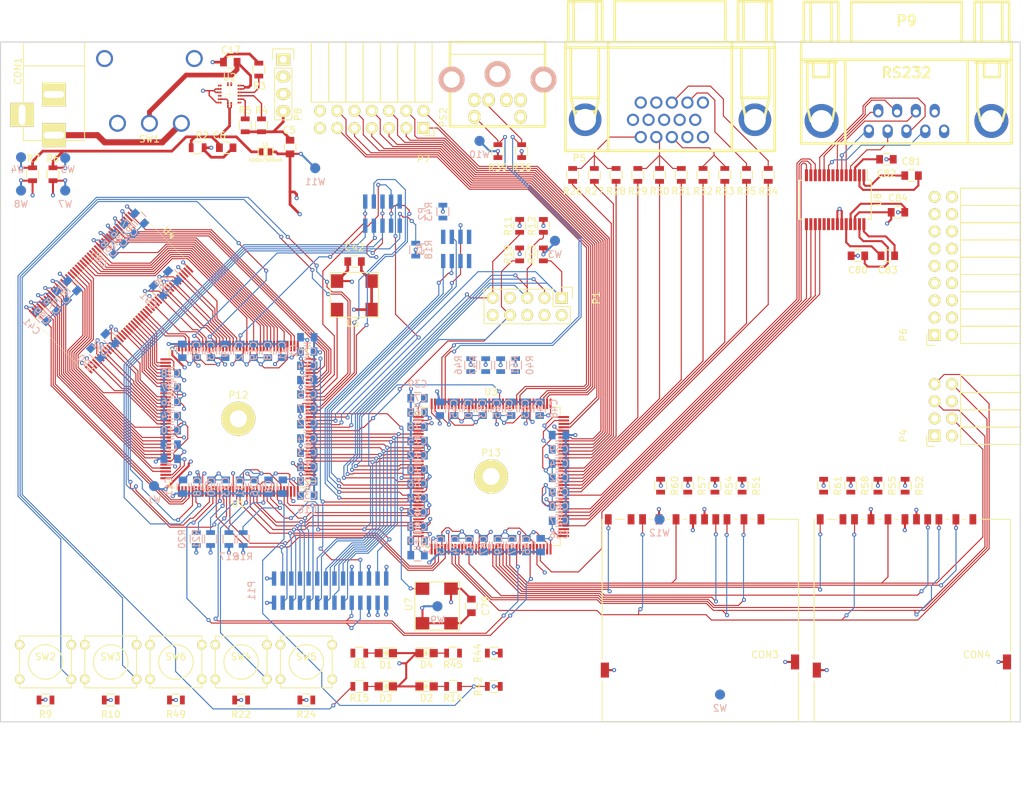
<source format=kicad_pcb>
(kicad_pcb (version 20160815) (host pcbnew no-vcs-found-undefined)
  (layers (0 F.Cu signal) (1 Gnd.Cu power) (2 Pwr.Cu power) (31 B.Cu signal) (34 B.Paste user) (35 F.Paste user) (36 B.SilkS user) (37 F.SilkS user) (38 B.Mask user) (39 F.Mask user) (44 Edge.Cuts user))
  (net 0 "")
  (net 1 VCC)
  (net 2 GND)
  (net 3 VEE)
  (net 4 +3V3)
  (net 5 VAA)
  (net 6 +5V)
  (net 7 "Net-(CON1-Pad1)")
  (net 8 /SPI_MISO)
  (net 9 /SPI_SCLK)
  (net 10 /SPI_MOSI)
  (net 11 /SPI_SS0)
  (net 12 "Net-(D1-Pad2)")
  (net 13 "Net-(D2-Pad2)")
  (net 14 "Net-(D3-Pad2)")
  (net 15 "Net-(D4-Pad2)")
  (net 16 "Net-(P1-Pad6)")
  (net 17 "Net-(P1-Pad7)")
  (net 18 /PRI_CONFSEL)
  (net 19 /PRI_DBG0)
  (net 20 /PRI_FDBG)
  (net 21 /PRI_DBG1)
  (net 22 /PRI_DBGRX)
  (net 23 /PRI_DBG2)
  (net 24 /PRI_DBGTX)
  (net 25 /PRI_DBG3)
  (net 26 /PRI_DBG5)
  (net 27 /PRI_DBG4)
  (net 28 /AUX_CONFSEL)
  (net 29 /AUX_DBG2)
  (net 30 /AUX_DBG0)
  (net 31 /AUX_DBG3)
  (net 32 /AUX_DBG1)
  (net 33 /AUX_DBG4)
  (net 34 /AUX_JTAGEN)
  (net 35 "Net-(P5-Pad1)")
  (net 36 "Net-(P5-Pad2)")
  (net 37 "Net-(P5-Pad3)")
  (net 38 "Net-(P5-Pad4)")
  (net 39 "Net-(P5-Pad9)")
  (net 40 /GIO_PIN0)
  (net 41 /GIO_PIN8)
  (net 42 /GIO_PIN1)
  (net 43 /GIO_PIN9)
  (net 44 /GIO_PIN2)
  (net 45 /GIO_PIN10)
  (net 46 /GIO_PIN3)
  (net 47 /GIO_PIN11)
  (net 48 /GIO_PIN4)
  (net 49 /GIO_PIN12)
  (net 50 /GIO_PIN5)
  (net 51 /GIO_PIN13)
  (net 52 /GIO_PIN6)
  (net 53 /GIO_PIN14)
  (net 54 /GIO_PIN7)
  (net 55 /GIO_PIN15)
  (net 56 /EXB_MISO0)
  (net 57 /EXB_MOSI0)
  (net 58 /EXB_MISO1)
  (net 59 /EXB_MOSI1)
  (net 60 /EXB_MISO2)
  (net 61 /EXB_MOSI2)
  (net 62 /EXB_MISO3)
  (net 63 /EXB_MOSI3)
  (net 64 /EXB_SS0)
  (net 65 /EXB_SS1)
  (net 66 /EXB_INT)
  (net 67 /EXB_CLK)
  (net 68 /TTL_RX)
  (net 69 /TTL_TX)
  (net 70 /TTL_RTS)
  (net 71 "Net-(P9-Pad9)")
  (net 72 /SER_CTS)
  (net 73 /SER_RTS)
  (net 74 /SER_DSR)
  (net 75 /SER_DTR)
  (net 76 /SER_TX)
  (net 77 /SER_RX)
  (net 78 /SER_DCD)
  (net 79 "Net-(R3-Pad1)")
  (net 80 "Net-(R4-Pad1)")
  (net 81 "Net-(R5-Pad1)")
  (net 82 /PRI_INT)
  (net 83 /PRI_RST)
  (net 84 /PRI_CONFDONE)
  (net 85 /PRI_FHLT)
  (net 86 /PRI_NSTATUS)
  (net 87 /PRI_CRCERR)
  (net 88 /PRI_DEVCLRN)
  (net 89 /PRI_DEVOE)
  (net 90 /PRI_NCONFIG)
  (net 91 /AUX_NCONFIG)
  (net 92 /VGA_R0)
  (net 93 /VGA_R1)
  (net 94 /VGA_R2)
  (net 95 /VGA_G0)
  (net 96 /VGA_G1)
  (net 97 /VGA_G2)
  (net 98 /VGA_B0)
  (net 99 /VGA_B1)
  (net 100 /VGA_HS)
  (net 101 "Net-(P5-Pad13)")
  (net 102 "Net-(P5-Pad14)")
  (net 103 /VGA_VS)
  (net 104 /AUX_DEVCLRN)
  (net 105 /AUX_DEVOE)
  (net 106 /AUX_CONFDONE)
  (net 107 /AUX_NSTATUS)
  (net 108 /AUX_CRCERR)
  (net 109 /AUX_RST)
  (net 110 /SPI_SS1)
  (net 111 /SPI_SS2)
  (net 112 /BUS_INT)
  (net 113 /MEM_CASn)
  (net 114 /MEM_WEn)
  (net 115 /MEM_CSn)
  (net 116 /MEM_RASn)
  (net 117 /MEM_CLK)
  (net 118 /MEM_CKE)
  (net 119 /MEM_A10)
  (net 120 /MEM_A9)
  (net 121 /MEM_A8)
  (net 122 /MEM_A6)
  (net 123 /MEM_A7)
  (net 124 /MEM_A5)
  (net 125 /MEM_A4)
  (net 126 /MEM_A11)
  (net 127 /MEM_A3)
  (net 128 /MEM_A2)
  (net 129 /MEM_A1)
  (net 130 /MEM_A0)
  (net 131 /MEM_DQ31)
  (net 132 /MEM_DQ30)
  (net 133 /MEM_DQ29)
  (net 134 /MEM_DQ7)
  (net 135 /MEM_DQ9)
  (net 136 /MEM_DQ6)
  (net 137 /MEM_DQ8)
  (net 138 /MEM_DQ5)
  (net 139 /MEM_DQ11)
  (net 140 /MEM_DQ4)
  (net 141 /MEM_DQ10)
  (net 142 /MEM_DQ1)
  (net 143 /MEM_DQ3)
  (net 144 /MEM_DQ0)
  (net 145 /MEM_DQ2)
  (net 146 /MEM_BA1)
  (net 147 /PRI_CLK)
  (net 148 /BUS_SS1)
  (net 149 /BUS_CLK)
  (net 150 /BUS_MISO7)
  (net 151 /BUS_SS0)
  (net 152 /MEM_BA0)
  (net 153 /MEM_DQ23)
  (net 154 /MEM_DQ22)
  (net 155 /MEM_DQ15)
  (net 156 /MEM_DQ14)
  (net 157 /MEM_DQ13)
  (net 158 /MEM_DQ12)
  (net 159 /MEM_DQ19)
  (net 160 /MEM_DQ18)
  (net 161 /MEM_DQ28)
  (net 162 /MEM_DQ17)
  (net 163 /MEM_DQ16)
  (net 164 /MEM_DQ27)
  (net 165 /MEM_DQ26)
  (net 166 /MEM_DQ25)
  (net 167 /MEM_DQ24)
  (net 168 /MEM_DQ21)
  (net 169 /MEM_DQ20)
  (net 170 /BUS_MISO5)
  (net 171 /BUS_MISO4)
  (net 172 /BUS_MISO6)
  (net 173 /BUS_MISO3)
  (net 174 /BUS_MISO2)
  (net 175 /BUS_MISO1)
  (net 176 /BUS_MISO0)
  (net 177 /MEM_DQM3)
  (net 178 /MEM_DQM2)
  (net 179 /MEM_DQM1)
  (net 180 /MEM_DQM0)
  (net 181 /BUS_MOSI7)
  (net 182 /BUS_MOSI6)
  (net 183 /BUS_MOSI5)
  (net 184 /BUS_MOSI4)
  (net 185 /BUS_MOSI3)
  (net 186 /BUS_MOSI2)
  (net 187 /BUS_MOSI1)
  (net 188 /BUS_MOSI0)
  (net 189 "Net-(U2-Pad1)")
  (net 190 "Net-(U2-Pad4)")
  (net 191 "Net-(U4-Pad14)")
  (net 192 "Net-(U4-Pad30)")
  (net 193 /AUX_CLK)
  (net 194 /SPI_WP0)
  (net 195 /SPI_WP1)
  (net 196 /SPI_CD0)
  (net 197 /SPI_CD1)
  (net 198 "Net-(CON3-Pad9)")
  (net 199 "Net-(CON3-Pad8)")
  (net 200 "Net-(CON4-Pad8)")
  (net 201 "Net-(CON4-Pad9)")
  (net 202 "Net-(P5-Pad11)")
  (net 203 "Net-(P5-Pad12)")
  (net 204 "Net-(P5-Pad15)")
  (net 205 "Net-(P10-Pad2)")
  (net 206 "Net-(P10-Pad6)")
  (net 207 "Net-(U2-Pad16)")
  (net 208 "Net-(U2-Pad15)")
  (net 209 "Net-(U2-Pad9)")
  (net 210 "Net-(U4-Pad73)")
  (net 211 "Net-(U4-Pad70)")
  (net 212 "Net-(U4-Pad69)")
  (net 213 "Net-(U4-Pad57)")
  (net 214 "Net-(C80-Pad1)")
  (net 215 "Net-(C81-Pad1)")
  (net 216 "Net-(C81-Pad2)")
  (net 217 "Net-(C82-Pad2)")
  (net 218 "Net-(C83-Pad1)")
  (net 219 "Net-(C83-Pad2)")
  (net 220 /AUX_DBG5)
  (net 221 "Net-(P9-Pad3)")
  (net 222 "Net-(P9-Pad2)")
  (net 223 "Net-(P9-Pad1)")
  (net 224 "Net-(P9-Pad4)")
  (net 225 "Net-(P9-Pad8)")
  (net 226 "Net-(P9-Pad7)")
  (net 227 "Net-(P9-Pad6)")
  (net 228 /PS2_CLK)
  (net 229 /PS2_DAT)
  (net 230 "Net-(U8-Pad8)")
  (net 231 "Net-(U8-Pad19)")
  (net 232 "Net-(U8-Pad20)")
  (net 233 "Net-(U8-Pad21)")
  (net 234 /JTAG_TCK)
  (net 235 /JTAG_TDO)
  (net 236 /JTAG_TMS)
  (net 237 /JTAG_TDI)
  (net 238 "Net-(P3-Pad8)")
  (net 239 /SPI_SS3)
  (net 240 /BETW_TDO)
  (module altera:TSOP-86 (layer F.Cu) (at 90.54 64 315)
    (fp_text reference U4 (at 5 -1 315) (layer F.SilkS))
    (fp_text value IS45S32800J)
    (pad 2 smd rect (at -0.729999 1.11 315) (size 1.4 0.28) (layers F.Cu F.Paste F.Mask) (net 144 /MEM_DQ0))
    (pad 3 smd rect (at -0.73 1.61 315) (size 1.4 0.28) (layers F.Cu F.Paste F.Mask) (net 5 VAA))
    (pad 4 smd rect (at -0.73 2.11 315) (size 1.4 0.28) (layers F.Cu F.Paste F.Mask) (net 142 /MEM_DQ1))
    (pad 5 smd rect (at -0.73 2.61 315) (size 1.4 0.28) (layers F.Cu F.Paste F.Mask) (net 145 /MEM_DQ2))
    (pad 6 smd rect (at -0.73 3.11 315) (size 1.4 0.28) (layers F.Cu F.Paste F.Mask) (net 2 GND))
    (pad 7 smd rect (at -0.729999 3.61 315) (size 1.4 0.28) (layers F.Cu F.Paste F.Mask) (net 143 /MEM_DQ3))
    (pad 8 smd rect (at -0.73 4.11 315) (size 1.4 0.28) (layers F.Cu F.Paste F.Mask) (net 140 /MEM_DQ4))
    (pad 9 smd rect (at -0.73 4.61 315) (size 1.4 0.28) (layers F.Cu F.Paste F.Mask) (net 5 VAA))
    (pad 10 smd rect (at -0.73 5.11 315) (size 1.4 0.28) (layers F.Cu F.Paste F.Mask) (net 138 /MEM_DQ5))
    (pad 11 smd rect (at -0.73 5.61 315) (size 1.4 0.28) (layers F.Cu F.Paste F.Mask) (net 136 /MEM_DQ6))
    (pad 13 smd rect (at -0.73 6.61 315) (size 1.4 0.28) (layers F.Cu F.Paste F.Mask) (net 134 /MEM_DQ7))
    (pad 14 smd rect (at -0.73 7.11 315) (size 1.4 0.28) (layers F.Cu F.Paste F.Mask) (net 191 "Net-(U4-Pad14)"))
    (pad 15 smd rect (at -0.73 7.610001 315) (size 1.4 0.28) (layers F.Cu F.Paste F.Mask) (net 1 VCC))
    (pad 16 smd rect (at -0.73 8.11 315) (size 1.4 0.28) (layers F.Cu F.Paste F.Mask) (net 180 /MEM_DQM0))
    (pad 17 smd rect (at -0.73 8.609999 315) (size 1.4 0.28) (layers F.Cu F.Paste F.Mask) (net 114 /MEM_WEn))
    (pad 18 smd rect (at -0.73 9.11 315) (size 1.4 0.28) (layers F.Cu F.Paste F.Mask) (net 113 /MEM_CASn))
    (pad 19 smd rect (at -0.73 9.61 315) (size 1.4 0.28) (layers F.Cu F.Paste F.Mask) (net 116 /MEM_RASn))
    (pad 20 smd rect (at -0.73 10.110001 315) (size 1.4 0.28) (layers F.Cu F.Paste F.Mask) (net 115 /MEM_CSn))
    (pad 21 smd rect (at -0.73 10.61 315) (size 1.4 0.28) (layers F.Cu F.Paste F.Mask) (net 126 /MEM_A11))
    (pad 22 smd rect (at -0.73 11.11 315) (size 1.4 0.28) (layers F.Cu F.Paste F.Mask) (net 152 /MEM_BA0))
    (pad 23 smd rect (at -0.73 11.61 315) (size 1.4 0.28) (layers F.Cu F.Paste F.Mask) (net 146 /MEM_BA1))
    (pad 24 smd rect (at -0.73 12.11 315) (size 1.4 0.28) (layers F.Cu F.Paste F.Mask) (net 119 /MEM_A10))
    (pad 25 smd rect (at -0.729999 12.61 315) (size 1.4 0.28) (layers F.Cu F.Paste F.Mask) (net 130 /MEM_A0))
    (pad 26 smd rect (at -0.73 13.11 315) (size 1.4 0.28) (layers F.Cu F.Paste F.Mask) (net 129 /MEM_A1))
    (pad 27 smd rect (at -0.73 13.61 315) (size 1.4 0.28) (layers F.Cu F.Paste F.Mask) (net 128 /MEM_A2))
    (pad 28 smd rect (at -0.73 14.11 315) (size 1.4 0.28) (layers F.Cu F.Paste F.Mask) (net 178 /MEM_DQM2))
    (pad 29 smd rect (at -0.73 14.61 315) (size 1.4 0.28) (layers F.Cu F.Paste F.Mask) (net 1 VCC))
    (pad 30 smd rect (at -0.729999 15.11 315) (size 1.4 0.28) (layers F.Cu F.Paste F.Mask) (net 192 "Net-(U4-Pad30)"))
    (pad 31 smd rect (at -0.73 15.61 315) (size 1.4 0.28) (layers F.Cu F.Paste F.Mask) (net 163 /MEM_DQ16))
    (pad 32 smd rect (at -0.73 16.11 315) (size 1.4 0.28) (layers F.Cu F.Paste F.Mask) (net 2 GND))
    (pad 33 smd rect (at -0.73 16.610001 315) (size 1.4 0.28) (layers F.Cu F.Paste F.Mask) (net 162 /MEM_DQ17))
    (pad 34 smd rect (at -0.73 17.11 315) (size 1.4 0.28) (layers F.Cu F.Paste F.Mask) (net 160 /MEM_DQ18))
    (pad 35 smd rect (at -0.73 17.609999 315) (size 1.4 0.28) (layers F.Cu F.Paste F.Mask) (net 5 VAA))
    (pad 36 smd rect (at -0.73 18.11 315) (size 1.4 0.28) (layers F.Cu F.Paste F.Mask) (net 159 /MEM_DQ19))
    (pad 37 smd rect (at -0.73 18.61 315) (size 1.4 0.28) (layers F.Cu F.Paste F.Mask) (net 169 /MEM_DQ20))
    (pad 38 smd rect (at -0.73 19.110001 315) (size 1.4 0.28) (layers F.Cu F.Paste F.Mask) (net 2 GND))
    (pad 39 smd rect (at -0.73 19.61 315) (size 1.4 0.28) (layers F.Cu F.Paste F.Mask) (net 168 /MEM_DQ21))
    (pad 40 smd rect (at -0.73 20.109999 315) (size 1.4 0.28) (layers F.Cu F.Paste F.Mask) (net 154 /MEM_DQ22))
    (pad 41 smd rect (at -0.73 20.61 315) (size 1.4 0.28) (layers F.Cu F.Paste F.Mask) (net 5 VAA))
    (pad 42 smd rect (at -0.73 21.11 315) (size 1.4 0.28) (layers F.Cu F.Paste F.Mask) (net 153 /MEM_DQ23))
    (pad 43 smd rect (at -0.729999 21.61 315) (size 1.4 0.28) (layers F.Cu F.Paste F.Mask) (net 1 VCC))
    (pad 44 smd rect (at 10.89 21.61 315) (size 1.4 0.28) (layers F.Cu F.Paste F.Mask) (net 2 GND))
    (pad 45 smd rect (at 10.89 21.11 315) (size 1.4 0.28) (layers F.Cu F.Paste F.Mask) (net 167 /MEM_DQ24))
    (pad 46 smd rect (at 10.89 20.61 315) (size 1.4 0.28) (layers F.Cu F.Paste F.Mask) (net 2 GND))
    (pad 47 smd rect (at 10.89 20.11 315) (size 1.4 0.28) (layers F.Cu F.Paste F.Mask) (net 166 /MEM_DQ25))
    (pad 48 smd rect (at 10.89 19.61 315) (size 1.4 0.28) (layers F.Cu F.Paste F.Mask) (net 165 /MEM_DQ26))
    (pad 49 smd rect (at 10.89 19.11 315) (size 1.4 0.28) (layers F.Cu F.Paste F.Mask) (net 5 VAA))
    (pad 50 smd rect (at 10.89 18.61 315) (size 1.4 0.28) (layers F.Cu F.Paste F.Mask) (net 164 /MEM_DQ27))
    (pad 51 smd rect (at 10.89 18.11 315) (size 1.4 0.28) (layers F.Cu F.Paste F.Mask) (net 161 /MEM_DQ28))
    (pad 52 smd rect (at 10.89 17.61 315) (size 1.4 0.28) (layers F.Cu F.Paste F.Mask) (net 2 GND))
    (pad 53 smd rect (at 10.89 17.11 315) (size 1.4 0.28) (layers F.Cu F.Paste F.Mask) (net 133 /MEM_DQ29))
    (pad 54 smd rect (at 10.89 16.61 315) (size 1.4 0.28) (layers F.Cu F.Paste F.Mask) (net 132 /MEM_DQ30))
    (pad 55 smd rect (at 10.89 16.11 315) (size 1.4 0.28) (layers F.Cu F.Paste F.Mask) (net 5 VAA))
    (pad 56 smd rect (at 10.89 15.61 315) (size 1.4 0.28) (layers F.Cu F.Paste F.Mask) (net 131 /MEM_DQ31))
    (pad 57 smd rect (at 10.89 15.11 315) (size 1.4 0.28) (layers F.Cu F.Paste F.Mask) (net 213 "Net-(U4-Pad57)"))
    (pad 58 smd rect (at 10.89 14.61 315) (size 1.4 0.28) (layers F.Cu F.Paste F.Mask) (net 2 GND))
    (pad 59 smd rect (at 10.89 14.11 315) (size 1.4 0.28) (layers F.Cu F.Paste F.Mask) (net 177 /MEM_DQM3))
    (pad 60 smd rect (at 10.89 13.61 315) (size 1.4 0.28) (layers F.Cu F.Paste F.Mask) (net 127 /MEM_A3))
    (pad 61 smd rect (at 10.89 13.11 315) (size 1.4 0.28) (layers F.Cu F.Paste F.Mask) (net 125 /MEM_A4))
    (pad 62 smd rect (at 10.89 12.61 315) (size 1.4 0.28) (layers F.Cu F.Paste F.Mask) (net 124 /MEM_A5))
    (pad 63 smd rect (at 10.89 12.11 315) (size 1.4 0.28) (layers F.Cu F.Paste F.Mask) (net 122 /MEM_A6))
    (pad 64 smd rect (at 10.89 11.61 315) (size 1.4 0.28) (layers F.Cu F.Paste F.Mask) (net 123 /MEM_A7))
    (pad 65 smd rect (at 10.89 11.11 315) (size 1.4 0.28) (layers F.Cu F.Paste F.Mask) (net 121 /MEM_A8))
    (pad 66 smd rect (at 10.89 10.61 315) (size 1.4 0.28) (layers F.Cu F.Paste F.Mask) (net 120 /MEM_A9))
    (pad 67 smd rect (at 10.89 10.11 315) (size 1.4 0.28) (layers F.Cu F.Paste F.Mask) (net 118 /MEM_CKE))
    (pad 68 smd rect (at 10.89 9.61 315) (size 1.4 0.28) (layers F.Cu F.Paste F.Mask) (net 117 /MEM_CLK))
    (pad 69 smd rect (at 10.89 9.11 315) (size 1.4 0.28) (layers F.Cu F.Paste F.Mask) (net 212 "Net-(U4-Pad69)"))
    (pad 70 smd rect (at 10.89 8.61 315) (size 1.4 0.28) (layers F.Cu F.Paste F.Mask) (net 211 "Net-(U4-Pad70)"))
    (pad 71 smd rect (at 10.89 8.11 315) (size 1.4 0.28) (layers F.Cu F.Paste F.Mask) (net 179 /MEM_DQM1))
    (pad 72 smd rect (at 10.89 7.61 315) (size 1.4 0.28) (layers F.Cu F.Paste F.Mask) (net 2 GND))
    (pad 73 smd rect (at 10.89 7.11 315) (size 1.4 0.28) (layers F.Cu F.Paste F.Mask) (net 210 "Net-(U4-Pad73)"))
    (pad 74 smd rect (at 10.89 6.61 315) (size 1.4 0.28) (layers F.Cu F.Paste F.Mask) (net 137 /MEM_DQ8))
    (pad 75 smd rect (at 10.89 6.11 315) (size 1.4 0.28) (layers F.Cu F.Paste F.Mask) (net 5 VAA))
    (pad 76 smd rect (at 10.89 5.61 315) (size 1.4 0.28) (layers F.Cu F.Paste F.Mask) (net 135 /MEM_DQ9))
    (pad 77 smd rect (at 10.89 5.11 315) (size 1.4 0.28) (layers F.Cu F.Paste F.Mask) (net 141 /MEM_DQ10))
    (pad 78 smd rect (at 10.89 4.61 315) (size 1.4 0.28) (layers F.Cu F.Paste F.Mask) (net 2 GND))
    (pad 79 smd rect (at 10.89 4.11 315) (size 1.4 0.28) (layers F.Cu F.Paste F.Mask) (net 139 /MEM_DQ11))
    (pad 80 smd rect (at 10.89 3.61 315) (size 1.4 0.28) (layers F.Cu F.Paste F.Mask) (net 158 /MEM_DQ12))
    (pad 81 smd rect (at 10.89 3.11 315) (size 1.4 0.28) (layers F.Cu F.Paste F.Mask) (net 5 VAA))
    (pad 82 smd rect (at 10.89 2.61 315) (size 1.4 0.28) (layers F.Cu F.Paste F.Mask) (net 157 /MEM_DQ13))
    (pad 83 smd rect (at 10.89 2.11 315) (size 1.4 0.28) (layers F.Cu F.Paste F.Mask) (net 156 /MEM_DQ14))
    (pad 84 smd rect (at 10.89 1.61 315) (size 1.4 0.28) (layers F.Cu F.Paste F.Mask) (net 2 GND))
    (pad 85 smd rect (at 10.89 1.11 315) (size 1.4 0.28) (layers F.Cu F.Paste F.Mask) (net 155 /MEM_DQ15))
    (pad 86 smd rect (at 10.89 0.61 315) (size 1.4 0.28) (layers F.Cu F.Paste F.Mask) (net 2 GND))
    (pad 12 smd rect (at -0.73 6.109999 315) (size 1.4 0.28) (layers F.Cu F.Paste F.Mask) (net 2 GND))
    (pad 1 smd rect (at -0.73 0.61 315) (size 1.4 0.28) (layers F.Cu F.Paste F.Mask) (net 1 VCC))
  )
  (module altera:SW_SLIDE_PWR (layer F.Cu) (at 91.9 50.7)
    (fp_text reference SW1 (at 0 2.31) (layer F.SilkS))
    (fp_text value POWER)
    (pad 1 thru_hole circle (at 4.7 0) (size 2.5 2.5) (drill 1.85) (layers *.Cu *.Mask) (net 7 "Net-(CON1-Pad1)"))
    (pad 2 thru_hole circle (at 0 0) (size 2.5 2.5) (drill 1.85) (layers *.Cu *.Mask) (net 6 +5V))
    (pad 3 thru_hole circle (at -4.7 0) (size 2.5 2.5) (drill 1.85) (layers *.Cu *.Mask))
    (pad 4 thru_hole circle (at -6.605 -9.53) (size 2.5 2.5) (drill 1.85) (layers *.Cu *.Mask))
    (pad 5 thru_hole circle (at 6.605 -9.53) (size 2.5 2.5) (drill 1.85) (layers *.Cu *.Mask))
  )
  (module din:00JG-MiniDin6 (layer F.Cu) (at 143.15 38.75)
    (fp_text reference P10 hide)
    (fp_text value PS2 (at -8 11.1 90) (layer F.SilkS) (effects (font (size 1.016 1.016) (thickness 0.1524))))
    (pad 3 thru_hole circle (at 6.76 5.51) (size 3.81 3.81) (drill 2.4) (layers *.Cu *.SilkS *.Mask) (net 2 GND))
    (pad 3 thru_hole circle (at -6.76 5.51) (size 3.81 3.81) (drill 2.4) (layers *.Cu *.SilkS *.Mask) (net 2 GND))
    (pad 3 thru_hole oval (at -3.4 8.5) (size 1.778 2.032) (drill 1.1) (layers *.Cu *.Mask F.SilkS) (net 2 GND))
    (pad 5 thru_hole oval (at -3.4 11) (size 1.778 2.032) (drill 1.1) (layers *.Cu *.Mask F.SilkS) (net 228 /PS2_CLK))
    (pad 4 thru_hole oval (at 3.4 8.5) (size 1.778 2.032) (drill 1.1) (layers *.Cu *.Mask F.SilkS) (net 6 +5V))
    (pad 3 thru_hole circle (at 0 4.7) (size 3.81 3.81) (drill 2.4) (layers *.Cu *.SilkS *.Mask) (net 2 GND))
    (pad 6 thru_hole oval (at 3.4 11) (size 1.778 2.032) (drill 1.1) (layers *.Cu *.Mask F.SilkS) (net 206 "Net-(P10-Pad6)"))
    (pad 1 thru_hole oval (at -1.3 8.5) (size 1.778 2.032) (drill 1.1) (layers *.Cu *.Mask F.SilkS) (net 229 /PS2_DAT))
    (pad 2 thru_hole oval (at 1.3 8.5) (size 1.778 2.032) (drill 1.1) (layers *.Cu *.Mask F.SilkS) (net 205 "Net-(P10-Pad2)"))
  )
  (module w_smd_inductors:inductor_smd_0603 (layer F.Cu) (at 109 54.9)
    (fp_text reference L1 (at 0 -1.09982) (layer F.SilkS) (effects (font (size 0.49784 0.49784) (thickness 0.09906))))
    (fp_text value 600o/500mA (at 0 1.19888) (layer F.SilkS) (effects (font (size 0.49784 0.49784) (thickness 0.09906))))
    (pad 2 smd rect (at 0.63754 0) (size 0.635 1.016) (layers F.Cu F.Paste F.Mask) (net 3 VEE))
    (pad 1 smd rect (at -0.63754 0) (size 0.635 1.016) (layers F.Cu F.Paste F.Mask) (net 4 +3V3))
  )
  (module Capacitors_SMD:C_0805 (layer B.Cu) (at 111.44 84.2 90)
    (fp_text reference C1 (at 0 1.7 90) (layer B.SilkS) (effects (justify mirror)))
    (fp_text value 0.1u)
    (pad 2 smd rect (at 1 0 90) (size 1 1.25) (layers B.Cu B.Paste B.Mask) (net 2 GND))
    (pad 1 smd rect (at -1 0 90) (size 1 1.25) (layers B.Cu B.Paste B.Mask) (net 1 VCC))
  )
  (module Capacitors_SMD:C_0805 (layer B.Cu) (at 98.94 104.2 270)
    (fp_text reference C2 (at 0 -1.7 270) (layer B.SilkS) (effects (justify mirror)))
    (fp_text value 0.1u)
    (pad 1 smd rect (at -1 0 270) (size 1 1.25) (layers B.Cu B.Paste B.Mask) (net 1 VCC))
    (pad 2 smd rect (at 1 0 270) (size 1 1.25) (layers B.Cu B.Paste B.Mask) (net 2 GND))
  )
  (module Capacitors_SMD:C_0805 (layer B.Cu) (at 95.04 100.1 180)
    (fp_text reference C3 (at 0 1.7 180) (layer B.SilkS) (effects (justify mirror)))
    (fp_text value 0.1u)
    (pad 2 smd rect (at 1 0 180) (size 1 1.25) (layers B.Cu B.Paste B.Mask) (net 2 GND))
    (pad 1 smd rect (at -1 0 180) (size 1 1.25) (layers B.Cu B.Paste B.Mask) (net 1 VCC))
  )
  (module Capacitors_SMD:C_0805 (layer B.Cu) (at 95.04 87.5 180)
    (fp_text reference C4 (at 0 -1.7 180) (layer B.SilkS) (effects (justify mirror)))
    (fp_text value 0.1u)
    (pad 1 smd rect (at -1 0 180) (size 1 1.25) (layers B.Cu B.Paste B.Mask) (net 1 VCC))
    (pad 2 smd rect (at 1 0 180) (size 1 1.25) (layers B.Cu B.Paste B.Mask) (net 2 GND))
  )
  (module Capacitors_SMD:C_0805 (layer F.Cu) (at 112.6 54.2 90)
    (fp_text reference C5 (at 2.5 -0.1 180) (layer F.SilkS))
    (fp_text value 10u)
    (pad 1 smd rect (at -1 0 90) (size 1 1.25) (layers F.Cu F.Paste F.Mask) (net 3 VEE))
    (pad 2 smd rect (at 1 0 90) (size 1 1.25) (layers F.Cu F.Paste F.Mask) (net 2 GND))
  )
  (module Capacitors_SMD:C_0805 (layer F.Cu) (at 103.2 54.3)
    (fp_text reference C6 (at -1 -1.8) (layer F.SilkS))
    (fp_text value 47u/16v)
    (pad 1 smd rect (at -1 0) (size 1 1.25) (layers F.Cu F.Paste F.Mask) (net 4 +3V3))
    (pad 2 smd rect (at 1 0) (size 1 1.25) (layers F.Cu F.Paste F.Mask) (net 2 GND))
  )
  (module Capacitors_SMD:C_0805 (layer B.Cu) (at 115.14 86.4)
    (fp_text reference C7 (at 0 2.1) (layer B.SilkS) (effects (justify mirror)))
    (fp_text value 0.1u)
    (pad 2 smd rect (at 1 0) (size 1 1.25) (layers B.Cu B.Paste B.Mask) (net 2 GND))
    (pad 1 smd rect (at -1 0) (size 1 1.25) (layers B.Cu B.Paste B.Mask) (net 3 VEE))
  )
  (module Capacitors_SMD:C_0805 (layer B.Cu) (at 111.54 104.2 270)
    (fp_text reference C8 (at 0 2.1 270) (layer B.SilkS) (effects (justify mirror)))
    (fp_text value 0.1u)
    (pad 2 smd rect (at 1 0 270) (size 1 1.25) (layers B.Cu B.Paste B.Mask) (net 2 GND))
    (pad 1 smd rect (at -1 0 270) (size 1 1.25) (layers B.Cu B.Paste B.Mask) (net 1 VCC))
  )
  (module Capacitors_SMD:C_0805 (layer B.Cu) (at 100.94 84.2 90)
    (fp_text reference C9 (at 0 2.1 90) (layer B.SilkS) (effects (justify mirror)))
    (fp_text value 0.1u)
    (pad 2 smd rect (at 1 0 90) (size 1 1.25) (layers B.Cu B.Paste B.Mask) (net 2 GND))
    (pad 1 smd rect (at -1 0 90) (size 1 1.25) (layers B.Cu B.Paste B.Mask) (net 5 VAA))
  )
  (module Capacitors_SMD:C_0805 (layer B.Cu) (at 95.04 98 180)
    (fp_text reference C10 (at 0 2.1 180) (layer B.SilkS) (effects (justify mirror)))
    (fp_text value 0.1u)
    (pad 1 smd rect (at -1 0 180) (size 1 1.25) (layers B.Cu B.Paste B.Mask) (net 3 VEE))
    (pad 2 smd rect (at 1 0 180) (size 1 1.25) (layers B.Cu B.Paste B.Mask) (net 2 GND))
  )
  (module Capacitors_SMD:C_0805 (layer B.Cu) (at 96.84 104.2 270)
    (fp_text reference C11 (at 0 2.1 270) (layer B.SilkS) (effects (justify mirror)))
    (fp_text value 0.1u)
    (pad 1 smd rect (at -1 0 270) (size 1 1.25) (layers B.Cu B.Paste B.Mask) (net 1 VCC))
    (pad 2 smd rect (at 1 0 270) (size 1 1.25) (layers B.Cu B.Paste B.Mask) (net 2 GND))
  )
  (module Capacitors_SMD:C_0805 (layer B.Cu) (at 103.04 84.2 90)
    (fp_text reference C12 (at 0 2.1 90) (layer B.SilkS) (effects (justify mirror)))
    (fp_text value 1u)
    (pad 1 smd rect (at -1 0 90) (size 1 1.25) (layers B.Cu B.Paste B.Mask) (net 5 VAA))
    (pad 2 smd rect (at 1 0 90) (size 1 1.25) (layers B.Cu B.Paste B.Mask) (net 2 GND))
  )
  (module Capacitors_SMD:C_0805 (layer B.Cu) (at 115.14 97.1)
    (fp_text reference C13 (at 0 2.1) (layer B.SilkS) (effects (justify mirror)))
    (fp_text value 0.1u)
    (pad 1 smd rect (at -1 0) (size 1 1.25) (layers B.Cu B.Paste B.Mask) (net 5 VAA))
    (pad 2 smd rect (at 1 0) (size 1 1.25) (layers B.Cu B.Paste B.Mask) (net 2 GND))
  )
  (module Capacitors_SMD:C_0805 (layer B.Cu) (at 115.14 84.3)
    (fp_text reference C14 (at 0 2.1) (layer B.SilkS) (effects (justify mirror)))
    (fp_text value 0.1u)
    (pad 2 smd rect (at 1 0) (size 1 1.25) (layers B.Cu B.Paste B.Mask) (net 2 GND))
    (pad 1 smd rect (at -1 0) (size 1 1.25) (layers B.Cu B.Paste B.Mask) (net 3 VEE))
  )
  (module Capacitors_SMD:C_0805 (layer B.Cu) (at 115.14 99.2)
    (fp_text reference C15 (at 0 2.1) (layer B.SilkS) (effects (justify mirror)))
    (fp_text value 1u)
    (pad 2 smd rect (at 1 0) (size 1 1.25) (layers B.Cu B.Paste B.Mask) (net 2 GND))
    (pad 1 smd rect (at -1 0) (size 1 1.25) (layers B.Cu B.Paste B.Mask) (net 5 VAA))
  )
  (module Capacitors_SMD:C_0805 (layer B.Cu) (at 115.14 105.5)
    (fp_text reference C16 (at 0 2.1) (layer B.SilkS) (effects (justify mirror)))
    (fp_text value 0.1u)
    (pad 2 smd rect (at 1 0) (size 1 1.25) (layers B.Cu B.Paste B.Mask) (net 2 GND))
    (pad 1 smd rect (at -1 0) (size 1 1.25) (layers B.Cu B.Paste B.Mask) (net 1 VCC))
  )
  (module Capacitors_SMD:C_0805 (layer F.Cu) (at 103.8 41.7 180)
    (fp_text reference C17 (at -0.1 1.8 180) (layer F.SilkS))
    (fp_text value 4.7u)
    (pad 2 smd rect (at 1 0 180) (size 1 1.25) (layers F.Cu F.Paste F.Mask) (net 2 GND))
    (pad 1 smd rect (at -1 0 180) (size 1 1.25) (layers F.Cu F.Paste F.Mask) (net 6 +5V))
  )
  (module Capacitors_SMD:C_0805 (layer B.Cu) (at 107.24 84.2 90)
    (fp_text reference C18 (at 0 2.1 90) (layer B.SilkS) (effects (justify mirror)))
    (fp_text value 0.1u)
    (pad 2 smd rect (at 1 0 90) (size 1 1.25) (layers B.Cu B.Paste B.Mask) (net 2 GND))
    (pad 1 smd rect (at -1 0 90) (size 1 1.25) (layers B.Cu B.Paste B.Mask) (net 5 VAA))
  )
  (module Capacitors_SMD:C_0805 (layer B.Cu) (at 105.14 84.2 90)
    (fp_text reference C19 (at 0 2.1 90) (layer B.SilkS) (effects (justify mirror)))
    (fp_text value 0.1u)
    (pad 1 smd rect (at -1 0 90) (size 1 1.25) (layers B.Cu B.Paste B.Mask) (net 1 VCC))
    (pad 2 smd rect (at 1 0 90) (size 1 1.25) (layers B.Cu B.Paste B.Mask) (net 2 GND))
  )
  (module Capacitors_SMD:C_0805 (layer B.Cu) (at 115.14 82.2)
    (fp_text reference C20 (at 0 2.1) (layer B.SilkS) (effects (justify mirror)))
    (fp_text value 0.1u)
    (pad 1 smd rect (at -1 0) (size 1 1.25) (layers B.Cu B.Paste B.Mask) (net 1 VCC))
    (pad 2 smd rect (at 1 0) (size 1 1.25) (layers B.Cu B.Paste B.Mask) (net 2 GND))
  )
  (module Capacitors_SMD:C_0805 (layer B.Cu) (at 109.34 84.2 90)
    (fp_text reference C21 (at 0 2.1 90) (layer B.SilkS) (effects (justify mirror)))
    (fp_text value 1u)
    (pad 1 smd rect (at -1 0 90) (size 1 1.25) (layers B.Cu B.Paste B.Mask) (net 5 VAA))
    (pad 2 smd rect (at 1 0 90) (size 1 1.25) (layers B.Cu B.Paste B.Mask) (net 2 GND))
  )
  (module Capacitors_SMD:C_0805 (layer B.Cu) (at 115.14 92.7)
    (fp_text reference C22 (at 0 2.1) (layer B.SilkS) (effects (justify mirror)))
    (fp_text value 0.1u)
    (pad 2 smd rect (at 1 0) (size 1 1.25) (layers B.Cu B.Paste B.Mask) (net 2 GND))
    (pad 1 smd rect (at -1 0) (size 1 1.25) (layers B.Cu B.Paste B.Mask) (net 5 VAA))
  )
  (module Capacitors_SMD:C_0805 (layer B.Cu) (at 98.84 84.2 90)
    (fp_text reference C23 (at 0 2.1 90) (layer B.SilkS) (effects (justify mirror)))
    (fp_text value 0.1u)
    (pad 2 smd rect (at 1 0 90) (size 1 1.25) (layers B.Cu B.Paste B.Mask) (net 2 GND))
    (pad 1 smd rect (at -1 0 90) (size 1 1.25) (layers B.Cu B.Paste B.Mask) (net 3 VEE))
  )
  (module Capacitors_SMD:C_0805 (layer B.Cu) (at 115.14 95)
    (fp_text reference C24 (at 0 2.1) (layer B.SilkS) (effects (justify mirror)))
    (fp_text value 1u)
    (pad 1 smd rect (at -1 0) (size 1 1.25) (layers B.Cu B.Paste B.Mask) (net 5 VAA))
    (pad 2 smd rect (at 1 0) (size 1 1.25) (layers B.Cu B.Paste B.Mask) (net 2 GND))
  )
  (module Capacitors_SMD:C_0805 (layer B.Cu) (at 115.14 88.5)
    (fp_text reference C25 (at 0 2.1) (layer B.SilkS) (effects (justify mirror)))
    (fp_text value 0.1u)
    (pad 2 smd rect (at 1 0) (size 1 1.25) (layers B.Cu B.Paste B.Mask) (net 2 GND))
    (pad 1 smd rect (at -1 0) (size 1 1.25) (layers B.Cu B.Paste B.Mask) (net 5 VAA))
  )
  (module Capacitors_SMD:C_0805 (layer B.Cu) (at 109.44 104.2 270)
    (fp_text reference C26 (at 0 2.1 270) (layer B.SilkS) (effects (justify mirror)))
    (fp_text value 0.1u)
    (pad 1 smd rect (at -1 0 270) (size 1 1.25) (layers B.Cu B.Paste B.Mask) (net 3 VEE))
    (pad 2 smd rect (at 1 0 270) (size 1 1.25) (layers B.Cu B.Paste B.Mask) (net 2 GND))
  )
  (module Capacitors_SMD:C_0805 (layer B.Cu) (at 115.14 90.6)
    (fp_text reference C27 (at 0 2.1) (layer B.SilkS) (effects (justify mirror)))
    (fp_text value 1u)
    (pad 1 smd rect (at -1 0) (size 1 1.25) (layers B.Cu B.Paste B.Mask) (net 5 VAA))
    (pad 2 smd rect (at 1 0) (size 1 1.25) (layers B.Cu B.Paste B.Mask) (net 2 GND))
  )
  (module Capacitors_SMD:C_0805 (layer B.Cu) (at 101.04 104.2 270)
    (fp_text reference C28 (at 0 2.1 270) (layer B.SilkS) (effects (justify mirror)))
    (fp_text value 0.1u)
    (pad 2 smd rect (at 1 0 270) (size 1 1.25) (layers B.Cu B.Paste B.Mask) (net 2 GND))
    (pad 1 smd rect (at -1 0 270) (size 1 1.25) (layers B.Cu B.Paste B.Mask) (net 5 VAA))
  )
  (module Capacitors_SMD:C_0805 (layer B.Cu) (at 115.14 101.3)
    (fp_text reference C29 (at 0 2.1) (layer B.SilkS) (effects (justify mirror)))
    (fp_text value 0.1u)
    (pad 2 smd rect (at 1 0) (size 1 1.25) (layers B.Cu B.Paste B.Mask) (net 2 GND))
    (pad 1 smd rect (at -1 0) (size 1 1.25) (layers B.Cu B.Paste B.Mask) (net 3 VEE))
  )
  (module Capacitors_SMD:C_0805 (layer B.Cu) (at 103.14 104.2 270)
    (fp_text reference C30 (at 0 2.1 270) (layer B.SilkS) (effects (justify mirror)))
    (fp_text value 1u)
    (pad 1 smd rect (at -1 0 270) (size 1 1.25) (layers B.Cu B.Paste B.Mask) (net 5 VAA))
    (pad 2 smd rect (at 1 0 270) (size 1 1.25) (layers B.Cu B.Paste B.Mask) (net 2 GND))
  )
  (module Capacitors_SMD:C_0805 (layer B.Cu) (at 107.34 104.2 270)
    (fp_text reference C31 (at 0 2.1 270) (layer B.SilkS) (effects (justify mirror)))
    (fp_text value 0.1u)
    (pad 2 smd rect (at 1 0 270) (size 1 1.25) (layers B.Cu B.Paste B.Mask) (net 2 GND))
    (pad 1 smd rect (at -1 0 270) (size 1 1.25) (layers B.Cu B.Paste B.Mask) (net 5 VAA))
  )
  (module Capacitors_SMD:C_0805 (layer B.Cu) (at 115.14 103.4)
    (fp_text reference C32 (at 0 2.1) (layer B.SilkS) (effects (justify mirror)))
    (fp_text value 0.1u)
    (pad 1 smd rect (at -1 0) (size 1 1.25) (layers B.Cu B.Paste B.Mask) (net 3 VEE))
    (pad 2 smd rect (at 1 0) (size 1 1.25) (layers B.Cu B.Paste B.Mask) (net 2 GND))
  )
  (module Capacitors_SMD:C_0805 (layer B.Cu) (at 105.24 104.2 270)
    (fp_text reference C33 (at 0 2.1 270) (layer B.SilkS) (effects (justify mirror)))
    (fp_text value 1u)
    (pad 1 smd rect (at -1 0 270) (size 1 1.25) (layers B.Cu B.Paste B.Mask) (net 5 VAA))
    (pad 2 smd rect (at 1 0 270) (size 1 1.25) (layers B.Cu B.Paste B.Mask) (net 2 GND))
  )
  (module Capacitors_SMD:C_0805 (layer B.Cu) (at 95.04 95.9 180)
    (fp_text reference C34 (at 0 2.1 180) (layer B.SilkS) (effects (justify mirror)))
    (fp_text value 0.1u)
    (pad 2 smd rect (at 1 0 180) (size 1 1.25) (layers B.Cu B.Paste B.Mask) (net 2 GND))
    (pad 1 smd rect (at -1 0 180) (size 1 1.25) (layers B.Cu B.Paste B.Mask) (net 5 VAA))
  )
  (module Capacitors_SMD:C_0805 (layer B.Cu) (at 95.04 93.8 180)
    (fp_text reference C36 (at 0 2.1 180) (layer B.SilkS) (effects (justify mirror)))
    (fp_text value 1u)
    (pad 1 smd rect (at -1 0 180) (size 1 1.25) (layers B.Cu B.Paste B.Mask) (net 5 VAA))
    (pad 2 smd rect (at 1 0 180) (size 1 1.25) (layers B.Cu B.Paste B.Mask) (net 2 GND))
  )
  (module Capacitors_SMD:C_0805 (layer B.Cu) (at 95.04 91.7 180)
    (fp_text reference C37 (at 0 2.1 180) (layer B.SilkS) (effects (justify mirror)))
    (fp_text value 0.1u)
    (pad 1 smd rect (at -1 0 180) (size 1 1.25) (layers B.Cu B.Paste B.Mask) (net 5 VAA))
    (pad 2 smd rect (at 1 0 180) (size 1 1.25) (layers B.Cu B.Paste B.Mask) (net 2 GND))
  )
  (module Capacitors_SMD:C_0805 (layer B.Cu) (at 95.04 89.6 180)
    (fp_text reference C38 (at 0 2.1 180) (layer B.SilkS) (effects (justify mirror)))
    (fp_text value 1u)
    (pad 2 smd rect (at 1 0 180) (size 1 1.25) (layers B.Cu B.Paste B.Mask) (net 2 GND))
    (pad 1 smd rect (at -1 0 180) (size 1 1.25) (layers B.Cu B.Paste B.Mask) (net 5 VAA))
  )
  (module Capacitors_SMD:C_0805 (layer F.Cu) (at 122.1 71.05)
    (fp_text reference C42 (at 0 -2.1) (layer F.SilkS))
    (fp_text value 0.1u)
    (pad 2 smd rect (at 1 0) (size 1 1.25) (layers F.Cu F.Paste F.Mask) (net 1 VCC))
    (pad 1 smd rect (at -1 0) (size 1 1.25) (layers F.Cu F.Paste F.Mask) (net 2 GND))
  )
  (module Capacitors_SMD:C_0805 (layer B.Cu) (at 141.1 112.8 270)
    (fp_text reference C43 (at 0 2.1 270) (layer B.SilkS) (effects (justify mirror)))
    (fp_text value 0.1u)
    (pad 1 smd rect (at -1 0 270) (size 1 1.25) (layers B.Cu B.Paste B.Mask) (net 1 VCC))
    (pad 2 smd rect (at 1 0 270) (size 1 1.25) (layers B.Cu B.Paste B.Mask) (net 2 GND))
  )
  (module Capacitors_SMD:C_0805 (layer B.Cu) (at 147.25 92.725 90)
    (fp_text reference C44 (at 0 2.1 90) (layer B.SilkS) (effects (justify mirror)))
    (fp_text value 0.1u)
    (pad 2 smd rect (at 1 0 90) (size 1 1.25) (layers B.Cu B.Paste B.Mask) (net 2 GND))
    (pad 1 smd rect (at -1 0 90) (size 1 1.25) (layers B.Cu B.Paste B.Mask) (net 1 VCC))
  )
  (module Capacitors_SMD:C_0805 (layer B.Cu) (at 134.65 92.725 90)
    (fp_text reference C45 (at 0 2.1 90) (layer B.SilkS) (effects (justify mirror)))
    (fp_text value 0.1u)
    (pad 1 smd rect (at -1 0 90) (size 1 1.25) (layers B.Cu B.Paste B.Mask) (net 1 VCC))
    (pad 2 smd rect (at 1 0 90) (size 1 1.25) (layers B.Cu B.Paste B.Mask) (net 2 GND))
  )
  (module Capacitors_SMD:C_0805 (layer B.Cu) (at 149.5 112.8 270)
    (fp_text reference C46 (at 0 2.1 270) (layer B.SilkS) (effects (justify mirror)))
    (fp_text value 0.1u)
    (pad 2 smd rect (at 1 0 270) (size 1 1.25) (layers B.Cu B.Paste B.Mask) (net 2 GND))
    (pad 1 smd rect (at -1 0 270) (size 1 1.25) (layers B.Cu B.Paste B.Mask) (net 1 VCC))
  )
  (module Capacitors_SMD:C_0805 (layer B.Cu) (at 147.4 112.8 270)
    (fp_text reference C47 (at 0 2.1 270) (layer B.SilkS) (effects (justify mirror)))
    (fp_text value 0.1u)
    (pad 1 smd rect (at -1 0 270) (size 1 1.25) (layers B.Cu B.Paste B.Mask) (net 3 VEE))
    (pad 2 smd rect (at 1 0 270) (size 1 1.25) (layers B.Cu B.Paste B.Mask) (net 2 GND))
  )
  (module Capacitors_SMD:C_0805 (layer B.Cu) (at 149.35 92.725 90)
    (fp_text reference C48 (at 0 2.1 90) (layer B.SilkS) (effects (justify mirror)))
    (fp_text value 0.1u)
    (pad 1 smd rect (at -1 0 90) (size 1 1.25) (layers B.Cu B.Paste B.Mask) (net 1 VCC))
    (pad 2 smd rect (at 1 0 90) (size 1 1.25) (layers B.Cu B.Paste B.Mask) (net 2 GND))
  )
  (module Capacitors_SMD:C_0805 (layer B.Cu) (at 152.2 102.9)
    (fp_text reference C49 (at 0 2.1) (layer B.SilkS) (effects (justify mirror)))
    (fp_text value 0.1u)
    (pad 1 smd rect (at -1 0) (size 1 1.25) (layers B.Cu B.Paste B.Mask) (net 5 VAA))
    (pad 2 smd rect (at 1 0) (size 1 1.25) (layers B.Cu B.Paste B.Mask) (net 2 GND))
  )
  (module Capacitors_SMD:C_0805 (layer B.Cu) (at 136.75 92.725 90)
    (fp_text reference C50 (at 0 2.1 90) (layer B.SilkS) (effects (justify mirror)))
    (fp_text value 0.1u)
    (pad 2 smd rect (at 1 0 90) (size 1 1.25) (layers B.Cu B.Paste B.Mask) (net 2 GND))
    (pad 1 smd rect (at -1 0 90) (size 1 1.25) (layers B.Cu B.Paste B.Mask) (net 3 VEE))
  )
  (module Capacitors_SMD:C_0805 (layer B.Cu) (at 134.8 112.8 270)
    (fp_text reference C51 (at 0 2.1 270) (layer B.SilkS) (effects (justify mirror)))
    (fp_text value 0.1u)
    (pad 2 smd rect (at 1 0 270) (size 1 1.25) (layers B.Cu B.Paste B.Mask) (net 2 GND))
    (pad 1 smd rect (at -1 0 270) (size 1 1.25) (layers B.Cu B.Paste B.Mask) (net 1 VCC))
  )
  (module Capacitors_SMD:C_0805 (layer B.Cu) (at 152.2 100.8)
    (fp_text reference C52 (at 0 2.1) (layer B.SilkS) (effects (justify mirror)))
    (fp_text value 1u)
    (pad 2 smd rect (at 1 0) (size 1 1.25) (layers B.Cu B.Paste B.Mask) (net 2 GND))
    (pad 1 smd rect (at -1 0) (size 1 1.25) (layers B.Cu B.Paste B.Mask) (net 5 VAA))
  )
  (module Capacitors_SMD:C_0805 (layer B.Cu) (at 138.85 92.725 90)
    (fp_text reference C53 (at 0 2.1 90) (layer B.SilkS) (effects (justify mirror)))
    (fp_text value 0.1u)
    (pad 2 smd rect (at 1 0 90) (size 1 1.25) (layers B.Cu B.Paste B.Mask) (net 2 GND))
    (pad 1 smd rect (at -1 0 90) (size 1 1.25) (layers B.Cu B.Paste B.Mask) (net 5 VAA))
  )
  (module Capacitors_SMD:C_0805 (layer B.Cu) (at 152.2 98.7)
    (fp_text reference C54 (at 0 2.1) (layer B.SilkS) (effects (justify mirror)))
    (fp_text value 0.1u)
    (pad 1 smd rect (at -1 0) (size 1 1.25) (layers B.Cu B.Paste B.Mask) (net 3 VEE))
    (pad 2 smd rect (at 1 0) (size 1 1.25) (layers B.Cu B.Paste B.Mask) (net 2 GND))
  )
  (module Capacitors_SMD:C_0805 (layer B.Cu) (at 140.95 92.725 90)
    (fp_text reference C55 (at 0 2.1 90) (layer B.SilkS) (effects (justify mirror)))
    (fp_text value 1u)
    (pad 1 smd rect (at -1 0 90) (size 1 1.25) (layers B.Cu B.Paste B.Mask) (net 5 VAA))
    (pad 2 smd rect (at 1 0 90) (size 1 1.25) (layers B.Cu B.Paste B.Mask) (net 2 GND))
  )
  (module Capacitors_SMD:C_0805 (layer B.Cu) (at 152.2 109.2)
    (fp_text reference C56 (at 0 2.1) (layer B.SilkS) (effects (justify mirror)))
    (fp_text value 0.1u)
    (pad 1 smd rect (at -1 0) (size 1 1.25) (layers B.Cu B.Paste B.Mask) (net 1 VCC))
    (pad 2 smd rect (at 1 0) (size 1 1.25) (layers B.Cu B.Paste B.Mask) (net 2 GND))
  )
  (module Capacitors_SMD:C_0805 (layer B.Cu) (at 152.2 107.1)
    (fp_text reference C57 (at 0 2.1) (layer B.SilkS) (effects (justify mirror)))
    (fp_text value 0.1u)
    (pad 1 smd rect (at -1 0) (size 1 1.25) (layers B.Cu B.Paste B.Mask) (net 5 VAA))
    (pad 2 smd rect (at 1 0) (size 1 1.25) (layers B.Cu B.Paste B.Mask) (net 2 GND))
  )
  (module Capacitors_SMD:C_0805 (layer B.Cu) (at 131.375 112.175 180)
    (fp_text reference C58 (at 0 2.1 180) (layer B.SilkS) (effects (justify mirror)))
    (fp_text value 0.1u)
    (pad 2 smd rect (at 1 0 180) (size 1 1.25) (layers B.Cu B.Paste B.Mask) (net 2 GND))
    (pad 1 smd rect (at -1 0 180) (size 1 1.25) (layers B.Cu B.Paste B.Mask) (net 3 VEE))
  )
  (module Capacitors_SMD:C_0805 (layer B.Cu) (at 152.2 96.6)
    (fp_text reference C59 (at 0 2.1) (layer B.SilkS) (effects (justify mirror)))
    (fp_text value 0.1u)
    (pad 2 smd rect (at 1 0) (size 1 1.25) (layers B.Cu B.Paste B.Mask) (net 2 GND))
    (pad 1 smd rect (at -1 0) (size 1 1.25) (layers B.Cu B.Paste B.Mask) (net 1 VCC))
  )
  (module Capacitors_SMD:C_0805 (layer B.Cu) (at 152.2 105)
    (fp_text reference C60 (at 0 2.1) (layer B.SilkS) (effects (justify mirror)))
    (fp_text value 1u)
    (pad 2 smd rect (at 1 0) (size 1 1.25) (layers B.Cu B.Paste B.Mask) (net 2 GND))
    (pad 1 smd rect (at -1 0) (size 1 1.25) (layers B.Cu B.Paste B.Mask) (net 5 VAA))
  )
  (module Capacitors_SMD:C_0805 (layer B.Cu) (at 143.05 92.725 90)
    (fp_text reference C61 (at 0 1.8 90) (layer B.SilkS) (effects (justify mirror)))
    (fp_text value 0.1u)
    (pad 1 smd rect (at -1 0 90) (size 1 1.25) (layers B.Cu B.Paste B.Mask) (net 5 VAA))
    (pad 2 smd rect (at 1 0 90) (size 1 1.25) (layers B.Cu B.Paste B.Mask) (net 2 GND))
  )
  (module Capacitors_SMD:C_0805 (layer B.Cu) (at 131.375 110.075 180)
    (fp_text reference C62 (at 0 2.1 180) (layer B.SilkS) (effects (justify mirror)))
    (fp_text value 0.1u)
    (pad 1 smd rect (at -1 0 180) (size 1 1.25) (layers B.Cu B.Paste B.Mask) (net 3 VEE))
    (pad 2 smd rect (at 1 0 180) (size 1 1.25) (layers B.Cu B.Paste B.Mask) (net 2 GND))
  )
  (module Capacitors_SMD:C_0805 (layer B.Cu) (at 145.15 92.725 90)
    (fp_text reference C63 (at 0 2.1 90) (layer B.SilkS) (effects (justify mirror)))
    (fp_text value 1u)
    (pad 2 smd rect (at 1 0 90) (size 1 1.25) (layers B.Cu B.Paste B.Mask) (net 2 GND))
    (pad 1 smd rect (at -1 0 90) (size 1 1.25) (layers B.Cu B.Paste B.Mask) (net 5 VAA))
  )
  (module Capacitors_SMD:C_0805 (layer B.Cu) (at 131.375 107.975 180)
    (fp_text reference C64 (at 0 2.1 180) (layer B.SilkS) (effects (justify mirror)))
    (fp_text value 0.1u)
    (pad 1 smd rect (at -1 0 180) (size 1 1.25) (layers B.Cu B.Paste B.Mask) (net 5 VAA))
    (pad 2 smd rect (at 1 0 180) (size 1 1.25) (layers B.Cu B.Paste B.Mask) (net 2 GND))
  )
  (module Capacitors_SMD:C_0805 (layer B.Cu) (at 131.375 95.375 180)
    (fp_text reference C65 (at 0 2.1 180) (layer B.SilkS) (effects (justify mirror)))
    (fp_text value 0.1u)
    (pad 2 smd rect (at 1 0 180) (size 1 1.25) (layers B.Cu B.Paste B.Mask) (net 2 GND))
    (pad 1 smd rect (at -1 0 180) (size 1 1.25) (layers B.Cu B.Paste B.Mask) (net 3 VEE))
  )
  (module Capacitors_SMD:C_0805 (layer B.Cu) (at 131.375 105.875 180)
    (fp_text reference C66 (at 0 2.1 180) (layer B.SilkS) (effects (justify mirror)))
    (fp_text value 1u)
    (pad 2 smd rect (at 1 0 180) (size 1 1.25) (layers B.Cu B.Paste B.Mask) (net 2 GND))
    (pad 1 smd rect (at -1 0 180) (size 1 1.25) (layers B.Cu B.Paste B.Mask) (net 5 VAA))
  )
  (module Capacitors_SMD:C_0805 (layer B.Cu) (at 143.2 112.8 270)
    (fp_text reference C67 (at 0 2.1 270) (layer B.SilkS) (effects (justify mirror)))
    (fp_text value 0.1u)
    (pad 1 smd rect (at -1 0 270) (size 1 1.25) (layers B.Cu B.Paste B.Mask) (net 5 VAA))
    (pad 2 smd rect (at 1 0 270) (size 1 1.25) (layers B.Cu B.Paste B.Mask) (net 2 GND))
  )
  (module Capacitors_SMD:C_0805 (layer B.Cu) (at 145.3 112.8 270)
    (fp_text reference C69 (at 0 2 270) (layer B.SilkS) (effects (justify mirror)))
    (fp_text value 1u)
    (pad 2 smd rect (at 1 0 270) (size 1 1.25) (layers B.Cu B.Paste B.Mask) (net 2 GND))
    (pad 1 smd rect (at -1 0 270) (size 1 1.25) (layers B.Cu B.Paste B.Mask) (net 5 VAA))
  )
  (module Capacitors_SMD:C_0805 (layer B.Cu) (at 131.375 103.775 180)
    (fp_text reference C70 (at 0 2.1 180) (layer B.SilkS) (effects (justify mirror)))
    (fp_text value 0.1u)
    (pad 1 smd rect (at -1 0 180) (size 1 1.25) (layers B.Cu B.Paste B.Mask) (net 5 VAA))
    (pad 2 smd rect (at 1 0 180) (size 1 1.25) (layers B.Cu B.Paste B.Mask) (net 2 GND))
  )
  (module Capacitors_SMD:C_0805 (layer B.Cu) (at 131.375 93.275 180)
    (fp_text reference C71 (at 0 2.1 180) (layer B.SilkS) (effects (justify mirror)))
    (fp_text value 0.1u)
    (pad 2 smd rect (at 1 0 180) (size 1 1.25) (layers B.Cu B.Paste B.Mask) (net 2 GND))
    (pad 1 smd rect (at -1 0 180) (size 1 1.25) (layers B.Cu B.Paste B.Mask) (net 3 VEE))
  )
  (module Capacitors_SMD:C_0805 (layer B.Cu) (at 131.375 101.675 180)
    (fp_text reference C72 (at 0 2.1 180) (layer B.SilkS) (effects (justify mirror)))
    (fp_text value 1u)
    (pad 2 smd rect (at 1 0 180) (size 1 1.25) (layers B.Cu B.Paste B.Mask) (net 2 GND))
    (pad 1 smd rect (at -1 0 180) (size 1 1.25) (layers B.Cu B.Paste B.Mask) (net 5 VAA))
  )
  (module Capacitors_SMD:C_0805 (layer B.Cu) (at 136.9 112.8 270)
    (fp_text reference C73 (at 0 2.1 270) (layer B.SilkS) (effects (justify mirror)))
    (fp_text value 0.1u)
    (pad 2 smd rect (at 1 0 270) (size 1 1.25) (layers B.Cu B.Paste B.Mask) (net 2 GND))
    (pad 1 smd rect (at -1 0 270) (size 1 1.25) (layers B.Cu B.Paste B.Mask) (net 5 VAA))
  )
  (module Capacitors_SMD:C_0805 (layer B.Cu) (at 139 112.8 270)
    (fp_text reference C74 (at 0 2.1 270) (layer B.SilkS) (effects (justify mirror)))
    (fp_text value 1u)
    (pad 1 smd rect (at -1 0 270) (size 1 1.25) (layers B.Cu B.Paste B.Mask) (net 5 VAA))
    (pad 2 smd rect (at 1 0 270) (size 1 1.25) (layers B.Cu B.Paste B.Mask) (net 2 GND))
  )
  (module Capacitors_SMD:C_0805 (layer B.Cu) (at 131.375 99.575 180)
    (fp_text reference C75 (at 0 2.1 180) (layer B.SilkS) (effects (justify mirror)))
    (fp_text value 0.1u)
    (pad 2 smd rect (at 1 0 180) (size 1 1.25) (layers B.Cu B.Paste B.Mask) (net 2 GND))
    (pad 1 smd rect (at -1 0 180) (size 1 1.25) (layers B.Cu B.Paste B.Mask) (net 5 VAA))
  )
  (module Capacitors_SMD:C_0805 (layer B.Cu) (at 131.375 97.475 180)
    (fp_text reference C76 (at 0 2.1 180) (layer B.SilkS) (effects (justify mirror)))
    (fp_text value 1u)
    (pad 1 smd rect (at -1 0 180) (size 1 1.25) (layers B.Cu B.Paste B.Mask) (net 5 VAA))
    (pad 2 smd rect (at 1 0 180) (size 1 1.25) (layers B.Cu B.Paste B.Mask) (net 2 GND))
  )
  (module Capacitors_SMD:C_0805 (layer F.Cu) (at 139.3 121.75 270)
    (fp_text reference C79 (at 0 -2.1 270) (layer F.SilkS))
    (fp_text value 0.1u)
    (pad 1 smd rect (at -1 0 270) (size 1 1.25) (layers F.Cu F.Paste F.Mask) (net 2 GND))
    (pad 2 smd rect (at 1 0 270) (size 1 1.25) (layers F.Cu F.Paste F.Mask) (net 1 VCC))
  )
  (module Capacitors_SMD:C_0805 (layer F.Cu) (at 196.2 70.2 180)
    (fp_text reference C80 (at 0 -2.1 180) (layer F.SilkS))
    (fp_text value 0.1u)
    (pad 1 smd rect (at -1 0 180) (size 1 1.25) (layers F.Cu F.Paste F.Mask) (net 214 "Net-(C80-Pad1)"))
    (pad 2 smd rect (at 1 0 180) (size 1 1.25) (layers F.Cu F.Paste F.Mask) (net 2 GND))
  )
  (module Capacitors_SMD:C_0805 (layer F.Cu) (at 204.1 58.4)
    (fp_text reference C81 (at 0 -2.1) (layer F.SilkS))
    (fp_text value 0.1u)
    (pad 2 smd rect (at 1 0) (size 1 1.25) (layers F.Cu F.Paste F.Mask) (net 216 "Net-(C81-Pad2)"))
    (pad 1 smd rect (at -1 0) (size 1 1.25) (layers F.Cu F.Paste F.Mask) (net 215 "Net-(C81-Pad1)"))
  )
  (module Capacitors_SMD:C_0805 (layer F.Cu) (at 200.4 56 180)
    (fp_text reference C82 (at 0 -2.1 180) (layer F.SilkS))
    (fp_text value 0.1u)
    (pad 1 smd rect (at -1 0 180) (size 1 1.25) (layers F.Cu F.Paste F.Mask) (net 2 GND))
    (pad 2 smd rect (at 1 0 180) (size 1 1.25) (layers F.Cu F.Paste F.Mask) (net 217 "Net-(C82-Pad2)"))
  )
  (module Capacitors_SMD:C_0805 (layer F.Cu) (at 200.6 70.2 180)
    (fp_text reference C83 (at 0 -2.1 180) (layer F.SilkS))
    (fp_text value 0.1u)
    (pad 2 smd rect (at 1 0 180) (size 1 1.25) (layers F.Cu F.Paste F.Mask) (net 219 "Net-(C83-Pad2)"))
    (pad 1 smd rect (at -1 0 180) (size 1 1.25) (layers F.Cu F.Paste F.Mask) (net 218 "Net-(C83-Pad1)"))
  )
  (module Capacitors_SMD:C_0805 (layer F.Cu) (at 202.1 63.8)
    (fp_text reference C84 (at 0 -2.1) (layer F.SilkS))
    (fp_text value 0.1u)
    (pad 2 smd rect (at 1 0) (size 1 1.25) (layers F.Cu F.Paste F.Mask) (net 2 GND))
    (pad 1 smd rect (at -1 0) (size 1 1.25) (layers F.Cu F.Paste F.Mask) (net 5 VAA))
  )
  (module Connect:BARREL_JACK (layer F.Cu) (at 77.85 46.25 270)
    (fp_text reference CON1 (at -3.25 5.3 90) (layer F.SilkS))
    (fp_text value POWER_IN_5V)
    (pad 3 thru_hole rect (at 3.2004 4.699 270) (size 3.50012 3.50012) (drill oval 2.99974 1.00076) (layers *.Cu *.Mask F.SilkS) (net 2 GND))
    (pad 2 thru_hole rect (at 0.20066 0 270) (size 3.50012 3.50012) (drill oval 1.00076 2.99974) (layers *.Cu *.Mask F.SilkS) (net 2 GND))
    (pad 1 thru_hole rect (at 6.20014 0 270) (size 3.50012 3.50012) (drill oval 1.00076 2.99974) (layers *.Cu *.Mask F.SilkS) (net 7 "Net-(CON1-Pad1)"))
  )
  (module Connect:SD_Card_Receptacle (layer F.Cu) (at 172.55 109)
    (fp_text reference CON3 (at 9.96386 19.9312) (layer F.SilkS))
    (fp_text value SD_A)
    (pad 1 smd rect (at 6.875 0) (size 1 1.5) (layers F.Cu F.Paste F.Mask) (net 110 /SPI_SS1))
    (pad 2 smd rect (at 4.375 0) (size 1 1.5) (layers F.Cu F.Paste F.Mask) (net 10 /SPI_MOSI))
    (pad 3 smd rect (at 1.075 0) (size 1 1.5) (layers F.Cu F.Paste F.Mask) (net 2 GND))
    (pad 4 smd rect (at -0.625 0) (size 1 1.5) (layers F.Cu F.Paste F.Mask) (net 5 VAA))
    (pad 5 smd rect (at -3.125 0) (size 1 1.5) (layers F.Cu F.Paste F.Mask) (net 9 /SPI_SCLK))
    (pad 6 smd rect (at -5.625 0) (size 1 1.5) (layers F.Cu F.Paste F.Mask) (net 2 GND))
    (pad 7 smd rect (at -8.05 0) (size 1 1.5) (layers F.Cu F.Paste F.Mask) (net 8 /SPI_MISO))
    (pad 8 smd rect (at -9.75 0) (size 1 1.5) (layers F.Cu F.Paste F.Mask) (net 199 "Net-(CON3-Pad8)"))
    (pad 9 smd rect (at 9.375 0) (size 1 1.5) (layers F.Cu F.Paste F.Mask) (net 198 "Net-(CON3-Pad9)"))
    (pad 10 smd rect (at 2.725 0) (size 1 1.5) (layers F.Cu F.Paste F.Mask) (net 196 /SPI_CD0))
    (pad 11 smd rect (at -13.1 0) (size 1 1.5) (layers F.Cu F.Paste F.Mask) (net 194 /SPI_WP0))
    (pad 12 smd rect (at 14.4 21) (size 1.2 2.2) (layers F.Cu F.Paste F.Mask) (net 2 GND))
    (pad 13 smd rect (at -13.6 22.2) (size 1.2 2.2) (layers F.Cu F.Paste F.Mask) (net 2 GND))
    (pad "" np_thru_hole circle (at 12.1 24.3) (size 1.5 1.5) (drill 1.5) (layers *.Cu *.Mask F.SilkS))
    (pad "" np_thru_hole circle (at -12.1 24.3) (size 1.5 1.5) (drill 1.5) (layers *.Cu *.Mask F.SilkS))
  )
  (module Connect:SD_Card_Receptacle (layer F.Cu) (at 203.75 109)
    (fp_text reference CON4 (at 9.96386 19.9312) (layer F.SilkS))
    (fp_text value SD_B)
    (pad "" np_thru_hole circle (at -12.1 24.3) (size 1.5 1.5) (drill 1.5) (layers *.Cu *.Mask F.SilkS))
    (pad "" np_thru_hole circle (at 12.1 24.3) (size 1.5 1.5) (drill 1.5) (layers *.Cu *.Mask F.SilkS))
    (pad 13 smd rect (at -13.6 22.2) (size 1.2 2.2) (layers F.Cu F.Paste F.Mask) (net 2 GND))
    (pad 12 smd rect (at 14.4 21) (size 1.2 2.2) (layers F.Cu F.Paste F.Mask) (net 2 GND))
    (pad 11 smd rect (at -13.1 0) (size 1 1.5) (layers F.Cu F.Paste F.Mask) (net 195 /SPI_WP1))
    (pad 10 smd rect (at 2.725 0) (size 1 1.5) (layers F.Cu F.Paste F.Mask) (net 197 /SPI_CD1))
    (pad 9 smd rect (at 9.375 0) (size 1 1.5) (layers F.Cu F.Paste F.Mask) (net 201 "Net-(CON4-Pad9)"))
    (pad 8 smd rect (at -9.75 0) (size 1 1.5) (layers F.Cu F.Paste F.Mask) (net 200 "Net-(CON4-Pad8)"))
    (pad 7 smd rect (at -8.05 0) (size 1 1.5) (layers F.Cu F.Paste F.Mask) (net 8 /SPI_MISO))
    (pad 6 smd rect (at -5.625 0) (size 1 1.5) (layers F.Cu F.Paste F.Mask) (net 2 GND))
    (pad 5 smd rect (at -3.125 0) (size 1 1.5) (layers F.Cu F.Paste F.Mask) (net 9 /SPI_SCLK))
    (pad 4 smd rect (at -0.625 0) (size 1 1.5) (layers F.Cu F.Paste F.Mask) (net 5 VAA))
    (pad 3 smd rect (at 1.075 0) (size 1 1.5) (layers F.Cu F.Paste F.Mask) (net 2 GND))
    (pad 2 smd rect (at 4.375 0) (size 1 1.5) (layers F.Cu F.Paste F.Mask) (net 10 /SPI_MOSI))
    (pad 1 smd rect (at 6.875 0) (size 1 1.5) (layers F.Cu F.Paste F.Mask) (net 111 /SPI_SS2))
  )
  (module LEDs:LED_0805 (layer F.Cu) (at 126.7 128.7 180)
    (fp_text reference D1 (at 0 -1.75 180) (layer F.SilkS))
    (fp_text value POWER)
    (pad 1 smd rect (at -1.04902 0) (size 1.19888 1.19888) (layers F.Cu F.Paste F.Mask) (net 2 GND))
    (pad 2 smd rect (at 1.04902 0) (size 1.19888 1.19888) (layers F.Cu F.Paste F.Mask) (net 12 "Net-(D1-Pad2)"))
  )
  (module LEDs:LED_0805 (layer F.Cu) (at 132.7 133.6)
    (fp_text reference D2 (at 0 1.7) (layer F.SilkS))
    (fp_text value CONF_DONE)
    (pad 1 smd rect (at -1.04902 0 180) (size 1.19888 1.19888) (layers F.Cu F.Paste F.Mask) (net 2 GND))
    (pad 2 smd rect (at 1.04902 0 180) (size 1.19888 1.19888) (layers F.Cu F.Paste F.Mask) (net 13 "Net-(D2-Pad2)"))
  )
  (module LEDs:LED_0805 (layer F.Cu) (at 126.7 133.6 180)
    (fp_text reference D3 (at 0 -1.75 180) (layer F.SilkS))
    (fp_text value HALT)
    (pad 2 smd rect (at 1.04902 0) (size 1.19888 1.19888) (layers F.Cu F.Paste F.Mask) (net 14 "Net-(D3-Pad2)"))
    (pad 1 smd rect (at -1.04902 0) (size 1.19888 1.19888) (layers F.Cu F.Paste F.Mask) (net 2 GND))
  )
  (module LEDs:LED_0805 (layer F.Cu) (at 132.7 128.7)
    (fp_text reference D4 (at 0 1.7) (layer F.SilkS))
    (fp_text value CONF_DONE)
    (pad 2 smd rect (at 1.04902 0 180) (size 1.19888 1.19888) (layers F.Cu F.Paste F.Mask) (net 15 "Net-(D4-Pad2)"))
    (pad 1 smd rect (at -1.04902 0 180) (size 1.19888 1.19888) (layers F.Cu F.Paste F.Mask) (net 2 GND))
  )
  (module Socket_Strips:Socket_Strip_Angled_2x09 (layer F.Cu) (at 207.5 81.85 90)
    (fp_text reference P6 (at 0 -4.6 90) (layer F.SilkS))
    (fp_text value GPIO)
    (pad 18 thru_hole oval (at 20.32 2.54 90) (size 1.7272 1.7272) (drill 1.016) (layers *.Cu *.Mask F.SilkS) (net 2 GND))
    (pad 17 thru_hole oval (at 20.32 0 90) (size 1.7272 1.7272) (drill 1.016) (layers *.Cu *.Mask F.SilkS) (net 5 VAA))
    (pad 16 thru_hole oval (at 17.78 2.54 90) (size 1.7272 1.7272) (drill 1.016) (layers *.Cu *.Mask F.SilkS) (net 55 /GIO_PIN15))
    (pad 15 thru_hole oval (at 17.78 0 90) (size 1.7272 1.7272) (drill 1.016) (layers *.Cu *.Mask F.SilkS) (net 54 /GIO_PIN7))
    (pad 14 thru_hole oval (at 15.24 2.54 90) (size 1.7272 1.7272) (drill 1.016) (layers *.Cu *.Mask F.SilkS) (net 53 /GIO_PIN14))
    (pad 13 thru_hole oval (at 15.24 0 90) (size 1.7272 1.7272) (drill 1.016) (layers *.Cu *.Mask F.SilkS) (net 52 /GIO_PIN6))
    (pad 12 thru_hole oval (at 12.7 2.54 90) (size 1.7272 1.7272) (drill 1.016) (layers *.Cu *.Mask F.SilkS) (net 51 /GIO_PIN13))
    (pad 11 thru_hole oval (at 12.7 0 90) (size 1.7272 1.7272) (drill 1.016) (layers *.Cu *.Mask F.SilkS) (net 50 /GIO_PIN5))
    (pad 10 thru_hole oval (at 10.16 2.54 90) (size 1.7272 1.7272) (drill 1.016) (layers *.Cu *.Mask F.SilkS) (net 49 /GIO_PIN12))
    (pad 9 thru_hole oval (at 10.16 0 90) (size 1.7272 1.7272) (drill 1.016) (layers *.Cu *.Mask F.SilkS) (net 48 /GIO_PIN4))
    (pad 8 thru_hole oval (at 7.62 2.54 90) (size 1.7272 1.7272) (drill 1.016) (layers *.Cu *.Mask F.SilkS) (net 47 /GIO_PIN11))
    (pad 7 thru_hole oval (at 7.62 0 90) (size 1.7272 1.7272) (drill 1.016) (layers *.Cu *.Mask F.SilkS) (net 46 /GIO_PIN3))
    (pad 6 thru_hole oval (at 5.08 2.54 90) (size 1.7272 1.7272) (drill 1.016) (layers *.Cu *.Mask F.SilkS) (net 45 /GIO_PIN10))
    (pad 5 thru_hole oval (at 5.08 0 90) (size 1.7272 1.7272) (drill 1.016) (layers *.Cu *.Mask F.SilkS) (net 44 /GIO_PIN2))
    (pad 4 thru_hole oval (at 2.54 2.54 90) (size 1.7272 1.7272) (drill 1.016) (layers *.Cu *.Mask F.SilkS) (net 43 /GIO_PIN9))
    (pad 3 thru_hole oval (at 2.54 0 90) (size 1.7272 1.7272) (drill 1.016) (layers *.Cu *.Mask F.SilkS) (net 42 /GIO_PIN1))
    (pad 2 thru_hole oval (at 0 2.54 90) (size 1.7272 1.7272) (drill 1.016) (layers *.Cu *.Mask F.SilkS) (net 41 /GIO_PIN8))
    (pad 1 thru_hole rect (at 0 0 90) (size 1.7272 1.7272) (drill 1.016) (layers *.Cu *.Mask F.SilkS) (net 40 /GIO_PIN0))
  )
  (module Socket_Strips:Socket_Strip_Angled_2x07 (layer F.Cu) (at 132.25 51.4 180)
    (fp_text reference P7 (at 0 -4.6 180) (layer F.SilkS))
    (fp_text value SYSX_EXT)
    (pad 14 thru_hole oval (at 15.24 2.54 180) (size 1.7272 1.7272) (drill 1.016) (layers *.Cu *.Mask F.SilkS) (net 2 GND))
    (pad 13 thru_hole oval (at 15.24 0 180) (size 1.7272 1.7272) (drill 1.016) (layers *.Cu *.Mask F.SilkS) (net 5 VAA))
    (pad 12 thru_hole oval (at 12.7 2.54 180) (size 1.7272 1.7272) (drill 1.016) (layers *.Cu *.Mask F.SilkS) (net 67 /EXB_CLK))
    (pad 11 thru_hole oval (at 12.7 0 180) (size 1.7272 1.7272) (drill 1.016) (layers *.Cu *.Mask F.SilkS) (net 66 /EXB_INT))
    (pad 10 thru_hole oval (at 10.16 2.54 180) (size 1.7272 1.7272) (drill 1.016) (layers *.Cu *.Mask F.SilkS) (net 65 /EXB_SS1))
    (pad 9 thru_hole oval (at 10.16 0 180) (size 1.7272 1.7272) (drill 1.016) (layers *.Cu *.Mask F.SilkS) (net 64 /EXB_SS0))
    (pad 8 thru_hole oval (at 7.62 2.54 180) (size 1.7272 1.7272) (drill 1.016) (layers *.Cu *.Mask F.SilkS) (net 63 /EXB_MOSI3))
    (pad 7 thru_hole oval (at 7.62 0 180) (size 1.7272 1.7272) (drill 1.016) (layers *.Cu *.Mask F.SilkS) (net 62 /EXB_MISO3))
    (pad 6 thru_hole oval (at 5.08 2.54 180) (size 1.7272 1.7272) (drill 1.016) (layers *.Cu *.Mask F.SilkS) (net 61 /EXB_MOSI2))
    (pad 5 thru_hole oval (at 5.08 0 180) (size 1.7272 1.7272) (drill 1.016) (layers *.Cu *.Mask F.SilkS) (net 60 /EXB_MISO2))
    (pad 4 thru_hole oval (at 2.54 2.54 180) (size 1.7272 1.7272) (drill 1.016) (layers *.Cu *.Mask F.SilkS) (net 59 /EXB_MOSI1))
    (pad 3 thru_hole oval (at 2.54 0 180) (size 1.7272 1.7272) (drill 1.016) (layers *.Cu *.Mask F.SilkS) (net 58 /EXB_MISO1))
    (pad 2 thru_hole oval (at 0 2.54 180) (size 1.7272 1.7272) (drill 1.016) (layers *.Cu *.Mask F.SilkS) (net 57 /EXB_MOSI0))
    (pad 1 thru_hole rect (at 0 0 180) (size 1.7272 1.7272) (drill 1.016) (layers *.Cu *.Mask F.SilkS) (net 56 /EXB_MISO0))
  )
  (module Socket_Strips:Socket_Strip_Straight_1x04 (layer F.Cu) (at 111.6 41.3 270)
    (fp_text reference P8 (at 8.1 -2.2 270) (layer F.SilkS))
    (fp_text value TTL_SERIAL)
    (pad 4 thru_hole oval (at 7.62 0 270) (size 1.7272 2.032) (drill 1.016) (layers *.Cu *.Mask F.SilkS) (net 2 GND))
    (pad 3 thru_hole oval (at 5.08 0 270) (size 1.7272 2.032) (drill 1.016) (layers *.Cu *.Mask F.SilkS) (net 70 /TTL_RTS))
    (pad 2 thru_hole oval (at 2.54 0 270) (size 1.7272 2.032) (drill 1.016) (layers *.Cu *.Mask F.SilkS) (net 69 /TTL_TX))
    (pad 1 thru_hole rect (at 0 0 270) (size 1.7272 2.032) (drill 1.016) (layers *.Cu *.Mask F.SilkS) (net 68 /TTL_RX))
  )
  (module w_conn_d-sub:DB_9F (layer F.Cu) (at 203.35 43.25 180)
    (fp_text reference P9 (at 0 7.62 180) (layer F.SilkS) (effects (font (thickness 0.3048))))
    (fp_text value RS232 (at 0 0 180) (layer F.SilkS) (effects (font (thickness 0.3048))))
    (pad "" thru_hole circle (at -12.49426 -7.112 180) (size 5.00126 5.00126) (drill 3.2004) (layers *.Cu *.Mask))
    (pad 6 thru_hole oval (at 4.15544 -5.842 180) (size 1.50114 1.99898) (drill 0.89916 (offset 0 0.24892)) (layers *.Cu *.Mask) (net 227 "Net-(P9-Pad6)"))
    (pad 7 thru_hole oval (at 1.3843 -5.842 180) (size 1.50114 1.99898) (drill 0.89916 (offset 0 0.24892)) (layers *.Cu *.Mask) (net 226 "Net-(P9-Pad7)"))
    (pad 8 thru_hole oval (at -1.3843 -5.842 180) (size 1.50114 1.99898) (drill 0.89916 (offset 0 0.24892)) (layers *.Cu *.Mask) (net 225 "Net-(P9-Pad8)"))
    (pad 9 thru_hole oval (at -4.15544 -5.842 180) (size 1.50114 1.99898) (drill 0.89916 (offset 0 0.24892)) (layers *.Cu *.Mask) (net 71 "Net-(P9-Pad9)"))
    (pad 5 thru_hole oval (at -5.53974 -8.382 180) (size 1.50114 1.99898) (drill 0.89916 (offset 0 -0.24892)) (layers *.Cu *.Mask) (net 2 GND))
    (pad 4 thru_hole oval (at -2.77114 -8.382 180) (size 1.50114 1.99898) (drill 0.89916 (offset 0 -0.24892)) (layers *.Cu *.Mask) (net 224 "Net-(P9-Pad4)"))
    (pad 1 thru_hole oval (at 5.53974 -8.382 180) (size 1.50114 1.99898) (drill 0.89916 (offset 0 -0.24892)) (layers *.Cu *.Mask) (net 223 "Net-(P9-Pad1)"))
    (pad 2 thru_hole oval (at 2.77114 -8.382 180) (size 1.50114 1.99898) (drill 0.89916 (offset 0 -0.24892)) (layers *.Cu *.Mask) (net 222 "Net-(P9-Pad2)"))
    (pad 3 thru_hole oval (at 0 -8.382 180) (size 1.50114 1.99898) (drill 0.89916 (offset 0 -0.24892)) (layers *.Cu *.Mask) (net 221 "Net-(P9-Pad3)"))
    (pad "" thru_hole circle (at 12.49426 -7.112 180) (size 5.00126 5.00126) (drill 3.2004) (layers *.Cu *.Mask))
  )
  (module Resistors_SMD:R_0805 (layer F.Cu) (at 122.8 128.7 180)
    (fp_text reference R1 (at -0.1 -1.7 180) (layer F.SilkS))
    (fp_text value 1K)
    (pad 1 smd rect (at -0.95 0 180) (size 0.7 1.3) (layers F.Cu F.Paste F.Mask) (net 12 "Net-(D1-Pad2)"))
    (pad 2 smd rect (at 0.95 0 180) (size 0.7 1.3) (layers F.Cu F.Paste F.Mask) (net 4 +3V3))
  )
  (module Resistors_SMD:R_0805 (layer F.Cu) (at 99 54.3)
    (fp_text reference R2 (at 0.7 -1.8) (layer F.SilkS))
    (fp_text value DNI)
    (pad 2 smd rect (at 0.95 0) (size 0.7 1.3) (layers F.Cu F.Paste F.Mask) (net 2 GND))
    (pad 1 smd rect (at -0.95 0) (size 0.7 1.3) (layers F.Cu F.Paste F.Mask) (net 4 +3V3))
  )
  (module Resistors_SMD:R_0805 (layer F.Cu) (at 108 42.8 90)
    (fp_text reference R3 (at -2.4 0.1 180) (layer F.SilkS))
    (fp_text value 0)
    (pad 2 smd rect (at 0.95 0 90) (size 0.7 1.3) (layers F.Cu F.Paste F.Mask) (net 2 GND))
    (pad 1 smd rect (at -0.95 0 90) (size 0.7 1.3) (layers F.Cu F.Paste F.Mask) (net 79 "Net-(R3-Pad1)"))
  )
  (module Resistors_SMD:R_0805 (layer F.Cu) (at 108.4 51 270)
    (fp_text reference R4 (at -2.2 0) (layer F.SilkS))
    (fp_text value 0)
    (pad 1 smd rect (at -0.95 0 270) (size 0.7 1.3) (layers F.Cu F.Paste F.Mask) (net 80 "Net-(R4-Pad1)"))
    (pad 2 smd rect (at 0.95 0 270) (size 0.7 1.3) (layers F.Cu F.Paste F.Mask) (net 2 GND))
  )
  (module Resistors_SMD:R_0805 (layer F.Cu) (at 106 51 270)
    (fp_text reference R5 (at -2.2 0) (layer F.SilkS))
    (fp_text value 0)
    (pad 2 smd rect (at 0.95 0 270) (size 0.7 1.3) (layers F.Cu F.Paste F.Mask) (net 2 GND))
    (pad 1 smd rect (at -0.95 0 270) (size 0.7 1.3) (layers F.Cu F.Paste F.Mask) (net 81 "Net-(R5-Pad1)"))
  )
  (module Resistors_SMD:R_0805 (layer F.Cu) (at 77.7 58.2 270)
    (fp_text reference R6 (at -2.3 0) (layer F.SilkS))
    (fp_text value 0.1)
    (pad 1 smd rect (at -0.95 0 270) (size 0.7 1.3) (layers F.Cu F.Paste F.Mask) (net 4 +3V3))
    (pad 2 smd rect (at 0.95 0 270) (size 0.7 1.3) (layers F.Cu F.Paste F.Mask) (net 1 VCC))
  )
  (module Resistors_SMD:R_0805 (layer F.Cu) (at 74.7 58.2 270)
    (fp_text reference R7 (at -2.3 -0.1) (layer F.SilkS))
    (fp_text value 0.1)
    (pad 2 smd rect (at 0.95 0 270) (size 0.7 1.3) (layers F.Cu F.Paste F.Mask) (net 5 VAA))
    (pad 1 smd rect (at -0.95 0 270) (size 0.7 1.3) (layers F.Cu F.Paste F.Mask) (net 4 +3V3))
  )
  (module Resistors_SMD:R_0805 (layer F.Cu) (at 76.6 135.6 180)
    (fp_text reference R9 (at 0 -2.1 180) (layer F.SilkS))
    (fp_text value 3.3K)
    (pad 2 smd rect (at 0.95 0 180) (size 0.7 1.3) (layers F.Cu F.Paste F.Mask) (net 5 VAA))
    (pad 1 smd rect (at -0.95 0 180) (size 0.7 1.3) (layers F.Cu F.Paste F.Mask) (net 82 /PRI_INT))
  )
  (module Resistors_SMD:R_0805 (layer F.Cu) (at 86.2 135.6 180)
    (fp_text reference R10 (at 0 -2.1 180) (layer F.SilkS))
    (fp_text value 3.3K)
    (pad 1 smd rect (at -0.95 0 180) (size 0.7 1.3) (layers F.Cu F.Paste F.Mask) (net 83 /PRI_RST))
    (pad 2 smd rect (at 0.95 0 180) (size 0.7 1.3) (layers F.Cu F.Paste F.Mask) (net 5 VAA))
  )
  (module Resistors_SMD:R_0805 (layer F.Cu) (at 146.4 65.8 90)
    (fp_text reference R11 (at 0 -1.7 90) (layer F.SilkS))
    (fp_text value 10K)
    (pad 1 smd rect (at -0.95 0 90) (size 0.7 1.3) (layers F.Cu F.Paste F.Mask) (net 237 /JTAG_TDI))
    (pad 2 smd rect (at 0.95 0 90) (size 0.7 1.3) (layers F.Cu F.Paste F.Mask) (net 5 VAA))
  )
  (module Resistors_SMD:R_0805 (layer F.Cu) (at 149.9 65.8 90)
    (fp_text reference R12 (at 0 -1.7 90) (layer F.SilkS))
    (fp_text value 10K)
    (pad 2 smd rect (at 0.95 0 90) (size 0.7 1.3) (layers F.Cu F.Paste F.Mask) (net 5 VAA))
    (pad 1 smd rect (at -0.95 0 90) (size 0.7 1.3) (layers F.Cu F.Paste F.Mask) (net 236 /JTAG_TMS))
  )
  (module Resistors_SMD:R_0805 (layer F.Cu) (at 149.9 70 270)
    (fp_text reference R13 (at 0 1.7 270) (layer F.SilkS))
    (fp_text value 1K)
    (pad 2 smd rect (at 0.95 0 270) (size 0.7 1.3) (layers F.Cu F.Paste F.Mask) (net 234 /JTAG_TCK))
    (pad 1 smd rect (at -0.95 0 270) (size 0.7 1.3) (layers F.Cu F.Paste F.Mask) (net 2 GND))
  )
  (module Resistors_SMD:R_0805 (layer F.Cu) (at 136.6 133.6)
    (fp_text reference R14 (at 0 1.7) (layer F.SilkS))
    (fp_text value 1K)
    (pad 2 smd rect (at 0.95 0) (size 0.7 1.3) (layers F.Cu F.Paste F.Mask) (net 84 /PRI_CONFDONE))
    (pad 1 smd rect (at -0.95 0) (size 0.7 1.3) (layers F.Cu F.Paste F.Mask) (net 13 "Net-(D2-Pad2)"))
  )
  (module Resistors_SMD:R_0805 (layer F.Cu) (at 122.8 133.6 180)
    (fp_text reference R15 (at 0 -1.7 180) (layer F.SilkS))
    (fp_text value 1K)
    (pad 1 smd rect (at -0.95 0 180) (size 0.7 1.3) (layers F.Cu F.Paste F.Mask) (net 14 "Net-(D3-Pad2)"))
    (pad 2 smd rect (at 0.95 0 180) (size 0.7 1.3) (layers F.Cu F.Paste F.Mask) (net 85 /PRI_FHLT))
  )
  (module Resistors_SMD:R_0805 (layer B.Cu) (at 105.7 111.9 90)
    (fp_text reference R16 (at -2.6 0) (layer B.SilkS) (effects (justify mirror)))
    (fp_text value 1K)
    (pad 2 smd rect (at 0.95 0 90) (size 0.7 1.3) (layers B.Cu B.Paste B.Mask) (net 86 /PRI_NSTATUS))
    (pad 1 smd rect (at -0.95 0 90) (size 0.7 1.3) (layers B.Cu B.Paste B.Mask) (net 5 VAA))
  )
  (module Resistors_SMD:R_0805 (layer B.Cu) (at 103.6 111.9 90)
    (fp_text reference R17 (at -2.6 0) (layer B.SilkS) (effects (justify mirror)))
    (fp_text value 1K)
    (pad 1 smd rect (at -0.95 0 90) (size 0.7 1.3) (layers B.Cu B.Paste B.Mask) (net 5 VAA))
    (pad 2 smd rect (at 0.95 0 90) (size 0.7 1.3) (layers B.Cu B.Paste B.Mask) (net 87 /PRI_CRCERR))
  )
  (module Resistors_SMD:R_0805 (layer B.Cu) (at 131.1 69.3 90)
    (fp_text reference R18 (at 0 1.9 90) (layer B.SilkS) (effects (justify mirror)))
    (fp_text value 10K)
    (pad 1 smd rect (at -0.95 0 90) (size 0.7 1.3) (layers B.Cu B.Paste B.Mask) (net 2 GND))
    (pad 2 smd rect (at 0.95 0 90) (size 0.7 1.3) (layers B.Cu B.Paste B.Mask) (net 18 /PRI_CONFSEL))
  )
  (module Resistors_SMD:R_0805 (layer F.Cu) (at 146.4 70 90)
    (fp_text reference R19 (at 0 -1.7 90) (layer F.SilkS))
    (fp_text value 10K)
    (pad 1 smd rect (at -0.95 0 90) (size 0.7 1.3) (layers F.Cu F.Paste F.Mask) (net 34 /AUX_JTAGEN))
    (pad 2 smd rect (at 0.95 0 90) (size 0.7 1.3) (layers F.Cu F.Paste F.Mask) (net 5 VAA))
  )
  (module Resistors_SMD:R_0805 (layer B.Cu) (at 98.8 111.9 270)
    (fp_text reference R20 (at 0 2.1 270) (layer B.SilkS) (effects (justify mirror)))
    (fp_text value 0)
    (pad 1 smd rect (at -0.95 0 270) (size 0.7 1.3) (layers B.Cu B.Paste B.Mask) (net 88 /PRI_DEVCLRN))
    (pad 2 smd rect (at 0.95 0 270) (size 0.7 1.3) (layers B.Cu B.Paste B.Mask) (net 2 GND))
  )
  (module Resistors_SMD:R_0805 (layer B.Cu) (at 100.9 111.9 270)
    (fp_text reference R21 (at 0 2.1 270) (layer B.SilkS) (effects (justify mirror)))
    (fp_text value 0)
    (pad 2 smd rect (at 0.95 0 270) (size 0.7 1.3) (layers B.Cu B.Paste B.Mask) (net 2 GND))
    (pad 1 smd rect (at -0.95 0 270) (size 0.7 1.3) (layers B.Cu B.Paste B.Mask) (net 89 /PRI_DEVOE))
  )
  (module Resistors_SMD:R_0805 (layer F.Cu) (at 105.4 135.6 180)
    (fp_text reference R22 (at 0 -2.1 180) (layer F.SilkS))
    (fp_text value 10K)
    (pad 2 smd rect (at 0.95 0 180) (size 0.7 1.3) (layers F.Cu F.Paste F.Mask) (net 5 VAA))
    (pad 1 smd rect (at -0.95 0 180) (size 0.7 1.3) (layers F.Cu F.Paste F.Mask) (net 90 /PRI_NCONFIG))
  )
  (module Resistors_SMD:R_0805 (layer F.Cu) (at 115 135.6 180)
    (fp_text reference R24 (at 0 -2.1 180) (layer F.SilkS))
    (fp_text value 10K)
    (pad 2 smd rect (at 0.95 0 180) (size 0.7 1.3) (layers F.Cu F.Paste F.Mask) (net 5 VAA))
    (pad 1 smd rect (at -0.95 0 180) (size 0.7 1.3) (layers F.Cu F.Paste F.Mask) (net 91 /AUX_NCONFIG))
  )
  (module Resistors_SMD:R_0805 (layer F.Cu) (at 154.2 58.3 270)
    (fp_text reference R26 (at 2.4 0) (layer F.SilkS))
    (fp_text value 2K)
    (pad 2 smd rect (at 0.95 0 270) (size 0.7 1.3) (layers F.Cu F.Paste F.Mask) (net 92 /VGA_R0))
    (pad 1 smd rect (at -0.95 0 270) (size 0.7 1.3) (layers F.Cu F.Paste F.Mask) (net 35 "Net-(P5-Pad1)"))
  )
  (module Resistors_SMD:R_0805 (layer F.Cu) (at 157.4 58.3 270)
    (fp_text reference R27 (at 2.4 0) (layer F.SilkS))
    (fp_text value 1K)
    (pad 1 smd rect (at -0.95 0 270) (size 0.7 1.3) (layers F.Cu F.Paste F.Mask) (net 35 "Net-(P5-Pad1)"))
    (pad 2 smd rect (at 0.95 0 270) (size 0.7 1.3) (layers F.Cu F.Paste F.Mask) (net 93 /VGA_R1))
  )
  (module Resistors_SMD:R_0805 (layer F.Cu) (at 160.6 58.3 270)
    (fp_text reference R28 (at 2.4 0) (layer F.SilkS))
    (fp_text value 510)
    (pad 2 smd rect (at 0.95 0 270) (size 0.7 1.3) (layers F.Cu F.Paste F.Mask) (net 94 /VGA_R2))
    (pad 1 smd rect (at -0.95 0 270) (size 0.7 1.3) (layers F.Cu F.Paste F.Mask) (net 35 "Net-(P5-Pad1)"))
  )
  (module Resistors_SMD:R_0805 (layer F.Cu) (at 163.8 58.3 270)
    (fp_text reference R29 (at 2.4 0) (layer F.SilkS))
    (fp_text value 2K)
    (pad 1 smd rect (at -0.95 0 270) (size 0.7 1.3) (layers F.Cu F.Paste F.Mask) (net 36 "Net-(P5-Pad2)"))
    (pad 2 smd rect (at 0.95 0 270) (size 0.7 1.3) (layers F.Cu F.Paste F.Mask) (net 95 /VGA_G0))
  )
  (module Resistors_SMD:R_0805 (layer F.Cu) (at 167 58.3 270)
    (fp_text reference R30 (at 2.4 0) (layer F.SilkS))
    (fp_text value 1K)
    (pad 1 smd rect (at -0.95 0 270) (size 0.7 1.3) (layers F.Cu F.Paste F.Mask) (net 36 "Net-(P5-Pad2)"))
    (pad 2 smd rect (at 0.95 0 270) (size 0.7 1.3) (layers F.Cu F.Paste F.Mask) (net 96 /VGA_G1))
  )
  (module Resistors_SMD:R_0805 (layer F.Cu) (at 170.2 58.3 270)
    (fp_text reference R31 (at 2.4 0) (layer F.SilkS))
    (fp_text value 510)
    (pad 1 smd rect (at -0.95 0 270) (size 0.7 1.3) (layers F.Cu F.Paste F.Mask) (net 36 "Net-(P5-Pad2)"))
    (pad 2 smd rect (at 0.95 0 270) (size 0.7 1.3) (layers F.Cu F.Paste F.Mask) (net 97 /VGA_G2))
  )
  (module Resistors_SMD:R_0805 (layer F.Cu) (at 173.4 58.3 270)
    (fp_text reference R32 (at 2.4 0) (layer F.SilkS))
    (fp_text value 1K)
    (pad 2 smd rect (at 0.95 0 270) (size 0.7 1.3) (layers F.Cu F.Paste F.Mask) (net 98 /VGA_B0))
    (pad 1 smd rect (at -0.95 0 270) (size 0.7 1.3) (layers F.Cu F.Paste F.Mask) (net 37 "Net-(P5-Pad3)"))
  )
  (module Resistors_SMD:R_0805 (layer F.Cu) (at 176.6 58.3 270)
    (fp_text reference R33 (at 2.4 0) (layer F.SilkS))
    (fp_text value 510)
    (pad 1 smd rect (at -0.95 0 270) (size 0.7 1.3) (layers F.Cu F.Paste F.Mask) (net 37 "Net-(P5-Pad3)"))
    (pad 2 smd rect (at 0.95 0 270) (size 0.7 1.3) (layers F.Cu F.Paste F.Mask) (net 99 /VGA_B1))
  )
  (module Resistors_SMD:R_0805 (layer F.Cu) (at 183 58.3 270)
    (fp_text reference R34 (at 2.4 0) (layer F.SilkS))
    (fp_text value 100)
    (pad 2 smd rect (at 0.95 0 270) (size 0.7 1.3) (layers F.Cu F.Paste F.Mask) (net 100 /VGA_HS))
    (pad 1 smd rect (at -0.95 0 270) (size 0.7 1.3) (layers F.Cu F.Paste F.Mask) (net 101 "Net-(P5-Pad13)"))
  )
  (module Resistors_SMD:R_0805 (layer F.Cu) (at 179.8 58.3 270)
    (fp_text reference R35 (at 2.4 0) (layer F.SilkS))
    (fp_text value 100)
    (pad 2 smd rect (at 0.95 0 270) (size 0.7 1.3) (layers F.Cu F.Paste F.Mask) (net 103 /VGA_VS))
    (pad 1 smd rect (at -0.95 0 270) (size 0.7 1.3) (layers F.Cu F.Paste F.Mask) (net 102 "Net-(P5-Pad14)"))
  )
  (module Resistors_SMD:R_0805 (layer F.Cu) (at 146.7 54.8 90)
    (fp_text reference R36 (at -2.4 0 180) (layer F.SilkS))
    (fp_text value 10K)
    (pad 1 smd rect (at -0.95 0 90) (size 0.7 1.3) (layers F.Cu F.Paste F.Mask) (net 5 VAA))
    (pad 2 smd rect (at 0.95 0 90) (size 0.7 1.3) (layers F.Cu F.Paste F.Mask) (net 229 /PS2_DAT))
  )
  (module Resistors_SMD:R_0805 (layer F.Cu) (at 143.2 54.8 90)
    (fp_text reference R39 (at -2.4 0 180) (layer F.SilkS))
    (fp_text value 10K)
    (pad 1 smd rect (at -0.95 0 90) (size 0.7 1.3) (layers F.Cu F.Paste F.Mask) (net 5 VAA))
    (pad 2 smd rect (at 0.95 0 90) (size 0.7 1.3) (layers F.Cu F.Paste F.Mask) (net 228 /PS2_CLK))
  )
  (module Resistors_SMD:R_0805 (layer B.Cu) (at 145.8 86.3 90)
    (fp_text reference R40 (at 0 2.1 90) (layer B.SilkS) (effects (justify mirror)))
    (fp_text value 0)
    (pad 2 smd rect (at 0.95 0 90) (size 0.7 1.3) (layers B.Cu B.Paste B.Mask) (net 2 GND))
    (pad 1 smd rect (at -0.95 0 90) (size 0.7 1.3) (layers B.Cu B.Paste B.Mask) (net 104 /AUX_DEVCLRN))
  )
  (module Resistors_SMD:R_0805 (layer B.Cu) (at 143.6 86.3 90)
    (fp_text reference R41 (at 0 2.1 90) (layer B.SilkS) (effects (justify mirror)))
    (fp_text value 0)
    (pad 1 smd rect (at -0.95 0 90) (size 0.7 1.3) (layers B.Cu B.Paste B.Mask) (net 105 /AUX_DEVOE))
    (pad 2 smd rect (at 0.95 0 90) (size 0.7 1.3) (layers B.Cu B.Paste B.Mask) (net 2 GND))
  )
  (module Resistors_SMD:R_0805 (layer F.Cu) (at 142.6 133.6 180)
    (fp_text reference R42 (at 2.3 0 -90) (layer F.SilkS))
    (fp_text value 3.3K)
    (pad 2 smd rect (at 0.95 0 180) (size 0.7 1.3) (layers F.Cu F.Paste F.Mask) (net 84 /PRI_CONFDONE))
    (pad 1 smd rect (at -0.95 0 180) (size 0.7 1.3) (layers F.Cu F.Paste F.Mask) (net 5 VAA))
  )
  (module Resistors_SMD:R_0805 (layer B.Cu) (at 135.1 63.7 270)
    (fp_text reference R43 (at 0 2.1 270) (layer B.SilkS) (effects (justify mirror)))
    (fp_text value 10K)
    (pad 1 smd rect (at -0.95 0 270) (size 0.7 1.3) (layers B.Cu B.Paste B.Mask) (net 2 GND))
    (pad 2 smd rect (at 0.95 0 270) (size 0.7 1.3) (layers B.Cu B.Paste B.Mask) (net 28 /AUX_CONFSEL))
  )
  (module Resistors_SMD:R_0805 (layer F.Cu) (at 142.6 128.7 180)
    (fp_text reference R44 (at 2.4 0 -90) (layer F.SilkS))
    (fp_text value 3.3K)
    (pad 1 smd rect (at -0.95 0 180) (size 0.7 1.3) (layers F.Cu F.Paste F.Mask) (net 5 VAA))
    (pad 2 smd rect (at 0.95 0 180) (size 0.7 1.3) (layers F.Cu F.Paste F.Mask) (net 106 /AUX_CONFDONE))
  )
  (module Resistors_SMD:R_0805 (layer F.Cu) (at 136.6 128.7)
    (fp_text reference R45 (at 0 1.7) (layer F.SilkS))
    (fp_text value 1K)
    (pad 1 smd rect (at -0.95 0) (size 0.7 1.3) (layers F.Cu F.Paste F.Mask) (net 15 "Net-(D4-Pad2)"))
    (pad 2 smd rect (at 0.95 0) (size 0.7 1.3) (layers F.Cu F.Paste F.Mask) (net 106 /AUX_CONFDONE))
  )
  (module Resistors_SMD:R_0805 (layer B.Cu) (at 139.2 86.3 270)
    (fp_text reference R46 (at 0 1.8 270) (layer B.SilkS) (effects (justify mirror)))
    (fp_text value 1K)
    (pad 1 smd rect (at -0.95 0 270) (size 0.7 1.3) (layers B.Cu B.Paste B.Mask) (net 5 VAA))
    (pad 2 smd rect (at 0.95 0 270) (size 0.7 1.3) (layers B.Cu B.Paste B.Mask) (net 107 /AUX_NSTATUS))
  )
  (module Resistors_SMD:R_0805 (layer B.Cu) (at 141.4 86.3 270)
    (fp_text reference R47 (at 0 1.8 270) (layer B.SilkS) (effects (justify mirror)))
    (fp_text value 1K)
    (pad 2 smd rect (at 0.95 0 270) (size 0.7 1.3) (layers B.Cu B.Paste B.Mask) (net 108 /AUX_CRCERR))
    (pad 1 smd rect (at -0.95 0 270) (size 0.7 1.3) (layers B.Cu B.Paste B.Mask) (net 5 VAA))
  )
  (module Resistors_SMD:R_0805 (layer F.Cu) (at 95.8 135.6 180)
    (fp_text reference R49 (at 0 -2.1 180) (layer F.SilkS))
    (fp_text value 10K)
    (pad 2 smd rect (at 0.95 0 180) (size 0.7 1.3) (layers F.Cu F.Paste F.Mask) (net 5 VAA))
    (pad 1 smd rect (at -0.95 0 180) (size 0.7 1.3) (layers F.Cu F.Paste F.Mask) (net 109 /AUX_RST))
  )
  (module Resistors_SMD:R_0805 (layer F.Cu) (at 179.15 104.05 270)
    (fp_text reference R51 (at 0 -2.1 270) (layer F.SilkS))
    (fp_text value 10K)
    (pad 1 smd rect (at -0.95 0 270) (size 0.7 1.3) (layers F.Cu F.Paste F.Mask) (net 5 VAA))
    (pad 2 smd rect (at 0.95 0 270) (size 0.7 1.3) (layers F.Cu F.Paste F.Mask) (net 110 /SPI_SS1))
  )
  (module Resistors_SMD:R_0805 (layer F.Cu) (at 203.15 104.05 270)
    (fp_text reference R52 (at 0 -2.1 270) (layer F.SilkS))
    (fp_text value 10K)
    (pad 1 smd rect (at -0.95 0 270) (size 0.7 1.3) (layers F.Cu F.Paste F.Mask) (net 5 VAA))
    (pad 2 smd rect (at 0.95 0 270) (size 0.7 1.3) (layers F.Cu F.Paste F.Mask) (net 111 /SPI_SS2))
  )
  (module Resistors_SMD:R_0805 (layer F.Cu) (at 175.15 104.05 270)
    (fp_text reference R54 (at 0 -2.1 270) (layer F.SilkS))
    (fp_text value 10K)
    (pad 2 smd rect (at 0.95 0 270) (size 0.7 1.3) (layers F.Cu F.Paste F.Mask) (net 10 /SPI_MOSI))
    (pad 1 smd rect (at -0.95 0 270) (size 0.7 1.3) (layers F.Cu F.Paste F.Mask) (net 5 VAA))
  )
  (module Resistors_SMD:R_0805 (layer F.Cu) (at 199.15 104.05 270)
    (fp_text reference R55 (at 0 -2.1 270) (layer F.SilkS))
    (fp_text value 10K)
    (pad 2 smd rect (at 0.95 0 270) (size 0.7 1.3) (layers F.Cu F.Paste F.Mask) (net 10 /SPI_MOSI))
    (pad 1 smd rect (at -0.95 0 270) (size 0.7 1.3) (layers F.Cu F.Paste F.Mask) (net 5 VAA))
  )
  (module Resistors_SMD:R_0805 (layer F.Cu) (at 171.15 104.05 270)
    (fp_text reference R57 (at 0 -2.1 270) (layer F.SilkS))
    (fp_text value 10K)
    (pad 1 smd rect (at -0.95 0 270) (size 0.7 1.3) (layers F.Cu F.Paste F.Mask) (net 5 VAA))
    (pad 2 smd rect (at 0.95 0 270) (size 0.7 1.3) (layers F.Cu F.Paste F.Mask) (net 9 /SPI_SCLK))
  )
  (module Resistors_SMD:R_0805 (layer F.Cu) (at 195.15 104.05 270)
    (fp_text reference R58 (at 0 -2.1 270) (layer F.SilkS))
    (fp_text value 10K)
    (pad 1 smd rect (at -0.95 0 270) (size 0.7 1.3) (layers F.Cu F.Paste F.Mask) (net 5 VAA))
    (pad 2 smd rect (at 0.95 0 270) (size 0.7 1.3) (layers F.Cu F.Paste F.Mask) (net 9 /SPI_SCLK))
  )
  (module Resistors_SMD:R_0805 (layer F.Cu) (at 167.15 104.05 270)
    (fp_text reference R60 (at 0 -2.1 270) (layer F.SilkS))
    (fp_text value 10K)
    (pad 2 smd rect (at 0.95 0 270) (size 0.7 1.3) (layers F.Cu F.Paste F.Mask) (net 8 /SPI_MISO))
    (pad 1 smd rect (at -0.95 0 270) (size 0.7 1.3) (layers F.Cu F.Paste F.Mask) (net 5 VAA))
  )
  (module Resistors_SMD:R_0805 (layer F.Cu) (at 191.15 104.05 270)
    (fp_text reference R61 (at 0 -2.1 270) (layer F.SilkS))
    (fp_text value 10K)
    (pad 2 smd rect (at 0.95 0 270) (size 0.7 1.3) (layers F.Cu F.Paste F.Mask) (net 8 /SPI_MISO))
    (pad 1 smd rect (at -0.95 0 270) (size 0.7 1.3) (layers F.Cu F.Paste F.Mask) (net 5 VAA))
  )
  (module Housings_QFP:LQFP-144_20x20mm_Pitch0.5mm (layer F.Cu) (at 104.99 94.2 180)
    (fp_text reference U1 (at 0 -12.475 180) (layer F.SilkS))
    (fp_text value MAX10-10M16SC-E144)
    (pad 144 smd rect (at -8.75 -10.7 270) (size 1.55 0.3) (layers F.Cu F.Paste F.Mask) (net 1 VCC))
    (pad 143 smd rect (at -8.25 -10.7 270) (size 1.55 0.3) (layers F.Cu F.Paste F.Mask) (net 3 VEE))
    (pad 142 smd rect (at -7.75 -10.7 270) (size 1.55 0.3) (layers F.Cu F.Paste F.Mask) (net 2 GND))
    (pad 141 smd rect (at -7.25 -10.7 270) (size 1.55 0.3) (layers F.Cu F.Paste F.Mask) (net 176 /BUS_MISO0))
    (pad 140 smd rect (at -6.75 -10.7 270) (size 1.55 0.3) (layers F.Cu F.Paste F.Mask) (net 175 /BUS_MISO1))
    (pad 139 smd rect (at -6.25 -10.7 270) (size 1.55 0.3) (layers F.Cu F.Paste F.Mask) (net 5 VAA))
    (pad 138 smd rect (at -5.75 -10.7 270) (size 1.55 0.3) (layers F.Cu F.Paste F.Mask) (net 84 /PRI_CONFDONE))
    (pad 137 smd rect (at -5.25 -10.7 270) (size 1.55 0.3) (layers F.Cu F.Paste F.Mask) (net 2 GND))
    (pad 136 smd rect (at -4.75 -10.7 270) (size 1.55 0.3) (layers F.Cu F.Paste F.Mask) (net 86 /PRI_NSTATUS))
    (pad 135 smd rect (at -4.25 -10.7 270) (size 1.55 0.3) (layers F.Cu F.Paste F.Mask) (net 112 /BUS_INT))
    (pad 134 smd rect (at -3.75 -10.7 270) (size 1.55 0.3) (layers F.Cu F.Paste F.Mask) (net 87 /PRI_CRCERR))
    (pad 133 smd rect (at -3.25 -10.7 270) (size 1.55 0.3) (layers F.Cu F.Paste F.Mask) (net 2 GND))
    (pad 132 smd rect (at -2.75 -10.7 270) (size 1.55 0.3) (layers F.Cu F.Paste F.Mask) (net 171 /BUS_MISO4))
    (pad 131 smd rect (at -2.25 -10.7 270) (size 1.55 0.3) (layers F.Cu F.Paste F.Mask) (net 173 /BUS_MISO3))
    (pad 130 smd rect (at -1.75 -10.7 270) (size 1.55 0.3) (layers F.Cu F.Paste F.Mask) (net 174 /BUS_MISO2))
    (pad 129 smd rect (at -1.25 -10.7 270) (size 1.55 0.3) (layers F.Cu F.Paste F.Mask) (net 90 /PRI_NCONFIG))
    (pad 128 smd rect (at -0.75 -10.7 270) (size 1.55 0.3) (layers F.Cu F.Paste F.Mask) (net 5 VAA))
    (pad 127 smd rect (at -0.25 -10.7 270) (size 1.55 0.3) (layers F.Cu F.Paste F.Mask) (net 170 /BUS_MISO5))
    (pad 126 smd rect (at 0.25 -10.7 270) (size 1.55 0.3) (layers F.Cu F.Paste F.Mask) (net 18 /PRI_CONFSEL))
    (pad 125 smd rect (at 0.75 -10.7 270) (size 1.55 0.3) (layers F.Cu F.Paste F.Mask) (net 2 GND))
    (pad 124 smd rect (at 1.25 -10.7 270) (size 1.55 0.3) (layers F.Cu F.Paste F.Mask) (net 172 /BUS_MISO6))
    (pad 123 smd rect (at 1.75 -10.7 270) (size 1.55 0.3) (layers F.Cu F.Paste F.Mask) (net 151 /BUS_SS0))
    (pad 122 smd rect (at 2.25 -10.7 270) (size 1.55 0.3) (layers F.Cu F.Paste F.Mask) (net 89 /PRI_DEVOE))
    (pad 121 smd rect (at 2.75 -10.7 270) (size 1.55 0.3) (layers F.Cu F.Paste F.Mask) (net 88 /PRI_DEVCLRN))
    (pad 120 smd rect (at 3.25 -10.7 270) (size 1.55 0.3) (layers F.Cu F.Paste F.Mask) (net 150 /BUS_MISO7))
    (pad 119 smd rect (at 3.75 -10.7 270) (size 1.55 0.3) (layers F.Cu F.Paste F.Mask) (net 148 /BUS_SS1))
    (pad 118 smd rect (at 4.25 -10.7 270) (size 1.55 0.3) (layers F.Cu F.Paste F.Mask) (net 22 /PRI_DBGRX))
    (pad 117 smd rect (at 4.75 -10.7 270) (size 1.55 0.3) (layers F.Cu F.Paste F.Mask) (net 5 VAA))
    (pad 116 smd rect (at 5.25 -10.7 270) (size 1.55 0.3) (layers F.Cu F.Paste F.Mask) (net 2 GND))
    (pad 115 smd rect (at 5.75 -10.7 270) (size 1.55 0.3) (layers F.Cu F.Paste F.Mask) (net 1 VCC))
    (pad 114 smd rect (at 6.25 -10.7 270) (size 1.55 0.3) (layers F.Cu F.Paste F.Mask) (net 26 /PRI_DBG5))
    (pad 113 smd rect (at 6.75 -10.7 270) (size 1.55 0.3) (layers F.Cu F.Paste F.Mask) (net 23 /PRI_DBG2))
    (pad 112 smd rect (at 7.25 -10.7 270) (size 1.55 0.3) (layers F.Cu F.Paste F.Mask) (net 153 /MEM_DQ23))
    (pad 111 smd rect (at 7.75 -10.7 270) (size 1.55 0.3) (layers F.Cu F.Paste F.Mask) (net 154 /MEM_DQ22))
    (pad 110 smd rect (at 8.25 -10.7 270) (size 1.55 0.3) (layers F.Cu F.Paste F.Mask) (net 168 /MEM_DQ21))
    (pad 109 smd rect (at 8.75 -10.7 270) (size 1.55 0.3) (layers F.Cu F.Paste F.Mask) (net 1 VCC))
    (pad 108 smd rect (at 10.7 -8.75 180) (size 1.55 0.3) (layers F.Cu F.Paste F.Mask) (net 1 VCC))
    (pad 107 smd rect (at 10.7 -8.25 180) (size 1.55 0.3) (layers F.Cu F.Paste F.Mask) (net 3 VEE))
    (pad 106 smd rect (at 10.7 -7.75 180) (size 1.55 0.3) (layers F.Cu F.Paste F.Mask) (net 169 /MEM_DQ20))
    (pad 105 smd rect (at 10.7 -7.25 180) (size 1.55 0.3) (layers F.Cu F.Paste F.Mask) (net 159 /MEM_DQ19))
    (pad 104 smd rect (at 10.7 -6.75 180) (size 1.55 0.3) (layers F.Cu F.Paste F.Mask) (net 2 GND))
    (pad 103 smd rect (at 10.7 -6.25 180) (size 1.55 0.3) (layers F.Cu F.Paste F.Mask) (net 5 VAA))
    (pad 102 smd rect (at 10.7 -5.75 180) (size 1.55 0.3) (layers F.Cu F.Paste F.Mask) (net 160 /MEM_DQ18))
    (pad 101 smd rect (at 10.7 -5.25 180) (size 1.55 0.3) (layers F.Cu F.Paste F.Mask) (net 162 /MEM_DQ17))
    (pad 100 smd rect (at 10.7 -4.75 180) (size 1.55 0.3) (layers F.Cu F.Paste F.Mask) (net 163 /MEM_DQ16))
    (pad 99 smd rect (at 10.7 -4.25 180) (size 1.55 0.3) (layers F.Cu F.Paste F.Mask) (net 178 /MEM_DQM2))
    (pad 98 smd rect (at 10.7 -3.75 180) (size 1.55 0.3) (layers F.Cu F.Paste F.Mask) (net 128 /MEM_A2))
    (pad 97 smd rect (at 10.7 -3.25 180) (size 1.55 0.3) (layers F.Cu F.Paste F.Mask) (net 129 /MEM_A1))
    (pad 96 smd rect (at 10.7 -2.75 180) (size 1.55 0.3) (layers F.Cu F.Paste F.Mask) (net 130 /MEM_A0))
    (pad 95 smd rect (at 10.7 -2.25 180) (size 1.55 0.3) (layers F.Cu F.Paste F.Mask) (net 2 GND))
    (pad 94 smd rect (at 10.7 -1.75 180) (size 1.55 0.3) (layers F.Cu F.Paste F.Mask) (net 5 VAA))
    (pad 93 smd rect (at 10.7 -1.25 180) (size 1.55 0.3) (layers F.Cu F.Paste F.Mask) (net 119 /MEM_A10))
    (pad 92 smd rect (at 10.7 -0.75 180) (size 1.55 0.3) (layers F.Cu F.Paste F.Mask) (net 146 /MEM_BA1))
    (pad 91 smd rect (at 10.7 -0.25 180) (size 1.55 0.3) (layers F.Cu F.Paste F.Mask) (net 167 /MEM_DQ24))
    (pad 90 smd rect (at 10.7 0.25 180) (size 1.55 0.3) (layers F.Cu F.Paste F.Mask) (net 166 /MEM_DQ25))
    (pad 89 smd rect (at 10.7 0.75 180) (size 1.55 0.3) (layers F.Cu F.Paste F.Mask) (net 165 /MEM_DQ26))
    (pad 88 smd rect (at 10.7 1.25 180) (size 1.55 0.3) (layers F.Cu F.Paste F.Mask) (net 164 /MEM_DQ27))
    (pad 87 smd rect (at 10.7 1.75 180) (size 1.55 0.3) (layers F.Cu F.Paste F.Mask) (net 161 /MEM_DQ28))
    (pad 86 smd rect (at 10.7 2.25 180) (size 1.55 0.3) (layers F.Cu F.Paste F.Mask) (net 133 /MEM_DQ29))
    (pad 85 smd rect (at 10.7 2.75 180) (size 1.55 0.3) (layers F.Cu F.Paste F.Mask) (net 132 /MEM_DQ30))
    (pad 84 smd rect (at 10.7 3.25 180) (size 1.55 0.3) (layers F.Cu F.Paste F.Mask) (net 131 /MEM_DQ31))
    (pad 83 smd rect (at 10.7 3.75 180) (size 1.55 0.3) (layers F.Cu F.Paste F.Mask) (net 2 GND))
    (pad 82 smd rect (at 10.7 4.25 180) (size 1.55 0.3) (layers F.Cu F.Paste F.Mask) (net 5 VAA))
    (pad 81 smd rect (at 10.7 4.75 180) (size 1.55 0.3) (layers F.Cu F.Paste F.Mask) (net 177 /MEM_DQM3))
    (pad 80 smd rect (at 10.7 5.25 180) (size 1.55 0.3) (layers F.Cu F.Paste F.Mask) (net 127 /MEM_A3))
    (pad 79 smd rect (at 10.7 5.75 180) (size 1.55 0.3) (layers F.Cu F.Paste F.Mask) (net 125 /MEM_A4))
    (pad 78 smd rect (at 10.7 6.25 180) (size 1.55 0.3) (layers F.Cu F.Paste F.Mask) (net 124 /MEM_A5))
    (pad 77 smd rect (at 10.7 6.75 180) (size 1.55 0.3) (layers F.Cu F.Paste F.Mask) (net 122 /MEM_A6))
    (pad 76 smd rect (at 10.7 7.25 180) (size 1.55 0.3) (layers F.Cu F.Paste F.Mask) (net 123 /MEM_A7))
    (pad 75 smd rect (at 10.7 7.75 180) (size 1.55 0.3) (layers F.Cu F.Paste F.Mask) (net 121 /MEM_A8))
    (pad 74 smd rect (at 10.7 8.25 180) (size 1.55 0.3) (layers F.Cu F.Paste F.Mask) (net 120 /MEM_A9))
    (pad 73 smd rect (at 10.7 8.75 180) (size 1.55 0.3) (layers F.Cu F.Paste F.Mask) (net 1 VCC))
    (pad 72 smd rect (at 8.75 10.7 270) (size 1.55 0.3) (layers F.Cu F.Paste F.Mask) (net 1 VCC))
    (pad 71 smd rect (at 8.25 10.7 270) (size 1.55 0.3) (layers F.Cu F.Paste F.Mask) (net 3 VEE))
    (pad 70 smd rect (at 7.75 10.7 270) (size 1.55 0.3) (layers F.Cu F.Paste F.Mask) (net 118 /MEM_CKE))
    (pad 69 smd rect (at 7.25 10.7 270) (size 1.55 0.3) (layers F.Cu F.Paste F.Mask) (net 117 /MEM_CLK))
    (pad 68 smd rect (at 6.75 10.7 270) (size 1.55 0.3) (layers F.Cu F.Paste F.Mask) (net 2 GND))
    (pad 67 smd rect (at 6.25 10.7 270) (size 1.55 0.3) (layers F.Cu F.Paste F.Mask) (net 5 VAA))
    (pad 66 smd rect (at 5.75 10.7 270) (size 1.55 0.3) (layers F.Cu F.Paste F.Mask) (net 24 /PRI_DBGTX))
    (pad 65 smd rect (at 5.25 10.7 270) (size 1.55 0.3) (layers F.Cu F.Paste F.Mask) (net 179 /MEM_DQM1))
    (pad 64 smd rect (at 4.75 10.7 270) (size 1.55 0.3) (layers F.Cu F.Paste F.Mask) (net 137 /MEM_DQ8))
    (pad 63 smd rect (at 4.25 10.7 270) (size 1.55 0.3) (layers F.Cu F.Paste F.Mask) (net 2 GND))
    (pad 62 smd rect (at 3.75 10.7 270) (size 1.55 0.3) (layers F.Cu F.Paste F.Mask) (net 85 /PRI_FHLT))
    (pad 61 smd rect (at 3.25 10.7 270) (size 1.55 0.3) (layers F.Cu F.Paste F.Mask) (net 135 /MEM_DQ9))
    (pad 60 smd rect (at 2.75 10.7 270) (size 1.55 0.3) (layers F.Cu F.Paste F.Mask) (net 141 /MEM_DQ10))
    (pad 59 smd rect (at 2.25 10.7 270) (size 1.55 0.3) (layers F.Cu F.Paste F.Mask) (net 139 /MEM_DQ11))
    (pad 58 smd rect (at 1.75 10.7 270) (size 1.55 0.3) (layers F.Cu F.Paste F.Mask) (net 158 /MEM_DQ12))
    (pad 57 smd rect (at 1.25 10.7 270) (size 1.55 0.3) (layers F.Cu F.Paste F.Mask) (net 157 /MEM_DQ13))
    (pad 56 smd rect (at 0.75 10.7 270) (size 1.55 0.3) (layers F.Cu F.Paste F.Mask) (net 156 /MEM_DQ14))
    (pad 55 smd rect (at 0.25 10.7 270) (size 1.55 0.3) (layers F.Cu F.Paste F.Mask) (net 155 /MEM_DQ15))
    (pad 54 smd rect (at -0.25 10.7 270) (size 1.55 0.3) (layers F.Cu F.Paste F.Mask) (net 27 /PRI_DBG4))
    (pad 53 smd rect (at -0.75 10.7 270) (size 1.55 0.3) (layers F.Cu F.Paste F.Mask) (net 2 GND))
    (pad 52 smd rect (at -1.25 10.7 270) (size 1.55 0.3) (layers F.Cu F.Paste F.Mask) (net 152 /MEM_BA0))
    (pad 51 smd rect (at -1.75 10.7 270) (size 1.55 0.3) (layers F.Cu F.Paste F.Mask) (net 1 VCC))
    (pad 50 smd rect (at -2.25 10.7 270) (size 1.55 0.3) (layers F.Cu F.Paste F.Mask) (net 126 /MEM_A11))
    (pad 49 smd rect (at -2.75 10.7 270) (size 1.55 0.3) (layers F.Cu F.Paste F.Mask) (net 5 VAA))
    (pad 48 smd rect (at -3.25 10.7 270) (size 1.55 0.3) (layers F.Cu F.Paste F.Mask) (net 115 /MEM_CSn))
    (pad 47 smd rect (at -3.75 10.7 270) (size 1.55 0.3) (layers F.Cu F.Paste F.Mask) (net 116 /MEM_RASn))
    (pad 46 smd rect (at -4.25 10.7 270) (size 1.55 0.3) (layers F.Cu F.Paste F.Mask) (net 113 /MEM_CASn))
    (pad 45 smd rect (at -4.75 10.7 270) (size 1.55 0.3) (layers F.Cu F.Paste F.Mask) (net 114 /MEM_WEn))
    (pad 44 smd rect (at -5.25 10.7 270) (size 1.55 0.3) (layers F.Cu F.Paste F.Mask) (net 180 /MEM_DQM0))
    (pad 43 smd rect (at -5.75 10.7 270) (size 1.55 0.3) (layers F.Cu F.Paste F.Mask) (net 134 /MEM_DQ7))
    (pad 42 smd rect (at -6.25 10.7 270) (size 1.55 0.3) (layers F.Cu F.Paste F.Mask) (net 2 GND))
    (pad 41 smd rect (at -6.75 10.7 270) (size 1.55 0.3) (layers F.Cu F.Paste F.Mask) (net 136 /MEM_DQ6))
    (pad 40 smd rect (at -7.25 10.7 270) (size 1.55 0.3) (layers F.Cu F.Paste F.Mask) (net 5 VAA))
    (pad 39 smd rect (at -7.75 10.7 270) (size 1.55 0.3) (layers F.Cu F.Paste F.Mask) (net 138 /MEM_DQ5))
    (pad 38 smd rect (at -8.25 10.7 270) (size 1.55 0.3) (layers F.Cu F.Paste F.Mask) (net 140 /MEM_DQ4))
    (pad 37 smd rect (at -8.75 10.7 270) (size 1.55 0.3) (layers F.Cu F.Paste F.Mask) (net 1 VCC))
    (pad 36 smd rect (at -10.7 8.75 180) (size 1.55 0.3) (layers F.Cu F.Paste F.Mask) (net 1 VCC))
    (pad 35 smd rect (at -10.7 8.25 180) (size 1.55 0.3) (layers F.Cu F.Paste F.Mask) (net 3 VEE))
    (pad 34 smd rect (at -10.7 7.75 180) (size 1.55 0.3) (layers F.Cu F.Paste F.Mask) (net 3 VEE))
    (pad 33 smd rect (at -10.7 7.25 180) (size 1.55 0.3) (layers F.Cu F.Paste F.Mask) (net 149 /BUS_CLK))
    (pad 32 smd rect (at -10.7 6.75 180) (size 1.55 0.3) (layers F.Cu F.Paste F.Mask) (net 143 /MEM_DQ3))
    (pad 31 smd rect (at -10.7 6.25 180) (size 1.55 0.3) (layers F.Cu F.Paste F.Mask) (net 5 VAA))
    (pad 30 smd rect (at -10.7 5.75 180) (size 1.55 0.3) (layers F.Cu F.Paste F.Mask) (net 145 /MEM_DQ2))
    (pad 29 smd rect (at -10.7 5.25 180) (size 1.55 0.3) (layers F.Cu F.Paste F.Mask) (net 142 /MEM_DQ1))
    (pad 28 smd rect (at -10.7 4.75 180) (size 1.55 0.3) (layers F.Cu F.Paste F.Mask) (net 144 /MEM_DQ0))
    (pad 27 smd rect (at -10.7 4.25 180) (size 1.55 0.3) (layers F.Cu F.Paste F.Mask) (net 21 /PRI_DBG1))
    (pad 26 smd rect (at -10.7 3.75 180) (size 1.55 0.3) (layers F.Cu F.Paste F.Mask) (net 147 /PRI_CLK))
    (pad 25 smd rect (at -10.7 3.25 180) (size 1.55 0.3) (layers F.Cu F.Paste F.Mask) (net 83 /PRI_RST))
    (pad 24 smd rect (at -10.7 2.75 180) (size 1.55 0.3) (layers F.Cu F.Paste F.Mask) (net 82 /PRI_INT))
    (pad 23 smd rect (at -10.7 2.25 180) (size 1.55 0.3) (layers F.Cu F.Paste F.Mask) (net 5 VAA))
    (pad 22 smd rect (at -10.7 1.75 180) (size 1.55 0.3) (layers F.Cu F.Paste F.Mask) (net 25 /PRI_DBG3))
    (pad 21 smd rect (at -10.7 1.25 180) (size 1.55 0.3) (layers F.Cu F.Paste F.Mask) (net 20 /PRI_FDBG))
    (pad 20 smd rect (at -10.7 0.75 180) (size 1.55 0.3) (layers F.Cu F.Paste F.Mask) (net 240 /BETW_TDO))
    (pad 19 smd rect (at -10.7 0.25 180) (size 1.55 0.3) (layers F.Cu F.Paste F.Mask) (net 237 /JTAG_TDI))
    (pad 18 smd rect (at -10.7 -0.25 180) (size 1.55 0.3) (layers F.Cu F.Paste F.Mask) (net 234 /JTAG_TCK))
    (pad 17 smd rect (at -10.7 -0.75 180) (size 1.55 0.3) (layers F.Cu F.Paste F.Mask) (net 19 /PRI_DBG0))
    (pad 16 smd rect (at -10.7 -1.25 180) (size 1.55 0.3) (layers F.Cu F.Paste F.Mask) (net 236 /JTAG_TMS))
    (pad 15 smd rect (at -10.7 -1.75 180) (size 1.55 0.3) (layers F.Cu F.Paste F.Mask) (net 34 /AUX_JTAGEN))
    (pad 14 smd rect (at -10.7 -2.25 180) (size 1.55 0.3) (layers F.Cu F.Paste F.Mask) (net 181 /BUS_MOSI7))
    (pad 13 smd rect (at -10.7 -2.75 180) (size 1.55 0.3) (layers F.Cu F.Paste F.Mask) (net 182 /BUS_MOSI6))
    (pad 12 smd rect (at -10.7 -3.25 180) (size 1.55 0.3) (layers F.Cu F.Paste F.Mask) (net 183 /BUS_MOSI5))
    (pad 11 smd rect (at -10.7 -3.75 180) (size 1.55 0.3) (layers F.Cu F.Paste F.Mask) (net 184 /BUS_MOSI4))
    (pad 10 smd rect (at -10.7 -4.25 180) (size 1.55 0.3) (layers F.Cu F.Paste F.Mask) (net 185 /BUS_MOSI3))
    (pad 9 smd rect (at -10.7 -4.75 180) (size 1.55 0.3) (layers F.Cu F.Paste F.Mask) (net 5 VAA))
    (pad 8 smd rect (at -10.7 -5.25 180) (size 1.55 0.3) (layers F.Cu F.Paste F.Mask) (net 186 /BUS_MOSI2))
    (pad 7 smd rect (at -10.7 -5.75 180) (size 1.55 0.3) (layers F.Cu F.Paste F.Mask) (net 187 /BUS_MOSI1))
    (pad 6 smd rect (at -10.7 -6.25 180) (size 1.55 0.3) (layers F.Cu F.Paste F.Mask) (net 188 /BUS_MOSI0))
    (pad 5 smd rect (at -10.7 -6.75 180) (size 1.55 0.3) (layers F.Cu F.Paste F.Mask) (net 3 VEE))
    (pad 4 smd rect (at -10.7 -7.25 180) (size 1.55 0.3) (layers F.Cu F.Paste F.Mask) (net 2 GND))
    (pad 3 smd rect (at -10.7 -7.75 180) (size 1.55 0.3) (layers F.Cu F.Paste F.Mask) (net 2 GND))
    (pad 2 smd rect (at -10.7 -8.25 180) (size 1.55 0.3) (layers F.Cu F.Paste F.Mask) (net 3 VEE))
    (pad 1 smd rect (at -10.7 -8.75 180) (size 1.55 0.3) (layers F.Cu F.Paste F.Mask) (net 1 VCC))
  )
  (module altera:QFN-16-ALTERA (layer F.Cu) (at 103.7 46.4)
    (fp_text reference U2 (at 0 -2.5) (layer F.SilkS))
    (fp_text value EP5388QI)
    (pad 7 smd roundrect (at -0.25 1.45) (size 0.25 0.55) (layers F.Cu F.Paste F.Mask) (net 4 +3V3))
    (pad 12 smd roundrect (at 1.45 -0.25) (size 0.55 0.25) (layers F.Cu F.Paste F.Mask) (net 79 "Net-(R3-Pad1)"))
    (pad 13 smd roundrect (at 1.45 -0.75) (size 0.55 0.25) (layers F.Cu F.Paste F.Mask) (net 6 +5V))
    (pad 11 smd roundrect (at 1.45 0.25) (size 0.55 0.25) (layers F.Cu F.Paste F.Mask) (net 80 "Net-(R4-Pad1)"))
    (pad 10 smd roundrect (at 1.45 0.75) (size 0.55 0.25) (layers F.Cu F.Paste F.Mask) (net 81 "Net-(R5-Pad1)"))
    (pad 4 smd roundrect (at -1.45 0.25) (size 0.55 0.25) (layers F.Cu F.Paste F.Mask) (net 190 "Net-(U2-Pad4)"))
    (pad 5 smd roundrect (at -1.45 0.75) (size 0.55 0.25) (layers F.Cu F.Paste F.Mask) (net 4 +3V3))
    (pad 3 smd roundrect (at -1.45 -0.25) (size 0.55 0.25) (layers F.Cu F.Paste F.Mask) (net 2 GND))
    (pad 2 smd roundrect (at -1.45 -0.75) (size 0.55 0.25) (layers F.Cu F.Paste F.Mask) (net 2 GND))
    (pad 14 smd roundrect (at 1.45 -1.25) (size 0.55 0.25) (layers F.Cu F.Paste F.Mask) (net 6 +5V))
    (pad 9 smd roundrect (at 1.45 1.25) (size 0.55 0.25) (layers F.Cu F.Paste F.Mask) (net 209 "Net-(U2-Pad9)"))
    (pad 6 smd roundrect (at -1.45 1.25) (size 0.55 0.25) (layers F.Cu F.Paste F.Mask) (net 2 GND))
    (pad 1 smd roundrect (at -1.45 -1.25) (size 0.55 0.25) (layers F.Cu F.Paste F.Mask) (net 189 "Net-(U2-Pad1)"))
    (pad 8 smd roundrect (at 0.25 1.45) (size 0.25 0.55) (layers F.Cu F.Paste F.Mask) (net 4 +3V3))
    (pad 15 smd roundrect (at 0.25 -1.45) (size 0.25 0.55) (layers F.Cu F.Paste F.Mask) (net 208 "Net-(U2-Pad15)"))
    (pad 16 smd roundrect (at -0.25 -1.45) (size 0.25 0.55) (layers F.Cu F.Paste F.Mask) (net 207 "Net-(U2-Pad16)"))
  )
  (module altera:CRYSTAL_CTS (layer F.Cu) (at 124.61 73.93 180)
    (fp_text reference U5 (at 2.794 -6.223 180) (layer F.SilkS))
    (fp_text value CB3LV-3C-50M0000)
    (pad 1 smd rect (at 0 0 180) (size 1.8 2) (layers F.Cu F.Paste F.Mask) (net 1 VCC))
    (pad 2 smd rect (at 5.08 0 180) (size 1.8 2) (layers F.Cu F.Paste F.Mask) (net 2 GND))
    (pad 3 smd rect (at 5.08 -4.2 180) (size 1.8 2) (layers F.Cu F.Paste F.Mask) (net 147 /PRI_CLK))
    (pad 4 smd rect (at 0 -4.2 180) (size 1.8 2) (layers F.Cu F.Paste F.Mask) (net 1 VCC))
  )
  (module altera:CRYSTAL_CTS (layer F.Cu) (at 136.3 124.3 90)
    (fp_text reference U7 (at 2.794 -6.223 90) (layer F.SilkS))
    (fp_text value CB3LV-3C-50M0000)
    (pad 4 smd rect (at 0 -4.2 90) (size 1.8 2) (layers F.Cu F.Paste F.Mask) (net 1 VCC))
    (pad 3 smd rect (at 5.08 -4.2 90) (size 1.8 2) (layers F.Cu F.Paste F.Mask) (net 193 /AUX_CLK))
    (pad 2 smd rect (at 5.08 0 90) (size 1.8 2) (layers F.Cu F.Paste F.Mask) (net 2 GND))
    (pad 1 smd rect (at 0 0 90) (size 1.8 2) (layers F.Cu F.Paste F.Mask) (net 1 VCC))
  )
  (module Housings_SSOP:SSOP-28_5.3x10.2mm_Pitch0.65mm (layer F.Cu) (at 192.85 61.95 270)
    (fp_text reference U8 (at 0 -6.25 270) (layer F.SilkS))
    (fp_text value MAX3244)
    (pad 28 smd rect (at 3.6 -4.225 270) (size 1.75 0.45) (layers F.Cu F.Paste F.Mask) (net 218 "Net-(C83-Pad1)"))
    (pad 27 smd rect (at 3.6 -3.575 270) (size 1.75 0.45) (layers F.Cu F.Paste F.Mask) (net 214 "Net-(C80-Pad1)"))
    (pad 26 smd rect (at 3.6 -2.925 270) (size 1.75 0.45) (layers F.Cu F.Paste F.Mask) (net 5 VAA))
    (pad 25 smd rect (at 3.6 -2.275 270) (size 1.75 0.45) (layers F.Cu F.Paste F.Mask) (net 2 GND))
    (pad 24 smd rect (at 3.6 -1.625 270) (size 1.75 0.45) (layers F.Cu F.Paste F.Mask) (net 219 "Net-(C83-Pad2)"))
    (pad 23 smd rect (at 3.6 -0.975 270) (size 1.75 0.45) (layers F.Cu F.Paste F.Mask) (net 5 VAA))
    (pad 22 smd rect (at 3.6 -0.325 270) (size 1.75 0.45) (layers F.Cu F.Paste F.Mask) (net 5 VAA))
    (pad 21 smd rect (at 3.6 0.325 270) (size 1.75 0.45) (layers F.Cu F.Paste F.Mask) (net 233 "Net-(U8-Pad21)"))
    (pad 20 smd rect (at 3.6 0.975 270) (size 1.75 0.45) (layers F.Cu F.Paste F.Mask) (net 232 "Net-(U8-Pad20)"))
    (pad 19 smd rect (at 3.6 1.625 270) (size 1.75 0.45) (layers F.Cu F.Paste F.Mask) (net 231 "Net-(U8-Pad19)"))
    (pad 18 smd rect (at 3.6 2.275 270) (size 1.75 0.45) (layers F.Cu F.Paste F.Mask) (net 74 /SER_DSR))
    (pad 17 smd rect (at 3.6 2.925 270) (size 1.75 0.45) (layers F.Cu F.Paste F.Mask) (net 78 /SER_DCD))
    (pad 16 smd rect (at 3.6 3.575 270) (size 1.75 0.45) (layers F.Cu F.Paste F.Mask) (net 72 /SER_CTS))
    (pad 15 smd rect (at 3.6 4.225 270) (size 1.75 0.45) (layers F.Cu F.Paste F.Mask) (net 77 /SER_RX))
    (pad 14 smd rect (at -3.6 4.225 270) (size 1.75 0.45) (layers F.Cu F.Paste F.Mask) (net 76 /SER_TX))
    (pad 13 smd rect (at -3.6 3.575 270) (size 1.75 0.45) (layers F.Cu F.Paste F.Mask) (net 73 /SER_RTS))
    (pad 12 smd rect (at -3.6 2.925 270) (size 1.75 0.45) (layers F.Cu F.Paste F.Mask) (net 75 /SER_DTR))
    (pad 11 smd rect (at -3.6 2.275 270) (size 1.75 0.45) (layers F.Cu F.Paste F.Mask) (net 221 "Net-(P9-Pad3)"))
    (pad 10 smd rect (at -3.6 1.625 270) (size 1.75 0.45) (layers F.Cu F.Paste F.Mask) (net 226 "Net-(P9-Pad7)"))
    (pad 9 smd rect (at -3.6 0.975 270) (size 1.75 0.45) (layers F.Cu F.Paste F.Mask) (net 224 "Net-(P9-Pad4)"))
    (pad 8 smd rect (at -3.6 0.325 270) (size 1.75 0.45) (layers F.Cu F.Paste F.Mask) (net 230 "Net-(U8-Pad8)"))
    (pad 7 smd rect (at -3.6 -0.325 270) (size 1.75 0.45) (layers F.Cu F.Paste F.Mask) (net 227 "Net-(P9-Pad6)"))
    (pad 6 smd rect (at -3.6 -0.975 270) (size 1.75 0.45) (layers F.Cu F.Paste F.Mask) (net 223 "Net-(P9-Pad1)"))
    (pad 5 smd rect (at -3.6 -1.625 270) (size 1.75 0.45) (layers F.Cu F.Paste F.Mask) (net 225 "Net-(P9-Pad8)"))
    (pad 4 smd rect (at -3.6 -2.275 270) (size 1.75 0.45) (layers F.Cu F.Paste F.Mask) (net 222 "Net-(P9-Pad2)"))
    (pad 3 smd rect (at -3.6 -2.925 270) (size 1.75 0.45) (layers F.Cu F.Paste F.Mask) (net 217 "Net-(C82-Pad2)"))
    (pad 2 smd rect (at -3.6 -3.575 270) (size 1.75 0.45) (layers F.Cu F.Paste F.Mask) (net 216 "Net-(C81-Pad2)"))
    (pad 1 smd rect (at -3.6 -4.225 270) (size 1.75 0.45) (layers F.Cu F.Paste F.Mask) (net 215 "Net-(C81-Pad1)"))
  )
  (module Measurement_Points:Measurement_Point_Round-SMD-Pad_Small (layer B.Cu) (at 92.58 104.1)
    (fp_text reference W1 (at 0 2) (layer B.SilkS) (effects (justify mirror)))
    (fp_text value TEST_1P)
    (pad 1 smd circle (at 0 0) (size 1.5 1.5) (layers B.Cu B.Mask) (net 3 VEE))
  )
  (module Measurement_Points:Measurement_Point_Round-SMD-Pad_Small (layer B.Cu) (at 175.9 134.8)
    (fp_text reference W2 (at 0 2) (layer B.SilkS) (effects (justify mirror)))
    (fp_text value GND)
    (pad 1 smd circle (at 0 0) (size 1.5 1.5) (layers B.Cu B.Mask) (net 2 GND))
  )
  (module Measurement_Points:Measurement_Point_Round-SMD-Pad_Small (layer B.Cu) (at 151.6 68)
    (fp_text reference W3 (at 0 2) (layer B.SilkS) (effects (justify mirror)))
    (fp_text value GND)
    (pad 1 smd circle (at 0 0) (size 1.5 1.5) (layers B.Cu B.Mask) (net 2 GND))
  )
  (module Measurement_Points:Measurement_Point_Round-SMD-Pad_Small (layer B.Cu) (at 73 55.7)
    (fp_text reference W4 (at -0.5 1.8) (layer B.SilkS) (effects (justify mirror)))
    (fp_text value TEST_1P)
    (pad 1 smd circle (at 0 0) (size 1.5 1.5) (layers B.Cu B.Mask) (net 4 +3V3))
  )
  (module Measurement_Points:Measurement_Point_Round-SMD-Pad_Small (layer B.Cu) (at 79.5 55.8)
    (fp_text reference W5 (at 0.4 1.7) (layer B.SilkS) (effects (justify mirror)))
    (fp_text value TEST_1P)
    (pad 1 smd circle (at 0 0) (size 1.5 1.5) (layers B.Cu B.Mask) (net 4 +3V3))
  )
  (module Measurement_Points:Measurement_Point_Round-SMD-Pad_Small (layer B.Cu) (at 79.5 60.6)
    (fp_text reference W7 (at 0 2) (layer B.SilkS) (effects (justify mirror)))
    (fp_text value TEST_1P)
    (pad 1 smd circle (at 0 0) (size 1.5 1.5) (layers B.Cu B.Mask) (net 1 VCC))
  )
  (module Measurement_Points:Measurement_Point_Round-SMD-Pad_Small (layer B.Cu) (at 73 60.6)
    (fp_text reference W8 (at 0 2) (layer B.SilkS) (effects (justify mirror)))
    (fp_text value TEST_1P)
    (pad 1 smd circle (at 0 0) (size 1.5 1.5) (layers B.Cu B.Mask) (net 5 VAA))
  )
  (module Measurement_Points:Measurement_Point_Round-SMD-Pad_Small (layer B.Cu) (at 134.3 121.8)
    (fp_text reference W9 (at 0 2) (layer B.SilkS) (effects (justify mirror)))
    (fp_text value V_CORE)
    (pad 1 smd circle (at 0 0) (size 1.5 1.5) (layers B.Cu B.Mask) (net 1 VCC))
  )
  (module Measurement_Points:Measurement_Point_Round-SMD-Pad_Small (layer B.Cu) (at 140.5 53.3)
    (fp_text reference W10 (at 0 2) (layer B.SilkS) (effects (justify mirror)))
    (fp_text value V_IO)
    (pad 1 smd circle (at 0 0) (size 1.5 1.5) (layers B.Cu B.Mask) (net 5 VAA))
  )
  (module Measurement_Points:Measurement_Point_Round-SMD-Pad_Small (layer B.Cu) (at 116.3 57.3)
    (fp_text reference W11 (at 0 2) (layer B.SilkS) (effects (justify mirror)))
    (fp_text value V_VCCIO)
    (pad 1 smd circle (at 0 0) (size 1.5 1.5) (layers B.Cu B.Mask) (net 3 VEE))
  )
  (module Measurement_Points:Measurement_Point_Round-SMD-Pad_Small (layer B.Cu) (at 167 109)
    (fp_text reference W12 (at 0 2) (layer B.SilkS) (effects (justify mirror)))
    (fp_text value GND)
    (pad 1 smd circle (at 0 0) (size 1.5 1.5) (layers B.Cu B.Mask) (net 2 GND))
  )
  (module altera:SMD_STRIP_10 (layer B.Cu) (at 122.4 64 90)
    (fp_text reference P2 (at 0 9.652 90) (layer B.SilkS) (effects (justify mirror)))
    (fp_text value PRI_DBG)
    (pad 10 smd rect (at 1.778 1.27 90) (size 2.1 0.65) (layers B.Cu B.Paste B.Mask) (net 27 /PRI_DBG4))
    (pad 9 smd rect (at -1.778 1.27 90) (size 2.1 0.65) (layers B.Cu B.Paste B.Mask) (net 26 /PRI_DBG5))
    (pad 8 smd rect (at 1.778 2.54 90) (size 2.1 0.65) (layers B.Cu B.Paste B.Mask) (net 25 /PRI_DBG3))
    (pad 7 smd rect (at -1.778 2.54 90) (size 2.1 0.65) (layers B.Cu B.Paste B.Mask) (net 24 /PRI_DBGTX))
    (pad 6 smd rect (at 1.778 3.81 90) (size 2.1 0.65) (layers B.Cu B.Paste B.Mask) (net 23 /PRI_DBG2))
    (pad 5 smd rect (at -1.778 3.81 90) (size 2.1 0.65) (layers B.Cu B.Paste B.Mask) (net 22 /PRI_DBGRX))
    (pad 4 smd rect (at 1.778 5.08 90) (size 2.1 0.65) (layers B.Cu B.Paste B.Mask) (net 21 /PRI_DBG1))
    (pad 3 smd rect (at -1.778 5.08 90) (size 2.1 0.65) (layers B.Cu B.Paste B.Mask) (net 20 /PRI_FDBG))
    (pad 2 smd rect (at 1.778 6.35 90) (size 2.1 0.65) (layers B.Cu B.Paste B.Mask) (net 19 /PRI_DBG0))
    (pad 1 smd rect (at -1.778 6.35 90) (size 2.1 0.65) (layers B.Cu B.Paste B.Mask) (net 18 /PRI_CONFSEL))
  )
  (module altera:SMD_STRIP_8 (layer B.Cu) (at 141.5 69.2 270)
    (fp_text reference P3 (at 0 9.652 270) (layer B.SilkS) (effects (justify mirror)))
    (fp_text value AUX_DBG)
    (pad 8 smd rect (at 1.778 2.54 270) (size 2.1 0.65) (layers B.Cu B.Paste B.Mask) (net 238 "Net-(P3-Pad8)"))
    (pad 7 smd rect (at -1.778 2.54 270) (size 2.1 0.65) (layers B.Cu B.Paste B.Mask) (net 220 /AUX_DBG5))
    (pad 6 smd rect (at 1.778 3.81 270) (size 2.1 0.65) (layers B.Cu B.Paste B.Mask) (net 33 /AUX_DBG4))
    (pad 5 smd rect (at -1.778 3.81 270) (size 2.1 0.65) (layers B.Cu B.Paste B.Mask) (net 32 /AUX_DBG1))
    (pad 4 smd rect (at 1.778 5.08 270) (size 2.1 0.65) (layers B.Cu B.Paste B.Mask) (net 31 /AUX_DBG3))
    (pad 3 smd rect (at -1.778 5.08 270) (size 2.1 0.65) (layers B.Cu B.Paste B.Mask) (net 30 /AUX_DBG0))
    (pad 2 smd rect (at 1.778 6.35 270) (size 2.1 0.65) (layers B.Cu B.Paste B.Mask) (net 29 /AUX_DBG2))
    (pad 1 smd rect (at -1.778 6.35 270) (size 2.1 0.65) (layers B.Cu B.Paste B.Mask) (net 28 /AUX_CONFSEL))
  )
  (module altera:SMD_STRIP_28 (layer B.Cu) (at 116.6 119.5 270)
    (fp_text reference P11 (at 0 9.652 270) (layer B.SilkS) (effects (justify mirror)))
    (fp_text value SYSX_INT)
    (pad 28 smd rect (at 1.778 -10.16 270) (size 2.1 0.65) (layers B.Cu B.Paste B.Mask) (net 5 VAA))
    (pad 27 smd rect (at -1.778 -10.16 270) (size 2.1 0.65) (layers B.Cu B.Paste B.Mask) (net 2 GND))
    (pad 26 smd rect (at 1.778 -8.89 270) (size 2.1 0.65) (layers B.Cu B.Paste B.Mask) (net 2 GND))
    (pad 25 smd rect (at -1.778 -8.89 270) (size 2.1 0.65) (layers B.Cu B.Paste B.Mask) (net 112 /BUS_INT))
    (pad 24 smd rect (at 1.778 -7.62 270) (size 2.1 0.65) (layers B.Cu B.Paste B.Mask) (net 2 GND))
    (pad 23 smd rect (at -1.778 -7.62 270) (size 2.1 0.65) (layers B.Cu B.Paste B.Mask) (net 2 GND))
    (pad 22 smd rect (at 1.778 -6.35 270) (size 2.1 0.65) (layers B.Cu B.Paste B.Mask) (net 148 /BUS_SS1))
    (pad 21 smd rect (at -1.778 -6.35 270) (size 2.1 0.65) (layers B.Cu B.Paste B.Mask) (net 149 /BUS_CLK))
    (pad 20 smd rect (at 1.778 -5.08 270) (size 2.1 0.65) (layers B.Cu B.Paste B.Mask) (net 151 /BUS_SS0))
    (pad 19 smd rect (at -1.778 -5.08 270) (size 2.1 0.65) (layers B.Cu B.Paste B.Mask) (net 2 GND))
    (pad 18 smd rect (at 1.778 -3.81 270) (size 2.1 0.65) (layers B.Cu B.Paste B.Mask) (net 181 /BUS_MOSI7))
    (pad 17 smd rect (at -1.778 -3.81 270) (size 2.1 0.65) (layers B.Cu B.Paste B.Mask) (net 182 /BUS_MOSI6))
    (pad 16 smd rect (at 1.778 -2.54 270) (size 2.1 0.65) (layers B.Cu B.Paste B.Mask) (net 183 /BUS_MOSI5))
    (pad 15 smd rect (at -1.778 -2.54 270) (size 2.1 0.65) (layers B.Cu B.Paste B.Mask) (net 184 /BUS_MOSI4))
    (pad 14 smd rect (at 1.778 -1.27 270) (size 2.1 0.65) (layers B.Cu B.Paste B.Mask) (net 185 /BUS_MOSI3))
    (pad 13 smd rect (at -1.778 -1.27 270) (size 2.1 0.65) (layers B.Cu B.Paste B.Mask) (net 186 /BUS_MOSI2))
    (pad 12 smd rect (at 1.778 0 270) (size 2.1 0.65) (layers B.Cu B.Paste B.Mask) (net 187 /BUS_MOSI1))
    (pad 11 smd rect (at -1.778 0 270) (size 2.1 0.65) (layers B.Cu B.Paste B.Mask) (net 188 /BUS_MOSI0))
    (pad 10 smd rect (at 1.778 1.27 270) (size 2.1 0.65) (layers B.Cu B.Paste B.Mask) (net 176 /BUS_MISO0))
    (pad 9 smd rect (at -1.778 1.27 270) (size 2.1 0.65) (layers B.Cu B.Paste B.Mask) (net 175 /BUS_MISO1))
    (pad 8 smd rect (at 1.778 2.54 270) (size 2.1 0.65) (layers B.Cu B.Paste B.Mask) (net 171 /BUS_MISO4))
    (pad 7 smd rect (at -1.778 2.54 270) (size 2.1 0.65) (layers B.Cu B.Paste B.Mask) (net 173 /BUS_MISO3))
    (pad 6 smd rect (at 1.778 3.81 270) (size 2.1 0.65) (layers B.Cu B.Paste B.Mask) (net 174 /BUS_MISO2))
    (pad 5 smd rect (at -1.778 3.81 270) (size 2.1 0.65) (layers B.Cu B.Paste B.Mask) (net 170 /BUS_MISO5))
    (pad 4 smd rect (at 1.778 5.08 270) (size 2.1 0.65) (layers B.Cu B.Paste B.Mask) (net 172 /BUS_MISO6))
    (pad 3 smd rect (at -1.778 5.08 270) (size 2.1 0.65) (layers B.Cu B.Paste B.Mask) (net 150 /BUS_MISO7))
    (pad 2 smd rect (at 1.778 6.35 270) (size 2.1 0.65) (layers B.Cu B.Paste B.Mask) (net 2 GND))
    (pad 1 smd rect (at -1.778 6.35 270) (size 2.1 0.65) (layers B.Cu B.Paste B.Mask) (net 2 GND))
  )
  (module Buttons_Switches_ThroughHole:SW_PUSH_SMALL (layer F.Cu) (at 76.6 130)
    (fp_text reference SW2 (at 0 -0.762) (layer F.SilkS))
    (fp_text value CORE_INT)
    (pad 2 thru_hole circle (at -3.81 2.54) (size 1.397 1.397) (drill 0.8128) (layers *.Cu *.Mask F.SilkS) (net 82 /PRI_INT))
    (pad 1 thru_hole circle (at -3.81 -2.54) (size 1.397 1.397) (drill 0.8128) (layers *.Cu *.Mask F.SilkS) (net 2 GND))
    (pad 2 thru_hole circle (at 3.81 2.54) (size 1.397 1.397) (drill 0.8128) (layers *.Cu *.Mask F.SilkS) (net 82 /PRI_INT))
    (pad 1 thru_hole circle (at 3.81 -2.54) (size 1.397 1.397) (drill 0.8128) (layers *.Cu *.Mask F.SilkS) (net 2 GND))
  )
  (module Buttons_Switches_ThroughHole:SW_PUSH_SMALL (layer F.Cu) (at 86.2 130)
    (fp_text reference SW3 (at 0 -0.762) (layer F.SilkS))
    (fp_text value CORE_RST)
    (pad 1 thru_hole circle (at 3.81 -2.54) (size 1.397 1.397) (drill 0.8128) (layers *.Cu *.Mask F.SilkS) (net 2 GND))
    (pad 2 thru_hole circle (at 3.81 2.54) (size 1.397 1.397) (drill 0.8128) (layers *.Cu *.Mask F.SilkS) (net 83 /PRI_RST))
    (pad 1 thru_hole circle (at -3.81 -2.54) (size 1.397 1.397) (drill 0.8128) (layers *.Cu *.Mask F.SilkS) (net 2 GND))
    (pad 2 thru_hole circle (at -3.81 2.54) (size 1.397 1.397) (drill 0.8128) (layers *.Cu *.Mask F.SilkS) (net 83 /PRI_RST))
  )
  (module Buttons_Switches_ThroughHole:SW_PUSH_SMALL (layer F.Cu) (at 105.4 130)
    (fp_text reference SW4 (at 0 -0.762) (layer F.SilkS))
    (fp_text value PRI_CONFIG)
    (pad 1 thru_hole circle (at 3.81 -2.54) (size 1.397 1.397) (drill 0.8128) (layers *.Cu *.Mask F.SilkS) (net 2 GND))
    (pad 2 thru_hole circle (at 3.81 2.54) (size 1.397 1.397) (drill 0.8128) (layers *.Cu *.Mask F.SilkS) (net 90 /PRI_NCONFIG))
    (pad 1 thru_hole circle (at -3.81 -2.54) (size 1.397 1.397) (drill 0.8128) (layers *.Cu *.Mask F.SilkS) (net 2 GND))
    (pad 2 thru_hole circle (at -3.81 2.54) (size 1.397 1.397) (drill 0.8128) (layers *.Cu *.Mask F.SilkS) (net 90 /PRI_NCONFIG))
  )
  (module Buttons_Switches_ThroughHole:SW_PUSH_SMALL (layer F.Cu) (at 115 130)
    (fp_text reference SW5 (at 0 -0.762) (layer F.SilkS))
    (fp_text value AUX_CONFIG)
    (pad 1 thru_hole circle (at 3.81 -2.54) (size 1.397 1.397) (drill 0.8128) (layers *.Cu *.Mask F.SilkS) (net 2 GND))
    (pad 2 thru_hole circle (at 3.81 2.54) (size 1.397 1.397) (drill 0.8128) (layers *.Cu *.Mask F.SilkS) (net 91 /AUX_NCONFIG))
    (pad 1 thru_hole circle (at -3.81 -2.54) (size 1.397 1.397) (drill 0.8128) (layers *.Cu *.Mask F.SilkS) (net 2 GND))
    (pad 2 thru_hole circle (at -3.81 2.54) (size 1.397 1.397) (drill 0.8128) (layers *.Cu *.Mask F.SilkS) (net 91 /AUX_NCONFIG))
  )
  (module Buttons_Switches_ThroughHole:SW_PUSH_SMALL (layer F.Cu) (at 95.8 130)
    (fp_text reference SW6 (at 0 -0.762) (layer F.SilkS))
    (fp_text value IO_RST)
    (pad 2 thru_hole circle (at -3.81 2.54) (size 1.397 1.397) (drill 0.8128) (layers *.Cu *.Mask F.SilkS) (net 109 /AUX_RST))
    (pad 1 thru_hole circle (at -3.81 -2.54) (size 1.397 1.397) (drill 0.8128) (layers *.Cu *.Mask F.SilkS) (net 2 GND))
    (pad 2 thru_hole circle (at 3.81 2.54) (size 1.397 1.397) (drill 0.8128) (layers *.Cu *.Mask F.SilkS) (net 109 /AUX_RST))
    (pad 1 thru_hole circle (at 3.81 -2.54) (size 1.397 1.397) (drill 0.8128) (layers *.Cu *.Mask F.SilkS) (net 2 GND))
  )
  (module Housings_QFP:LQFP-144_20x20mm_Pitch0.5mm (layer F.Cu) (at 142.2 102.7)
    (fp_text reference U3 (at 0 -12.475) (layer F.SilkS))
    (fp_text value MAX10-10M16SC-E144)
    (pad 1 smd rect (at -10.7 -8.75) (size 1.55 0.3) (layers F.Cu F.Paste F.Mask) (net 1 VCC))
    (pad 2 smd rect (at -10.7 -8.25) (size 1.55 0.3) (layers F.Cu F.Paste F.Mask) (net 3 VEE))
    (pad 3 smd rect (at -10.7 -7.75) (size 1.55 0.3) (layers F.Cu F.Paste F.Mask) (net 2 GND))
    (pad 4 smd rect (at -10.7 -7.25) (size 1.55 0.3) (layers F.Cu F.Paste F.Mask) (net 2 GND))
    (pad 5 smd rect (at -10.7 -6.75) (size 1.55 0.3) (layers F.Cu F.Paste F.Mask) (net 3 VEE))
    (pad 6 smd rect (at -10.7 -6.25) (size 1.55 0.3) (layers F.Cu F.Paste F.Mask) (net 181 /BUS_MOSI7))
    (pad 7 smd rect (at -10.7 -5.75) (size 1.55 0.3) (layers F.Cu F.Paste F.Mask) (net 182 /BUS_MOSI6))
    (pad 8 smd rect (at -10.7 -5.25) (size 1.55 0.3) (layers F.Cu F.Paste F.Mask) (net 183 /BUS_MOSI5))
    (pad 9 smd rect (at -10.7 -4.75) (size 1.55 0.3) (layers F.Cu F.Paste F.Mask) (net 5 VAA))
    (pad 10 smd rect (at -10.7 -4.25) (size 1.55 0.3) (layers F.Cu F.Paste F.Mask) (net 184 /BUS_MOSI4))
    (pad 11 smd rect (at -10.7 -3.75) (size 1.55 0.3) (layers F.Cu F.Paste F.Mask) (net 185 /BUS_MOSI3))
    (pad 12 smd rect (at -10.7 -3.25) (size 1.55 0.3) (layers F.Cu F.Paste F.Mask) (net 186 /BUS_MOSI2))
    (pad 13 smd rect (at -10.7 -2.75) (size 1.55 0.3) (layers F.Cu F.Paste F.Mask) (net 187 /BUS_MOSI1))
    (pad 14 smd rect (at -10.7 -2.25) (size 1.55 0.3) (layers F.Cu F.Paste F.Mask) (net 188 /BUS_MOSI0))
    (pad 15 smd rect (at -10.7 -1.75) (size 1.55 0.3) (layers F.Cu F.Paste F.Mask) (net 34 /AUX_JTAGEN))
    (pad 16 smd rect (at -10.7 -1.25) (size 1.55 0.3) (layers F.Cu F.Paste F.Mask) (net 236 /JTAG_TMS))
    (pad 17 smd rect (at -10.7 -0.75) (size 1.55 0.3) (layers F.Cu F.Paste F.Mask) (net 33 /AUX_DBG4))
    (pad 18 smd rect (at -10.7 -0.25) (size 1.55 0.3) (layers F.Cu F.Paste F.Mask) (net 234 /JTAG_TCK))
    (pad 19 smd rect (at -10.7 0.25) (size 1.55 0.3) (layers F.Cu F.Paste F.Mask) (net 240 /BETW_TDO))
    (pad 20 smd rect (at -10.7 0.75) (size 1.55 0.3) (layers F.Cu F.Paste F.Mask) (net 235 /JTAG_TDO))
    (pad 21 smd rect (at -10.7 1.25) (size 1.55 0.3) (layers F.Cu F.Paste F.Mask) (net 30 /AUX_DBG0))
    (pad 22 smd rect (at -10.7 1.75) (size 1.55 0.3) (layers F.Cu F.Paste F.Mask) (net 32 /AUX_DBG1))
    (pad 23 smd rect (at -10.7 2.25) (size 1.55 0.3) (layers F.Cu F.Paste F.Mask) (net 5 VAA))
    (pad 24 smd rect (at -10.7 2.75) (size 1.55 0.3) (layers F.Cu F.Paste F.Mask) (net 29 /AUX_DBG2))
    (pad 25 smd rect (at -10.7 3.25) (size 1.55 0.3) (layers F.Cu F.Paste F.Mask) (net 31 /AUX_DBG3))
    (pad 26 smd rect (at -10.7 3.75) (size 1.55 0.3) (layers F.Cu F.Paste F.Mask) (net 149 /BUS_CLK))
    (pad 27 smd rect (at -10.7 4.25) (size 1.55 0.3) (layers F.Cu F.Paste F.Mask) (net 176 /BUS_MISO0))
    (pad 28 smd rect (at -10.7 4.75) (size 1.55 0.3) (layers F.Cu F.Paste F.Mask) (net 193 /AUX_CLK))
    (pad 29 smd rect (at -10.7 5.25) (size 1.55 0.3) (layers F.Cu F.Paste F.Mask) (net 175 /BUS_MISO1))
    (pad 30 smd rect (at -10.7 5.75) (size 1.55 0.3) (layers F.Cu F.Paste F.Mask) (net 171 /BUS_MISO4))
    (pad 31 smd rect (at -10.7 6.25) (size 1.55 0.3) (layers F.Cu F.Paste F.Mask) (net 5 VAA))
    (pad 32 smd rect (at -10.7 6.75) (size 1.55 0.3) (layers F.Cu F.Paste F.Mask) (net 173 /BUS_MISO3))
    (pad 33 smd rect (at -10.7 7.25) (size 1.55 0.3) (layers F.Cu F.Paste F.Mask) (net 174 /BUS_MISO2))
    (pad 34 smd rect (at -10.7 7.75) (size 1.55 0.3) (layers F.Cu F.Paste F.Mask) (net 3 VEE))
    (pad 35 smd rect (at -10.7 8.25) (size 1.55 0.3) (layers F.Cu F.Paste F.Mask) (net 3 VEE))
    (pad 36 smd rect (at -10.7 8.75) (size 1.55 0.3) (layers F.Cu F.Paste F.Mask) (net 1 VCC))
    (pad 37 smd rect (at -8.75 10.7 90) (size 1.55 0.3) (layers F.Cu F.Paste F.Mask) (net 1 VCC))
    (pad 38 smd rect (at -8.25 10.7 90) (size 1.55 0.3) (layers F.Cu F.Paste F.Mask) (net 170 /BUS_MISO5))
    (pad 39 smd rect (at -7.75 10.7 90) (size 1.55 0.3) (layers F.Cu F.Paste F.Mask) (net 172 /BUS_MISO6))
    (pad 40 smd rect (at -7.25 10.7 90) (size 1.55 0.3) (layers F.Cu F.Paste F.Mask) (net 5 VAA))
    (pad 41 smd rect (at -6.75 10.7 90) (size 1.55 0.3) (layers F.Cu F.Paste F.Mask) (net 150 /BUS_MISO7))
    (pad 42 smd rect (at -6.25 10.7 90) (size 1.55 0.3) (layers F.Cu F.Paste F.Mask) (net 2 GND))
    (pad 43 smd rect (at -5.75 10.7 90) (size 1.55 0.3) (layers F.Cu F.Paste F.Mask) (net 8 /SPI_MISO))
    (pad 44 smd rect (at -5.25 10.7 90) (size 1.55 0.3) (layers F.Cu F.Paste F.Mask) (net 10 /SPI_MOSI))
    (pad 45 smd rect (at -4.75 10.7 90) (size 1.55 0.3) (layers F.Cu F.Paste F.Mask) (net 11 /SPI_SS0))
    (pad 46 smd rect (at -4.25 10.7 90) (size 1.55 0.3) (layers F.Cu F.Paste F.Mask) (net 48 /GIO_PIN4))
    (pad 47 smd rect (at -3.75 10.7 90) (size 1.55 0.3) (layers F.Cu F.Paste F.Mask) (net 50 /GIO_PIN5))
    (pad 48 smd rect (at -3.25 10.7 90) (size 1.55 0.3) (layers F.Cu F.Paste F.Mask) (net 110 /SPI_SS1))
    (pad 49 smd rect (at -2.75 10.7 90) (size 1.55 0.3) (layers F.Cu F.Paste F.Mask) (net 5 VAA))
    (pad 50 smd rect (at -2.25 10.7 90) (size 1.55 0.3) (layers F.Cu F.Paste F.Mask) (net 52 /GIO_PIN6))
    (pad 51 smd rect (at -1.75 10.7 90) (size 1.55 0.3) (layers F.Cu F.Paste F.Mask) (net 1 VCC))
    (pad 52 smd rect (at -1.25 10.7 90) (size 1.55 0.3) (layers F.Cu F.Paste F.Mask) (net 68 /TTL_RX))
    (pad 53 smd rect (at -0.75 10.7 90) (size 1.55 0.3) (layers F.Cu F.Paste F.Mask) (net 2 GND))
    (pad 54 smd rect (at -0.25 10.7 90) (size 1.55 0.3) (layers F.Cu F.Paste F.Mask) (net 70 /TTL_RTS))
    (pad 55 smd rect (at 0.25 10.7 90) (size 1.55 0.3) (layers F.Cu F.Paste F.Mask) (net 196 /SPI_CD0))
    (pad 56 smd rect (at 0.75 10.7 90) (size 1.55 0.3) (layers F.Cu F.Paste F.Mask) (net 197 /SPI_CD1))
    (pad 57 smd rect (at 1.25 10.7 90) (size 1.55 0.3) (layers F.Cu F.Paste F.Mask) (net 194 /SPI_WP0))
    (pad 58 smd rect (at 1.75 10.7 90) (size 1.55 0.3) (layers F.Cu F.Paste F.Mask) (net 195 /SPI_WP1))
    (pad 59 smd rect (at 2.25 10.7 90) (size 1.55 0.3) (layers F.Cu F.Paste F.Mask) (net 111 /SPI_SS2))
    (pad 60 smd rect (at 2.75 10.7 90) (size 1.55 0.3) (layers F.Cu F.Paste F.Mask) (net 9 /SPI_SCLK))
    (pad 61 smd rect (at 3.25 10.7 90) (size 1.55 0.3) (layers F.Cu F.Paste F.Mask) (net 51 /GIO_PIN13))
    (pad 62 smd rect (at 3.75 10.7 90) (size 1.55 0.3) (layers F.Cu F.Paste F.Mask) (net 151 /BUS_SS0))
    (pad 63 smd rect (at 4.25 10.7 90) (size 1.55 0.3) (layers F.Cu F.Paste F.Mask) (net 2 GND))
    (pad 64 smd rect (at 4.75 10.7 90) (size 1.55 0.3) (layers F.Cu F.Paste F.Mask) (net 45 /GIO_PIN10))
    (pad 65 smd rect (at 5.25 10.7 90) (size 1.55 0.3) (layers F.Cu F.Paste F.Mask) (net 47 /GIO_PIN11))
    (pad 66 smd rect (at 5.75 10.7 90) (size 1.55 0.3) (layers F.Cu F.Paste F.Mask) (net 148 /BUS_SS1))
    (pad 67 smd rect (at 6.25 10.7 90) (size 1.55 0.3) (layers F.Cu F.Paste F.Mask) (net 5 VAA))
    (pad 68 smd rect (at 6.75 10.7 90) (size 1.55 0.3) (layers F.Cu F.Paste F.Mask) (net 2 GND))
    (pad 69 smd rect (at 7.25 10.7 90) (size 1.55 0.3) (layers F.Cu F.Paste F.Mask) (net 74 /SER_DSR))
    (pad 70 smd rect (at 7.75 10.7 90) (size 1.55 0.3) (layers F.Cu F.Paste F.Mask) (net 49 /GIO_PIN12))
    (pad 71 smd rect (at 8.25 10.7 90) (size 1.55 0.3) (layers F.Cu F.Paste F.Mask) (net 3 VEE))
    (pad 72 smd rect (at 8.75 10.7 90) (size 1.55 0.3) (layers F.Cu F.Paste F.Mask) (net 1 VCC))
    (pad 73 smd rect (at 10.7 8.75) (size 1.55 0.3) (layers F.Cu F.Paste F.Mask) (net 1 VCC))
    (pad 74 smd rect (at 10.7 8.25) (size 1.55 0.3) (layers F.Cu F.Paste F.Mask) (net 43 /GIO_PIN9))
    (pad 75 smd rect (at 10.7 7.75) (size 1.55 0.3) (layers F.Cu F.Paste F.Mask) (net 54 /GIO_PIN7))
    (pad 76 smd rect (at 10.7 7.25) (size 1.55 0.3) (layers F.Cu F.Paste F.Mask) (net 78 /SER_DCD))
    (pad 77 smd rect (at 10.7 6.75) (size 1.55 0.3) (layers F.Cu F.Paste F.Mask) (net 41 /GIO_PIN8))
    (pad 78 smd rect (at 10.7 6.25) (size 1.55 0.3) (layers F.Cu F.Paste F.Mask) (net 72 /SER_CTS))
    (pad 79 smd rect (at 10.7 5.75) (size 1.55 0.3) (layers F.Cu F.Paste F.Mask) (net 77 /SER_RX))
    (pad 80 smd rect (at 10.7 5.25) (size 1.55 0.3) (layers F.Cu F.Paste F.Mask) (net 76 /SER_TX))
    (pad 81 smd rect (at 10.7 4.75) (size 1.55 0.3) (layers F.Cu F.Paste F.Mask) (net 73 /SER_RTS))
    (pad 82 smd rect (at 10.7 4.25) (size 1.55 0.3) (layers F.Cu F.Paste F.Mask) (net 5 VAA))
    (pad 83 smd rect (at 10.7 3.75) (size 1.55 0.3) (layers F.Cu F.Paste F.Mask) (net 2 GND))
    (pad 84 smd rect (at 10.7 3.25) (size 1.55 0.3) (layers F.Cu F.Paste F.Mask) (net 69 /TTL_TX))
    (pad 85 smd rect (at 10.7 2.75) (size 1.55 0.3) (layers F.Cu F.Paste F.Mask) (net 75 /SER_DTR))
    (pad 86 smd rect (at 10.7 2.25) (size 1.55 0.3) (layers F.Cu F.Paste F.Mask) (net 100 /VGA_HS))
    (pad 87 smd rect (at 10.7 1.75) (size 1.55 0.3) (layers F.Cu F.Paste F.Mask) (net 103 /VGA_VS))
    (pad 88 smd rect (at 10.7 1.25) (size 1.55 0.3) (layers F.Cu F.Paste F.Mask) (net 99 /VGA_B1))
    (pad 89 smd rect (at 10.7 0.75) (size 1.55 0.3) (layers F.Cu F.Paste F.Mask) (net 98 /VGA_B0))
    (pad 90 smd rect (at 10.7 0.25) (size 1.55 0.3) (layers F.Cu F.Paste F.Mask) (net 97 /VGA_G2))
    (pad 91 smd rect (at 10.7 -0.25) (size 1.55 0.3) (layers F.Cu F.Paste F.Mask) (net 96 /VGA_G1))
    (pad 92 smd rect (at 10.7 -0.75) (size 1.55 0.3) (layers F.Cu F.Paste F.Mask) (net 95 /VGA_G0))
    (pad 93 smd rect (at 10.7 -1.25) (size 1.55 0.3) (layers F.Cu F.Paste F.Mask) (net 94 /VGA_R2))
    (pad 94 smd rect (at 10.7 -1.75) (size 1.55 0.3) (layers F.Cu F.Paste F.Mask) (net 5 VAA))
    (pad 95 smd rect (at 10.7 -2.25) (size 1.55 0.3) (layers F.Cu F.Paste F.Mask) (net 2 GND))
    (pad 96 smd rect (at 10.7 -2.75) (size 1.55 0.3) (layers F.Cu F.Paste F.Mask) (net 93 /VGA_R1))
    (pad 97 smd rect (at 10.7 -3.25) (size 1.55 0.3) (layers F.Cu F.Paste F.Mask) (net 92 /VGA_R0))
    (pad 98 smd rect (at 10.7 -3.75) (size 1.55 0.3) (layers F.Cu F.Paste F.Mask) (net 57 /EXB_MOSI0))
    (pad 99 smd rect (at 10.7 -4.25) (size 1.55 0.3) (layers F.Cu F.Paste F.Mask) (net 56 /EXB_MISO0))
    (pad 100 smd rect (at 10.7 -4.75) (size 1.55 0.3) (layers F.Cu F.Paste F.Mask) (net 59 /EXB_MOSI1))
    (pad 101 smd rect (at 10.7 -5.25) (size 1.55 0.3) (layers F.Cu F.Paste F.Mask) (net 58 /EXB_MISO1))
    (pad 102 smd rect (at 10.7 -5.75) (size 1.55 0.3) (layers F.Cu F.Paste F.Mask) (net 61 /EXB_MOSI2))
    (pad 103 smd rect (at 10.7 -6.25) (size 1.55 0.3) (layers F.Cu F.Paste F.Mask) (net 5 VAA))
    (pad 104 smd rect (at 10.7 -6.75) (size 1.55 0.3) (layers F.Cu F.Paste F.Mask) (net 2 GND))
    (pad 105 smd rect (at 10.7 -7.25) (size 1.55 0.3) (layers F.Cu F.Paste F.Mask) (net 60 /EXB_MISO2))
    (pad 106 smd rect (at 10.7 -7.75) (size 1.55 0.3) (layers F.Cu F.Paste F.Mask) (net 63 /EXB_MOSI3))
    (pad 107 smd rect (at 10.7 -8.25) (size 1.55 0.3) (layers F.Cu F.Paste F.Mask) (net 3 VEE))
    (pad 108 smd rect (at 10.7 -8.75) (size 1.55 0.3) (layers F.Cu F.Paste F.Mask) (net 1 VCC))
    (pad 109 smd rect (at 8.75 -10.7 90) (size 1.55 0.3) (layers F.Cu F.Paste F.Mask) (net 1 VCC))
    (pad 110 smd rect (at 8.25 -10.7 90) (size 1.55 0.3) (layers F.Cu F.Paste F.Mask) (net 62 /EXB_MISO3))
    (pad 111 smd rect (at 7.75 -10.7 90) (size 1.55 0.3) (layers F.Cu F.Paste F.Mask) (net 65 /EXB_SS1))
    (pad 112 smd rect (at 7.25 -10.7 90) (size 1.55 0.3) (layers F.Cu F.Paste F.Mask) (net 64 /EXB_SS0))
    (pad 113 smd rect (at 6.75 -10.7 90) (size 1.55 0.3) (layers F.Cu F.Paste F.Mask) (net 53 /GIO_PIN14))
    (pad 114 smd rect (at 6.25 -10.7 90) (size 1.55 0.3) (layers F.Cu F.Paste F.Mask) (net 55 /GIO_PIN15))
    (pad 115 smd rect (at 5.75 -10.7 90) (size 1.55 0.3) (layers F.Cu F.Paste F.Mask) (net 1 VCC))
    (pad 116 smd rect (at 5.25 -10.7 90) (size 1.55 0.3) (layers F.Cu F.Paste F.Mask) (net 2 GND))
    (pad 117 smd rect (at 4.75 -10.7 90) (size 1.55 0.3) (layers F.Cu F.Paste F.Mask) (net 5 VAA))
    (pad 118 smd rect (at 4.25 -10.7 90) (size 1.55 0.3) (layers F.Cu F.Paste F.Mask) (net 67 /EXB_CLK))
    (pad 119 smd rect (at 3.75 -10.7 90) (size 1.55 0.3) (layers F.Cu F.Paste F.Mask) (net 66 /EXB_INT))
    (pad 120 smd rect (at 3.25 -10.7 90) (size 1.55 0.3) (layers F.Cu F.Paste F.Mask) (net 40 /GIO_PIN0))
    (pad 121 smd rect (at 2.75 -10.7 90) (size 1.55 0.3) (layers F.Cu F.Paste F.Mask) (net 104 /AUX_DEVCLRN))
    (pad 122 smd rect (at 2.25 -10.7 90) (size 1.55 0.3) (layers F.Cu F.Paste F.Mask) (net 105 /AUX_DEVOE))
    (pad 123 smd rect (at 1.75 -10.7 90) (size 1.55 0.3) (layers F.Cu F.Paste F.Mask) (net 239 /SPI_SS3))
    (pad 124 smd rect (at 1.25 -10.7 90) (size 1.55 0.3) (layers F.Cu F.Paste F.Mask) (net 112 /BUS_INT))
    (pad 125 smd rect (at 0.75 -10.7 90) (size 1.55 0.3) (layers F.Cu F.Paste F.Mask) (net 2 GND))
    (pad 126 smd rect (at 0.25 -10.7 90) (size 1.55 0.3) (layers F.Cu F.Paste F.Mask) (net 28 /AUX_CONFSEL))
    (pad 127 smd rect (at -0.25 -10.7 90) (size 1.55 0.3) (layers F.Cu F.Paste F.Mask) (net 42 /GIO_PIN1))
    (pad 128 smd rect (at -0.75 -10.7 90) (size 1.55 0.3) (layers F.Cu F.Paste F.Mask) (net 5 VAA))
    (pad 129 smd rect (at -1.25 -10.7 90) (size 1.55 0.3) (layers F.Cu F.Paste F.Mask) (net 91 /AUX_NCONFIG))
    (pad 130 smd rect (at -1.75 -10.7 90) (size 1.55 0.3) (layers F.Cu F.Paste F.Mask) (net 109 /AUX_RST))
    (pad 131 smd rect (at -2.25 -10.7 90) (size 1.55 0.3) (layers F.Cu F.Paste F.Mask) (net 44 /GIO_PIN2))
    (pad 132 smd rect (at -2.75 -10.7 90) (size 1.55 0.3) (layers F.Cu F.Paste F.Mask) (net 46 /GIO_PIN3))
    (pad 133 smd rect (at -3.25 -10.7 90) (size 1.55 0.3) (layers F.Cu F.Paste F.Mask) (net 2 GND))
    (pad 134 smd rect (at -3.75 -10.7 90) (size 1.55 0.3) (layers F.Cu F.Paste F.Mask) (net 108 /AUX_CRCERR))
    (pad 135 smd rect (at -4.25 -10.7 90) (size 1.55 0.3) (layers F.Cu F.Paste F.Mask) (net 220 /AUX_DBG5))
    (pad 136 smd rect (at -4.75 -10.7 90) (size 1.55 0.3) (layers F.Cu F.Paste F.Mask) (net 107 /AUX_NSTATUS))
    (pad 137 smd rect (at -5.25 -10.7 90) (size 1.55 0.3) (layers F.Cu F.Paste F.Mask) (net 2 GND))
    (pad 138 smd rect (at -5.75 -10.7 90) (size 1.55 0.3) (layers F.Cu F.Paste F.Mask) (net 106 /AUX_CONFDONE))
    (pad 139 smd rect (at -6.25 -10.7 90) (size 1.55 0.3) (layers F.Cu F.Paste F.Mask) (net 5 VAA))
    (pad 140 smd rect (at -6.75 -10.7 90) (size 1.55 0.3) (layers F.Cu F.Paste F.Mask) (net 229 /PS2_DAT))
    (pad 141 smd rect (at -7.25 -10.7 90) (size 1.55 0.3) (layers F.Cu F.Paste F.Mask) (net 228 /PS2_CLK))
    (pad 142 smd rect (at -7.75 -10.7 90) (size 1.55 0.3) (layers F.Cu F.Paste F.Mask) (net 2 GND))
    (pad 143 smd rect (at -8.25 -10.7 90) (size 1.55 0.3) (layers F.Cu F.Paste F.Mask) (net 3 VEE))
    (pad 144 smd rect (at -8.75 -10.7 90) (size 1.55 0.3) (layers F.Cu F.Paste F.Mask) (net 1 VCC))
  )
  (module Capacitors_SMD:C_0805 (layer B.Cu) (at 96.74 84.2 90)
    (fp_text reference C35 (at 0 2.1 90) (layer B.SilkS) (effects (justify mirror)))
    (fp_text value 0.1u)
    (pad 2 smd rect (at 1 0 90) (size 1 1.25) (layers B.Cu B.Paste B.Mask) (net 2 GND))
    (pad 1 smd rect (at -1 0 90) (size 1 1.25) (layers B.Cu B.Paste B.Mask) (net 1 VCC))
  )
  (module Capacitors_SMD:C_0805 (layer B.Cu) (at 131.375 91.175 180)
    (fp_text reference C39 (at 0 2.1 180) (layer B.SilkS) (effects (justify mirror)))
    (fp_text value 0.1u)
    (pad 1 smd rect (at -1 0 180) (size 1 1.25) (layers B.Cu B.Paste B.Mask) (net 1 VCC))
    (pad 2 smd rect (at 1 0 180) (size 1 1.25) (layers B.Cu B.Paste B.Mask) (net 2 GND))
  )
  (module Capacitors_SMD:C_0805 (layer B.Cu) (at 131.375 114.275 180)
    (fp_text reference C40 (at 0 2.1 180) (layer B.SilkS) (effects (justify mirror)))
    (fp_text value 0.1u)
    (pad 1 smd rect (at -1 0 180) (size 1 1.25) (layers B.Cu B.Paste B.Mask) (net 1 VCC))
    (pad 2 smd rect (at 1 0 180) (size 1 1.25) (layers B.Cu B.Paste B.Mask) (net 2 GND))
  )
  (module Capacitors_SMD:C_0805 (layer B.Cu) (at 76.04 79.1 315)
    (fp_text reference C41 (at 0 2.1 315) (layer B.SilkS) (effects (justify mirror)))
    (fp_text value 0.1u)
    (pad 2 smd rect (at 1 0 315) (size 1 1.25) (layers B.Cu B.Paste B.Mask) (net 2 GND))
    (pad 1 smd rect (at -1 0 315) (size 1 1.25) (layers B.Cu B.Paste B.Mask) (net 1 VCC))
  )
  (module Capacitors_SMD:C_0805 (layer B.Cu) (at 87.44 67.7 315)
    (fp_text reference C68 (at 0 2.1 315) (layer B.SilkS) (effects (justify mirror)))
    (fp_text value 0.1u)
    (pad 2 smd rect (at 1 0 315) (size 1 1.25) (layers B.Cu B.Paste B.Mask) (net 2 GND))
    (pad 1 smd rect (at -1 0 315) (size 1 1.25) (layers B.Cu B.Paste B.Mask) (net 5 VAA))
  )
  (module Capacitors_SMD:C_0805 (layer B.Cu) (at 80.54 74.6 315)
    (fp_text reference C77 (at 0 2.1 315) (layer B.SilkS) (effects (justify mirror)))
    (fp_text value 0.1u)
    (pad 1 smd rect (at -1 0 315) (size 1 1.25) (layers B.Cu B.Paste B.Mask) (net 1 VCC))
    (pad 2 smd rect (at 1 0 315) (size 1 1.25) (layers B.Cu B.Paste B.Mask) (net 2 GND))
  )
  (module Capacitors_SMD:C_0805 (layer B.Cu) (at 79.04 76.1 315)
    (fp_text reference C78 (at 0 2.1 315) (layer B.SilkS) (effects (justify mirror)))
    (fp_text value 0.1u)
    (pad 2 smd rect (at 1 0 315) (size 1 1.25) (layers B.Cu B.Paste B.Mask) (net 2 GND))
    (pad 1 smd rect (at -1 0 315) (size 1 1.25) (layers B.Cu B.Paste B.Mask) (net 5 VAA))
  )
  (module Capacitors_SMD:C_0805 (layer B.Cu) (at 85.94 69.2 315)
    (fp_text reference C85 (at 0 2.1 315) (layer B.SilkS) (effects (justify mirror)))
    (fp_text value 0.1u)
    (pad 2 smd rect (at 1 0 315) (size 1 1.25) (layers B.Cu B.Paste B.Mask) (net 2 GND))
    (pad 1 smd rect (at -1 0 315) (size 1 1.25) (layers B.Cu B.Paste B.Mask) (net 1 VCC))
  )
  (module Capacitors_SMD:C_0805 (layer B.Cu) (at 88.94 66.2 315)
    (fp_text reference C86 (at 0 2.1 315) (layer B.SilkS) (effects (justify mirror)))
    (fp_text value 0.1u)
    (pad 2 smd rect (at 1 0 315) (size 1 1.25) (layers B.Cu B.Paste B.Mask) (net 2 GND))
    (pad 1 smd rect (at -1 0 315) (size 1 1.25) (layers B.Cu B.Paste B.Mask) (net 5 VAA))
  )
  (module Capacitors_SMD:C_0805 (layer B.Cu) (at 90.44 64.7 315)
    (fp_text reference C87 (at 0 2.1 315) (layer B.SilkS) (effects (justify mirror)))
    (fp_text value 0.1u)
    (pad 2 smd rect (at 1 0 315) (size 1 1.25) (layers B.Cu B.Paste B.Mask) (net 2 GND))
    (pad 1 smd rect (at -1 0 315) (size 1 1.25) (layers B.Cu B.Paste B.Mask) (net 1 VCC))
  )
  (module Capacitors_SMD:C_0805 (layer B.Cu) (at 95.34 73.2 315)
    (fp_text reference C88 (at 0 2.1 315) (layer B.SilkS) (effects (justify mirror)))
    (fp_text value 0.1u)
    (pad 1 smd rect (at -1 0 315) (size 1 1.25) (layers B.Cu B.Paste B.Mask) (net 5 VAA))
    (pad 2 smd rect (at 1 0 315) (size 1 1.25) (layers B.Cu B.Paste B.Mask) (net 2 GND))
  )
  (module Capacitors_SMD:C_0805 (layer B.Cu) (at 77.54 77.6 315)
    (fp_text reference C89 (at 0 2.1 315) (layer B.SilkS) (effects (justify mirror)))
    (fp_text value 0.1u)
    (pad 1 smd rect (at -1 0 315) (size 1 1.25) (layers B.Cu B.Paste B.Mask) (net 5 VAA))
    (pad 2 smd rect (at 1 0 315) (size 1 1.25) (layers B.Cu B.Paste B.Mask) (net 2 GND))
  )
  (module Capacitors_SMD:C_0805 (layer B.Cu) (at 84.04 84.5 315)
    (fp_text reference C90 (at 0 2.1 315) (layer B.SilkS) (effects (justify mirror)))
    (fp_text value 0.1u)
    (pad 2 smd rect (at 1 0 315) (size 1 1.25) (layers B.Cu B.Paste B.Mask) (net 2 GND))
    (pad 1 smd rect (at -1 0 315) (size 1 1.25) (layers B.Cu B.Paste B.Mask) (net 5 VAA))
  )
  (module Capacitors_SMD:C_0805 (layer B.Cu) (at 93.24 75.3 315)
    (fp_text reference C91 (at 0 2.1 315) (layer B.SilkS) (effects (justify mirror)))
    (fp_text value 0.1u)
    (pad 1 smd rect (at -1 0 315) (size 1 1.25) (layers B.Cu B.Paste B.Mask) (net 5 VAA))
    (pad 2 smd rect (at 1 0 315) (size 1 1.25) (layers B.Cu B.Paste B.Mask) (net 2 GND))
  )
  (module Capacitors_SMD:C_0805 (layer B.Cu) (at 86.14 82.4 315)
    (fp_text reference C92 (at 0 2.1 315) (layer B.SilkS) (effects (justify mirror)))
    (fp_text value 0.1u)
    (pad 2 smd rect (at 1 0 315) (size 1 1.25) (layers B.Cu B.Paste B.Mask) (net 2 GND))
    (pad 1 smd rect (at -1 0 315) (size 1 1.25) (layers B.Cu B.Paste B.Mask) (net 5 VAA))
  )
  (module altera:DB15F-VGA-AMP (layer F.Cu) (at 153.15 54.75)
    (fp_text reference P5 (at 2.04 1.06) (layer F.SilkS))
    (fp_text value VGA)
    (pad 17 thru_hole circle (at 2.9 -4.57) (size 4.8 4.8) (drill 3.18) (layers *.Cu *.Mask))
    (pad 16 thru_hole circle (at 27.89 -4.57) (size 4.8 4.8) (drill 3.18) (layers *.Cu *.Mask))
    (pad 1 thru_hole circle (at 11.08 -2.02 180) (size 1.8 1.8) (drill 1.19) (layers *.Cu *.Mask) (net 35 "Net-(P5-Pad1)"))
    (pad 15 thru_hole circle (at 20.24 -7.1 180) (size 1.8 1.8) (drill 1.19) (layers *.Cu *.Mask) (net 204 "Net-(P5-Pad15)"))
    (pad 14 thru_hole circle (at 17.95 -7.1 180) (size 1.8 1.8) (drill 1.19) (layers *.Cu *.Mask) (net 102 "Net-(P5-Pad14)"))
    (pad 13 thru_hole circle (at 15.66 -7.1 180) (size 1.8 1.8) (drill 1.19) (layers *.Cu *.Mask) (net 101 "Net-(P5-Pad13)"))
    (pad 12 thru_hole circle (at 13.37 -7.1 180) (size 1.8 1.8) (drill 1.19) (layers *.Cu *.Mask) (net 203 "Net-(P5-Pad12)"))
    (pad 11 thru_hole circle (at 11.08 -7.1 180) (size 1.8 1.8) (drill 1.19) (layers *.Cu *.Mask) (net 202 "Net-(P5-Pad11)"))
    (pad 10 thru_hole circle (at 19.1 -4.56 180) (size 1.8 1.8) (drill 1.19) (layers *.Cu *.Mask) (net 2 GND))
    (pad 9 thru_hole circle (at 16.81 -4.56 180) (size 1.8 1.8) (drill 1.19) (layers *.Cu *.Mask) (net 39 "Net-(P5-Pad9)"))
    (pad 8 thru_hole circle (at 14.52 -4.56 180) (size 1.8 1.8) (drill 1.19) (layers *.Cu *.Mask) (net 2 GND))
    (pad 7 thru_hole circle (at 12.23 -4.56 180) (size 1.8 1.8) (drill 1.19) (layers *.Cu *.Mask) (net 2 GND))
    (pad 6 thru_hole circle (at 9.94 -4.56 180) (size 1.8 1.8) (drill 1.19) (layers *.Cu *.Mask) (net 2 GND))
    (pad 5 thru_hole circle (at 20.24 -2.02 180) (size 1.8 1.8) (drill 1.19) (layers *.Cu *.Mask) (net 2 GND))
    (pad 4 thru_hole circle (at 17.95 -2.02 180) (size 1.8 1.8) (drill 1.19) (layers *.Cu *.Mask) (net 38 "Net-(P5-Pad4)"))
    (pad 3 thru_hole circle (at 15.66 -2.02 180) (size 1.8 1.8) (drill 1.19) (layers *.Cu *.Mask) (net 37 "Net-(P5-Pad3)"))
    (pad 2 thru_hole circle (at 13.37 -2.02 180) (size 1.8 1.8) (drill 1.19) (layers *.Cu *.Mask) (net 36 "Net-(P5-Pad2)"))
  )
  (module Pin_Headers:Pin_Header_Straight_2x05 (layer F.Cu) (at 152.6 76.4 270)
    (fp_text reference P1 (at 0 -5.1 270) (layer F.SilkS))
    (fp_text value PROG)
    (pad 10 thru_hole oval (at 2.54 10.16 270) (size 1.7272 1.7272) (drill 1.016) (layers *.Cu *.Mask F.SilkS) (net 2 GND))
    (pad 9 thru_hole oval (at 0 10.16 270) (size 1.7272 1.7272) (drill 1.016) (layers *.Cu *.Mask F.SilkS) (net 237 /JTAG_TDI))
    (pad 8 thru_hole oval (at 2.54 7.62 270) (size 1.7272 1.7272) (drill 1.016) (layers *.Cu *.Mask F.SilkS) (net 34 /AUX_JTAGEN))
    (pad 7 thru_hole oval (at 0 7.62 270) (size 1.7272 1.7272) (drill 1.016) (layers *.Cu *.Mask F.SilkS) (net 17 "Net-(P1-Pad7)"))
    (pad 6 thru_hole oval (at 2.54 5.08 270) (size 1.7272 1.7272) (drill 1.016) (layers *.Cu *.Mask F.SilkS) (net 16 "Net-(P1-Pad6)"))
    (pad 5 thru_hole oval (at 0 5.08 270) (size 1.7272 1.7272) (drill 1.016) (layers *.Cu *.Mask F.SilkS) (net 236 /JTAG_TMS))
    (pad 4 thru_hole oval (at 2.54 2.54 270) (size 1.7272 1.7272) (drill 1.016) (layers *.Cu *.Mask F.SilkS) (net 5 VAA))
    (pad 3 thru_hole oval (at 0 2.54 270) (size 1.7272 1.7272) (drill 1.016) (layers *.Cu *.Mask F.SilkS) (net 235 /JTAG_TDO))
    (pad 2 thru_hole oval (at 2.54 0 270) (size 1.7272 1.7272) (drill 1.016) (layers *.Cu *.Mask F.SilkS) (net 2 GND))
    (pad 1 thru_hole rect (at 0 0 270) (size 1.7272 1.7272) (drill 1.016) (layers *.Cu *.Mask F.SilkS) (net 234 /JTAG_TCK))
  )
  (module Socket_Strips:Socket_Strip_Angled_2x04 (layer F.Cu) (at 207.5 96.7 90)
    (fp_text reference P4 (at 0 -4.6 90) (layer F.SilkS))
    (fp_text value EXT_SPI)
    (pad 8 thru_hole oval (at 7.62 2.54 90) (size 1.7272 1.7272) (drill 1.016) (layers *.Cu *.Mask F.SilkS) (net 10 /SPI_MOSI))
    (pad 7 thru_hole oval (at 7.62 0 90) (size 1.7272 1.7272) (drill 1.016) (layers *.Cu *.Mask F.SilkS) (net 8 /SPI_MISO))
    (pad 6 thru_hole oval (at 5.08 2.54 90) (size 1.7272 1.7272) (drill 1.016) (layers *.Cu *.Mask F.SilkS) (net 2 GND))
    (pad 5 thru_hole oval (at 5.08 0 90) (size 1.7272 1.7272) (drill 1.016) (layers *.Cu *.Mask F.SilkS) (net 11 /SPI_SS0))
    (pad 4 thru_hole oval (at 2.54 2.54 90) (size 1.7272 1.7272) (drill 1.016) (layers *.Cu *.Mask F.SilkS) (net 9 /SPI_SCLK))
    (pad 3 thru_hole oval (at 2.54 0 90) (size 1.7272 1.7272) (drill 1.016) (layers *.Cu *.Mask F.SilkS) (net 239 /SPI_SS3))
    (pad 2 thru_hole oval (at 0 2.54 90) (size 1.7272 1.7272) (drill 1.016) (layers *.Cu *.Mask F.SilkS) (net 2 GND))
    (pad 1 thru_hole rect (at 0 0 90) (size 1.7272 1.7272) (drill 1.016) (layers *.Cu *.Mask F.SilkS) (net 5 VAA))
  )
  (module Mounting_Holes:MountingHole_2.5mm_Pad (layer F.Cu) (at 104.99 94.2)
    (fp_text reference P12 (at 0 -3.5) (layer F.SilkS))
    (fp_text value PRI_PAD)
    (pad 1 thru_hole circle (at 0 0) (size 5 5) (drill 2.5) (layers *.Cu *.Mask F.SilkS) (net 2 GND))
  )
  (module Mounting_Holes:MountingHole_2.5mm_Pad (layer F.Cu) (at 142.2 102.7)
    (fp_text reference P13 (at 0 -3.5) (layer F.SilkS))
    (fp_text value AUX_PAD)
    (pad 1 thru_hole circle (at 0 0) (size 5 5) (drill 2.5) (layers *.Cu *.Mask F.SilkS) (net 2 GND))
  )
  (gr_line (start 69.977 138.811) (end 69.977 38.735) (layer Edge.Cuts) (width 0.15))
  (gr_line (start 220.091 138.811) (end 69.977 138.811) (layer Edge.Cuts) (width 0.15))
  (gr_line (start 220.091 38.735) (end 220.091 138.811) (layer Edge.Cuts) (width 0.15))
  (gr_line (start 69.977 38.735) (end 220.091 38.735) (layer Edge.Cuts) (width 0.15))
  (segment (start 134.3 121.8) (end 132.3 121.8) (width 0.3) (layer B.Cu) (net 1))
  (segment (start 132.3 121.8) (end 132.05 122.05) (width 0.3) (layer B.Cu) (net 1))
  (segment (start 79.5 60.6) (end 79.5 59.1) (width 0.3) (layer B.Cu) (net 1))
  (segment (start 79.45 59.15) (end 77.7 59.15) (width 0.3) (layer F.Cu) (net 1))
  (segment (start 79.5 59.1) (end 79.45 59.15) (width 0.3) (layer F.Cu) (net 1))
  (via (at 79.5 59.1) (size 0.6) (drill 0.3) (layers F.Cu B.Cu) (net 1))
  (segment (start 124.61 78.13) (end 122 78.13) (width 0.4) (layer F.Cu) (net 1))
  (via (at 122 78.13) (size 0.6) (drill 0.3) (layers F.Cu B.Cu) (net 1))
  (segment (start 124.61 73.93) (end 124.61 78.13) (width 0.4) (layer F.Cu) (net 1))
  (segment (start 123.1 71.05) (end 123.1 72.42) (width 0.4) (layer F.Cu) (net 1))
  (segment (start 123.1 72.42) (end 124.61 73.93) (width 0.4) (layer F.Cu) (net 1))
  (segment (start 77.7 59.15) (end 77.7 61.3) (width 0.3) (layer F.Cu) (net 1))
  (via (at 77.7 61.3) (size 0.6) (drill 0.3) (layers F.Cu B.Cu) (net 1))
  (segment (start 88.615 62.95) (end 88.69 62.95) (width 0.1524) (layer B.Cu) (net 1))
  (segment (start 88.69 62.95) (end 89.732893 63.992893) (width 0.1524) (layer B.Cu) (net 1))
  (via (at 88.615 62.95) (size 0.6) (drill 0.3) (layers F.Cu B.Cu) (net 1))
  (segment (start 115.14 84.9) (end 115.69 85.45) (width 0.1524) (layer F.Cu) (net 1))
  (segment (start 115.14 82.6) (end 115.14 84.9) (width 0.1524) (layer F.Cu) (net 1))
  (segment (start 132.1 124.3) (end 132.1 122.1) (width 0.3) (layer F.Cu) (net 1))
  (via (at 132.05 122.05) (size 0.6) (drill 0.3) (layers F.Cu B.Cu) (net 1))
  (segment (start 132.1 122.1) (end 132.05 122.05) (width 0.3) (layer F.Cu) (net 1))
  (segment (start 132.1 124.3) (end 136.3 124.3) (width 0.3) (layer F.Cu) (net 1))
  (segment (start 136.3 124.3) (end 137.75 124.3) (width 0.3) (layer F.Cu) (net 1))
  (segment (start 137.75 124.3) (end 139.3 122.75) (width 0.3) (layer F.Cu) (net 1))
  (segment (start 95.265 84.825) (end 95.265 83.875) (width 0.3) (layer F.Cu) (net 1))
  (segment (start 97.09 86.65) (end 95.265 84.825) (width 0.3) (layer F.Cu) (net 1))
  (via (at 97.09 86.65) (size 0.6) (drill 0.3) (layers F.Cu B.Cu) (net 1))
  (segment (start 134.65 93.725) (end 134.65 94.9) (width 0.1524) (layer B.Cu) (net 1))
  (segment (start 133.45 93.35) (end 134.65 94.55) (width 0.1524) (layer F.Cu) (net 1))
  (segment (start 134.65 94.55) (end 134.65 94.9) (width 0.1524) (layer F.Cu) (net 1))
  (via (at 134.65 94.9) (size 0.6) (drill 0.3) (layers F.Cu B.Cu) (net 1))
  (segment (start 133.45 93.35) (end 133.45 92) (width 0.1524) (layer F.Cu) (net 1))
  (segment (start 148.3 94.65) (end 148.175 94.65) (width 0.1524) (layer B.Cu) (net 1))
  (segment (start 147.95 94.3) (end 148.3 94.65) (width 0.1524) (layer F.Cu) (net 1))
  (via (at 148.3 94.65) (size 0.6) (drill 0.3) (layers F.Cu B.Cu) (net 1))
  (segment (start 147.95 92) (end 147.95 94.3) (width 0.1524) (layer F.Cu) (net 1))
  (segment (start 148.175 94.65) (end 147.25 93.725) (width 0.1524) (layer B.Cu) (net 1))
  (segment (start 149.375 93.7) (end 150.6 93.7) (width 0.1524) (layer B.Cu) (net 1))
  (segment (start 150.95 93.35) (end 150.6 93.7) (width 0.1524) (layer F.Cu) (net 1))
  (segment (start 150.95 93.35) (end 150.95 92) (width 0.1524) (layer F.Cu) (net 1))
  (via (at 150.6 93.7) (size 0.6) (drill 0.3) (layers F.Cu B.Cu) (net 1))
  (segment (start 149.375 93.7) (end 149.35 93.725) (width 0.1524) (layer B.Cu) (net 1))
  (segment (start 150.05 95.2) (end 150.05 95.45) (width 0.1524) (layer B.Cu) (net 1))
  (segment (start 150.05 95.45) (end 151.2 96.6) (width 0.1524) (layer B.Cu) (net 1))
  (segment (start 151.3 93.95) (end 150.05 95.2) (width 0.1524) (layer F.Cu) (net 1))
  (segment (start 152.9 93.95) (end 151.3 93.95) (width 0.1524) (layer F.Cu) (net 1))
  (via (at 150.05 95.2) (size 0.6) (drill 0.3) (layers F.Cu B.Cu) (net 1))
  (segment (start 151.2 109.2) (end 151.2 110.6) (width 0.1524) (layer B.Cu) (net 1))
  (segment (start 152.05 111.45) (end 151.2 110.6) (width 0.1524) (layer F.Cu) (net 1))
  (segment (start 152.05 111.45) (end 152.9 111.45) (width 0.1524) (layer F.Cu) (net 1))
  (via (at 151.2 110.6) (size 0.6) (drill 0.3) (layers F.Cu B.Cu) (net 1))
  (segment (start 149.55 111.85) (end 150.95 111.85) (width 0.1524) (layer B.Cu) (net 1))
  (via (at 150.95 111.85) (size 0.6) (drill 0.3) (layers F.Cu B.Cu) (net 1))
  (segment (start 150.95 111.85) (end 150.95 113.4) (width 0.1524) (layer F.Cu) (net 1))
  (segment (start 149.55 111.85) (end 149.5 111.8) (width 0.1524) (layer B.Cu) (net 1))
  (segment (start 141.1 111.8) (end 140.075 110.775) (width 0.1524) (layer B.Cu) (net 1))
  (segment (start 140.45 111.15) (end 140.075 110.775) (width 0.1524) (layer F.Cu) (net 1))
  (segment (start 140.45 111.15) (end 140.45 113.4) (width 0.1524) (layer F.Cu) (net 1))
  (via (at 140.075 110.775) (size 0.6) (drill 0.3) (layers F.Cu B.Cu) (net 1))
  (segment (start 134.775 111.825) (end 133.7 111.825) (width 0.1524) (layer B.Cu) (net 1))
  (segment (start 133.45 112.075) (end 133.7 111.825) (width 0.1524) (layer F.Cu) (net 1))
  (segment (start 133.45 112.075) (end 133.45 113.4) (width 0.1524) (layer F.Cu) (net 1))
  (via (at 133.7 111.825) (size 0.6) (drill 0.3) (layers F.Cu B.Cu) (net 1))
  (segment (start 134.775 111.825) (end 134.8 111.8) (width 0.1524) (layer B.Cu) (net 1))
  (segment (start 131.475 113.225) (end 131.475 113.375) (width 0.1524) (layer B.Cu) (net 1))
  (segment (start 131.475 113.375) (end 132.375 114.275) (width 0.1524) (layer B.Cu) (net 1))
  (segment (start 131.5 113.2) (end 131.475 113.225) (width 0.1524) (layer F.Cu) (net 1))
  (segment (start 131.5 111.45) (end 131.5 113.2) (width 0.1524) (layer F.Cu) (net 1))
  (via (at 131.475 113.225) (size 0.6) (drill 0.3) (layers F.Cu B.Cu) (net 1))
  (segment (start 131.375 92.2) (end 131.375 92.175) (width 0.1524) (layer B.Cu) (net 1))
  (segment (start 131.375 92.175) (end 132.375 91.175) (width 0.1524) (layer B.Cu) (net 1))
  (segment (start 131.5 92.325) (end 131.375 92.2) (width 0.1524) (layer F.Cu) (net 1))
  (segment (start 131.5 93.95) (end 131.5 92.325) (width 0.1524) (layer F.Cu) (net 1))
  (via (at 131.375 92.2) (size 0.6) (drill 0.3) (layers F.Cu B.Cu) (net 1))
  (segment (start 97.015 88.525) (end 97.015 88.475) (width 0.1524) (layer B.Cu) (net 1))
  (segment (start 95.14 85.45) (end 95.49 85.8) (width 0.1524) (layer F.Cu) (net 1))
  (segment (start 95.49 85.8) (end 95.49 87) (width 0.1524) (layer F.Cu) (net 1))
  (segment (start 95.49 87) (end 97.015 88.525) (width 0.1524) (layer F.Cu) (net 1))
  (via (at 97.015 88.525) (size 0.6) (drill 0.3) (layers F.Cu B.Cu) (net 1))
  (segment (start 94.29 85.45) (end 95.14 85.45) (width 0.1524) (layer F.Cu) (net 1))
  (segment (start 97.015 88.475) (end 96.04 87.5) (width 0.1524) (layer B.Cu) (net 1))
  (segment (start 96.09 100.15) (end 97.04 100.15) (width 0.1524) (layer B.Cu) (net 1))
  (segment (start 95.171056 102.95) (end 97.04 101.081056) (width 0.1524) (layer F.Cu) (net 1))
  (segment (start 97.04 101.081056) (end 97.04 100.15) (width 0.1524) (layer F.Cu) (net 1))
  (via (at 97.04 100.15) (size 0.6) (drill 0.3) (layers F.Cu B.Cu) (net 1))
  (segment (start 95.171056 102.95) (end 94.29 102.95) (width 0.1524) (layer F.Cu) (net 1))
  (segment (start 96.09 100.15) (end 96.04 100.1) (width 0.1524) (layer B.Cu) (net 1))
  (segment (start 97.89 102.225) (end 97.815 102.225) (width 0.1524) (layer B.Cu) (net 1))
  (segment (start 96.24 103.875) (end 97.89 102.225) (width 0.1524) (layer F.Cu) (net 1))
  (via (at 97.89 102.225) (size 0.6) (drill 0.3) (layers F.Cu B.Cu) (net 1))
  (segment (start 96.24 104.9) (end 96.24 103.875) (width 0.1524) (layer F.Cu) (net 1))
  (segment (start 97.815 102.225) (end 96.84 103.2) (width 0.1524) (layer B.Cu) (net 1))
  (segment (start 98.965 103.175) (end 98.965 102.075) (width 0.1524) (layer B.Cu) (net 1))
  (segment (start 99.24 102.35) (end 98.965 102.075) (width 0.1524) (layer F.Cu) (net 1))
  (segment (start 99.24 102.35) (end 99.24 104.9) (width 0.1524) (layer F.Cu) (net 1))
  (via (at 98.965 102.075) (size 0.6) (drill 0.3) (layers F.Cu B.Cu) (net 1))
  (segment (start 98.965 103.175) (end 98.94 103.2) (width 0.1524) (layer B.Cu) (net 1))
  (segment (start 111.665 103.075) (end 113.115 103.075) (width 0.1524) (layer B.Cu) (net 1))
  (segment (start 113.74 103.95) (end 113.115 103.325) (width 0.1524) (layer F.Cu) (net 1))
  (segment (start 113.115 103.325) (end 113.115 103.075) (width 0.1524) (layer F.Cu) (net 1))
  (segment (start 113.74 103.95) (end 113.74 104.9) (width 0.1524) (layer F.Cu) (net 1))
  (via (at 113.115 103.075) (size 0.6) (drill 0.3) (layers F.Cu B.Cu) (net 1))
  (segment (start 111.665 103.075) (end 111.54 103.2) (width 0.1524) (layer B.Cu) (net 1))
  (segment (start 115.165 104.375) (end 115.165 104.475) (width 0.1524) (layer B.Cu) (net 1))
  (segment (start 115.69 103.85) (end 115.165 104.375) (width 0.1524) (layer F.Cu) (net 1))
  (via (at 115.165 104.375) (size 0.6) (drill 0.3) (layers F.Cu B.Cu) (net 1))
  (segment (start 115.69 102.95) (end 115.69 103.85) (width 0.1524) (layer F.Cu) (net 1))
  (segment (start 115.165 104.475) (end 114.14 105.5) (width 0.1524) (layer B.Cu) (net 1))
  (segment (start 114.14 82.2) (end 115.14 82.6) (width 0.1524) (layer B.Cu) (net 1))
  (via (at 115.14 82.6) (size 0.6) (drill 0.3) (layers F.Cu B.Cu) (net 1))
  (segment (start 111.465 85.175) (end 112.84 85.175) (width 0.1524) (layer B.Cu) (net 1))
  (segment (start 113.74 84.35) (end 112.915 85.175) (width 0.1524) (layer F.Cu) (net 1))
  (segment (start 113.74 84.35) (end 113.74 83.5) (width 0.1524) (layer F.Cu) (net 1))
  (segment (start 112.915 85.175) (end 112.84 85.175) (width 0.1524) (layer F.Cu) (net 1))
  (via (at 112.84 85.175) (size 0.6) (drill 0.3) (layers F.Cu B.Cu) (net 1))
  (segment (start 111.465 85.175) (end 111.44 85.2) (width 0.1524) (layer B.Cu) (net 1))
  (segment (start 106.215 86.2) (end 106.14 86.2) (width 0.1524) (layer B.Cu) (net 1))
  (segment (start 106.74 85.675) (end 106.215 86.2) (width 0.1524) (layer F.Cu) (net 1))
  (via (at 106.215 86.2) (size 0.6) (drill 0.3) (layers F.Cu B.Cu) (net 1))
  (segment (start 106.74 83.5) (end 106.74 85.675) (width 0.1524) (layer F.Cu) (net 1))
  (segment (start 106.14 86.2) (end 105.14 85.2) (width 0.1524) (layer B.Cu) (net 1))
  (segment (start 95.265 83.875) (end 95.415 83.875) (width 0.1524) (layer B.Cu) (net 1))
  (segment (start 95.415 83.875) (end 96.74 85.2) (width 0.1524) (layer B.Cu) (net 1))
  (segment (start 95.64 83.5) (end 95.265 83.875) (width 0.1524) (layer F.Cu) (net 1))
  (segment (start 96.24 83.5) (end 95.64 83.5) (width 0.1524) (layer F.Cu) (net 1))
  (via (at 95.265 83.875) (size 0.6) (drill 0.3) (layers F.Cu B.Cu) (net 1))
  (segment (start 89.580147 63.915147) (end 88.615 62.95) (width 0.1524) (layer F.Cu) (net 1))
  (segment (start 83.69 67.9) (end 84.64 67.9) (width 0.1524) (layer B.Cu) (net 1))
  (segment (start 84.64 67.9) (end 85.232893 68.492893) (width 0.1524) (layer B.Cu) (net 1))
  (via (at 83.69 67.9) (size 0.6) (drill 0.3) (layers F.Cu B.Cu) (net 1))
  (segment (start 84.642729 68.852729) (end 83.69 67.9) (width 0.1524) (layer F.Cu) (net 1))
  (segment (start 78.715 72.85) (end 78.79 72.85) (width 0.1524) (layer B.Cu) (net 1))
  (segment (start 78.79 72.85) (end 79.832893 73.892893) (width 0.1524) (layer B.Cu) (net 1))
  (via (at 78.715 72.85) (size 0.6) (drill 0.3) (layers F.Cu B.Cu) (net 1))
  (segment (start 79.679642 73.814642) (end 78.715 72.85) (width 0.1524) (layer F.Cu) (net 1))
  (segment (start 73.765 77.775) (end 74.715 77.775) (width 0.1524) (layer B.Cu) (net 1))
  (via (at 73.765 77.775) (size 0.6) (drill 0.3) (layers F.Cu B.Cu) (net 1))
  (segment (start 74.743235 78.753235) (end 73.765 77.775) (width 0.1524) (layer F.Cu) (net 1))
  (segment (start 74.715 77.775) (end 75.332893 78.392893) (width 0.1524) (layer B.Cu) (net 1))
  (segment (start 74.743235 78.76439) (end 74.743235 78.753235) (width 0.1524) (layer F.Cu) (net 1))
  (segment (start 79.692982 73.814642) (end 79.679642 73.814642) (width 0.1524) (layer F.Cu) (net 1))
  (segment (start 89.592477 63.915147) (end 89.580147 63.915147) (width 0.1524) (layer F.Cu) (net 1))
  (segment (start 84.642729 68.864895) (end 84.642729 68.852729) (width 0.1524) (layer F.Cu) (net 1))
  (segment (start 148.95 115.675) (end 150.1 116.825) (width 0.1524) (layer F.Cu) (net 2))
  (via (at 150.1 116.825) (size 0.6) (drill 0.3) (layers F.Cu B.Cu) (net 2))
  (segment (start 148.95 113.4) (end 148.95 115.675) (width 0.1524) (layer F.Cu) (net 2))
  (segment (start 151.6 68) (end 151.6 68.3) (width 0.3) (layer B.Cu) (net 2))
  (segment (start 151.6 68.3) (end 149.9 70) (width 0.3) (layer B.Cu) (net 2))
  (segment (start 135.1 62.75) (end 135.1 63.7) (width 0.3) (layer B.Cu) (net 2))
  (segment (start 131.1 69.3) (end 131.1 70.25) (width 0.3) (layer B.Cu) (net 2))
  (via (at 131.1 69.3) (size 0.6) (drill 0.3) (layers F.Cu B.Cu) (net 2))
  (via (at 135.1 63.7) (size 0.6) (drill 0.3) (layers F.Cu B.Cu) (net 2))
  (segment (start 98.8 112.85) (end 98.8 113.9) (width 0.3) (layer B.Cu) (net 2))
  (segment (start 100.9 113.9) (end 100.9 112.85) (width 0.3) (layer B.Cu) (net 2))
  (via (at 100.9 113.9) (size 0.6) (drill 0.3) (layers F.Cu B.Cu) (net 2))
  (via (at 98.8 113.9) (size 0.6) (drill 0.3) (layers F.Cu B.Cu) (net 2))
  (segment (start 121.62 73.93) (end 119.53 73.93) (width 0.3) (layer F.Cu) (net 2))
  (segment (start 121.72 74.03) (end 121.62 73.93) (width 0.3) (layer F.Cu) (net 2))
  (via (at 121.72 74.03) (size 0.6) (drill 0.3) (layers F.Cu B.Cu) (net 2))
  (segment (start 121.1 71.05) (end 121.1 72.36) (width 0.4) (layer F.Cu) (net 2))
  (segment (start 121.1 72.36) (end 119.53 73.93) (width 0.4) (layer F.Cu) (net 2))
  (segment (start 117.019617 84.379617) (end 117.019617 84.420383) (width 0.3) (layer B.Cu) (net 2))
  (via (at 117.019617 84.420383) (size 0.6) (drill 0.3) (layers F.Cu B.Cu) (net 2))
  (segment (start 116.14 84.3) (end 116.94 84.3) (width 0.3) (layer B.Cu) (net 2))
  (segment (start 116.94 84.3) (end 117.019617 84.379617) (width 0.3) (layer B.Cu) (net 2))
  (segment (start 96.74 83.2) (end 94.74 83.2) (width 0.3) (layer B.Cu) (net 2))
  (via (at 94.74 83.2) (size 0.6) (drill 0.3) (layers F.Cu B.Cu) (net 2))
  (segment (start 94.04 100.1) (end 93.24 100.1) (width 0.3) (layer B.Cu) (net 2))
  (via (at 92.84 100.5) (size 0.6) (drill 0.3) (layers F.Cu B.Cu) (net 2))
  (segment (start 93.24 100.1) (end 92.84 100.5) (width 0.3) (layer B.Cu) (net 2))
  (segment (start 96.84 105.2) (end 95.74 105.2) (width 0.3) (layer B.Cu) (net 2))
  (via (at 95.34 105.6) (size 0.6) (drill 0.3) (layers F.Cu B.Cu) (net 2))
  (segment (start 95.74 105.2) (end 95.34 105.6) (width 0.3) (layer B.Cu) (net 2))
  (segment (start 134.8 113.8) (end 134.7 113.8) (width 0.3) (layer B.Cu) (net 2))
  (segment (start 134.7 113.8) (end 133.1 115.36) (width 0.3) (layer B.Cu) (net 2))
  (via (at 133.1 115.36) (size 0.6) (drill 0.3) (layers F.Cu B.Cu) (net 2))
  (segment (start 153.2 96.6) (end 154.6 96.6) (width 0.3) (layer B.Cu) (net 2))
  (via (at 154.6 96.6) (size 0.6) (drill 0.3) (layers F.Cu B.Cu) (net 2))
  (segment (start 134.65 91.725) (end 134.3 90.23) (width 0.3) (layer B.Cu) (net 2))
  (via (at 134.25 90.18) (size 0.6) (drill 0.3) (layers F.Cu B.Cu) (net 2))
  (segment (start 134.3 90.23) (end 134.25 90.18) (width 0.3) (layer B.Cu) (net 2))
  (segment (start 130.375 91.175) (end 130.375 89.825) (width 0.3) (layer B.Cu) (net 2))
  (segment (start 130.375 89.825) (end 130.4 89.8) (width 0.3) (layer B.Cu) (net 2))
  (via (at 130.4 89.8) (size 0.6) (drill 0.3) (layers F.Cu B.Cu) (net 2))
  (segment (start 143.6 85.35) (end 143.6 86.3) (width 0.3) (layer B.Cu) (net 2))
  (segment (start 145.8 86.3) (end 145.8 85.35) (width 0.3) (layer B.Cu) (net 2))
  (via (at 145.8 86.3) (size 0.6) (drill 0.3) (layers F.Cu B.Cu) (net 2))
  (via (at 143.6 86.3) (size 0.6) (drill 0.3) (layers F.Cu B.Cu) (net 2))
  (segment (start 116.14 84.3) (end 116.14 82.2) (width 0.3) (layer B.Cu) (net 2))
  (segment (start 116.14 86.4) (end 116.14 84.3) (width 0.3) (layer B.Cu) (net 2))
  (segment (start 116.14 88.5) (end 116.14 86.4) (width 0.3) (layer B.Cu) (net 2))
  (segment (start 116.14 90.6) (end 116.14 88.5) (width 0.3) (layer B.Cu) (net 2))
  (segment (start 116.14 92.7) (end 116.14 90.6) (width 0.3) (layer B.Cu) (net 2))
  (segment (start 116.14 95) (end 116.14 92.7) (width 0.3) (layer B.Cu) (net 2))
  (segment (start 116.14 97.1) (end 116.14 95) (width 0.3) (layer B.Cu) (net 2))
  (segment (start 116.14 99.2) (end 116.14 97.1) (width 0.3) (layer B.Cu) (net 2))
  (segment (start 116.14 101.3) (end 116.14 99.2) (width 0.3) (layer B.Cu) (net 2))
  (segment (start 116.14 103.4) (end 116.14 101.3) (width 0.3) (layer B.Cu) (net 2))
  (segment (start 116.14 105.5) (end 116.14 103.4) (width 0.3) (layer B.Cu) (net 2))
  (segment (start 109.34 83.2) (end 111.44 83.2) (width 0.3) (layer B.Cu) (net 2))
  (segment (start 107.24 83.2) (end 109.34 83.2) (width 0.3) (layer B.Cu) (net 2))
  (segment (start 105.14 83.2) (end 107.24 83.2) (width 0.3) (layer B.Cu) (net 2))
  (segment (start 103.04 83.2) (end 105.14 83.2) (width 0.3) (layer B.Cu) (net 2))
  (segment (start 100.94 83.2) (end 103.04 83.2) (width 0.3) (layer B.Cu) (net 2))
  (segment (start 98.84 83.2) (end 100.94 83.2) (width 0.3) (layer B.Cu) (net 2))
  (segment (start 96.74 83.2) (end 98.84 83.2) (width 0.3) (layer B.Cu) (net 2))
  (segment (start 111.54 105.2) (end 109.44 105.2) (width 0.3) (layer B.Cu) (net 2))
  (segment (start 107.34 105.2) (end 109.44 105.2) (width 0.3) (layer B.Cu) (net 2))
  (segment (start 105.24 105.2) (end 107.34 105.2) (width 0.3) (layer B.Cu) (net 2))
  (segment (start 103.14 105.2) (end 105.24 105.2) (width 0.3) (layer B.Cu) (net 2))
  (segment (start 101.04 105.2) (end 103.14 105.2) (width 0.3) (layer B.Cu) (net 2))
  (segment (start 98.94 105.2) (end 101.04 105.2) (width 0.3) (layer B.Cu) (net 2))
  (segment (start 96.84 105.2) (end 98.94 105.2) (width 0.3) (layer B.Cu) (net 2))
  (segment (start 94.04 98) (end 94.04 100.1) (width 0.3) (layer B.Cu) (net 2))
  (segment (start 94.04 95.9) (end 94.04 98) (width 0.3) (layer B.Cu) (net 2))
  (segment (start 94.04 93.8) (end 94.04 95.9) (width 0.3) (layer B.Cu) (net 2))
  (segment (start 94.04 91.7) (end 94.04 93.8) (width 0.3) (layer B.Cu) (net 2))
  (segment (start 94.04 89.6) (end 94.04 91.7) (width 0.3) (layer B.Cu) (net 2))
  (segment (start 94.04 87.5) (end 94.04 89.6) (width 0.3) (layer B.Cu) (net 2))
  (segment (start 136.9 113.8) (end 134.8 113.8) (width 0.3) (layer B.Cu) (net 2))
  (segment (start 139 113.8) (end 136.9 113.8) (width 0.3) (layer B.Cu) (net 2))
  (segment (start 141.1 113.8) (end 139 113.8) (width 0.3) (layer B.Cu) (net 2))
  (segment (start 143.2 113.8) (end 141.1 113.8) (width 0.3) (layer B.Cu) (net 2))
  (segment (start 145.3 113.8) (end 143.2 113.8) (width 0.3) (layer B.Cu) (net 2))
  (segment (start 147.4 113.8) (end 145.3 113.8) (width 0.3) (layer B.Cu) (net 2))
  (segment (start 149.5 113.8) (end 147.4 113.8) (width 0.3) (layer B.Cu) (net 2))
  (segment (start 153.2 107.1) (end 153.2 109.2) (width 0.3) (layer B.Cu) (net 2))
  (segment (start 153.2 105) (end 153.2 107.1) (width 0.3) (layer B.Cu) (net 2))
  (segment (start 153.2 102.9) (end 153.2 105) (width 0.3) (layer B.Cu) (net 2))
  (segment (start 153.2 100.8) (end 153.2 102.9) (width 0.3) (layer B.Cu) (net 2))
  (segment (start 153.2 98.7) (end 153.2 100.8) (width 0.3) (layer B.Cu) (net 2))
  (segment (start 153.2 96.6) (end 153.2 98.7) (width 0.3) (layer B.Cu) (net 2))
  (segment (start 147.25 91.725) (end 149.35 91.725) (width 0.3) (layer B.Cu) (net 2))
  (segment (start 145.15 91.725) (end 147.25 91.725) (width 0.3) (layer B.Cu) (net 2))
  (segment (start 143.05 91.725) (end 145.15 91.725) (width 0.3) (layer B.Cu) (net 2))
  (segment (start 140.95 91.725) (end 143.05 91.725) (width 0.3) (layer B.Cu) (net 2))
  (segment (start 138.85 91.725) (end 140.95 91.725) (width 0.3) (layer B.Cu) (net 2))
  (segment (start 136.75 91.725) (end 138.85 91.725) (width 0.3) (layer B.Cu) (net 2))
  (segment (start 134.65 91.725) (end 136.75 91.725) (width 0.3) (layer B.Cu) (net 2))
  (segment (start 130.375 93.275) (end 130.375 91.175) (width 0.3) (layer B.Cu) (net 2))
  (segment (start 130.375 95.375) (end 130.375 93.275) (width 0.3) (layer B.Cu) (net 2))
  (segment (start 130.375 97.475) (end 130.375 95.375) (width 0.3) (layer B.Cu) (net 2))
  (segment (start 130.375 99.575) (end 130.375 97.475) (width 0.3) (layer B.Cu) (net 2))
  (segment (start 130.375 101.675) (end 130.375 99.575) (width 0.3) (layer B.Cu) (net 2))
  (segment (start 130.375 103.775) (end 130.375 101.675) (width 0.3) (layer B.Cu) (net 2))
  (segment (start 130.375 105.875) (end 130.375 103.775) (width 0.3) (layer B.Cu) (net 2))
  (segment (start 130.375 107.975) (end 130.375 105.875) (width 0.3) (layer B.Cu) (net 2))
  (segment (start 130.375 110.075) (end 130.375 107.975) (width 0.3) (layer B.Cu) (net 2))
  (segment (start 130.375 112.175) (end 130.375 110.075) (width 0.3) (layer B.Cu) (net 2))
  (segment (start 130.375 114.275) (end 130.375 112.175) (width 0.3) (layer B.Cu) (net 2))
  (segment (start 121.68 116.02) (end 121.68 117.722) (width 0.3) (layer B.Cu) (net 2))
  (segment (start 121.7 116) (end 121.68 116.02) (width 0.3) (layer B.Cu) (net 2))
  (via (at 121.7 116) (size 0.6) (drill 0.3) (layers F.Cu B.Cu) (net 2))
  (segment (start 126.76 117.722) (end 126.76 116.04) (width 0.3) (layer B.Cu) (net 2))
  (segment (start 124.22 116.02) (end 124.22 117.722) (width 0.3) (layer B.Cu) (net 2))
  (segment (start 124.2 116) (end 124.22 116.02) (width 0.3) (layer B.Cu) (net 2))
  (via (at 124.2 116) (size 0.6) (drill 0.3) (layers F.Cu B.Cu) (net 2))
  (via (at 126.8 116) (size 0.6) (drill 0.3) (layers F.Cu B.Cu) (net 2))
  (segment (start 126.76 116.04) (end 126.8 116) (width 0.3) (layer B.Cu) (net 2))
  (segment (start 124.22 121.278) (end 124.22 123.08) (width 0.3) (layer B.Cu) (net 2))
  (segment (start 124.22 123.08) (end 124.2 123.1) (width 0.3) (layer B.Cu) (net 2))
  (via (at 124.2 123.1) (size 0.6) (drill 0.3) (layers F.Cu B.Cu) (net 2))
  (segment (start 125.49 123.09) (end 125.49 121.278) (width 0.3) (layer B.Cu) (net 2))
  (via (at 125.5 123.1) (size 0.6) (drill 0.3) (layers F.Cu B.Cu) (net 2))
  (segment (start 125.5 123.1) (end 125.49 123.09) (width 0.3) (layer B.Cu) (net 2))
  (segment (start 110.25 117.722) (end 109.222 117.722) (width 0.3) (layer B.Cu) (net 2))
  (segment (start 109.222 117.722) (end 109.2 117.7) (width 0.3) (layer B.Cu) (net 2))
  (via (at 109.2 117.7) (size 0.6) (drill 0.3) (layers F.Cu B.Cu) (net 2))
  (segment (start 109.222 121.278) (end 110.25 121.278) (width 0.3) (layer B.Cu) (net 2))
  (segment (start 109.2 121.3) (end 109.222 121.278) (width 0.3) (layer B.Cu) (net 2))
  (via (at 109.2 121.3) (size 0.6) (drill 0.3) (layers F.Cu B.Cu) (net 2))
  (segment (start 149.9 69.05) (end 149.9 70) (width 0.3) (layer F.Cu) (net 2))
  (via (at 149.9 70) (size 0.6) (drill 0.3) (layers F.Cu B.Cu) (net 2))
  (segment (start 218.15 130) (end 216.9 130) (width 0.3) (layer F.Cu) (net 2))
  (via (at 216.9 130) (size 0.6) (drill 0.3) (layers F.Cu B.Cu) (net 2))
  (segment (start 190.15 131.2) (end 191.6 131.2) (width 0.3) (layer F.Cu) (net 2))
  (via (at 191.6 131.2) (size 0.6) (drill 0.3) (layers F.Cu B.Cu) (net 2))
  (segment (start 186.95 130) (end 185.5 130) (width 0.3) (layer F.Cu) (net 2))
  (via (at 185.5 130) (size 0.6) (drill 0.3) (layers F.Cu B.Cu) (net 2))
  (segment (start 158.95 131.2) (end 160.3 131.2) (width 0.3) (layer F.Cu) (net 2))
  (via (at 160.3 131.2) (size 0.6) (drill 0.3) (layers F.Cu B.Cu) (net 2))
  (segment (start 200.4 56) (end 201.4 56) (width 0.3) (layer F.Cu) (net 2))
  (via (at 200.4 56) (size 0.6) (drill 0.3) (layers F.Cu B.Cu) (net 2))
  (segment (start 195.2 70.2) (end 196.2 70.2) (width 0.3) (layer F.Cu) (net 2))
  (segment (start 202.1 63.8) (end 203.1 63.8) (width 0.3) (layer F.Cu) (net 2))
  (via (at 202.1 63.8) (size 0.6) (drill 0.3) (layers F.Cu B.Cu) (net 2))
  (via (at 196.2 70.2) (size 0.6) (drill 0.3) (layers F.Cu B.Cu) (net 2))
  (segment (start 204.825 107.625) (end 204.825 109) (width 0.3) (layer F.Cu) (net 2))
  (via (at 204.8 107.6) (size 0.6) (drill 0.3) (layers F.Cu B.Cu) (net 2))
  (segment (start 204.8 107.6) (end 204.825 107.625) (width 0.3) (layer F.Cu) (net 2))
  (segment (start 198.125 107.525) (end 198.125 109) (width 0.3) (layer F.Cu) (net 2))
  (segment (start 198.1 107.5) (end 198.125 107.525) (width 0.3) (layer F.Cu) (net 2))
  (via (at 198.1 107.5) (size 0.6) (drill 0.3) (layers F.Cu B.Cu) (net 2))
  (segment (start 173.625 109) (end 173.625 107.525) (width 0.3) (layer F.Cu) (net 2))
  (segment (start 166.925 107.525) (end 166.925 109) (width 0.3) (layer F.Cu) (net 2))
  (segment (start 166.9 107.5) (end 166.925 107.525) (width 0.3) (layer F.Cu) (net 2))
  (via (at 166.9 107.5) (size 0.6) (drill 0.3) (layers F.Cu B.Cu) (net 2))
  (via (at 173.6 107.5) (size 0.6) (drill 0.3) (layers F.Cu B.Cu) (net 2))
  (segment (start 173.625 107.525) (end 173.6 107.5) (width 0.3) (layer F.Cu) (net 2))
  (segment (start 136.3 119.22) (end 136.3 121.2) (width 0.3) (layer F.Cu) (net 2))
  (via (at 136.3 121.2) (size 0.6) (drill 0.3) (layers F.Cu B.Cu) (net 2))
  (segment (start 129.7 130.2) (end 128.7 130.2) (width 0.3) (layer F.Cu) (net 2))
  (via (at 128.7 130.2) (size 0.6) (drill 0.3) (layers F.Cu B.Cu) (net 2))
  (segment (start 127.74902 133.6) (end 128.5 133.6) (width 0.3) (layer F.Cu) (net 2))
  (segment (start 129.7 130.2) (end 131.2 128.7) (width 0.3) (layer F.Cu) (net 2))
  (segment (start 129.7 132.4) (end 129.7 130.2) (width 0.3) (layer F.Cu) (net 2))
  (segment (start 128.5 133.6) (end 129.7 132.4) (width 0.3) (layer F.Cu) (net 2))
  (segment (start 131.2 128.7) (end 131.65098 128.7) (width 0.3) (layer F.Cu) (net 2))
  (segment (start 131.65098 133.6) (end 127.3 133.6) (width 0.3) (layer F.Cu) (net 2))
  (segment (start 127.3 133.6) (end 127.74902 133.6) (width 0.3) (layer F.Cu) (net 2))
  (segment (start 127.74902 128.7) (end 131.65098 128.7) (width 0.3) (layer F.Cu) (net 2))
  (segment (start 195.125 65.55) (end 195.125 64.025) (width 0.3) (layer F.Cu) (net 2))
  (segment (start 203.1 63.1) (end 203.1 63.8) (width 0.3) (layer F.Cu) (net 2))
  (segment (start 202.55 62.55) (end 203.1 63.1) (width 0.3) (layer F.Cu) (net 2))
  (segment (start 196.6 62.55) (end 202.55 62.55) (width 0.3) (layer F.Cu) (net 2))
  (segment (start 195.125 64.025) (end 196.6 62.55) (width 0.3) (layer F.Cu) (net 2))
  (segment (start 136.3 119.22) (end 137.77 119.22) (width 0.3) (layer F.Cu) (net 2))
  (segment (start 137.77 119.22) (end 139.3 120.75) (width 0.3) (layer F.Cu) (net 2))
  (segment (start 135.95 111) (end 135.825 110.875) (width 0.1524) (layer F.Cu) (net 2))
  (via (at 135.825 110.875) (size 0.6) (drill 0.3) (layers F.Cu B.Cu) (net 2))
  (segment (start 135.95 113.4) (end 135.95 111) (width 0.1524) (layer F.Cu) (net 2))
  (segment (start 141.45 111.55) (end 142.15 110.85) (width 0.1524) (layer F.Cu) (net 2))
  (via (at 142.15 110.85) (size 0.6) (drill 0.3) (layers F.Cu B.Cu) (net 2))
  (segment (start 141.45 113.4) (end 141.45 111.55) (width 0.1524) (layer F.Cu) (net 2))
  (segment (start 146.45 111.125) (end 146.325 111) (width 0.1524) (layer F.Cu) (net 2))
  (via (at 146.325 111) (size 0.6) (drill 0.3) (layers F.Cu B.Cu) (net 2))
  (segment (start 146.45 113.4) (end 146.45 111.125) (width 0.1524) (layer F.Cu) (net 2))
  (segment (start 150.75 106.45) (end 150.35 106.05) (width 0.1524) (layer F.Cu) (net 2))
  (via (at 150.35 106.05) (size 0.6) (drill 0.3) (layers F.Cu B.Cu) (net 2))
  (segment (start 152.9 106.45) (end 150.75 106.45) (width 0.1524) (layer F.Cu) (net 2))
  (segment (start 152.9 95.95) (end 152.1 95.95) (width 0.1524) (layer F.Cu) (net 2))
  (segment (start 152.1 95.95) (end 151.5 95.35) (width 0.1524) (layer F.Cu) (net 2))
  (via (at 151.5 95.35) (size 0.6) (drill 0.3) (layers F.Cu B.Cu) (net 2))
  (segment (start 147.45 94.75) (end 147.3 94.9) (width 0.1524) (layer F.Cu) (net 2))
  (via (at 147.3 94.9) (size 0.6) (drill 0.3) (layers F.Cu B.Cu) (net 2))
  (segment (start 147.45 92) (end 147.45 94.75) (width 0.1524) (layer F.Cu) (net 2))
  (segment (start 142.95 94.9) (end 143.05 95) (width 0.1524) (layer F.Cu) (net 2))
  (via (at 143.05 95) (size 0.6) (drill 0.3) (layers F.Cu B.Cu) (net 2))
  (segment (start 142.95 94.9) (end 142.95 92) (width 0.1524) (layer F.Cu) (net 2))
  (segment (start 133.35 94.95) (end 133.45 94.85) (width 0.1524) (layer F.Cu) (net 2))
  (via (at 133.45 94.85) (size 0.6) (drill 0.3) (layers F.Cu B.Cu) (net 2))
  (segment (start 132.825 94.95) (end 133.35 94.95) (width 0.1524) (layer F.Cu) (net 2))
  (via (at 137.85 94.6) (size 0.6) (drill 0.3) (layers F.Cu B.Cu) (net 2))
  (segment (start 105.74 84.525) (end 104.09 86.175) (width 0.1524) (layer F.Cu) (net 2))
  (via (at 104.09 86.175) (size 0.6) (drill 0.3) (layers F.Cu B.Cu) (net 2))
  (segment (start 105.74 83.5) (end 105.74 84.525) (width 0.1524) (layer F.Cu) (net 2))
  (segment (start 100.74 84.35) (end 101.69 85.3) (width 0.1524) (layer F.Cu) (net 2))
  (segment (start 101.69 85.3) (end 102.14 85.3) (width 0.1524) (layer F.Cu) (net 2))
  (segment (start 102.14 85.3) (end 103.04 86.2) (width 0.1524) (layer F.Cu) (net 2))
  (via (at 103.04 86.2) (size 0.6) (drill 0.3) (layers F.Cu B.Cu) (net 2))
  (segment (start 100.74 83.5) (end 100.74 84.35) (width 0.1524) (layer F.Cu) (net 2))
  (segment (start 111.24 85.3) (end 110.39 86.15) (width 0.1524) (layer F.Cu) (net 2))
  (segment (start 111.24 83.5) (end 111.24 85.3) (width 0.1524) (layer F.Cu) (net 2))
  (via (at 110.39 86.15) (size 0.6) (drill 0.3) (layers F.Cu B.Cu) (net 2))
  (segment (start 112.74 104.9) (end 112.74 105.975) (width 0.1524) (layer F.Cu) (net 2))
  (via (at 113.09 106.325) (size 0.6) (drill 0.3) (layers F.Cu B.Cu) (net 2))
  (segment (start 112.74 105.975) (end 113.09 106.325) (width 0.1524) (layer F.Cu) (net 2))
  (segment (start 113.74 101.45) (end 113.015 100.725) (width 0.1524) (layer F.Cu) (net 2))
  (segment (start 113.74 101.45) (end 114.365 101.45) (width 0.1524) (layer F.Cu) (net 2))
  (via (at 113.015 100.725) (size 0.6) (drill 0.3) (layers F.Cu B.Cu) (net 2))
  (segment (start 108.24 104.025) (end 107.815 103.6) (width 0.1524) (layer F.Cu) (net 2))
  (segment (start 108.24 104.9) (end 108.24 104.025) (width 0.1524) (layer F.Cu) (net 2))
  (via (at 106.315 102.275) (size 0.6) (drill 0.3) (layers F.Cu B.Cu) (net 2))
  (segment (start 107.64 103.6) (end 106.315 102.275) (width 0.1524) (layer F.Cu) (net 2))
  (segment (start 107.815 103.6) (end 107.64 103.6) (width 0.1524) (layer F.Cu) (net 2))
  (segment (start 104.24 102.25) (end 104.215 102.225) (width 0.1524) (layer F.Cu) (net 2))
  (segment (start 104.24 104.9) (end 104.24 102.25) (width 0.1524) (layer F.Cu) (net 2))
  (via (at 104.215 102.225) (size 0.6) (drill 0.3) (layers F.Cu B.Cu) (net 2))
  (segment (start 99.74 102.5) (end 99.99 102.25) (width 0.1524) (layer F.Cu) (net 2))
  (via (at 99.99 102.25) (size 0.6) (drill 0.3) (layers F.Cu B.Cu) (net 2))
  (segment (start 99.74 102.5) (end 99.74 104.9) (width 0.1524) (layer F.Cu) (net 2))
  (segment (start 95.415 100.95) (end 95.69 101.225) (width 0.1524) (layer F.Cu) (net 2))
  (via (at 95.69 101.225) (size 0.6) (drill 0.3) (layers F.Cu B.Cu) (net 2))
  (segment (start 94.29 100.95) (end 95.415 100.95) (width 0.1524) (layer F.Cu) (net 2))
  (segment (start 95.59 96.45) (end 96.09 96.95) (width 0.1524) (layer F.Cu) (net 2))
  (segment (start 96.09 96.95) (end 96.99 96.95) (width 0.1524) (layer F.Cu) (net 2))
  (via (at 96.99 96.95) (size 0.6) (drill 0.3) (layers F.Cu B.Cu) (net 2))
  (segment (start 95.59 96.45) (end 94.29 96.45) (width 0.1524) (layer F.Cu) (net 2))
  (segment (start 95.115 90.45) (end 96.99 92.325) (width 0.1524) (layer F.Cu) (net 2))
  (segment (start 96.99 92.325) (end 96.99 92.725) (width 0.1524) (layer F.Cu) (net 2))
  (via (at 96.99 92.725) (size 0.6) (drill 0.3) (layers F.Cu B.Cu) (net 2))
  (segment (start 94.29 90.45) (end 95.115 90.45) (width 0.1524) (layer F.Cu) (net 2))
  (segment (start 98.24 85.5) (end 99.115 86.375) (width 0.1524) (layer F.Cu) (net 2))
  (segment (start 98.24 85.5) (end 98.24 83.5) (width 0.1524) (layer F.Cu) (net 2))
  (via (at 99.115 86.375) (size 0.6) (drill 0.3) (layers F.Cu B.Cu) (net 2))
  (segment (start 136.95 92) (end 136.95 93.7) (width 0.1524) (layer F.Cu) (net 2))
  (segment (start 136.95 93.7) (end 137.85 94.6) (width 0.1524) (layer F.Cu) (net 2))
  (segment (start 138.95 93.5) (end 137.85 94.6) (width 0.1524) (layer F.Cu) (net 2))
  (segment (start 138.95 93.5) (end 138.95 92) (width 0.1524) (layer F.Cu) (net 2))
  (segment (start 152.9 100.45) (end 151.1 100.45) (width 0.1524) (layer F.Cu) (net 2))
  (via (at 150.35 99.7) (size 0.6) (drill 0.3) (layers F.Cu B.Cu) (net 2))
  (segment (start 151.1 100.45) (end 150.35 99.7) (width 0.1524) (layer F.Cu) (net 2))
  (segment (start 131.5 95.45) (end 132.325 95.45) (width 0.1524) (layer F.Cu) (net 2))
  (segment (start 132.325 95.45) (end 132.825 94.95) (width 0.1524) (layer F.Cu) (net 2))
  (segment (start 131.5 94.95) (end 132.825 94.95) (width 0.1524) (layer F.Cu) (net 2))
  (segment (start 115.69 101.95) (end 114.865 101.95) (width 0.1524) (layer F.Cu) (net 2))
  (segment (start 114.865 101.95) (end 114.365 101.45) (width 0.1524) (layer F.Cu) (net 2))
  (segment (start 115.69 101.45) (end 114.365 101.45) (width 0.1524) (layer F.Cu) (net 2))
  (segment (start 108.24 104.9) (end 108.24 103.85) (width 0.1524) (layer F.Cu) (net 2))
  (segment (start 110.24 103.725) (end 110.24 104.9) (width 0.1524) (layer F.Cu) (net 2))
  (segment (start 110.015 103.5) (end 110.24 103.725) (width 0.1524) (layer F.Cu) (net 2))
  (segment (start 108.59 103.5) (end 110.015 103.5) (width 0.1524) (layer F.Cu) (net 2))
  (segment (start 108.24 103.85) (end 108.59 103.5) (width 0.1524) (layer F.Cu) (net 2))
  (via (at 96.865 71.175) (size 0.6) (drill 0.3) (layers F.Cu B.Cu) (net 2))
  (segment (start 96.865 71.175) (end 97.809058 72.119058) (width 0.1524) (layer F.Cu) (net 2))
  (via (at 96.14 71.875) (size 0.6) (drill 0.3) (layers F.Cu B.Cu) (net 2))
  (segment (start 96.14 71.875) (end 97.101951 72.836951) (width 0.1524) (layer F.Cu) (net 2))
  (via (at 91.89 76.125) (size 0.6) (drill 0.3) (layers F.Cu B.Cu) (net 2))
  (segment (start 91.89 76.125) (end 92.846475 77.081475) (width 0.1524) (layer F.Cu) (net 2))
  (via (at 81.965 85.975) (size 0.6) (drill 0.3) (layers F.Cu B.Cu) (net 2))
  (segment (start 82.959815 86.969815) (end 81.965 85.975) (width 0.1524) (layer F.Cu) (net 2))
  (via (at 82.69 85.3) (size 0.6) (drill 0.3) (layers F.Cu B.Cu) (net 2))
  (segment (start 82.69 85.3) (end 83.663864 86.273864) (width 0.1524) (layer F.Cu) (net 2))
  (segment (start 86.94 81.075) (end 87.896223 82.031223) (width 0.1524) (layer F.Cu) (net 2))
  (via (at 86.94 81.075) (size 0.6) (drill 0.3) (layers F.Cu B.Cu) (net 2))
  (segment (start 75.515 76) (end 76.265 76) (width 0.1524) (layer B.Cu) (net 2))
  (via (at 75.515 76) (size 0.6) (drill 0.3) (layers F.Cu B.Cu) (net 2))
  (segment (start 76.511001 76.996001) (end 75.515 76) (width 0.1524) (layer F.Cu) (net 2))
  (segment (start 78.247107 76.807107) (end 78.247107 78.307107) (width 0.1524) (layer B.Cu) (net 2))
  (segment (start 77.165 75.725) (end 78.247107 76.807107) (width 0.1524) (layer B.Cu) (net 2))
  (segment (start 76.54 75.725) (end 77.165 75.725) (width 0.1524) (layer B.Cu) (net 2))
  (segment (start 76.265 76) (end 76.54 75.725) (width 0.1524) (layer B.Cu) (net 2))
  (segment (start 77.665 73.9) (end 78.34 73.9) (width 0.1524) (layer B.Cu) (net 2))
  (segment (start 78.34 73.9) (end 79.747107 75.307107) (width 0.1524) (layer B.Cu) (net 2))
  (segment (start 79.747107 75.307107) (end 79.747107 76.807107) (width 0.1524) (layer B.Cu) (net 2))
  (via (at 77.665 73.9) (size 0.6) (drill 0.3) (layers F.Cu B.Cu) (net 2))
  (segment (start 78.632322 74.867322) (end 77.665 73.9) (width 0.1524) (layer F.Cu) (net 2))
  (segment (start 86.84 64.7) (end 86.84 65.6) (width 0.1524) (layer B.Cu) (net 2))
  (via (at 86.84 64.7) (size 0.6) (drill 0.3) (layers F.Cu B.Cu) (net 2))
  (segment (start 87.822914 65.682914) (end 86.84 64.7) (width 0.1524) (layer F.Cu) (net 2))
  (segment (start 88.147107 66.907107) (end 89.647107 66.907107) (width 0.1524) (layer B.Cu) (net 2))
  (segment (start 86.84 65.6) (end 88.147107 66.907107) (width 0.1524) (layer B.Cu) (net 2))
  (segment (start 84.715 66.85) (end 85.09 66.85) (width 0.1524) (layer B.Cu) (net 2))
  (segment (start 85.09 66.85) (end 86.647107 68.407107) (width 0.1524) (layer B.Cu) (net 2))
  (segment (start 86.647107 68.407107) (end 86.647107 69.907107) (width 0.1524) (layer B.Cu) (net 2))
  (via (at 84.715 66.85) (size 0.6) (drill 0.3) (layers F.Cu B.Cu) (net 2))
  (segment (start 85.669234 67.804234) (end 84.715 66.85) (width 0.1524) (layer F.Cu) (net 2))
  (segment (start 93.947107 76.007107) (end 93.947107 74.067893) (width 0.1524) (layer B.Cu) (net 2))
  (segment (start 93.947107 74.067893) (end 94.015 74) (width 0.1524) (layer B.Cu) (net 2))
  (segment (start 96.047107 73.907107) (end 94.107893 73.907107) (width 0.1524) (layer B.Cu) (net 2))
  (segment (start 94.107893 73.907107) (end 94.015 74) (width 0.1524) (layer B.Cu) (net 2))
  (via (at 94.015 74) (size 0.6) (drill 0.3) (layers F.Cu B.Cu) (net 2))
  (segment (start 94.015 74) (end 94.975155 74.960155) (width 0.1524) (layer F.Cu) (net 2))
  (segment (start 86.847107 83.107107) (end 84.932893 83.107107) (width 0.1524) (layer B.Cu) (net 2))
  (segment (start 84.932893 83.107107) (end 84.84 83.2) (width 0.1524) (layer B.Cu) (net 2))
  (segment (start 84.747107 85.207107) (end 84.747107 83.292893) (width 0.1524) (layer B.Cu) (net 2))
  (segment (start 84.747107 83.292893) (end 84.84 83.2) (width 0.1524) (layer B.Cu) (net 2))
  (via (at 84.84 83.2) (size 0.6) (drill 0.3) (layers F.Cu B.Cu) (net 2))
  (segment (start 84.84 83.2) (end 85.788242 84.148242) (width 0.1524) (layer F.Cu) (net 2))
  (segment (start 84.747107 85.207107) (end 86.847107 83.107107) (width 0.1524) (layer B.Cu) (net 2))
  (segment (start 93.947107 76.007107) (end 96.047107 73.907107) (width 0.1524) (layer B.Cu) (net 2))
  (segment (start 88.147107 68.407107) (end 86.647107 69.907107) (width 0.1524) (layer B.Cu) (net 2))
  (segment (start 89.647107 66.907107) (end 88.147107 68.407107) (width 0.1524) (layer B.Cu) (net 2))
  (segment (start 91.147107 65.407107) (end 89.647107 66.907107) (width 0.1524) (layer B.Cu) (net 2))
  (segment (start 79.747107 76.807107) (end 81.247107 75.307107) (width 0.1524) (layer B.Cu) (net 2))
  (segment (start 78.247107 78.307107) (end 79.747107 76.807107) (width 0.1524) (layer B.Cu) (net 2))
  (segment (start 76.747107 79.807107) (end 78.247107 78.307107) (width 0.1524) (layer B.Cu) (net 2))
  (segment (start 85.70339 67.804234) (end 85.669234 67.804234) (width 0.1524) (layer F.Cu) (net 2))
  (segment (start 97.809058 72.131728) (end 97.809058 72.119058) (width 0.1524) (layer F.Cu) (net 2))
  (segment (start 97.101951 72.838835) (end 97.101951 72.836951) (width 0.1524) (layer F.Cu) (net 2))
  (segment (start 94.980631 74.960155) (end 94.975155 74.960155) (width 0.1524) (layer F.Cu) (net 2))
  (segment (start 92.85931 77.081475) (end 92.846475 77.081475) (width 0.1524) (layer F.Cu) (net 2))
  (segment (start 87.909563 82.031223) (end 87.896223 82.031223) (width 0.1524) (layer F.Cu) (net 2))
  (segment (start 85.788242 84.152543) (end 85.788242 84.148242) (width 0.1524) (layer F.Cu) (net 2))
  (segment (start 83.666922 86.273864) (end 83.663864 86.273864) (width 0.1524) (layer F.Cu) (net 2))
  (segment (start 82.959815 86.98097) (end 82.959815 86.969815) (width 0.1524) (layer F.Cu) (net 2))
  (segment (start 76.511001 76.996623) (end 76.511001 76.996001) (width 0.1524) (layer F.Cu) (net 2))
  (segment (start 78.632322 74.875302) (end 78.632322 74.867322) (width 0.1524) (layer F.Cu) (net 2))
  (segment (start 87.82471 65.682914) (end 87.822914 65.682914) (width 0.1524) (layer F.Cu) (net 2))
  (segment (start 99.95 54.3) (end 101 54.3) (width 0.4) (layer F.Cu) (net 2))
  (via (at 101 54.3) (size 0.6) (drill 0.3) (layers F.Cu B.Cu) (net 2))
  (via (at 99.8 45.9) (size 0.6) (drill 0.3) (layers F.Cu B.Cu) (net 2))
  (segment (start 100.7 45.9) (end 99.8 45.9) (width 0.2) (layer F.Cu) (net 2))
  (segment (start 101.2 41.7) (end 102.8 41.7) (width 0.4) (layer F.Cu) (net 2))
  (via (at 101.2 41.7) (size 0.6) (drill 0.3) (layers F.Cu B.Cu) (net 2))
  (segment (start 108.4 51.95) (end 110.15 51.95) (width 0.4) (layer F.Cu) (net 2))
  (segment (start 111.6 50.5) (end 111.6 48.92) (width 0.4) (layer F.Cu) (net 2))
  (segment (start 110.15 51.95) (end 111.6 50.5) (width 0.4) (layer F.Cu) (net 2))
  (segment (start 102.8 41.7) (end 102.8 41.3) (width 0.4) (layer F.Cu) (net 2))
  (segment (start 102.8 41.3) (end 103.6 40.5) (width 0.4) (layer F.Cu) (net 2))
  (segment (start 103.6 40.5) (end 106.65 40.5) (width 0.4) (layer F.Cu) (net 2))
  (segment (start 106.65 40.5) (end 108 41.85) (width 0.4) (layer F.Cu) (net 2))
  (segment (start 112.6 53.2) (end 112.6 53) (width 0.4) (layer F.Cu) (net 2))
  (segment (start 112.6 53) (end 111.55 51.95) (width 0.4) (layer F.Cu) (net 2))
  (segment (start 111.55 51.95) (end 108.4 51.95) (width 0.4) (layer F.Cu) (net 2))
  (segment (start 106 51.95) (end 108.4 51.95) (width 0.4) (layer F.Cu) (net 2))
  (segment (start 99.95 54.3) (end 99.95 54.65) (width 0.4) (layer F.Cu) (net 2))
  (segment (start 99.95 54.65) (end 101 55.7) (width 0.4) (layer F.Cu) (net 2))
  (segment (start 101 55.7) (end 102.8 55.7) (width 0.4) (layer F.Cu) (net 2))
  (segment (start 102.8 55.7) (end 104.2 54.3) (width 0.4) (layer F.Cu) (net 2))
  (segment (start 102.25 47.65) (end 101.75 47.65) (width 0.2) (layer F.Cu) (net 2))
  (segment (start 100.7 46.6) (end 100.7 45.9) (width 0.2) (layer F.Cu) (net 2))
  (segment (start 101.75 47.65) (end 100.7 46.6) (width 0.2) (layer F.Cu) (net 2))
  (segment (start 101.4 45.9) (end 100.7 45.9) (width 0.2) (layer F.Cu) (net 2))
  (segment (start 102.25 45.65) (end 101.65 45.65) (width 0.2) (layer F.Cu) (net 2))
  (segment (start 101.65 46.15) (end 101.4 45.9) (width 0.2) (layer F.Cu) (net 2))
  (segment (start 101.65 46.15) (end 102.25 46.15) (width 0.2) (layer F.Cu) (net 2))
  (segment (start 101.65 45.65) (end 101.4 45.9) (width 0.2) (layer F.Cu) (net 2))
  (segment (start 116.3 57.3) (end 114.2 55.2) (width 0.3) (layer B.Cu) (net 3))
  (segment (start 114.2 55.2) (end 112.6 55.2) (width 0.3) (layer F.Cu) (net 3))
  (via (at 114.2 55.2) (size 0.6) (drill 0.3) (layers F.Cu B.Cu) (net 3))
  (segment (start 94.26985 104.56015) (end 93.04015 104.56015) (width 0.3) (layer B.Cu) (net 3))
  (segment (start 93.04015 104.56015) (end 92.58 104.1) (width 0.3) (layer B.Cu) (net 3))
  (segment (start 112.6 60.81) (end 113.23 60.81) (width 0.4) (layer F.Cu) (net 3))
  (via (at 113.57 61.72) (size 0.6) (drill 0.3) (layers F.Cu B.Cu) (net 3))
  (segment (start 113.57 61.15) (end 113.57 61.72) (width 0.4) (layer F.Cu) (net 3))
  (segment (start 113.23 60.81) (end 113.57 61.15) (width 0.4) (layer F.Cu) (net 3))
  (via (at 114.03 64.08) (size 0.6) (drill 0.3) (layers F.Cu B.Cu) (net 3))
  (segment (start 114.03 64.08) (end 112.6 62.65) (width 0.4) (layer F.Cu) (net 3))
  (segment (start 112.6 62.65) (end 112.6 60.81) (width 0.4) (layer F.Cu) (net 3))
  (segment (start 112.6 60.81) (end 112.6 60.75) (width 0.4) (layer F.Cu) (net 3))
  (segment (start 97.690001 101.139999) (end 94.26985 104.56015) (width 0.3) (layer F.Cu) (net 3))
  (segment (start 97.690001 100.799999) (end 97.690001 101.139999) (width 0.3) (layer F.Cu) (net 3))
  (segment (start 97.99 100.5) (end 97.690001 100.799999) (width 0.3) (layer F.Cu) (net 3))
  (via (at 94.26985 104.56015) (size 0.6) (drill 0.3) (layers F.Cu B.Cu) (net 3))
  (via (at 97.99 100.5) (size 0.6) (drill 0.3) (layers F.Cu B.Cu) (net 3))
  (segment (start 112.6 60.75) (end 112.6 55.2) (width 0.4) (layer F.Cu) (net 3))
  (segment (start 136 95.05) (end 136 94.475) (width 0.1524) (layer B.Cu) (net 3))
  (segment (start 136 94.475) (end 136.75 93.725) (width 0.1524) (layer B.Cu) (net 3))
  (segment (start 133.95 93) (end 136 95.05) (width 0.1524) (layer F.Cu) (net 3))
  (segment (start 133.95 92) (end 133.95 93) (width 0.1524) (layer F.Cu) (net 3))
  (via (at 136 95.05) (size 0.6) (drill 0.3) (layers F.Cu B.Cu) (net 3))
  (segment (start 151.2 98.7) (end 149.9 97.4) (width 0.1524) (layer B.Cu) (net 3))
  (segment (start 151.55 94.45) (end 149.9 96.1) (width 0.1524) (layer F.Cu) (net 3))
  (segment (start 151.55 94.45) (end 152.9 94.45) (width 0.1524) (layer F.Cu) (net 3))
  (segment (start 149.9 96.1) (end 149.9 97.4) (width 0.1524) (layer F.Cu) (net 3))
  (via (at 149.9 97.4) (size 0.6) (drill 0.3) (layers F.Cu B.Cu) (net 3))
  (segment (start 148.45 110.9) (end 148.3 110.9) (width 0.1524) (layer B.Cu) (net 3))
  (segment (start 150.45 112.5) (end 148.85 110.9) (width 0.1524) (layer F.Cu) (net 3))
  (segment (start 148.85 110.9) (end 148.45 110.9) (width 0.1524) (layer F.Cu) (net 3))
  (via (at 148.45 110.9) (size 0.6) (drill 0.3) (layers F.Cu B.Cu) (net 3))
  (segment (start 150.45 113.4) (end 150.45 112.5) (width 0.1524) (layer F.Cu) (net 3))
  (segment (start 148.3 110.9) (end 147.4 111.8) (width 0.1524) (layer B.Cu) (net 3))
  (segment (start 133.175 111.15) (end 133.175 111.375) (width 0.1524) (layer B.Cu) (net 3))
  (segment (start 132.975 110.95) (end 133.175 111.15) (width 0.1524) (layer F.Cu) (net 3))
  (via (at 133.175 111.15) (size 0.6) (drill 0.3) (layers F.Cu B.Cu) (net 3))
  (segment (start 131.5 110.95) (end 132.975 110.95) (width 0.1524) (layer F.Cu) (net 3))
  (segment (start 133.175 111.375) (end 132.375 112.175) (width 0.1524) (layer B.Cu) (net 3))
  (segment (start 133.225 108.95) (end 133.225 109.225) (width 0.1524) (layer B.Cu) (net 3))
  (segment (start 133.225 109.225) (end 132.375 110.075) (width 0.1524) (layer B.Cu) (net 3))
  (segment (start 132.35 110.45) (end 133.225 109.575) (width 0.1524) (layer F.Cu) (net 3))
  (segment (start 131.5 110.45) (end 132.35 110.45) (width 0.1524) (layer F.Cu) (net 3))
  (segment (start 133.225 109.575) (end 133.225 108.95) (width 0.1524) (layer F.Cu) (net 3))
  (via (at 133.225 108.95) (size 0.6) (drill 0.3) (layers F.Cu B.Cu) (net 3))
  (segment (start 133.175 94.125) (end 133.175 94.075) (width 0.1524) (layer B.Cu) (net 3))
  (segment (start 133.175 94.075) (end 132.375 93.275) (width 0.1524) (layer B.Cu) (net 3))
  (segment (start 132.85 94.45) (end 133.175 94.125) (width 0.1524) (layer F.Cu) (net 3))
  (segment (start 131.5 94.45) (end 132.85 94.45) (width 0.1524) (layer F.Cu) (net 3))
  (via (at 133.175 94.125) (size 0.6) (drill 0.3) (layers F.Cu B.Cu) (net 3))
  (segment (start 97.04 99.05) (end 97.04 99) (width 0.1524) (layer B.Cu) (net 3))
  (segment (start 97.04 99) (end 96.04 98) (width 0.1524) (layer B.Cu) (net 3))
  (segment (start 95.24 102.45) (end 96.44 101.25) (width 0.1524) (layer F.Cu) (net 3))
  (segment (start 94.29 102.45) (end 95.24 102.45) (width 0.1524) (layer F.Cu) (net 3))
  (segment (start 96.44 99.65) (end 97.04 99.05) (width 0.1524) (layer F.Cu) (net 3))
  (segment (start 96.44 101.25) (end 96.44 99.65) (width 0.1524) (layer F.Cu) (net 3))
  (via (at 97.04 99.05) (size 0.6) (drill 0.3) (layers F.Cu B.Cu) (net 3))
  (segment (start 110.49 102.25) (end 110.39 102.25) (width 0.1524) (layer B.Cu) (net 3))
  (segment (start 110.39 102.25) (end 109.44 103.2) (width 0.1524) (layer B.Cu) (net 3))
  (via (at 110.49 102.25) (size 0.6) (drill 0.3) (layers F.Cu B.Cu) (net 3))
  (segment (start 112.365 102.25) (end 110.49 102.25) (width 0.1524) (layer F.Cu) (net 3))
  (segment (start 113.24 104.15) (end 112.565 103.475) (width 0.1524) (layer F.Cu) (net 3))
  (segment (start 112.565 103.475) (end 112.565 102.45) (width 0.1524) (layer F.Cu) (net 3))
  (segment (start 112.565 102.45) (end 112.365 102.25) (width 0.1524) (layer F.Cu) (net 3))
  (segment (start 114.19 102.35) (end 114.19 103.35) (width 0.1524) (layer B.Cu) (net 3))
  (segment (start 114.19 103.35) (end 114.14 103.4) (width 0.1524) (layer B.Cu) (net 3))
  (segment (start 114.14 101.3) (end 114.14 100.3) (width 0.1524) (layer B.Cu) (net 3))
  (segment (start 114.79 100.95) (end 114.14 100.3) (width 0.1524) (layer F.Cu) (net 3))
  (segment (start 114.79 100.95) (end 115.69 100.95) (width 0.1524) (layer F.Cu) (net 3))
  (via (at 114.14 100.3) (size 0.6) (drill 0.3) (layers F.Cu B.Cu) (net 3))
  (segment (start 114.365 86.625) (end 114.365 87.375) (width 0.1524) (layer B.Cu) (net 3))
  (segment (start 114.715 86.45) (end 114.365 86.8) (width 0.1524) (layer F.Cu) (net 3))
  (segment (start 114.365 86.8) (end 114.365 87.375) (width 0.1524) (layer F.Cu) (net 3))
  (segment (start 114.715 86.45) (end 115.69 86.45) (width 0.1524) (layer F.Cu) (net 3))
  (via (at 114.365 87.375) (size 0.6) (drill 0.3) (layers F.Cu B.Cu) (net 3))
  (segment (start 114.365 86.625) (end 114.14 86.4) (width 0.1524) (layer B.Cu) (net 3))
  (segment (start 114.19 84.35) (end 114.19 85.35) (width 0.1524) (layer B.Cu) (net 3))
  (segment (start 114.79 85.95) (end 114.19 85.35) (width 0.1524) (layer F.Cu) (net 3))
  (via (at 114.19 85.35) (size 0.6) (drill 0.3) (layers F.Cu B.Cu) (net 3))
  (segment (start 114.79 85.95) (end 115.69 85.95) (width 0.1524) (layer F.Cu) (net 3))
  (segment (start 114.19 84.35) (end 114.14 84.3) (width 0.1524) (layer B.Cu) (net 3))
  (segment (start 97.79 86.125) (end 97.915 86.125) (width 0.1524) (layer B.Cu) (net 3))
  (segment (start 96.74 85.075) (end 97.79 86.125) (width 0.1524) (layer F.Cu) (net 3))
  (via (at 97.79 86.125) (size 0.6) (drill 0.3) (layers F.Cu B.Cu) (net 3))
  (segment (start 96.74 83.5) (end 96.74 85.075) (width 0.1524) (layer F.Cu) (net 3))
  (segment (start 97.915 86.125) (end 98.84 85.2) (width 0.1524) (layer B.Cu) (net 3))
  (segment (start 113.24 104.9) (end 113.24 104.15) (width 0.1524) (layer F.Cu) (net 3))
  (segment (start 115.69 102.45) (end 114.29 102.45) (width 0.1524) (layer F.Cu) (net 3))
  (segment (start 114.29 102.45) (end 114.19 102.35) (width 0.1524) (layer F.Cu) (net 3))
  (via (at 114.19 102.35) (size 0.6) (drill 0.3) (layers F.Cu B.Cu) (net 3))
  (segment (start 109.63754 54.9) (end 110.5 54.9) (width 0.4) (layer F.Cu) (net 3))
  (segment (start 110.5 54.9) (end 110.8 55.2) (width 0.4) (layer F.Cu) (net 3))
  (segment (start 110.8 55.2) (end 112.6 55.2) (width 0.4) (layer F.Cu) (net 3))
  (segment (start 73 55.7) (end 73 57.3) (width 0.3) (layer B.Cu) (net 4))
  (segment (start 73.05 57.25) (end 74.7 57.25) (width 0.3) (layer F.Cu) (net 4))
  (segment (start 73 57.3) (end 73.05 57.25) (width 0.3) (layer F.Cu) (net 4))
  (via (at 73 57.3) (size 0.6) (drill 0.3) (layers F.Cu B.Cu) (net 4))
  (segment (start 79.5 55.8) (end 79.5 57.3) (width 0.3) (layer B.Cu) (net 4))
  (segment (start 79.45 57.25) (end 77.7 57.25) (width 0.3) (layer F.Cu) (net 4))
  (segment (start 79.5 57.3) (end 79.45 57.25) (width 0.3) (layer F.Cu) (net 4))
  (via (at 79.5 57.3) (size 0.6) (drill 0.3) (layers F.Cu B.Cu) (net 4))
  (segment (start 108.36246 54.9) (end 106.9 54.9) (width 0.4) (layer F.Cu) (net 4))
  (segment (start 104.7 52.7) (end 102.1 52.7) (width 0.4) (layer F.Cu) (net 4))
  (segment (start 106.9 54.9) (end 104.7 52.7) (width 0.4) (layer F.Cu) (net 4))
  (segment (start 102.2 54.3) (end 102.2 53.8) (width 0.4) (layer F.Cu) (net 4))
  (segment (start 102.2 53.8) (end 101.1 52.7) (width 0.4) (layer F.Cu) (net 4))
  (segment (start 98.05 54.3) (end 98.05 53.25) (width 0.4) (layer F.Cu) (net 4))
  (segment (start 98.05 53.25) (end 98.6 52.7) (width 0.4) (layer F.Cu) (net 4))
  (segment (start 77.7 57.25) (end 77.7 56.3) (width 0.4) (layer F.Cu) (net 4))
  (segment (start 77.7 56.3) (end 79.2 54.8) (width 0.4) (layer F.Cu) (net 4))
  (segment (start 103.7 48.6) (end 103.7 51.1) (width 0.4) (layer F.Cu) (net 4))
  (segment (start 74.7 56.3) (end 74.7 57.25) (width 0.4) (layer F.Cu) (net 4))
  (segment (start 76.2 54.8) (end 74.7 56.3) (width 0.4) (layer F.Cu) (net 4))
  (segment (start 95.2 54.8) (end 79.2 54.8) (width 0.4) (layer F.Cu) (net 4))
  (segment (start 79.2 54.8) (end 76.2 54.8) (width 0.4) (layer F.Cu) (net 4))
  (segment (start 97.3 52.7) (end 95.2 54.8) (width 0.4) (layer F.Cu) (net 4))
  (segment (start 102.1 52.7) (end 101.1 52.7) (width 0.4) (layer F.Cu) (net 4))
  (segment (start 101.1 52.7) (end 98.6 52.7) (width 0.4) (layer F.Cu) (net 4))
  (segment (start 98.6 52.7) (end 97.3 52.7) (width 0.4) (layer F.Cu) (net 4))
  (segment (start 103.7 51.1) (end 102.1 52.7) (width 0.4) (layer F.Cu) (net 4))
  (segment (start 103.95 47.85) (end 103.95 48.35) (width 0.2) (layer F.Cu) (net 4))
  (segment (start 103.45 48.35) (end 103.7 48.6) (width 0.2) (layer F.Cu) (net 4))
  (segment (start 103.45 48.35) (end 103.45 47.85) (width 0.2) (layer F.Cu) (net 4))
  (segment (start 103.95 48.35) (end 103.7 48.6) (width 0.2) (layer F.Cu) (net 4))
  (segment (start 102.25 47.15) (end 103.25 47.15) (width 0.2) (layer F.Cu) (net 4))
  (segment (start 103.45 47.35) (end 103.45 47.85) (width 0.2) (layer F.Cu) (net 4))
  (segment (start 103.25 47.15) (end 103.45 47.35) (width 0.2) (layer F.Cu) (net 4))
  (segment (start 143.2 54.8) (end 142 54.8) (width 0.3) (layer B.Cu) (net 5))
  (segment (start 142 54.8) (end 140.5 53.3) (width 0.3) (layer B.Cu) (net 5))
  (segment (start 73 60.6) (end 73 59.1) (width 0.3) (layer B.Cu) (net 5))
  (segment (start 73.05 59.15) (end 74.7 59.15) (width 0.3) (layer F.Cu) (net 5))
  (segment (start 73 59.1) (end 73.05 59.15) (width 0.3) (layer F.Cu) (net 5))
  (via (at 73 59.1) (size 0.6) (drill 0.3) (layers F.Cu B.Cu) (net 5))
  (segment (start 105.7 112.85) (end 105.7 113.9) (width 0.3) (layer B.Cu) (net 5))
  (via (at 105.7 113.9) (size 0.6) (drill 0.3) (layers F.Cu B.Cu) (net 5))
  (segment (start 103.6 112.85) (end 103.6 113.9) (width 0.3) (layer B.Cu) (net 5))
  (via (at 103.6 113.9) (size 0.6) (drill 0.3) (layers F.Cu B.Cu) (net 5))
  (segment (start 74.7 59.15) (end 74.7 61.3) (width 0.3) (layer F.Cu) (net 5))
  (via (at 74.7 61.3) (size 0.6) (drill 0.3) (layers F.Cu B.Cu) (net 5))
  (segment (start 139.2 85.35) (end 139.2 86.25) (width 0.3) (layer B.Cu) (net 5))
  (segment (start 141.4 86.25) (end 141.4 85.35) (width 0.3) (layer B.Cu) (net 5))
  (via (at 141.4 86.25) (size 0.6) (drill 0.3) (layers F.Cu B.Cu) (net 5))
  (via (at 139.2 86.25) (size 0.6) (drill 0.3) (layers F.Cu B.Cu) (net 5))
  (segment (start 126.76 121.278) (end 126.76 122.99) (width 0.3) (layer B.Cu) (net 5))
  (via (at 126.75 123) (size 0.6) (drill 0.3) (layers F.Cu B.Cu) (net 5))
  (segment (start 126.76 122.99) (end 126.75 123) (width 0.3) (layer B.Cu) (net 5))
  (segment (start 114.05 135.6) (end 115 135.6) (width 0.3) (layer F.Cu) (net 5))
  (via (at 115 135.6) (size 0.6) (drill 0.3) (layers F.Cu B.Cu) (net 5))
  (segment (start 104.45 135.6) (end 105.4 135.6) (width 0.3) (layer F.Cu) (net 5))
  (via (at 105.4 135.6) (size 0.6) (drill 0.3) (layers F.Cu B.Cu) (net 5))
  (segment (start 94.85 135.6) (end 95.8 135.6) (width 0.3) (layer F.Cu) (net 5))
  (via (at 95.8 135.6) (size 0.6) (drill 0.3) (layers F.Cu B.Cu) (net 5))
  (segment (start 85.25 135.6) (end 86.2 135.6) (width 0.3) (layer F.Cu) (net 5))
  (via (at 86.2 135.6) (size 0.6) (drill 0.3) (layers F.Cu B.Cu) (net 5))
  (segment (start 76.55 135.6) (end 75.65 135.6) (width 0.3) (layer F.Cu) (net 5))
  (segment (start 76.6 135.55) (end 76.55 135.6) (width 0.3) (layer F.Cu) (net 5))
  (via (at 76.6 135.55) (size 0.6) (drill 0.3) (layers F.Cu B.Cu) (net 5))
  (segment (start 143.55 128.7) (end 142.6 128.7) (width 0.3) (layer F.Cu) (net 5))
  (segment (start 142.6 133.6) (end 143.55 133.6) (width 0.3) (layer F.Cu) (net 5))
  (via (at 142.6 133.6) (size 0.6) (drill 0.3) (layers F.Cu B.Cu) (net 5))
  (via (at 142.6 128.7) (size 0.6) (drill 0.3) (layers F.Cu B.Cu) (net 5))
  (segment (start 191.15 104.05) (end 191.15 103.1) (width 0.3) (layer F.Cu) (net 5))
  (via (at 191.15 104.05) (size 0.6) (drill 0.3) (layers F.Cu B.Cu) (net 5))
  (segment (start 195.15 104.05) (end 195.15 103.1) (width 0.3) (layer F.Cu) (net 5))
  (via (at 195.15 104.05) (size 0.6) (drill 0.3) (layers F.Cu B.Cu) (net 5))
  (segment (start 203.15 104.05) (end 203.15 103.1) (width 0.3) (layer F.Cu) (net 5))
  (via (at 203.15 104.05) (size 0.6) (drill 0.3) (layers F.Cu B.Cu) (net 5))
  (segment (start 199.15 104.05) (end 199.15 103.1) (width 0.3) (layer F.Cu) (net 5))
  (via (at 199.15 104.05) (size 0.6) (drill 0.3) (layers F.Cu B.Cu) (net 5))
  (segment (start 179.15 104) (end 179.15 103.1) (width 0.3) (layer F.Cu) (net 5))
  (segment (start 179.2 104.05) (end 179.15 104) (width 0.3) (layer F.Cu) (net 5))
  (via (at 179.2 104.05) (size 0.6) (drill 0.3) (layers F.Cu B.Cu) (net 5))
  (segment (start 175.15 104) (end 175.15 103.1) (width 0.3) (layer F.Cu) (net 5))
  (segment (start 175.2 104.05) (end 175.15 104) (width 0.3) (layer F.Cu) (net 5))
  (via (at 175.2 104.05) (size 0.6) (drill 0.3) (layers F.Cu B.Cu) (net 5))
  (segment (start 167.15 104) (end 167.15 103.1) (width 0.3) (layer F.Cu) (net 5))
  (segment (start 167.2 104.05) (end 167.15 104) (width 0.3) (layer F.Cu) (net 5))
  (via (at 167.2 104.05) (size 0.6) (drill 0.3) (layers F.Cu B.Cu) (net 5))
  (segment (start 171.15 104) (end 171.15 103.1) (width 0.3) (layer F.Cu) (net 5))
  (segment (start 171.2 104.05) (end 171.15 104) (width 0.3) (layer F.Cu) (net 5))
  (via (at 171.2 104.05) (size 0.6) (drill 0.3) (layers F.Cu B.Cu) (net 5))
  (segment (start 203.125 110.575) (end 203.1 110.6) (width 0.3) (layer F.Cu) (net 5))
  (via (at 203.1 110.6) (size 0.6) (drill 0.3) (layers F.Cu B.Cu) (net 5))
  (segment (start 203.125 109) (end 203.125 110.575) (width 0.3) (layer F.Cu) (net 5))
  (segment (start 171.925 110.575) (end 171.925 109) (width 0.3) (layer F.Cu) (net 5))
  (segment (start 171.9 110.6) (end 171.925 110.575) (width 0.3) (layer F.Cu) (net 5))
  (via (at 171.9 110.6) (size 0.6) (drill 0.3) (layers F.Cu B.Cu) (net 5))
  (segment (start 201.1 63.8) (end 201.1 64.85) (width 0.3) (layer F.Cu) (net 5))
  (via (at 193.5 63.3) (size 0.6) (drill 0.3) (layers F.Cu B.Cu) (net 5))
  (via (at 200.5 65.45) (size 0.6) (drill 0.3) (layers F.Cu B.Cu) (net 5))
  (segment (start 201.1 64.85) (end 200.5 65.45) (width 0.3) (layer F.Cu) (net 5))
  (segment (start 193.175 65.55) (end 193.175 63.625) (width 0.3) (layer F.Cu) (net 5))
  (segment (start 193.175 63.625) (end 193.5 63.3) (width 0.3) (layer F.Cu) (net 5))
  (segment (start 193.825 63.625) (end 193.5 63.3) (width 0.3) (layer F.Cu) (net 5))
  (segment (start 193.825 63.625) (end 193.825 65.55) (width 0.3) (layer F.Cu) (net 5))
  (segment (start 201.1 63.8) (end 196.4 63.8) (width 0.3) (layer F.Cu) (net 5))
  (segment (start 195.775 64.425) (end 195.775 65.55) (width 0.3) (layer F.Cu) (net 5))
  (segment (start 196.4 63.8) (end 195.775 64.425) (width 0.3) (layer F.Cu) (net 5))
  (segment (start 143.2 55.75) (end 143.2 54.8) (width 0.3) (layer F.Cu) (net 5))
  (via (at 143.2 54.8) (size 0.6) (drill 0.3) (layers F.Cu B.Cu) (net 5))
  (via (at 146.7 54.8) (size 0.6) (drill 0.3) (layers F.Cu B.Cu) (net 5))
  (segment (start 146.7 54.8) (end 146.7 55.75) (width 0.3) (layer F.Cu) (net 5))
  (segment (start 146.4 69.05) (end 146.4 69.95) (width 0.3) (layer F.Cu) (net 5))
  (via (at 146.4 69.95) (size 0.6) (drill 0.3) (layers F.Cu B.Cu) (net 5))
  (segment (start 146.4 64.85) (end 146.4 65.8) (width 0.3) (layer F.Cu) (net 5))
  (segment (start 149.9 65.8) (end 149.9 64.85) (width 0.3) (layer F.Cu) (net 5))
  (via (at 149.9 65.8) (size 0.6) (drill 0.3) (layers F.Cu B.Cu) (net 5))
  (via (at 146.4 65.8) (size 0.6) (drill 0.3) (layers F.Cu B.Cu) (net 5))
  (segment (start 140.95 93.725) (end 140.925 93.725) (width 0.1524) (layer B.Cu) (net 5))
  (segment (start 140.925 93.725) (end 139.95 94.7) (width 0.1524) (layer B.Cu) (net 5))
  (segment (start 138.85 93.725) (end 140.95 93.725) (width 0.1524) (layer B.Cu) (net 5))
  (segment (start 139.95 94.7) (end 139.825 94.7) (width 0.1524) (layer B.Cu) (net 5))
  (segment (start 139.825 94.7) (end 138.85 93.725) (width 0.1524) (layer B.Cu) (net 5))
  (via (at 139.95 94.7) (size 0.6) (drill 0.3) (layers F.Cu B.Cu) (net 5))
  (segment (start 145.15 93.725) (end 145.15 93.75) (width 0.1524) (layer B.Cu) (net 5))
  (segment (start 145.15 93.75) (end 144.1 94.8) (width 0.1524) (layer B.Cu) (net 5))
  (segment (start 143.05 93.725) (end 145.15 93.725) (width 0.1524) (layer B.Cu) (net 5))
  (segment (start 144.1 94.8) (end 144.1 94.775) (width 0.1524) (layer B.Cu) (net 5))
  (segment (start 144.1 94.775) (end 143.05 93.725) (width 0.1524) (layer B.Cu) (net 5))
  (segment (start 146.95 93.3) (end 145.45 94.8) (width 0.1524) (layer F.Cu) (net 5))
  (segment (start 146.95 92) (end 146.95 93.3) (width 0.1524) (layer F.Cu) (net 5))
  (segment (start 145.45 94.8) (end 144.1 94.8) (width 0.1524) (layer F.Cu) (net 5))
  (via (at 144.1 94.8) (size 0.6) (drill 0.3) (layers F.Cu B.Cu) (net 5))
  (segment (start 151.2 100.8) (end 151.2 100.85) (width 0.1524) (layer B.Cu) (net 5))
  (segment (start 151.2 100.85) (end 150.25 101.8) (width 0.1524) (layer B.Cu) (net 5))
  (segment (start 151.2 102.9) (end 151.2 100.8) (width 0.1524) (layer B.Cu) (net 5))
  (segment (start 150.25 101.8) (end 150.25 101.95) (width 0.1524) (layer B.Cu) (net 5))
  (segment (start 150.25 101.95) (end 151.2 102.9) (width 0.1524) (layer B.Cu) (net 5))
  (via (at 150.25 101.8) (size 0.6) (drill 0.3) (layers F.Cu B.Cu) (net 5))
  (segment (start 151.2 105) (end 151.2 107.1) (width 0.1524) (layer B.Cu) (net 5))
  (segment (start 150.25 103.95) (end 150.25 105.1) (width 0.1524) (layer B.Cu) (net 5))
  (segment (start 150.5 107.1) (end 151.2 107.1) (width 0.1524) (layer B.Cu) (net 5))
  (segment (start 149.7 106.3) (end 150.5 107.1) (width 0.1524) (layer B.Cu) (net 5))
  (segment (start 149.7 105.65) (end 149.7 106.3) (width 0.1524) (layer B.Cu) (net 5))
  (segment (start 150.25 105.1) (end 149.7 105.65) (width 0.1524) (layer B.Cu) (net 5))
  (segment (start 150.25 103.95) (end 150.25 104.05) (width 0.1524) (layer B.Cu) (net 5))
  (segment (start 150.25 104.05) (end 151.2 105) (width 0.1524) (layer B.Cu) (net 5))
  (segment (start 150.2 106.95) (end 149.75 106.5) (width 0.1524) (layer F.Cu) (net 5))
  (segment (start 152.9 106.95) (end 150.2 106.95) (width 0.1524) (layer F.Cu) (net 5))
  (segment (start 149.75 104.45) (end 150.25 103.95) (width 0.1524) (layer F.Cu) (net 5))
  (segment (start 149.75 106.5) (end 149.75 104.45) (width 0.1524) (layer F.Cu) (net 5))
  (via (at 150.25 103.95) (size 0.6) (drill 0.3) (layers F.Cu B.Cu) (net 5))
  (segment (start 145.3 111.8) (end 145.275 111.8) (width 0.1524) (layer B.Cu) (net 5))
  (segment (start 145.275 111.8) (end 144.275 110.8) (width 0.1524) (layer B.Cu) (net 5))
  (segment (start 143.2 111.8) (end 145.3 111.8) (width 0.1524) (layer B.Cu) (net 5))
  (segment (start 144.275 110.8) (end 144.2 110.8) (width 0.1524) (layer B.Cu) (net 5))
  (segment (start 144.2 110.8) (end 143.2 111.8) (width 0.1524) (layer B.Cu) (net 5))
  (segment (start 148.45 112.375) (end 146.375 110.3) (width 0.1524) (layer F.Cu) (net 5))
  (segment (start 146.375 110.3) (end 144.775 110.3) (width 0.1524) (layer F.Cu) (net 5))
  (segment (start 144.775 110.3) (end 144.275 110.8) (width 0.1524) (layer F.Cu) (net 5))
  (segment (start 148.45 113.4) (end 148.45 112.375) (width 0.1524) (layer F.Cu) (net 5))
  (via (at 144.275 110.8) (size 0.6) (drill 0.3) (layers F.Cu B.Cu) (net 5))
  (segment (start 139 111.8) (end 138.925 111.8) (width 0.1524) (layer B.Cu) (net 5))
  (segment (start 138.925 111.8) (end 137.9 110.775) (width 0.1524) (layer B.Cu) (net 5))
  (segment (start 136.9 111.8) (end 139 111.8) (width 0.1524) (layer B.Cu) (net 5))
  (segment (start 137.9 110.775) (end 137.9 110.8) (width 0.1524) (layer B.Cu) (net 5))
  (via (at 137.9 110.775) (size 0.6) (drill 0.3) (layers F.Cu B.Cu) (net 5))
  (segment (start 137.9 110.8) (end 136.9 111.8) (width 0.1524) (layer B.Cu) (net 5))
  (segment (start 132.375 107.975) (end 132.375 105.875) (width 0.1524) (layer B.Cu) (net 5))
  (segment (start 133.1 106.925) (end 133.1 107.25) (width 0.1524) (layer B.Cu) (net 5))
  (segment (start 133.1 107.25) (end 132.375 107.975) (width 0.1524) (layer B.Cu) (net 5))
  (segment (start 133.1 106.925) (end 133.1 106.6) (width 0.1524) (layer B.Cu) (net 5))
  (segment (start 133.1 106.6) (end 132.375 105.875) (width 0.1524) (layer B.Cu) (net 5))
  (segment (start 132.375 103.775) (end 132.375 101.675) (width 0.1524) (layer B.Cu) (net 5))
  (segment (start 133.15 102.7) (end 133.15 103) (width 0.1524) (layer B.Cu) (net 5))
  (segment (start 133.15 103) (end 132.375 103.775) (width 0.1524) (layer B.Cu) (net 5))
  (segment (start 133.15 102.7) (end 133.15 102.45) (width 0.1524) (layer B.Cu) (net 5))
  (segment (start 133.15 102.45) (end 132.375 101.675) (width 0.1524) (layer B.Cu) (net 5))
  (segment (start 132.4 104.95) (end 132.725 104.625) (width 0.1524) (layer F.Cu) (net 5))
  (segment (start 132.725 104.625) (end 132.7 103.1) (width 0.1524) (layer F.Cu) (net 5))
  (segment (start 132.7 103.1) (end 133.15 102.7) (width 0.1524) (layer F.Cu) (net 5))
  (via (at 133.15 102.7) (size 0.6) (drill 0.3) (layers F.Cu B.Cu) (net 5))
  (segment (start 131.5 104.95) (end 132.4 104.95) (width 0.1524) (layer F.Cu) (net 5))
  (segment (start 132.375 99.575) (end 132.375 97.475) (width 0.1524) (layer B.Cu) (net 5))
  (segment (start 133.05 98.5) (end 133.05 98.9) (width 0.1524) (layer B.Cu) (net 5))
  (segment (start 133.05 98.9) (end 132.375 99.575) (width 0.1524) (layer B.Cu) (net 5))
  (segment (start 133.05 98.5) (end 133.05 98.15) (width 0.1524) (layer B.Cu) (net 5))
  (segment (start 133.05 98.15) (end 132.375 97.475) (width 0.1524) (layer B.Cu) (net 5))
  (segment (start 132.5 97.95) (end 133.05 98.5) (width 0.1524) (layer F.Cu) (net 5))
  (segment (start 131.5 97.95) (end 132.5 97.95) (width 0.1524) (layer F.Cu) (net 5))
  (via (at 133.05 98.5) (size 0.6) (drill 0.3) (layers F.Cu B.Cu) (net 5))
  (segment (start 135.95 92) (end 135.95 94.25) (width 0.1524) (layer F.Cu) (net 5))
  (segment (start 135.95 94.25) (end 136.85 95.15) (width 0.1524) (layer F.Cu) (net 5))
  (segment (start 136.85 95.15) (end 139.5 95.15) (width 0.1524) (layer F.Cu) (net 5))
  (segment (start 139.5 95.15) (end 139.95 94.7) (width 0.1524) (layer F.Cu) (net 5))
  (segment (start 141.45 93.2) (end 139.95 94.7) (width 0.1524) (layer F.Cu) (net 5))
  (segment (start 141.45 93.2) (end 141.45 92) (width 0.1524) (layer F.Cu) (net 5))
  (segment (start 152.9 96.45) (end 151.8 96.45) (width 0.1524) (layer F.Cu) (net 5))
  (segment (start 151.8 96.45) (end 149.8 98.45) (width 0.1524) (layer F.Cu) (net 5))
  (segment (start 149.8 98.45) (end 149.8 101.35) (width 0.1524) (layer F.Cu) (net 5))
  (segment (start 149.8 101.35) (end 150.25 101.8) (width 0.1524) (layer F.Cu) (net 5))
  (segment (start 151.1 100.95) (end 150.25 101.8) (width 0.1524) (layer F.Cu) (net 5))
  (segment (start 151.1 100.95) (end 152.9 100.95) (width 0.1524) (layer F.Cu) (net 5))
  (segment (start 137.9 110.775) (end 136.525 110.775) (width 0.1524) (layer F.Cu) (net 5))
  (segment (start 139.45 112.325) (end 137.9 110.775) (width 0.1524) (layer F.Cu) (net 5))
  (segment (start 139.45 113.4) (end 139.45 112.325) (width 0.1524) (layer F.Cu) (net 5))
  (segment (start 134.95 110.875) (end 134.95 113.4) (width 0.1524) (layer F.Cu) (net 5))
  (segment (start 135.575 110.25) (end 134.95 110.875) (width 0.1524) (layer F.Cu) (net 5))
  (segment (start 136 110.25) (end 135.575 110.25) (width 0.1524) (layer F.Cu) (net 5))
  (segment (start 136.525 110.775) (end 136 110.25) (width 0.1524) (layer F.Cu) (net 5))
  (segment (start 131.5 108.95) (end 132.35 108.95) (width 0.1524) (layer F.Cu) (net 5))
  (segment (start 133.1 108.2) (end 133.1 106.925) (width 0.1524) (layer F.Cu) (net 5))
  (segment (start 132.35 108.95) (end 133.1 108.2) (width 0.1524) (layer F.Cu) (net 5))
  (via (at 133.1 106.925) (size 0.6) (drill 0.3) (layers F.Cu B.Cu) (net 5))
  (segment (start 96.04 89.6) (end 96.04 89.675) (width 0.1524) (layer B.Cu) (net 5))
  (segment (start 96.04 89.675) (end 97.015 90.65) (width 0.1524) (layer B.Cu) (net 5))
  (segment (start 96.04 91.7) (end 96.04 89.6) (width 0.1524) (layer B.Cu) (net 5))
  (segment (start 97.015 90.65) (end 97.015 90.725) (width 0.1524) (layer B.Cu) (net 5))
  (segment (start 97.015 90.725) (end 96.04 91.7) (width 0.1524) (layer B.Cu) (net 5))
  (segment (start 95.165 89.95) (end 95.865 90.65) (width 0.1524) (layer F.Cu) (net 5))
  (segment (start 94.29 89.95) (end 95.165 89.95) (width 0.1524) (layer F.Cu) (net 5))
  (segment (start 95.865 90.65) (end 97.015 90.65) (width 0.1524) (layer F.Cu) (net 5))
  (via (at 97.015 90.65) (size 0.6) (drill 0.3) (layers F.Cu B.Cu) (net 5))
  (segment (start 96.04 95.9) (end 96.04 93.8) (width 0.1524) (layer B.Cu) (net 5))
  (segment (start 97.015 94.85) (end 97.015 94.925) (width 0.1524) (layer B.Cu) (net 5))
  (segment (start 97.015 94.925) (end 96.04 95.9) (width 0.1524) (layer B.Cu) (net 5))
  (segment (start 97.015 94.85) (end 97.015 94.775) (width 0.1524) (layer B.Cu) (net 5))
  (segment (start 97.015 94.775) (end 96.04 93.8) (width 0.1524) (layer B.Cu) (net 5))
  (via (at 97.015 94.85) (size 0.6) (drill 0.3) (layers F.Cu B.Cu) (net 5))
  (segment (start 103.14 103.2) (end 103.04 103.2) (width 0.1524) (layer B.Cu) (net 5))
  (segment (start 103.04 103.2) (end 102.09 102.25) (width 0.1524) (layer B.Cu) (net 5))
  (segment (start 101.04 103.2) (end 103.14 103.2) (width 0.1524) (layer B.Cu) (net 5))
  (segment (start 102.09 102.25) (end 101.99 102.25) (width 0.1524) (layer B.Cu) (net 5))
  (segment (start 101.99 102.25) (end 101.04 103.2) (width 0.1524) (layer B.Cu) (net 5))
  (segment (start 100.24 104.1) (end 102.09 102.25) (width 0.1524) (layer F.Cu) (net 5))
  (segment (start 100.24 104.9) (end 100.24 104.1) (width 0.1524) (layer F.Cu) (net 5))
  (via (at 102.09 102.25) (size 0.6) (drill 0.3) (layers F.Cu B.Cu) (net 5))
  (segment (start 108.39 102.25) (end 107.19 102.25) (width 0.1524) (layer B.Cu) (net 5))
  (segment (start 105.24 102.55) (end 105.24 103.2) (width 0.1524) (layer B.Cu) (net 5))
  (segment (start 106.065 101.725) (end 105.24 102.55) (width 0.1524) (layer B.Cu) (net 5))
  (segment (start 106.665 101.725) (end 106.065 101.725) (width 0.1524) (layer B.Cu) (net 5))
  (segment (start 107.19 102.25) (end 106.665 101.725) (width 0.1524) (layer B.Cu) (net 5))
  (segment (start 107.34 103.2) (end 105.24 103.2) (width 0.1524) (layer B.Cu) (net 5))
  (segment (start 108.39 102.25) (end 108.29 102.25) (width 0.1524) (layer B.Cu) (net 5))
  (via (at 108.39 102.25) (size 0.6) (drill 0.3) (layers F.Cu B.Cu) (net 5))
  (segment (start 108.29 102.25) (end 107.34 103.2) (width 0.1524) (layer B.Cu) (net 5))
  (segment (start 114.165 98.15) (end 114.165 99.175) (width 0.1524) (layer B.Cu) (net 5))
  (segment (start 114.165 99.175) (end 114.14 99.2) (width 0.1524) (layer B.Cu) (net 5))
  (segment (start 114.165 97.125) (end 114.165 98.15) (width 0.1524) (layer B.Cu) (net 5))
  (segment (start 114.665 98.95) (end 114.165 98.45) (width 0.1524) (layer F.Cu) (net 5))
  (segment (start 114.665 98.95) (end 115.69 98.95) (width 0.1524) (layer F.Cu) (net 5))
  (segment (start 114.165 98.45) (end 114.165 98.15) (width 0.1524) (layer F.Cu) (net 5))
  (via (at 114.165 98.15) (size 0.6) (drill 0.3) (layers F.Cu B.Cu) (net 5))
  (segment (start 114.165 97.125) (end 114.14 97.1) (width 0.1524) (layer B.Cu) (net 5))
  (segment (start 114.115 93.875) (end 114.115 94.975) (width 0.1524) (layer B.Cu) (net 5))
  (segment (start 114.115 94.975) (end 114.14 95) (width 0.1524) (layer B.Cu) (net 5))
  (segment (start 114.115 92.725) (end 114.115 93.875) (width 0.1524) (layer B.Cu) (net 5))
  (segment (start 114.515 91.95) (end 114.115 92.35) (width 0.1524) (layer F.Cu) (net 5))
  (segment (start 114.515 91.95) (end 115.69 91.95) (width 0.1524) (layer F.Cu) (net 5))
  (segment (start 114.115 92.35) (end 114.115 93.875) (width 0.1524) (layer F.Cu) (net 5))
  (via (at 114.115 93.875) (size 0.6) (drill 0.3) (layers F.Cu B.Cu) (net 5))
  (segment (start 114.115 92.725) (end 114.14 92.7) (width 0.1524) (layer B.Cu) (net 5))
  (segment (start 114.165 89.55) (end 114.165 88.525) (width 0.1524) (layer B.Cu) (net 5))
  (segment (start 114.165 88.525) (end 114.14 88.5) (width 0.1524) (layer B.Cu) (net 5))
  (segment (start 114.165 90.575) (end 114.165 89.55) (width 0.1524) (layer B.Cu) (net 5))
  (segment (start 114.565 87.95) (end 114.165 88.35) (width 0.1524) (layer F.Cu) (net 5))
  (segment (start 114.565 87.95) (end 115.69 87.95) (width 0.1524) (layer F.Cu) (net 5))
  (segment (start 114.165 88.35) (end 114.165 89.55) (width 0.1524) (layer F.Cu) (net 5))
  (via (at 114.165 89.55) (size 0.6) (drill 0.3) (layers F.Cu B.Cu) (net 5))
  (segment (start 114.165 90.575) (end 114.14 90.6) (width 0.1524) (layer B.Cu) (net 5))
  (segment (start 109.34 85.2) (end 107.24 85.2) (width 0.1524) (layer B.Cu) (net 5))
  (segment (start 108.29 86.175) (end 108.365 86.175) (width 0.1524) (layer B.Cu) (net 5))
  (segment (start 108.365 86.175) (end 109.34 85.2) (width 0.1524) (layer B.Cu) (net 5))
  (segment (start 108.29 86.175) (end 108.215 86.175) (width 0.1524) (layer B.Cu) (net 5))
  (segment (start 108.215 86.175) (end 107.24 85.2) (width 0.1524) (layer B.Cu) (net 5))
  (via (at 108.29 86.175) (size 0.6) (drill 0.3) (layers F.Cu B.Cu) (net 5))
  (segment (start 103.04 85.2) (end 100.94 85.2) (width 0.1524) (layer B.Cu) (net 5))
  (segment (start 102.015 86.2) (end 102.04 86.2) (width 0.1524) (layer B.Cu) (net 5))
  (segment (start 102.04 86.2) (end 103.04 85.2) (width 0.1524) (layer B.Cu) (net 5))
  (segment (start 102.015 86.2) (end 101.94 86.2) (width 0.1524) (layer B.Cu) (net 5))
  (segment (start 101.94 86.2) (end 100.94 85.2) (width 0.1524) (layer B.Cu) (net 5))
  (segment (start 98.74 83.5) (end 98.74 84.775) (width 0.1524) (layer F.Cu) (net 5))
  (segment (start 102.015 86.2) (end 100.165 86.2) (width 0.1524) (layer F.Cu) (net 5))
  (segment (start 98.74 84.775) (end 100.165 86.2) (width 0.1524) (layer F.Cu) (net 5))
  (via (at 102.015 86.2) (size 0.6) (drill 0.3) (layers F.Cu B.Cu) (net 5))
  (segment (start 112.24 83.5) (end 112.24 85.425) (width 0.1524) (layer F.Cu) (net 5))
  (segment (start 107.74 85.625) (end 108.29 86.175) (width 0.1524) (layer F.Cu) (net 5))
  (segment (start 107.74 85.625) (end 107.74 83.5) (width 0.1524) (layer F.Cu) (net 5))
  (segment (start 108.815 86.7) (end 108.29 86.175) (width 0.1524) (layer F.Cu) (net 5))
  (segment (start 110.965 86.7) (end 108.815 86.7) (width 0.1524) (layer F.Cu) (net 5))
  (segment (start 112.24 85.425) (end 110.965 86.7) (width 0.1524) (layer F.Cu) (net 5))
  (segment (start 95.49 100.05) (end 95.49 99.2) (width 0.1524) (layer F.Cu) (net 5))
  (segment (start 95.49 99.2) (end 97.54 97.15) (width 0.1524) (layer F.Cu) (net 5))
  (segment (start 97.54 97.15) (end 97.54 95.375) (width 0.1524) (layer F.Cu) (net 5))
  (segment (start 97.54 95.375) (end 97.015 94.85) (width 0.1524) (layer F.Cu) (net 5))
  (segment (start 94.29 100.45) (end 95.09 100.45) (width 0.1524) (layer F.Cu) (net 5))
  (segment (start 95.09 100.45) (end 95.49 100.05) (width 0.1524) (layer F.Cu) (net 5))
  (segment (start 95.49 95.85) (end 96.49 94.85) (width 0.1524) (layer F.Cu) (net 5))
  (segment (start 95.39 95.95) (end 94.29 95.95) (width 0.1524) (layer F.Cu) (net 5))
  (segment (start 95.39 95.95) (end 95.49 95.85) (width 0.1524) (layer F.Cu) (net 5))
  (segment (start 96.49 94.85) (end 97.015 94.85) (width 0.1524) (layer F.Cu) (net 5))
  (segment (start 105.74 104.9) (end 105.74 102.05) (width 0.1524) (layer F.Cu) (net 5))
  (segment (start 111.24 103.85) (end 109.64 102.25) (width 0.1524) (layer F.Cu) (net 5))
  (segment (start 109.64 102.25) (end 108.39 102.25) (width 0.1524) (layer F.Cu) (net 5))
  (segment (start 111.24 103.85) (end 111.24 104.9) (width 0.1524) (layer F.Cu) (net 5))
  (segment (start 107.84 101.7) (end 108.39 102.25) (width 0.1524) (layer F.Cu) (net 5))
  (segment (start 106.09 101.7) (end 107.84 101.7) (width 0.1524) (layer F.Cu) (net 5))
  (segment (start 105.74 102.05) (end 106.09 101.7) (width 0.1524) (layer F.Cu) (net 5))
  (segment (start 86.29 80.65) (end 86.29 80.835786) (width 0.1524) (layer B.Cu) (net 5))
  (segment (start 86.29 80.835786) (end 85.432893 81.692893) (width 0.1524) (layer B.Cu) (net 5))
  (via (at 86.29 80.65) (size 0.6) (drill 0.3) (layers F.Cu B.Cu) (net 5))
  (segment (start 86.29 82.55) (end 86.29 80.65) (width 0.1524) (layer F.Cu) (net 5))
  (segment (start 86.831883 83.091883) (end 86.29 82.55) (width 0.1524) (layer F.Cu) (net 5))
  (segment (start 84.265 82.65) (end 84.265 82.860786) (width 0.1524) (layer B.Cu) (net 5))
  (segment (start 84.265 82.860786) (end 83.332893 83.792893) (width 0.1524) (layer B.Cu) (net 5))
  (via (at 84.265 82.65) (size 0.6) (drill 0.3) (layers F.Cu B.Cu) (net 5))
  (segment (start 84.14 82.775) (end 84.265 82.65) (width 0.1524) (layer F.Cu) (net 5))
  (segment (start 84.14 84.625) (end 84.14 82.775) (width 0.1524) (layer F.Cu) (net 5))
  (segment (start 84.727582 85.212582) (end 84.14 84.625) (width 0.1524) (layer F.Cu) (net 5))
  (segment (start 91.24 75.4) (end 91.725786 75.4) (width 0.1524) (layer B.Cu) (net 5))
  (via (at 91.24 75.4) (size 0.6) (drill 0.3) (layers F.Cu B.Cu) (net 5))
  (segment (start 93.29 75.4) (end 91.24 75.4) (width 0.1524) (layer F.Cu) (net 5))
  (segment (start 93.910815 76.020815) (end 93.29 75.4) (width 0.1524) (layer F.Cu) (net 5))
  (segment (start 91.725786 75.4) (end 92.532893 74.592893) (width 0.1524) (layer B.Cu) (net 5))
  (segment (start 93.365 73.3) (end 93.825786 73.3) (width 0.1524) (layer B.Cu) (net 5))
  (segment (start 93.825786 73.3) (end 94.632893 72.492893) (width 0.1524) (layer B.Cu) (net 5))
  (via (at 93.365 73.3) (size 0.6) (drill 0.3) (layers F.Cu B.Cu) (net 5))
  (segment (start 95.44 73.3) (end 93.365 73.3) (width 0.1524) (layer F.Cu) (net 5))
  (segment (start 96.039495 73.899495) (end 95.44 73.3) (width 0.1524) (layer F.Cu) (net 5))
  (segment (start 87.915 65.175) (end 87.915 63.65) (width 0.1524) (layer B.Cu) (net 5))
  (via (at 87.915 63.65) (size 0.6) (drill 0.3) (layers F.Cu B.Cu) (net 5))
  (segment (start 87.915 63.65) (end 88.88537 64.62037) (width 0.1524) (layer F.Cu) (net 5))
  (segment (start 87.915 65.175) (end 88.232893 65.492893) (width 0.1524) (layer B.Cu) (net 5))
  (segment (start 85.79 65.775) (end 85.79 66.05) (width 0.1524) (layer B.Cu) (net 5))
  (segment (start 85.79 66.05) (end 86.732893 66.992893) (width 0.1524) (layer B.Cu) (net 5))
  (via (at 85.79 65.775) (size 0.6) (drill 0.3) (layers F.Cu B.Cu) (net 5))
  (segment (start 86.758574 66.743574) (end 85.79 65.775) (width 0.1524) (layer F.Cu) (net 5))
  (segment (start 76.565 74.95) (end 77.89 74.95) (width 0.1524) (layer B.Cu) (net 5))
  (segment (start 77.89 74.95) (end 78.332893 75.392893) (width 0.1524) (layer B.Cu) (net 5))
  (via (at 76.565 74.95) (size 0.6) (drill 0.3) (layers F.Cu B.Cu) (net 5))
  (segment (start 77.550962 75.935962) (end 76.565 74.95) (width 0.1524) (layer F.Cu) (net 5))
  (segment (start 76.675786 77.05) (end 74.465 77.05) (width 0.1524) (layer B.Cu) (net 5))
  (via (at 74.465 77.05) (size 0.6) (drill 0.3) (layers F.Cu B.Cu) (net 5))
  (segment (start 74.465 77.05) (end 75.450341 78.035341) (width 0.1524) (layer F.Cu) (net 5))
  (segment (start 76.675786 77.05) (end 76.832893 76.892893) (width 0.1524) (layer B.Cu) (net 5))
  (segment (start 93.91997 76.020815) (end 93.910815 76.020815) (width 0.1524) (layer F.Cu) (net 5))
  (segment (start 96.041291 73.899495) (end 96.039495 73.899495) (width 0.1524) (layer F.Cu) (net 5))
  (segment (start 86.848903 83.091883) (end 86.831883 83.091883) (width 0.1524) (layer F.Cu) (net 5))
  (segment (start 84.727582 85.213203) (end 84.727582 85.212582) (width 0.1524) (layer F.Cu) (net 5))
  (segment (start 75.450341 78.057283) (end 75.450341 78.035341) (width 0.1524) (layer F.Cu) (net 5))
  (segment (start 77.571662 75.935962) (end 77.550962 75.935962) (width 0.1524) (layer F.Cu) (net 5))
  (segment (start 88.88537 64.622254) (end 88.88537 64.62037) (width 0.1524) (layer F.Cu) (net 5))
  (segment (start 86.76405 66.743574) (end 86.758574 66.743574) (width 0.1524) (layer F.Cu) (net 5))
  (segment (start 106 45.4) (end 106.5 45.4) (width 0.4) (layer F.Cu) (net 6))
  (segment (start 106.8 43.7) (end 104.8 41.7) (width 0.4) (layer F.Cu) (net 6))
  (segment (start 106.8 45.1) (end 106.8 43.7) (width 0.4) (layer F.Cu) (net 6))
  (segment (start 106.5 45.4) (end 106.8 45.1) (width 0.4) (layer F.Cu) (net 6))
  (segment (start 105.15 45.65) (end 105.75 45.65) (width 0.2) (layer F.Cu) (net 6))
  (segment (start 105.75 45.15) (end 106 45.4) (width 0.2) (layer F.Cu) (net 6))
  (segment (start 105.75 45.15) (end 105.15 45.15) (width 0.2) (layer F.Cu) (net 6))
  (segment (start 105.75 45.65) (end 106 45.4) (width 0.2) (layer F.Cu) (net 6))
  (segment (start 91.9 50.7) (end 91.9 49) (width 0.7) (layer F.Cu) (net 6))
  (segment (start 91.9 49) (end 97.3 43.6) (width 0.7) (layer F.Cu) (net 6))
  (segment (start 97.3 43.6) (end 104 43.6) (width 0.7) (layer F.Cu) (net 6))
  (segment (start 104 43.6) (end 104.8 42.8) (width 0.7) (layer F.Cu) (net 6))
  (segment (start 104.8 42.8) (end 104.8 41.7) (width 0.7) (layer F.Cu) (net 6))
  (segment (start 77.85 52.45014) (end 84.25014 52.45014) (width 0.9) (layer F.Cu) (net 7))
  (segment (start 93.8 53.5) (end 96.6 50.7) (width 0.9) (layer F.Cu) (net 7))
  (segment (start 85.3 53.5) (end 93.8 53.5) (width 0.9) (layer F.Cu) (net 7))
  (segment (start 84.25014 52.45014) (end 85.3 53.5) (width 0.9) (layer F.Cu) (net 7))
  (segment (start 77.85 52.45014) (end 78.34986 52.45014) (width 0.9) (layer F.Cu) (net 7))
  (segment (start 190.24 123.83) (end 193.82 123.83) (width 0.1524) (layer F.Cu) (net 8))
  (segment (start 195.7 111.22) (end 195.7 109) (width 0.1524) (layer F.Cu) (net 8))
  (segment (start 195.66 111.26) (end 195.7 111.22) (width 0.1524) (layer F.Cu) (net 8))
  (via (at 195.66 111.26) (size 0.6) (drill 0.3) (layers F.Cu B.Cu) (net 8))
  (segment (start 195.66 121.99) (end 195.66 111.26) (width 0.1524) (layer B.Cu) (net 8))
  (segment (start 194.52 123.13) (end 195.66 121.99) (width 0.1524) (layer B.Cu) (net 8))
  (via (at 194.52 123.13) (size 0.6) (drill 0.3) (layers F.Cu B.Cu) (net 8))
  (segment (start 193.82 123.83) (end 194.52 123.13) (width 0.1524) (layer F.Cu) (net 8))
  (segment (start 163.92 123.04) (end 163.92 122.49) (width 0.1524) (layer F.Cu) (net 8))
  (segment (start 164.5 111.24) (end 164.5 109) (width 0.1524) (layer F.Cu) (net 8))
  (via (at 164.5 111.24) (size 0.6) (drill 0.3) (layers F.Cu B.Cu) (net 8))
  (segment (start 164.5 121.91) (end 164.5 111.24) (width 0.1524) (layer B.Cu) (net 8))
  (segment (start 164.18 122.23) (end 164.5 121.91) (width 0.1524) (layer B.Cu) (net 8))
  (via (at 164.18 122.23) (size 0.6) (drill 0.3) (layers F.Cu B.Cu) (net 8))
  (segment (start 163.92 122.49) (end 164.18 122.23) (width 0.1524) (layer F.Cu) (net 8))
  (segment (start 136.45 113.4) (end 136.45 115.512112) (width 0.1524) (layer F.Cu) (net 8))
  (segment (start 208.9 87.68) (end 207.5 89.08) (width 0.1524) (layer F.Cu) (net 8))
  (segment (start 211.2 87.68) (end 208.9 87.68) (width 0.1524) (layer F.Cu) (net 8))
  (segment (start 215.514406 91.994406) (end 211.2 87.68) (width 0.1524) (layer F.Cu) (net 8))
  (segment (start 215.514406 113.327706) (end 215.514406 91.994406) (width 0.1524) (layer F.Cu) (net 8))
  (segment (start 205.012112 123.83) (end 215.514406 113.327706) (width 0.1524) (layer F.Cu) (net 8))
  (segment (start 174.63 123.83) (end 190.24 123.83) (width 0.1524) (layer F.Cu) (net 8))
  (segment (start 190.24 123.83) (end 205.012112 123.83) (width 0.1524) (layer F.Cu) (net 8))
  (segment (start 173.84 123.04) (end 174.63 123.83) (width 0.1524) (layer F.Cu) (net 8))
  (segment (start 158.41 123.04) (end 163.92 123.04) (width 0.1524) (layer F.Cu) (net 8))
  (segment (start 163.92 123.04) (end 173.84 123.04) (width 0.1524) (layer F.Cu) (net 8))
  (segment (start 157.79 122.42) (end 158.41 123.04) (width 0.1524) (layer F.Cu) (net 8))
  (segment (start 143.357888 122.42) (end 157.79 122.42) (width 0.1524) (layer F.Cu) (net 8))
  (segment (start 136.45 115.512112) (end 143.357888 122.42) (width 0.1524) (layer F.Cu) (net 8))
  (segment (start 200.625 109) (end 200.625 117.475) (width 0.1524) (layer F.Cu) (net 9))
  (segment (start 199.7 118.4) (end 199.8 118.4) (width 0.1524) (layer F.Cu) (net 9))
  (segment (start 200.625 117.475) (end 199.7 118.4) (width 0.1524) (layer F.Cu) (net 9))
  (segment (start 169.425 109) (end 169.425 117.775) (width 0.1524) (layer F.Cu) (net 9))
  (segment (start 169.425 117.775) (end 168.8 118.4) (width 0.1524) (layer F.Cu) (net 9))
  (segment (start 144.95 113.4) (end 144.95 115.75) (width 0.1524) (layer F.Cu) (net 9))
  (segment (start 214.6 98.72) (end 210.04 94.16) (width 0.1524) (layer F.Cu) (net 9))
  (segment (start 214.6 111.6) (end 214.6 98.72) (width 0.1524) (layer F.Cu) (net 9))
  (segment (start 207.8 118.4) (end 214.6 111.6) (width 0.1524) (layer F.Cu) (net 9))
  (segment (start 147.6 118.4) (end 168.8 118.4) (width 0.1524) (layer F.Cu) (net 9))
  (segment (start 168.8 118.4) (end 199.8 118.4) (width 0.1524) (layer F.Cu) (net 9))
  (segment (start 199.8 118.4) (end 207.8 118.4) (width 0.1524) (layer F.Cu) (net 9))
  (segment (start 144.95 115.75) (end 147.6 118.4) (width 0.1524) (layer F.Cu) (net 9))
  (segment (start 204.6 122.41) (end 204.6 122.8) (width 0.1524) (layer F.Cu) (net 10))
  (segment (start 208.125 110.275) (end 208.125 109) (width 0.1524) (layer F.Cu) (net 10))
  (segment (start 208.12 110.28) (end 208.125 110.275) (width 0.1524) (layer F.Cu) (net 10))
  (via (at 208.12 110.28) (size 0.6) (drill 0.3) (layers F.Cu B.Cu) (net 10))
  (segment (start 208.12 117.67) (end 208.12 110.28) (width 0.1524) (layer B.Cu) (net 10))
  (segment (start 207.03 118.76) (end 208.12 117.67) (width 0.1524) (layer B.Cu) (net 10))
  (segment (start 207.03 120.81) (end 207.03 118.76) (width 0.1524) (layer B.Cu) (net 10))
  (segment (start 204.82 123.02) (end 207.03 120.81) (width 0.1524) (layer B.Cu) (net 10))
  (via (at 204.82 123.02) (size 0.6) (drill 0.3) (layers F.Cu B.Cu) (net 10))
  (segment (start 204.6 122.8) (end 204.82 123.02) (width 0.1524) (layer F.Cu) (net 10))
  (segment (start 175.71 122.41) (end 176.24 122.41) (width 0.1524) (layer F.Cu) (net 10))
  (segment (start 176.925 111.245) (end 176.925 109) (width 0.1524) (layer F.Cu) (net 10))
  (segment (start 176.88 111.29) (end 176.925 111.245) (width 0.1524) (layer F.Cu) (net 10))
  (via (at 176.88 111.29) (size 0.6) (drill 0.3) (layers F.Cu B.Cu) (net 10))
  (segment (start 176.88 123.05) (end 176.88 111.29) (width 0.1524) (layer B.Cu) (net 10))
  (segment (start 176.94 123.11) (end 176.88 123.05) (width 0.1524) (layer B.Cu) (net 10))
  (via (at 176.94 123.11) (size 0.6) (drill 0.3) (layers F.Cu B.Cu) (net 10))
  (segment (start 176.24 122.41) (end 176.94 123.11) (width 0.1524) (layer F.Cu) (net 10))
  (segment (start 136.95 113.4) (end 136.95 115.581056) (width 0.1524) (layer F.Cu) (net 10))
  (segment (start 215.209604 94.249604) (end 210.04 89.08) (width 0.1524) (layer F.Cu) (net 10))
  (segment (start 215.209604 113.201452) (end 215.209604 94.249604) (width 0.1524) (layer F.Cu) (net 10))
  (segment (start 206.001056 122.41) (end 215.209604 113.201452) (width 0.1524) (layer F.Cu) (net 10))
  (segment (start 174.927888 122.41) (end 175.71 122.41) (width 0.1524) (layer F.Cu) (net 10))
  (segment (start 175.71 122.41) (end 204.6 122.41) (width 0.1524) (layer F.Cu) (net 10))
  (segment (start 204.6 122.41) (end 206.001056 122.41) (width 0.1524) (layer F.Cu) (net 10))
  (segment (start 173.907096 121.389208) (end 174.927888 122.41) (width 0.1524) (layer F.Cu) (net 10))
  (segment (start 158.354984 121.389208) (end 173.907096 121.389208) (width 0.1524) (layer F.Cu) (net 10))
  (segment (start 157.804192 120.838416) (end 158.354984 121.389208) (width 0.1524) (layer F.Cu) (net 10))
  (segment (start 142.20736 120.838416) (end 157.804192 120.838416) (width 0.1524) (layer F.Cu) (net 10))
  (segment (start 136.95 115.581056) (end 142.20736 120.838416) (width 0.1524) (layer F.Cu) (net 10))
  (segment (start 137.45 113.4) (end 137.45 115.65) (width 0.1524) (layer F.Cu) (net 11))
  (segment (start 208.8 92.92) (end 207.5 91.62) (width 0.1524) (layer F.Cu) (net 11))
  (segment (start 211.04 92.92) (end 208.8 92.92) (width 0.1524) (layer F.Cu) (net 11))
  (segment (start 214.904802 96.784802) (end 211.04 92.92) (width 0.1524) (layer F.Cu) (net 11))
  (segment (start 214.904802 113.075198) (end 214.904802 96.784802) (width 0.1524) (layer F.Cu) (net 11))
  (segment (start 205.995198 121.984802) (end 214.904802 113.075198) (width 0.1524) (layer F.Cu) (net 11))
  (segment (start 174.933746 121.984802) (end 205.995198 121.984802) (width 0.1524) (layer F.Cu) (net 11))
  (segment (start 174.03335 121.084406) (end 174.933746 121.984802) (width 0.1524) (layer F.Cu) (net 11))
  (segment (start 158.481238 121.084406) (end 174.03335 121.084406) (width 0.1524) (layer F.Cu) (net 11))
  (segment (start 157.930446 120.533614) (end 158.481238 121.084406) (width 0.1524) (layer F.Cu) (net 11))
  (segment (start 142.333614 120.533614) (end 157.930446 120.533614) (width 0.1524) (layer F.Cu) (net 11))
  (segment (start 137.45 115.65) (end 142.333614 120.533614) (width 0.1524) (layer F.Cu) (net 11))
  (segment (start 123.75 128.7) (end 125.65098 128.7) (width 0.1524) (layer F.Cu) (net 12))
  (segment (start 133.74902 133.6) (end 135.65 133.6) (width 0.1524) (layer F.Cu) (net 13))
  (segment (start 123.75 133.6) (end 125.65098 133.6) (width 0.1524) (layer F.Cu) (net 14))
  (segment (start 133.74902 128.7) (end 135.65 128.7) (width 0.1524) (layer F.Cu) (net 15))
  (segment (start 131.1 68.35) (end 131.1 65.67) (width 0.1524) (layer B.Cu) (net 18))
  (segment (start 128.75 64.07) (end 128.75 65.778) (width 0.1524) (layer B.Cu) (net 18))
  (segment (start 128.78 64.04) (end 128.75 64.07) (width 0.1524) (layer B.Cu) (net 18))
  (via (at 128.78 64.04) (size 0.6) (drill 0.3) (layers F.Cu B.Cu) (net 18))
  (segment (start 129.26 64.52) (end 128.78 64.04) (width 0.1524) (layer F.Cu) (net 18))
  (segment (start 129.95 64.52) (end 129.26 64.52) (width 0.1524) (layer F.Cu) (net 18))
  (segment (start 130.51 65.08) (end 129.95 64.52) (width 0.1524) (layer F.Cu) (net 18))
  (via (at 130.51 65.08) (size 0.6) (drill 0.3) (layers F.Cu B.Cu) (net 18))
  (segment (start 131.1 65.67) (end 130.51 65.08) (width 0.1524) (layer B.Cu) (net 18))
  (segment (start 104.51 106.56) (end 104.32 106.56) (width 0.1524) (layer B.Cu) (net 18))
  (segment (start 104.74 104.9) (end 104.74 106.33) (width 0.1524) (layer F.Cu) (net 18))
  (via (at 104.51 106.56) (size 0.6) (drill 0.3) (layers F.Cu B.Cu) (net 18))
  (segment (start 104.74 106.33) (end 104.51 106.56) (width 0.1524) (layer F.Cu) (net 18))
  (segment (start 128.75 67.67) (end 128.75 65.778) (width 0.1524) (layer B.Cu) (net 18))
  (segment (start 127.24 69.18) (end 128.75 67.67) (width 0.1524) (layer B.Cu) (net 18))
  (segment (start 106.09 69.18) (end 127.24 69.18) (width 0.1524) (layer B.Cu) (net 18))
  (segment (start 88.79 86.48) (end 106.09 69.18) (width 0.1524) (layer B.Cu) (net 18))
  (segment (start 88.79 103.18) (end 88.79 86.48) (width 0.1524) (layer B.Cu) (net 18))
  (segment (start 89.1 103.49) (end 88.79 103.18) (width 0.1524) (layer B.Cu) (net 18))
  (via (at 89.1 103.49) (size 0.6) (drill 0.3) (layers F.Cu B.Cu) (net 18))
  (segment (start 89.1 104.36) (end 89.1 103.49) (width 0.1524) (layer F.Cu) (net 18))
  (segment (start 94.91 110.17) (end 89.1 104.36) (width 0.1524) (layer F.Cu) (net 18))
  (segment (start 101.05 110.17) (end 94.91 110.17) (width 0.1524) (layer F.Cu) (net 18))
  (segment (start 101.46 109.76) (end 101.05 110.17) (width 0.1524) (layer F.Cu) (net 18))
  (via (at 101.46 109.76) (size 0.6) (drill 0.3) (layers F.Cu B.Cu) (net 18))
  (segment (start 101.46 109.42) (end 101.46 109.76) (width 0.1524) (layer B.Cu) (net 18))
  (segment (start 104.32 106.56) (end 101.46 109.42) (width 0.1524) (layer B.Cu) (net 18))
  (segment (start 115.69 94.95) (end 118.54 94.95) (width 0.1524) (layer F.Cu) (net 19))
  (segment (start 128.12 62.852) (end 128.75 62.222) (width 0.1524) (layer B.Cu) (net 19))
  (segment (start 128.12 67.31) (end 128.12 62.852) (width 0.1524) (layer B.Cu) (net 19))
  (segment (start 128.13 67.32) (end 128.12 67.31) (width 0.1524) (layer B.Cu) (net 19))
  (via (at 128.13 67.32) (size 0.6) (drill 0.3) (layers F.Cu B.Cu) (net 19))
  (segment (start 128.13 78.82) (end 128.13 67.32) (width 0.1524) (layer F.Cu) (net 19))
  (segment (start 131.54 82.23) (end 128.13 78.82) (width 0.1524) (layer F.Cu) (net 19))
  (via (at 131.54 82.23) (size 0.6) (drill 0.3) (layers F.Cu B.Cu) (net 19))
  (segment (start 131.5 82.23) (end 131.54 82.23) (width 0.1524) (layer B.Cu) (net 19))
  (segment (start 120.17 93.56) (end 131.5 82.23) (width 0.1524) (layer B.Cu) (net 19))
  (segment (start 120.17 94.73) (end 120.17 93.56) (width 0.1524) (layer B.Cu) (net 19))
  (segment (start 120.18 94.74) (end 120.17 94.73) (width 0.1524) (layer B.Cu) (net 19))
  (via (at 120.18 94.74) (size 0.6) (drill 0.3) (layers F.Cu B.Cu) (net 19))
  (segment (start 119.85 95.07) (end 120.18 94.74) (width 0.1524) (layer F.Cu) (net 19))
  (segment (start 118.66 95.07) (end 119.85 95.07) (width 0.1524) (layer F.Cu) (net 19))
  (segment (start 118.54 94.95) (end 118.66 95.07) (width 0.1524) (layer F.Cu) (net 19))
  (segment (start 127.5 64.01) (end 127.5 63.31) (width 0.1524) (layer F.Cu) (net 20))
  (via (at 127.5 64.01) (size 0.6) (drill 0.3) (layers F.Cu B.Cu) (net 20))
  (segment (start 127.5 64.01) (end 127.48 64.03) (width 0.1524) (layer B.Cu) (net 20))
  (segment (start 127.48 65.778) (end 127.48 64.03) (width 0.1524) (layer B.Cu) (net 20))
  (segment (start 130.16 63.53) (end 130.16 64.03) (width 0.1524) (layer F.Cu) (net 20))
  (segment (start 129.43 62.8) (end 130.16 63.53) (width 0.1524) (layer F.Cu) (net 20))
  (segment (start 128.01 62.8) (end 129.43 62.8) (width 0.1524) (layer F.Cu) (net 20))
  (segment (start 127.5 63.31) (end 128.01 62.8) (width 0.1524) (layer F.Cu) (net 20))
  (segment (start 115.69 92.95) (end 116.943168 92.95) (width 0.1524) (layer F.Cu) (net 20))
  (segment (start 130.16 64.03) (end 130.14 64.01) (width 0.1524) (layer F.Cu) (net 20))
  (via (at 130.16 64.03) (size 0.6) (drill 0.3) (layers F.Cu B.Cu) (net 20))
  (segment (start 129.884802 64.305198) (end 130.16 64.03) (width 0.1524) (layer B.Cu) (net 20))
  (segment (start 129.884802 68.136254) (end 129.884802 64.305198) (width 0.1524) (layer B.Cu) (net 20))
  (segment (start 127.716254 70.304802) (end 129.884802 68.136254) (width 0.1524) (layer B.Cu) (net 20))
  (segment (start 126.656254 70.304802) (end 127.716254 70.304802) (width 0.1524) (layer B.Cu) (net 20))
  (segment (start 123.985528 72.975528) (end 126.656254 70.304802) (width 0.1524) (layer B.Cu) (net 20))
  (segment (start 123.985528 80.284472) (end 123.985528 72.975528) (width 0.1524) (layer B.Cu) (net 20))
  (segment (start 123.86 80.41) (end 123.985528 80.284472) (width 0.1524) (layer B.Cu) (net 20))
  (via (at 123.86 80.41) (size 0.6) (drill 0.3) (layers F.Cu B.Cu) (net 20))
  (segment (start 122.364802 81.905198) (end 123.86 80.41) (width 0.1524) (layer F.Cu) (net 20))
  (segment (start 122.364802 87.528366) (end 122.364802 81.905198) (width 0.1524) (layer F.Cu) (net 20))
  (segment (start 116.943168 92.95) (end 122.364802 87.528366) (width 0.1524) (layer F.Cu) (net 20))
  (segment (start 115.69 89.95) (end 116.88 89.95) (width 0.1524) (layer F.Cu) (net 21))
  (segment (start 127.48 60.55) (end 127.48 62.222) (width 0.1524) (layer B.Cu) (net 21))
  (segment (start 126.69 59.76) (end 127.48 60.55) (width 0.1524) (layer B.Cu) (net 21))
  (segment (start 125.59 59.76) (end 126.69 59.76) (width 0.1524) (layer B.Cu) (net 21))
  (via (at 125.59 59.76) (size 0.6) (drill 0.3) (layers F.Cu B.Cu) (net 21))
  (segment (start 125.59 64.3) (end 125.59 59.76) (width 0.1524) (layer F.Cu) (net 21))
  (segment (start 117.43 72.46) (end 125.59 64.3) (width 0.1524) (layer F.Cu) (net 21))
  (segment (start 117.43 80.3) (end 117.43 72.46) (width 0.1524) (layer F.Cu) (net 21))
  (segment (start 119.12 81.99) (end 117.43 80.3) (width 0.1524) (layer F.Cu) (net 21))
  (segment (start 119.12 87.71) (end 119.12 81.99) (width 0.1524) (layer F.Cu) (net 21))
  (segment (start 116.88 89.95) (end 119.12 87.71) (width 0.1524) (layer F.Cu) (net 21))
  (segment (start 100.74 104.9) (end 100.74 106.43) (width 0.1524) (layer F.Cu) (net 22))
  (segment (start 126.21 67.55) (end 126.21 65.778) (width 0.1524) (layer B.Cu) (net 22))
  (segment (start 124.884802 68.875198) (end 126.21 67.55) (width 0.1524) (layer B.Cu) (net 22))
  (segment (start 105.963746 68.875198) (end 124.884802 68.875198) (width 0.1524) (layer B.Cu) (net 22))
  (segment (start 88.485198 86.353746) (end 105.963746 68.875198) (width 0.1524) (layer B.Cu) (net 22))
  (segment (start 88.485198 103.915198) (end 88.485198 86.353746) (width 0.1524) (layer B.Cu) (net 22))
  (segment (start 89.06 104.49) (end 88.485198 103.915198) (width 0.1524) (layer B.Cu) (net 22))
  (segment (start 89.57 104.49) (end 89.06 104.49) (width 0.1524) (layer B.Cu) (net 22))
  (segment (start 89.91 104.15) (end 89.57 104.49) (width 0.1524) (layer B.Cu) (net 22))
  (via (at 89.91 104.15) (size 0.6) (drill 0.3) (layers F.Cu B.Cu) (net 22))
  (segment (start 89.91 104.738944) (end 89.91 104.15) (width 0.1524) (layer F.Cu) (net 22))
  (segment (start 95.036254 109.865198) (end 89.91 104.738944) (width 0.1524) (layer F.Cu) (net 22))
  (segment (start 96.88 109.865198) (end 95.036254 109.865198) (width 0.1524) (layer F.Cu) (net 22))
  (segment (start 97.895198 108.85) (end 96.88 109.865198) (width 0.1524) (layer F.Cu) (net 22))
  (segment (start 98.32 108.85) (end 97.895198 108.85) (width 0.1524) (layer F.Cu) (net 22))
  (segment (start 100.74 106.43) (end 98.32 108.85) (width 0.1524) (layer F.Cu) (net 22))
  (segment (start 98.24 104.9) (end 98.24 106.97) (width 0.1524) (layer F.Cu) (net 23))
  (segment (start 126.21 63.96) (end 126.21 62.222) (width 0.1524) (layer B.Cu) (net 23))
  (segment (start 126.2 63.97) (end 126.21 63.96) (width 0.1524) (layer B.Cu) (net 23))
  (via (at 126.2 63.97) (size 0.6) (drill 0.3) (layers F.Cu B.Cu) (net 23))
  (segment (start 126.2 68.36) (end 126.2 63.97) (width 0.1524) (layer F.Cu) (net 23))
  (segment (start 124.77 69.79) (end 126.2 68.36) (width 0.1524) (layer F.Cu) (net 23))
  (via (at 124.77 69.79) (size 0.6) (drill 0.3) (layers F.Cu B.Cu) (net 23))
  (segment (start 124.464802 69.484802) (end 124.77 69.79) (width 0.1524) (layer B.Cu) (net 23))
  (segment (start 106.216254 69.484802) (end 124.464802 69.484802) (width 0.1524) (layer B.Cu) (net 23))
  (segment (start 89.094802 86.606254) (end 106.216254 69.484802) (width 0.1524) (layer B.Cu) (net 23))
  (segment (start 89.094802 101.67) (end 89.094802 86.606254) (width 0.1524) (layer B.Cu) (net 23))
  (segment (start 90.85 103.425198) (end 89.094802 101.67) (width 0.1524) (layer B.Cu) (net 23))
  (segment (start 90.85 104.49) (end 90.85 103.425198) (width 0.1524) (layer B.Cu) (net 23))
  (segment (start 95.45 109.09) (end 90.85 104.49) (width 0.1524) (layer B.Cu) (net 23))
  (segment (start 96.12 109.09) (end 95.45 109.09) (width 0.1524) (layer B.Cu) (net 23))
  (via (at 96.12 109.09) (size 0.6) (drill 0.3) (layers F.Cu B.Cu) (net 23))
  (segment (start 98.24 106.97) (end 96.12 109.09) (width 0.1524) (layer F.Cu) (net 23))
  (segment (start 99.24 83.5) (end 99.24 82.53) (width 0.1524) (layer F.Cu) (net 24))
  (segment (start 124.94 67.43) (end 124.94 65.778) (width 0.1524) (layer B.Cu) (net 24))
  (segment (start 125.09 67.58) (end 124.94 67.43) (width 0.1524) (layer B.Cu) (net 24))
  (via (at 125.09 67.58) (size 0.6) (drill 0.3) (layers F.Cu B.Cu) (net 24))
  (segment (start 123.92 68.75) (end 125.09 67.58) (width 0.1524) (layer F.Cu) (net 24))
  (segment (start 123.92 69.9) (end 123.92 68.75) (width 0.1524) (layer F.Cu) (net 24))
  (segment (start 124.42 70.4) (end 123.92 69.9) (width 0.1524) (layer F.Cu) (net 24))
  (segment (start 125.3 70.4) (end 124.42 70.4) (width 0.1524) (layer F.Cu) (net 24))
  (via (at 125.3 70.4) (size 0.6) (drill 0.3) (layers F.Cu B.Cu) (net 24))
  (segment (start 124.41 70.4) (end 125.3 70.4) (width 0.1524) (layer B.Cu) (net 24))
  (segment (start 123.799604 69.789604) (end 124.41 70.4) (width 0.1524) (layer B.Cu) (net 24))
  (segment (start 110.710396 69.789604) (end 123.799604 69.789604) (width 0.1524) (layer B.Cu) (net 24))
  (segment (start 98.5 82) (end 110.710396 69.789604) (width 0.1524) (layer B.Cu) (net 24))
  (via (at 98.5 82) (size 0.6) (drill 0.3) (layers F.Cu B.Cu) (net 24))
  (segment (start 98.71 82) (end 98.5 82) (width 0.1524) (layer F.Cu) (net 24))
  (segment (start 99.24 82.53) (end 98.71 82) (width 0.1524) (layer F.Cu) (net 24))
  (segment (start 115.69 92.45) (end 117.012112 92.45) (width 0.1524) (layer F.Cu) (net 25))
  (segment (start 124.94 59.53) (end 124.94 62.222) (width 0.1524) (layer B.Cu) (net 25))
  (segment (start 125.49 58.98) (end 124.94 59.53) (width 0.1524) (layer B.Cu) (net 25))
  (segment (start 128.07 58.98) (end 125.49 58.98) (width 0.1524) (layer B.Cu) (net 25))
  (segment (start 129.58 60.49) (end 128.07 58.98) (width 0.1524) (layer B.Cu) (net 25))
  (segment (start 129.58 68.01) (end 129.58 60.49) (width 0.1524) (layer B.Cu) (net 25))
  (segment (start 127.59 70) (end 129.58 68.01) (width 0.1524) (layer B.Cu) (net 25))
  (segment (start 126.53 70) (end 127.59 70) (width 0.1524) (layer B.Cu) (net 25))
  (segment (start 122.73 73.8) (end 126.53 70) (width 0.1524) (layer B.Cu) (net 25))
  (segment (start 122.73 79.37) (end 122.73 73.8) (width 0.1524) (layer B.Cu) (net 25))
  (segment (start 122.06 80.04) (end 122.73 79.37) (width 0.1524) (layer B.Cu) (net 25))
  (via (at 122.06 80.04) (size 0.6) (drill 0.3) (layers F.Cu B.Cu) (net 25))
  (segment (start 122.06 87.402112) (end 122.06 80.04) (width 0.1524) (layer F.Cu) (net 25))
  (segment (start 117.012112 92.45) (end 122.06 87.402112) (width 0.1524) (layer F.Cu) (net 25))
  (segment (start 98.74 104.9) (end 98.74 106.45) (width 0.1524) (layer F.Cu) (net 26))
  (segment (start 123.67 67.47) (end 123.67 65.778) (width 0.1524) (layer B.Cu) (net 26))
  (segment (start 122.569604 68.570396) (end 123.67 67.47) (width 0.1524) (layer B.Cu) (net 26))
  (segment (start 105.837492 68.570396) (end 122.569604 68.570396) (width 0.1524) (layer B.Cu) (net 26))
  (segment (start 88.180396 86.227492) (end 105.837492 68.570396) (width 0.1524) (layer B.Cu) (net 26))
  (segment (start 88.180396 105.810396) (end 88.180396 86.227492) (width 0.1524) (layer B.Cu) (net 26))
  (segment (start 92.05 109.68) (end 88.180396 105.810396) (width 0.1524) (layer B.Cu) (net 26))
  (segment (start 96.47 109.68) (end 92.05 109.68) (width 0.1524) (layer B.Cu) (net 26))
  (segment (start 99.22 106.93) (end 96.47 109.68) (width 0.1524) (layer B.Cu) (net 26))
  (via (at 99.22 106.93) (size 0.6) (drill 0.3) (layers F.Cu B.Cu) (net 26))
  (segment (start 98.74 106.45) (end 99.22 106.93) (width 0.1524) (layer F.Cu) (net 26))
  (segment (start 105.24 83.5) (end 105.24 81.99) (width 0.1524) (layer F.Cu) (net 27))
  (segment (start 123.67 63.99) (end 123.67 62.222) (width 0.1524) (layer B.Cu) (net 27))
  (segment (start 123.66 64) (end 123.67 63.99) (width 0.1524) (layer B.Cu) (net 27))
  (via (at 123.66 64) (size 0.6) (drill 0.3) (layers F.Cu B.Cu) (net 27))
  (segment (start 123.66 65.21) (end 123.66 64) (width 0.1524) (layer F.Cu) (net 27))
  (segment (start 118.51 70.36) (end 123.66 65.21) (width 0.1524) (layer F.Cu) (net 27))
  (via (at 118.51 70.36) (size 0.6) (drill 0.3) (layers F.Cu B.Cu) (net 27))
  (segment (start 116.87 70.36) (end 118.51 70.36) (width 0.1524) (layer B.Cu) (net 27))
  (segment (start 105.31 81.92) (end 116.87 70.36) (width 0.1524) (layer B.Cu) (net 27))
  (via (at 105.31 81.92) (size 0.6) (drill 0.3) (layers F.Cu B.Cu) (net 27))
  (segment (start 105.24 81.99) (end 105.31 81.92) (width 0.1524) (layer F.Cu) (net 27))
  (segment (start 131.5 105.45) (end 129.19 105.45) (width 0.1524) (layer F.Cu) (net 29))
  (segment (start 135.15 75.777888) (end 135.15 70.978) (width 0.1524) (layer B.Cu) (net 29))
  (segment (start 118.080396 92.847492) (end 135.15 75.777888) (width 0.1524) (layer B.Cu) (net 29))
  (segment (start 118.080396 103.240396) (end 118.080396 92.847492) (width 0.1524) (layer B.Cu) (net 29))
  (segment (start 119.84 105) (end 118.080396 103.240396) (width 0.1524) (layer B.Cu) (net 29))
  (via (at 119.84 105) (size 0.6) (drill 0.3) (layers F.Cu B.Cu) (net 29))
  (segment (start 128.74 105) (end 119.84 105) (width 0.1524) (layer F.Cu) (net 29))
  (segment (start 129.19 105.45) (end 128.74 105) (width 0.1524) (layer F.Cu) (net 29))
  (segment (start 131.5 103.95) (end 120.47 103.95) (width 0.1524) (layer F.Cu) (net 30))
  (segment (start 137.07 68.072) (end 136.42 67.422) (width 0.1524) (layer B.Cu) (net 30))
  (segment (start 137.07 74.72) (end 137.07 68.072) (width 0.1524) (layer B.Cu) (net 30))
  (segment (start 118.69 93.1) (end 137.07 74.72) (width 0.1524) (layer B.Cu) (net 30))
  (segment (start 118.69 102.17) (end 118.69 93.1) (width 0.1524) (layer B.Cu) (net 30))
  (segment (start 119.77 103.25) (end 118.69 102.17) (width 0.1524) (layer B.Cu) (net 30))
  (via (at 119.77 103.25) (size 0.6) (drill 0.3) (layers F.Cu B.Cu) (net 30))
  (segment (start 120.47 103.95) (end 119.77 103.25) (width 0.1524) (layer F.Cu) (net 30))
  (segment (start 131.5 105.95) (end 119.99 105.95) (width 0.1524) (layer F.Cu) (net 31))
  (segment (start 136.42 72.69) (end 136.42 70.978) (width 0.1524) (layer B.Cu) (net 31))
  (segment (start 136.35 72.76) (end 136.42 72.69) (width 0.1524) (layer B.Cu) (net 31))
  (via (at 136.35 72.76) (size 0.6) (drill 0.3) (layers F.Cu B.Cu) (net 31))
  (segment (start 135.92 72.76) (end 136.35 72.76) (width 0.1524) (layer F.Cu) (net 31))
  (segment (start 134.5 74.18) (end 135.92 72.76) (width 0.1524) (layer F.Cu) (net 31))
  (via (at 134.5 74.18) (size 0.6) (drill 0.3) (layers F.Cu B.Cu) (net 31))
  (segment (start 134.5 75.996832) (end 134.5 74.18) (width 0.1524) (layer B.Cu) (net 31))
  (segment (start 117.775594 92.721238) (end 134.5 75.996832) (width 0.1524) (layer B.Cu) (net 31))
  (segment (start 117.775594 103.735594) (end 117.775594 92.721238) (width 0.1524) (layer B.Cu) (net 31))
  (segment (start 119.85 105.81) (end 117.775594 103.735594) (width 0.1524) (layer B.Cu) (net 31))
  (via (at 119.85 105.81) (size 0.6) (drill 0.3) (layers F.Cu B.Cu) (net 31))
  (segment (start 119.99 105.95) (end 119.85 105.81) (width 0.1524) (layer F.Cu) (net 31))
  (segment (start 131.5 104.45) (end 120.14 104.45) (width 0.1524) (layer F.Cu) (net 32))
  (segment (start 137.69 65.72) (end 137.69 67.422) (width 0.1524) (layer B.Cu) (net 32))
  (segment (start 137.7 65.71) (end 137.69 65.72) (width 0.1524) (layer B.Cu) (net 32))
  (via (at 137.7 65.71) (size 0.6) (drill 0.3) (layers F.Cu B.Cu) (net 32))
  (segment (start 137.7 72.93) (end 137.7 65.71) (width 0.1524) (layer F.Cu) (net 32))
  (segment (start 136.43 74.2) (end 137.7 72.93) (width 0.1524) (layer F.Cu) (net 32))
  (via (at 136.43 74.2) (size 0.6) (drill 0.3) (layers F.Cu B.Cu) (net 32))
  (segment (start 136.43 74.928944) (end 136.43 74.2) (width 0.1524) (layer B.Cu) (net 32))
  (segment (start 118.385198 92.973746) (end 136.43 74.928944) (width 0.1524) (layer B.Cu) (net 32))
  (segment (start 118.385198 102.695198) (end 118.385198 92.973746) (width 0.1524) (layer B.Cu) (net 32))
  (segment (start 119.82 104.13) (end 118.385198 102.695198) (width 0.1524) (layer B.Cu) (net 32))
  (via (at 119.82 104.13) (size 0.6) (drill 0.3) (layers F.Cu B.Cu) (net 32))
  (segment (start 120.14 104.45) (end 119.82 104.13) (width 0.1524) (layer F.Cu) (net 32))
  (segment (start 146.4 70.95) (end 145.3 70.95) (width 0.1524) (layer F.Cu) (net 34))
  (segment (start 143.72 77.68) (end 144.98 78.94) (width 0.1524) (layer F.Cu) (net 34))
  (segment (start 143.72 72.53) (end 143.72 77.68) (width 0.1524) (layer F.Cu) (net 34))
  (segment (start 145.3 70.95) (end 143.72 72.53) (width 0.1524) (layer F.Cu) (net 34))
  (segment (start 115.69 95.95) (end 122.66 95.95) (width 0.1524) (layer F.Cu) (net 34))
  (segment (start 141.16 82.76) (end 144.98 78.94) (width 0.1524) (layer F.Cu) (net 34))
  (segment (start 135.81 82.76) (end 141.16 82.76) (width 0.1524) (layer F.Cu) (net 34))
  (segment (start 128.75 89.82) (end 135.81 82.76) (width 0.1524) (layer F.Cu) (net 34))
  (via (at 128.75 89.82) (size 0.6) (drill 0.3) (layers F.Cu B.Cu) (net 34))
  (segment (start 128.75 90.18) (end 128.75 89.82) (width 0.1524) (layer B.Cu) (net 34))
  (segment (start 124.82 94.11) (end 128.75 90.18) (width 0.1524) (layer B.Cu) (net 34))
  (via (at 124.82 94.11) (size 0.6) (drill 0.3) (layers F.Cu B.Cu) (net 34))
  (segment (start 123.46 95.47) (end 124.82 94.11) (width 0.1524) (layer F.Cu) (net 34))
  (segment (start 123.14 95.47) (end 123.46 95.47) (width 0.1524) (layer F.Cu) (net 34))
  (segment (start 122.66 95.95) (end 123.14 95.47) (width 0.1524) (layer F.Cu) (net 34))
  (segment (start 131.5 100.95) (end 128.88 100.95) (width 0.1524) (layer F.Cu) (net 34))
  (segment (start 141.39 82.53) (end 144.98 78.94) (width 0.1524) (layer B.Cu) (net 34))
  (segment (start 134.53 82.53) (end 141.39 82.53) (width 0.1524) (layer B.Cu) (net 34))
  (segment (start 123.14 93.92) (end 134.53 82.53) (width 0.1524) (layer B.Cu) (net 34))
  (segment (start 123.14 100.29) (end 123.14 93.92) (width 0.1524) (layer B.Cu) (net 34))
  (segment (start 122.28 101.15) (end 123.14 100.29) (width 0.1524) (layer B.Cu) (net 34))
  (via (at 122.28 101.15) (size 0.6) (drill 0.3) (layers F.Cu B.Cu) (net 34))
  (segment (start 122.29 101.14) (end 122.28 101.15) (width 0.1524) (layer F.Cu) (net 34))
  (segment (start 128.69 101.14) (end 122.29 101.14) (width 0.1524) (layer F.Cu) (net 34))
  (segment (start 128.88 100.95) (end 128.69 101.14) (width 0.1524) (layer F.Cu) (net 34))
  (segment (start 157.4 55.4) (end 157.4 55) (width 0.1524) (layer F.Cu) (net 35))
  (segment (start 159.67 52.73) (end 164.23 52.73) (width 0.1524) (layer F.Cu) (net 35))
  (segment (start 157.4 55) (end 159.67 52.73) (width 0.1524) (layer F.Cu) (net 35))
  (segment (start 154.2 57.35) (end 155.45 57.35) (width 0.1524) (layer F.Cu) (net 35))
  (segment (start 155.45 57.35) (end 157.4 55.4) (width 0.1524) (layer F.Cu) (net 35))
  (segment (start 160.6 57.35) (end 159.35 57.35) (width 0.1524) (layer F.Cu) (net 35))
  (segment (start 157.4 55.4) (end 157.4 57.35) (width 0.1524) (layer F.Cu) (net 35))
  (segment (start 159.35 57.35) (end 157.4 55.4) (width 0.1524) (layer F.Cu) (net 35))
  (segment (start 167 55.4) (end 167 53.21) (width 0.1524) (layer F.Cu) (net 36))
  (segment (start 167 53.21) (end 166.52 52.73) (width 0.1524) (layer F.Cu) (net 36))
  (segment (start 170.2 57.35) (end 168.95 57.35) (width 0.1524) (layer F.Cu) (net 36))
  (segment (start 168.95 57.35) (end 167 55.4) (width 0.1524) (layer F.Cu) (net 36))
  (segment (start 163.8 57.35) (end 165.05 57.35) (width 0.1524) (layer F.Cu) (net 36))
  (segment (start 167 55.4) (end 167 57.35) (width 0.1524) (layer F.Cu) (net 36))
  (segment (start 165.05 57.35) (end 167 55.4) (width 0.1524) (layer F.Cu) (net 36))
  (segment (start 175.03 55.4) (end 175.03 55.04) (width 0.1524) (layer F.Cu) (net 37))
  (segment (start 170.38 54.3) (end 168.81 52.73) (width 0.1524) (layer F.Cu) (net 37))
  (segment (start 174.29 54.3) (end 170.38 54.3) (width 0.1524) (layer F.Cu) (net 37))
  (segment (start 175.03 55.04) (end 174.29 54.3) (width 0.1524) (layer F.Cu) (net 37))
  (segment (start 176.6 57.35) (end 176.6 56.97) (width 0.1524) (layer F.Cu) (net 37))
  (segment (start 175.03 55.4) (end 173.4 57.03) (width 0.1524) (layer F.Cu) (net 37))
  (segment (start 176.6 56.97) (end 175.03 55.4) (width 0.1524) (layer F.Cu) (net 37))
  (segment (start 173.4 57.35) (end 173.4 57.03) (width 0.1524) (layer F.Cu) (net 37))
  (segment (start 148.904324 57.354721) (end 140.264816 57.354721) (width 0.1524) (layer F.Cu) (net 56))
  (segment (start 134.310095 51.4) (end 133.266 51.4) (width 0.1524) (layer F.Cu) (net 56))
  (segment (start 140.264816 57.354721) (end 134.310095 51.4) (width 0.1524) (layer F.Cu) (net 56))
  (segment (start 152.9 98.45) (end 157.187921 98.45) (width 0.1524) (layer F.Cu) (net 56))
  (segment (start 159.290477 96.347444) (end 159.290477 67.740874) (width 0.1524) (layer F.Cu) (net 56))
  (segment (start 159.290477 67.740874) (end 148.904324 57.354721) (width 0.1524) (layer F.Cu) (net 56))
  (segment (start 157.187921 98.45) (end 159.290477 96.347444) (width 0.1524) (layer F.Cu) (net 56))
  (segment (start 133.266 51.4) (end 132.25 51.4) (width 0.1524) (layer F.Cu) (net 56))
  (segment (start 133.113599 49.723599) (end 132.25 48.86) (width 0.1524) (layer F.Cu) (net 57))
  (segment (start 159.595288 67.614618) (end 149.03058 57.04991) (width 0.1524) (layer F.Cu) (net 57))
  (segment (start 140.43991 57.04991) (end 133.113599 49.723599) (width 0.1524) (layer F.Cu) (net 57))
  (segment (start 157.118988 98.95) (end 159.595288 96.4737) (width 0.1524) (layer F.Cu) (net 57))
  (segment (start 152.9 98.95) (end 157.118988 98.95) (width 0.1524) (layer F.Cu) (net 57))
  (segment (start 159.595288 96.4737) (end 159.595288 67.614618) (width 0.1524) (layer F.Cu) (net 57))
  (segment (start 149.03058 57.04991) (end 140.43991 57.04991) (width 0.1524) (layer F.Cu) (net 57))
  (segment (start 157.325787 97.45) (end 158.680855 96.094932) (width 0.1524) (layer F.Cu) (net 58))
  (segment (start 130.293425 53.204739) (end 129.71 52.621314) (width 0.1524) (layer F.Cu) (net 58))
  (segment (start 135.252704 53.204739) (end 130.293425 53.204739) (width 0.1524) (layer F.Cu) (net 58))
  (segment (start 139.72509 57.677128) (end 135.252704 53.204739) (width 0.1524) (layer F.Cu) (net 58))
  (segment (start 158.680855 67.993386) (end 148.651812 57.964343) (width 0.1524) (layer F.Cu) (net 58))
  (segment (start 152.9 97.45) (end 157.325787 97.45) (width 0.1524) (layer F.Cu) (net 58))
  (segment (start 158.680855 96.094932) (end 158.680855 67.993386) (width 0.1524) (layer F.Cu) (net 58))
  (segment (start 148.651812 57.964343) (end 140.012304 57.964343) (width 0.1524) (layer F.Cu) (net 58))
  (segment (start 140.012304 57.964343) (end 139.72509 57.677128) (width 0.1524) (layer F.Cu) (net 58))
  (segment (start 129.71 52.621314) (end 129.71 51.4) (width 0.1524) (layer F.Cu) (net 58))
  (segment (start 139.851347 57.372318) (end 135.37896 52.899928) (width 0.1524) (layer F.Cu) (net 59))
  (segment (start 158.985666 96.221188) (end 158.985666 67.86713) (width 0.1524) (layer F.Cu) (net 59))
  (segment (start 131.339938 52.899928) (end 130.97 52.52999) (width 0.1524) (layer F.Cu) (net 59))
  (segment (start 130.573599 49.723599) (end 129.71 48.86) (width 0.1524) (layer F.Cu) (net 59))
  (segment (start 130.97 52.52999) (end 130.97 50.12) (width 0.1524) (layer F.Cu) (net 59))
  (segment (start 152.9 97.95) (end 157.256854 97.95) (width 0.1524) (layer F.Cu) (net 59))
  (segment (start 157.256854 97.95) (end 158.985666 96.221188) (width 0.1524) (layer F.Cu) (net 59))
  (segment (start 135.37896 52.899928) (end 131.339938 52.899928) (width 0.1524) (layer F.Cu) (net 59))
  (segment (start 158.985666 67.86713) (end 148.778068 57.659532) (width 0.1524) (layer F.Cu) (net 59))
  (segment (start 148.778068 57.659532) (end 140.13856 57.659532) (width 0.1524) (layer F.Cu) (net 59))
  (segment (start 140.13856 57.659532) (end 139.851347 57.372318) (width 0.1524) (layer F.Cu) (net 59))
  (segment (start 130.97 50.12) (end 130.573599 49.723599) (width 0.1524) (layer F.Cu) (net 59))
  (segment (start 135.000192 53.814361) (end 128.363047 53.814361) (width 0.1524) (layer F.Cu) (net 60))
  (segment (start 148.3993 58.573965) (end 139.759792 58.573965) (width 0.1524) (layer F.Cu) (net 60))
  (segment (start 153.8274 95.45) (end 158.071233 91.206167) (width 0.1524) (layer F.Cu) (net 60))
  (segment (start 127.17 52.621314) (end 127.17 51.4) (width 0.1524) (layer F.Cu) (net 60))
  (segment (start 139.472576 58.286748) (end 135.000192 53.814361) (width 0.1524) (layer F.Cu) (net 60))
  (segment (start 139.759792 58.573965) (end 139.472576 58.286748) (width 0.1524) (layer F.Cu) (net 60))
  (segment (start 158.071233 68.245898) (end 148.3993 58.573965) (width 0.1524) (layer F.Cu) (net 60))
  (segment (start 158.071233 91.206167) (end 158.071233 68.245898) (width 0.1524) (layer F.Cu) (net 60))
  (segment (start 152.9 95.45) (end 153.8274 95.45) (width 0.1524) (layer F.Cu) (net 60))
  (segment (start 128.363047 53.814361) (end 127.17 52.621314) (width 0.1524) (layer F.Cu) (net 60))
  (segment (start 152.9 96.95) (end 153.95 96.95) (width 0.1524) (layer F.Cu) (net 61))
  (segment (start 128.43 50.12) (end 128.033599 49.723599) (width 0.1524) (layer F.Cu) (net 61))
  (segment (start 157.199522 97.145198) (end 158.376044 95.968676) (width 0.1524) (layer F.Cu) (net 61))
  (segment (start 128.43 52.44999) (end 128.43 50.12) (width 0.1524) (layer F.Cu) (net 61))
  (segment (start 128.033599 49.723599) (end 127.17 48.86) (width 0.1524) (layer F.Cu) (net 61))
  (segment (start 154.145198 97.145198) (end 157.199522 97.145198) (width 0.1524) (layer F.Cu) (net 61))
  (segment (start 148.525556 58.269154) (end 139.886048 58.269154) (width 0.1524) (layer F.Cu) (net 61))
  (segment (start 129.48956 53.50955) (end 128.43 52.44999) (width 0.1524) (layer F.Cu) (net 61))
  (segment (start 139.886048 58.269154) (end 139.598833 57.981938) (width 0.1524) (layer F.Cu) (net 61))
  (segment (start 158.376044 68.119642) (end 148.525556 58.269154) (width 0.1524) (layer F.Cu) (net 61))
  (segment (start 153.95 96.95) (end 154.145198 97.145198) (width 0.1524) (layer F.Cu) (net 61))
  (segment (start 135.126448 53.50955) (end 129.48956 53.50955) (width 0.1524) (layer F.Cu) (net 61))
  (segment (start 139.598833 57.981938) (end 135.126448 53.50955) (width 0.1524) (layer F.Cu) (net 61))
  (segment (start 158.376044 95.968676) (end 158.376044 68.119642) (width 0.1524) (layer F.Cu) (net 61))
  (segment (start 126.432669 54.423983) (end 124.63 52.621314) (width 0.1524) (layer F.Cu) (net 62))
  (segment (start 156.409982 90.660018) (end 157.461611 89.608389) (width 0.1524) (layer F.Cu) (net 62))
  (segment (start 148.146788 59.183587) (end 139.507281 59.183587) (width 0.1524) (layer F.Cu) (net 62))
  (segment (start 134.74768 54.423983) (end 126.432669 54.423983) (width 0.1524) (layer F.Cu) (net 62))
  (segment (start 150.45 92) (end 150.45 91.0726) (width 0.1524) (layer F.Cu) (net 62))
  (segment (start 139.507281 59.183587) (end 134.74768 54.423983) (width 0.1524) (layer F.Cu) (net 62))
  (segment (start 150.45 91.0726) (end 150.862582 90.660018) (width 0.1524) (layer F.Cu) (net 62))
  (segment (start 150.862582 90.660018) (end 156.409982 90.660018) (width 0.1524) (layer F.Cu) (net 62))
  (segment (start 157.461611 89.608389) (end 157.461611 68.49841) (width 0.1524) (layer F.Cu) (net 62))
  (segment (start 157.461611 68.49841) (end 148.146788 59.183587) (width 0.1524) (layer F.Cu) (net 62))
  (segment (start 124.63 52.621314) (end 124.63 51.4) (width 0.1524) (layer F.Cu) (net 62))
  (segment (start 153.8274 94.95) (end 157.766422 91.010978) (width 0.1524) (layer F.Cu) (net 63))
  (segment (start 125.88 50.11) (end 125.493599 49.723599) (width 0.1524) (layer F.Cu) (net 63))
  (segment (start 127.739182 54.119172) (end 125.88 52.25999) (width 0.1524) (layer F.Cu) (net 63))
  (segment (start 152.9 94.95) (end 153.8274 94.95) (width 0.1524) (layer F.Cu) (net 63))
  (segment (start 139.633536 58.878776) (end 139.167766 58.413005) (width 0.1524) (layer F.Cu) (net 63))
  (segment (start 125.493599 49.723599) (end 124.63 48.86) (width 0.1524) (layer F.Cu) (net 63))
  (segment (start 125.88 52.25999) (end 125.88 50.11) (width 0.1524) (layer F.Cu) (net 63))
  (segment (start 148.273044 58.878776) (end 139.633536 58.878776) (width 0.1524) (layer F.Cu) (net 63))
  (segment (start 134.873936 54.119172) (end 127.739182 54.119172) (width 0.1524) (layer F.Cu) (net 63))
  (segment (start 139.167766 58.413005) (end 134.873936 54.119172) (width 0.1524) (layer F.Cu) (net 63))
  (segment (start 157.766422 91.010978) (end 157.766422 68.372154) (width 0.1524) (layer F.Cu) (net 63))
  (segment (start 157.766422 68.372154) (end 148.273044 58.878776) (width 0.1524) (layer F.Cu) (net 63))
  (segment (start 149.45 91.0726) (end 150.472195 90.050405) (width 0.1524) (layer F.Cu) (net 64))
  (segment (start 139.254771 59.793209) (end 134.495168 55.033605) (width 0.1524) (layer F.Cu) (net 64))
  (segment (start 156.851989 89.336256) (end 156.851989 68.750922) (width 0.1524) (layer F.Cu) (net 64))
  (segment (start 134.495168 55.033605) (end 124.502291 55.033605) (width 0.1524) (layer F.Cu) (net 64))
  (segment (start 156.13784 90.050405) (end 156.851989 89.336256) (width 0.1524) (layer F.Cu) (net 64))
  (segment (start 150.472195 90.050405) (end 156.13784 90.050405) (width 0.1524) (layer F.Cu) (net 64))
  (segment (start 149.45 92) (end 149.45 91.0726) (width 0.1524) (layer F.Cu) (net 64))
  (segment (start 124.502291 55.033605) (end 122.09 52.621314) (width 0.1524) (layer F.Cu) (net 64))
  (segment (start 156.851989 68.750922) (end 147.894276 59.793209) (width 0.1524) (layer F.Cu) (net 64))
  (segment (start 122.09 52.621314) (end 122.09 51.4) (width 0.1524) (layer F.Cu) (net 64))
  (segment (start 147.894276 59.793209) (end 139.254771 59.793209) (width 0.1524) (layer F.Cu) (net 64))
  (segment (start 122.953599 49.723599) (end 122.09 48.86) (width 0.1524) (layer F.Cu) (net 65))
  (segment (start 123.38 50.15) (end 122.953599 49.723599) (width 0.1524) (layer F.Cu) (net 65))
  (segment (start 123.38 52.38999) (end 123.38 50.15) (width 0.1524) (layer F.Cu) (net 65))
  (segment (start 157.1568 89.482134) (end 157.1568 68.624666) (width 0.1524) (layer F.Cu) (net 65))
  (segment (start 134.621424 54.728794) (end 125.718804 54.728794) (width 0.1524) (layer F.Cu) (net 65))
  (segment (start 139.381025 59.488398) (end 139.20247 59.309842) (width 0.1524) (layer F.Cu) (net 65))
  (segment (start 156.283727 90.355207) (end 157.1568 89.482134) (width 0.1524) (layer F.Cu) (net 65))
  (segment (start 149.95 91.0726) (end 150.667393 90.355207) (width 0.1524) (layer F.Cu) (net 65))
  (segment (start 125.718804 54.728794) (end 123.38 52.38999) (width 0.1524) (layer F.Cu) (net 65))
  (segment (start 148.020532 59.488398) (end 139.381025 59.488398) (width 0.1524) (layer F.Cu) (net 65))
  (segment (start 139.20247 59.309842) (end 134.621424 54.728794) (width 0.1524) (layer F.Cu) (net 65))
  (segment (start 150.667393 90.355207) (end 156.283727 90.355207) (width 0.1524) (layer F.Cu) (net 65))
  (segment (start 149.95 92) (end 149.95 91.0726) (width 0.1524) (layer F.Cu) (net 65))
  (segment (start 157.1568 68.624666) (end 148.020532 59.488398) (width 0.1524) (layer F.Cu) (net 65))
  (segment (start 145.95 92) (end 145.95 90.71) (width 0.1524) (layer F.Cu) (net 66))
  (segment (start 123.732162 55.643218) (end 119.55 51.461056) (width 0.1524) (layer F.Cu) (net 66))
  (segment (start 134.242658 55.643218) (end 123.732162 55.643218) (width 0.1524) (layer F.Cu) (net 66))
  (segment (start 139.002262 60.402822) (end 134.242658 55.643218) (width 0.1524) (layer F.Cu) (net 66))
  (segment (start 147.641766 60.402822) (end 139.002262 60.402822) (width 0.1524) (layer F.Cu) (net 66))
  (segment (start 156.242376 69.003432) (end 147.641766 60.402822) (width 0.1524) (layer F.Cu) (net 66))
  (segment (start 156.242376 89.083746) (end 156.242376 69.003432) (width 0.1524) (layer F.Cu) (net 66))
  (segment (start 155.88533 89.440792) (end 156.242376 89.083746) (width 0.1524) (layer F.Cu) (net 66))
  (segment (start 147.219208 89.440792) (end 155.88533 89.440792) (width 0.1524) (layer F.Cu) (net 66))
  (segment (start 145.95 90.71) (end 147.219208 89.440792) (width 0.1524) (layer F.Cu) (net 66))
  (segment (start 119.55 51.461056) (end 119.55 51.4) (width 0.1524) (layer F.Cu) (net 66))
  (segment (start 156.547178 89.21) (end 156.547178 68.877178) (width 0.1524) (layer F.Cu) (net 67))
  (segment (start 120.84 50.15) (end 119.55 48.86) (width 0.1524) (layer F.Cu) (net 67))
  (segment (start 146.45 90.74) (end 147.444406 89.745594) (width 0.1524) (layer F.Cu) (net 67))
  (segment (start 156.011584 89.745594) (end 156.547178 89.21) (width 0.1524) (layer F.Cu) (net 67))
  (segment (start 146.45 92) (end 146.45 90.74) (width 0.1524) (layer F.Cu) (net 67))
  (segment (start 156.547178 68.877178) (end 147.76802 60.09802) (width 0.1524) (layer F.Cu) (net 67))
  (segment (start 147.444406 89.745594) (end 156.011584 89.745594) (width 0.1524) (layer F.Cu) (net 67))
  (segment (start 147.76802 60.09802) (end 139.128516 60.09802) (width 0.1524) (layer F.Cu) (net 67))
  (segment (start 139.128516 60.09802) (end 134.368912 55.338416) (width 0.1524) (layer F.Cu) (net 67))
  (segment (start 134.368912 55.338416) (end 123.858416 55.338416) (width 0.1524) (layer F.Cu) (net 67))
  (segment (start 123.858416 55.338416) (end 120.84 52.32) (width 0.1524) (layer F.Cu) (net 67))
  (segment (start 120.84 52.32) (end 120.84 50.15) (width 0.1524) (layer F.Cu) (net 67))
  (segment (start 152.9 108.95) (end 156.598944 108.95) (width 0.1524) (layer F.Cu) (net 72))
  (segment (start 189.275 76.273944) (end 189.275 65.55) (width 0.1524) (layer F.Cu) (net 72))
  (segment (start 156.598944 108.95) (end 189.275 76.273944) (width 0.1524) (layer F.Cu) (net 72))
  (segment (start 152.9 107.45) (end 156.805776 107.45) (width 0.1524) (layer F.Cu) (net 73))
  (segment (start 189.275 56.765) (end 189.275 58.35) (width 0.1524) (layer F.Cu) (net 73))
  (segment (start 188.775198 56.265198) (end 189.275 56.765) (width 0.1524) (layer F.Cu) (net 73))
  (segment (start 187.993746 56.265198) (end 188.775198 56.265198) (width 0.1524) (layer F.Cu) (net 73))
  (segment (start 187.535198 56.723746) (end 187.993746 56.265198) (width 0.1524) (layer F.Cu) (net 73))
  (segment (start 187.535198 76.720578) (end 187.535198 56.723746) (width 0.1524) (layer F.Cu) (net 73))
  (segment (start 156.805776 107.45) (end 187.535198 76.720578) (width 0.1524) (layer F.Cu) (net 73))
  (segment (start 149.45 113.4) (end 149.45 115.11) (width 0.1524) (layer F.Cu) (net 74))
  (segment (start 190.575 75.855) (end 190.575 65.55) (width 0.1524) (layer F.Cu) (net 74))
  (segment (start 158.51 107.92) (end 190.575 75.855) (width 0.1524) (layer F.Cu) (net 74))
  (segment (start 158.51 113.29) (end 158.51 107.92) (width 0.1524) (layer F.Cu) (net 74))
  (segment (start 155.06 116.74) (end 158.51 113.29) (width 0.1524) (layer F.Cu) (net 74))
  (segment (start 151.08 116.74) (end 155.06 116.74) (width 0.1524) (layer F.Cu) (net 74))
  (segment (start 149.45 115.11) (end 151.08 116.74) (width 0.1524) (layer F.Cu) (net 74))
  (segment (start 152.9 105.45) (end 158.37472 105.45) (width 0.1524) (layer F.Cu) (net 75))
  (segment (start 189.925 56.725) (end 189.925 58.35) (width 0.1524) (layer F.Cu) (net 75))
  (segment (start 189.160396 55.960396) (end 189.925 56.725) (width 0.1524) (layer F.Cu) (net 75))
  (segment (start 187.867492 55.960396) (end 189.160396 55.960396) (width 0.1524) (layer F.Cu) (net 75))
  (segment (start 187.230396 56.597492) (end 187.867492 55.960396) (width 0.1524) (layer F.Cu) (net 75))
  (segment (start 187.230396 76.594324) (end 187.230396 56.597492) (width 0.1524) (layer F.Cu) (net 75))
  (segment (start 158.37472 105.45) (end 187.230396 76.594324) (width 0.1524) (layer F.Cu) (net 75))
  (segment (start 152.9 107.95) (end 156.736832 107.95) (width 0.1524) (layer F.Cu) (net 76))
  (segment (start 188.625 56.815) (end 188.625 58.35) (width 0.1524) (layer F.Cu) (net 76))
  (segment (start 188.38 56.57) (end 188.625 56.815) (width 0.1524) (layer F.Cu) (net 76))
  (segment (start 188.12 56.57) (end 188.38 56.57) (width 0.1524) (layer F.Cu) (net 76))
  (segment (start 187.84 56.85) (end 188.12 56.57) (width 0.1524) (layer F.Cu) (net 76))
  (segment (start 187.84 76.846832) (end 187.84 56.85) (width 0.1524) (layer F.Cu) (net 76))
  (segment (start 156.736832 107.95) (end 187.84 76.846832) (width 0.1524) (layer F.Cu) (net 76))
  (segment (start 152.9 108.45) (end 156.667888 108.45) (width 0.1524) (layer F.Cu) (net 77))
  (segment (start 188.625 76.492888) (end 188.625 65.55) (width 0.1524) (layer F.Cu) (net 77))
  (segment (start 156.667888 108.45) (end 188.625 76.492888) (width 0.1524) (layer F.Cu) (net 77))
  (segment (start 152.9 109.95) (end 156.03 109.95) (width 0.1524) (layer F.Cu) (net 78))
  (segment (start 189.925 76.055) (end 189.925 65.55) (width 0.1524) (layer F.Cu) (net 78))
  (segment (start 156.03 109.95) (end 189.925 76.055) (width 0.1524) (layer F.Cu) (net 78))
  (segment (start 105.15 46.15) (end 107.35 46.15) (width 0.2) (layer F.Cu) (net 79))
  (segment (start 108 45.5) (end 108 43.75) (width 0.2) (layer F.Cu) (net 79))
  (segment (start 107.35 46.15) (end 108 45.5) (width 0.2) (layer F.Cu) (net 79))
  (segment (start 105.15 46.65) (end 107.25 46.65) (width 0.2) (layer F.Cu) (net 80))
  (segment (start 108.4 47.8) (end 108.4 50.05) (width 0.2) (layer F.Cu) (net 80))
  (segment (start 107.25 46.65) (end 108.4 47.8) (width 0.2) (layer F.Cu) (net 80))
  (segment (start 105.15 47.15) (end 105.75 47.15) (width 0.2) (layer F.Cu) (net 81))
  (segment (start 106 47.4) (end 106 50.05) (width 0.2) (layer F.Cu) (net 81))
  (segment (start 105.75 47.15) (end 106 47.4) (width 0.2) (layer F.Cu) (net 81))
  (segment (start 115.69 91.45) (end 117.581056 91.45) (width 0.1524) (layer F.Cu) (net 82))
  (segment (start 78.85 130.98) (end 80.41 132.54) (width 0.1524) (layer B.Cu) (net 82))
  (segment (start 78.85 111.902112) (end 78.85 130.98) (width 0.1524) (layer B.Cu) (net 82))
  (segment (start 72.560396 105.612508) (end 78.85 111.902112) (width 0.1524) (layer B.Cu) (net 82))
  (segment (start 72.560396 73.147492) (end 72.560396 105.612508) (width 0.1524) (layer B.Cu) (net 82))
  (segment (start 84.097492 61.610396) (end 72.560396 73.147492) (width 0.1524) (layer B.Cu) (net 82))
  (segment (start 106.450396 61.610396) (end 84.097492 61.610396) (width 0.1524) (layer B.Cu) (net 82))
  (segment (start 112.27 67.43) (end 106.450396 61.610396) (width 0.1524) (layer B.Cu) (net 82))
  (via (at 112.27 67.43) (size 0.6) (drill 0.3) (layers F.Cu B.Cu) (net 82))
  (segment (start 112.3 67.43) (end 112.27 67.43) (width 0.1524) (layer F.Cu) (net 82))
  (segment (start 116.52 71.65) (end 112.3 67.43) (width 0.1524) (layer F.Cu) (net 82))
  (via (at 116.52 71.65) (size 0.6) (drill 0.3) (layers F.Cu B.Cu) (net 82))
  (segment (start 116.52 72.52) (end 116.52 71.65) (width 0.1524) (layer B.Cu) (net 82))
  (segment (start 118.04 74.04) (end 116.52 72.52) (width 0.1524) (layer B.Cu) (net 82))
  (via (at 118.04 74.04) (size 0.6) (drill 0.3) (layers F.Cu B.Cu) (net 82))
  (segment (start 118.04 74.79) (end 118.04 74.04) (width 0.1524) (layer F.Cu) (net 82))
  (segment (start 118.795198 75.545198) (end 118.04 74.79) (width 0.1524) (layer F.Cu) (net 82))
  (segment (start 120.216254 75.545198) (end 118.795198 75.545198) (width 0.1524) (layer F.Cu) (net 82))
  (segment (start 121.434802 76.763746) (end 120.216254 75.545198) (width 0.1524) (layer F.Cu) (net 82))
  (segment (start 121.434802 87.596254) (end 121.434802 76.763746) (width 0.1524) (layer F.Cu) (net 82))
  (segment (start 117.581056 91.45) (end 121.434802 87.596254) (width 0.1524) (layer F.Cu) (net 82))
  (segment (start 115.69 90.95) (end 117.65 90.95) (width 0.1524) (layer F.Cu) (net 83))
  (segment (start 87.94 130.47) (end 90.01 132.54) (width 0.1524) (layer B.Cu) (net 83))
  (segment (start 87.94 120.561056) (end 87.94 130.47) (width 0.1524) (layer B.Cu) (net 83))
  (segment (start 72.865198 105.486254) (end 87.94 120.561056) (width 0.1524) (layer B.Cu) (net 83))
  (segment (start 72.865198 73.273746) (end 72.865198 105.486254) (width 0.1524) (layer B.Cu) (net 83))
  (segment (start 84.223746 61.915198) (end 72.865198 73.273746) (width 0.1524) (layer B.Cu) (net 83))
  (segment (start 105.805198 61.915198) (end 84.223746 61.915198) (width 0.1524) (layer B.Cu) (net 83))
  (segment (start 111.31 67.42) (end 105.805198 61.915198) (width 0.1524) (layer B.Cu) (net 83))
  (via (at 111.31 67.42) (size 0.6) (drill 0.3) (layers F.Cu B.Cu) (net 83))
  (segment (start 111.31 67.71) (end 111.31 67.42) (width 0.1524) (layer F.Cu) (net 83))
  (segment (start 115.89 72.29) (end 111.31 67.71) (width 0.1524) (layer F.Cu) (net 83))
  (via (at 115.89 72.29) (size 0.6) (drill 0.3) (layers F.Cu B.Cu) (net 83))
  (segment (start 115.89 73.51) (end 115.89 72.29) (width 0.1524) (layer B.Cu) (net 83))
  (segment (start 118.23 75.85) (end 115.89 73.51) (width 0.1524) (layer B.Cu) (net 83))
  (via (at 118.23 75.85) (size 0.6) (drill 0.3) (layers F.Cu B.Cu) (net 83))
  (segment (start 120.09 75.85) (end 118.23 75.85) (width 0.1524) (layer F.Cu) (net 83))
  (segment (start 121.13 76.89) (end 120.09 75.85) (width 0.1524) (layer F.Cu) (net 83))
  (segment (start 121.13 87.47) (end 121.13 76.89) (width 0.1524) (layer F.Cu) (net 83))
  (segment (start 117.65 90.95) (end 121.13 87.47) (width 0.1524) (layer F.Cu) (net 83))
  (segment (start 139.66 133.6) (end 141.65 133.6) (width 0.1524) (layer F.Cu) (net 84))
  (segment (start 111.15 106.5) (end 111.22 106.5) (width 0.1524) (layer B.Cu) (net 84))
  (segment (start 110.74 106.09) (end 111.15 106.5) (width 0.1524) (layer F.Cu) (net 84))
  (via (at 111.15 106.5) (size 0.6) (drill 0.3) (layers F.Cu B.Cu) (net 84))
  (segment (start 110.74 104.9) (end 110.74 106.09) (width 0.1524) (layer F.Cu) (net 84))
  (segment (start 139.66 133.6) (end 137.55 133.6) (width 0.1524) (layer F.Cu) (net 84))
  (via (at 139.66 133.6) (size 0.6) (drill 0.3) (layers F.Cu B.Cu) (net 84))
  (segment (start 136.86 136.4) (end 139.66 133.6) (width 0.1524) (layer B.Cu) (net 84))
  (segment (start 119.94 136.4) (end 136.86 136.4) (width 0.1524) (layer B.Cu) (net 84))
  (segment (start 117.27 133.73) (end 119.94 136.4) (width 0.1524) (layer B.Cu) (net 84))
  (segment (start 117.27 131.56) (end 117.27 133.73) (width 0.1524) (layer B.Cu) (net 84))
  (segment (start 108.57 122.86) (end 117.27 131.56) (width 0.1524) (layer B.Cu) (net 84))
  (segment (start 108.57 115.05) (end 108.57 122.86) (width 0.1524) (layer B.Cu) (net 84))
  (segment (start 111.71 111.91) (end 108.57 115.05) (width 0.1524) (layer B.Cu) (net 84))
  (segment (start 111.71 106.99) (end 111.71 111.91) (width 0.1524) (layer B.Cu) (net 84))
  (segment (start 111.22 106.5) (end 111.71 106.99) (width 0.1524) (layer B.Cu) (net 84))
  (segment (start 101.24 83.5) (end 101.24 82.58) (width 0.1524) (layer F.Cu) (net 85))
  (segment (start 118.97 136.39) (end 121.76 133.6) (width 0.1524) (layer F.Cu) (net 85))
  (via (at 118.97 136.39) (size 0.6) (drill 0.3) (layers F.Cu B.Cu) (net 85))
  (segment (start 118.45 136.91) (end 118.97 136.39) (width 0.1524) (layer B.Cu) (net 85))
  (segment (start 101.26 136.91) (end 118.45 136.91) (width 0.1524) (layer B.Cu) (net 85))
  (segment (start 95.75 131.4) (end 101.26 136.91) (width 0.1524) (layer B.Cu) (net 85))
  (segment (start 95.75 127.94) (end 95.75 131.4) (width 0.1524) (layer B.Cu) (net 85))
  (segment (start 73.17 105.36) (end 95.75 127.94) (width 0.1524) (layer B.Cu) (net 85))
  (segment (start 73.17 73.4) (end 73.17 105.36) (width 0.1524) (layer B.Cu) (net 85))
  (segment (start 84.35 62.22) (end 73.17 73.4) (width 0.1524) (layer B.Cu) (net 85))
  (segment (start 98.92 62.22) (end 84.35 62.22) (width 0.1524) (layer B.Cu) (net 85))
  (segment (start 105.04 68.34) (end 98.92 62.22) (width 0.1524) (layer B.Cu) (net 85))
  (via (at 105.04 68.34) (size 0.6) (drill 0.3) (layers F.Cu B.Cu) (net 85))
  (segment (start 105.04 68.35) (end 105.04 68.34) (width 0.1524) (layer F.Cu) (net 85))
  (segment (start 109.09 72.4) (end 105.04 68.35) (width 0.1524) (layer F.Cu) (net 85))
  (via (at 109.09 72.4) (size 0.6) (drill 0.3) (layers F.Cu B.Cu) (net 85))
  (segment (start 109.09 73.81) (end 109.09 72.4) (width 0.1524) (layer B.Cu) (net 85))
  (segment (start 100.78 82.12) (end 109.09 73.81) (width 0.1524) (layer B.Cu) (net 85))
  (via (at 100.78 82.12) (size 0.6) (drill 0.3) (layers F.Cu B.Cu) (net 85))
  (segment (start 101.24 82.58) (end 100.78 82.12) (width 0.1524) (layer F.Cu) (net 85))
  (segment (start 121.76 133.6) (end 121.85 133.6) (width 0.1524) (layer F.Cu) (net 85))
  (segment (start 111.12 107.33) (end 108.45 107.33) (width 0.1524) (layer B.Cu) (net 86))
  (segment (start 109.74 105.95) (end 111.12 107.33) (width 0.1524) (layer F.Cu) (net 86))
  (via (at 111.12 107.33) (size 0.6) (drill 0.3) (layers F.Cu B.Cu) (net 86))
  (segment (start 109.74 104.9) (end 109.74 105.95) (width 0.1524) (layer F.Cu) (net 86))
  (segment (start 105.67 110.11) (end 105.67 110.92) (width 0.1524) (layer B.Cu) (net 86))
  (segment (start 108.45 107.33) (end 105.67 110.11) (width 0.1524) (layer B.Cu) (net 86))
  (segment (start 105.67 110.92) (end 105.7 110.95) (width 0.1524) (layer B.Cu) (net 86))
  (segment (start 108.67 106.55) (end 107.14 106.55) (width 0.1524) (layer B.Cu) (net 87))
  (segment (start 108.74 106.48) (end 108.67 106.55) (width 0.1524) (layer F.Cu) (net 87))
  (via (at 108.67 106.55) (size 0.6) (drill 0.3) (layers F.Cu B.Cu) (net 87))
  (segment (start 108.74 104.9) (end 108.74 106.48) (width 0.1524) (layer F.Cu) (net 87))
  (segment (start 103.6 110.09) (end 103.6 110.95) (width 0.1524) (layer B.Cu) (net 87))
  (segment (start 107.14 106.55) (end 103.6 110.09) (width 0.1524) (layer B.Cu) (net 87))
  (segment (start 102.24 104.9) (end 102.24 106.27) (width 0.1524) (layer F.Cu) (net 88))
  (segment (start 99.12 109.47) (end 99.12 110.63) (width 0.1524) (layer B.Cu) (net 88))
  (segment (start 102.28 106.31) (end 99.12 109.47) (width 0.1524) (layer B.Cu) (net 88))
  (via (at 102.28 106.31) (size 0.6) (drill 0.3) (layers F.Cu B.Cu) (net 88))
  (segment (start 102.24 106.27) (end 102.28 106.31) (width 0.1524) (layer F.Cu) (net 88))
  (segment (start 99.12 110.63) (end 98.8 110.95) (width 0.1524) (layer B.Cu) (net 88))
  (segment (start 102.74 104.9) (end 102.74 105.97) (width 0.1524) (layer F.Cu) (net 89))
  (segment (start 100.9 108.8) (end 100.9 110.95) (width 0.1524) (layer B.Cu) (net 89))
  (segment (start 102.68 107.02) (end 100.9 108.8) (width 0.1524) (layer B.Cu) (net 89))
  (via (at 102.68 107.02) (size 0.6) (drill 0.3) (layers F.Cu B.Cu) (net 89))
  (segment (start 102.86 106.84) (end 102.68 107.02) (width 0.1524) (layer F.Cu) (net 89))
  (segment (start 102.86 106.09) (end 102.86 106.84) (width 0.1524) (layer F.Cu) (net 89))
  (segment (start 102.74 105.97) (end 102.86 106.09) (width 0.1524) (layer F.Cu) (net 89))
  (segment (start 106.24 104.9) (end 106.24 106.44) (width 0.1524) (layer F.Cu) (net 90))
  (segment (start 102.36 125.69) (end 109.21 132.54) (width 0.1524) (layer B.Cu) (net 90))
  (segment (start 102.36 110.32) (end 102.36 125.69) (width 0.1524) (layer B.Cu) (net 90))
  (segment (start 106.14 106.54) (end 102.36 110.32) (width 0.1524) (layer B.Cu) (net 90))
  (via (at 106.14 106.54) (size 0.6) (drill 0.3) (layers F.Cu B.Cu) (net 90))
  (segment (start 106.24 106.44) (end 106.14 106.54) (width 0.1524) (layer F.Cu) (net 90))
  (segment (start 157.050055 99.45) (end 159.900099 96.599956) (width 0.1524) (layer F.Cu) (net 92))
  (segment (start 159.900099 96.599956) (end 159.900099 65.452499) (width 0.1524) (layer F.Cu) (net 92))
  (segment (start 154.2 59.7524) (end 154.2 59.25) (width 0.1524) (layer F.Cu) (net 92))
  (segment (start 152.9 99.45) (end 157.050055 99.45) (width 0.1524) (layer F.Cu) (net 92))
  (segment (start 159.900099 65.452499) (end 154.2 59.7524) (width 0.1524) (layer F.Cu) (net 92))
  (segment (start 152.9 99.95) (end 156.981122 99.95) (width 0.1524) (layer F.Cu) (net 93))
  (segment (start 157.4 59.7524) (end 157.4 59.25) (width 0.1524) (layer F.Cu) (net 93))
  (segment (start 160.204901 96.726221) (end 160.204901 62.557301) (width 0.1524) (layer F.Cu) (net 93))
  (segment (start 156.981122 99.95) (end 160.204901 96.726221) (width 0.1524) (layer F.Cu) (net 93))
  (segment (start 160.204901 62.557301) (end 157.4 59.7524) (width 0.1524) (layer F.Cu) (net 93))
  (segment (start 155.912189 101.45) (end 160.6 96.762189) (width 0.1524) (layer F.Cu) (net 94))
  (segment (start 160.6 96.762189) (end 160.6 59.7524) (width 0.1524) (layer F.Cu) (net 94))
  (segment (start 160.6 59.7524) (end 160.6 59.25) (width 0.1524) (layer F.Cu) (net 94))
  (segment (start 152.9 101.45) (end 155.912189 101.45) (width 0.1524) (layer F.Cu) (net 94))
  (segment (start 163.8 93.993256) (end 163.8 59.7524) (width 0.1524) (layer F.Cu) (net 95))
  (segment (start 152.9 101.95) (end 155.843256 101.95) (width 0.1524) (layer F.Cu) (net 95))
  (segment (start 163.8 59.7524) (end 163.8 59.25) (width 0.1524) (layer F.Cu) (net 95))
  (segment (start 155.843256 101.95) (end 163.8 93.993256) (width 0.1524) (layer F.Cu) (net 95))
  (segment (start 152.9 102.45) (end 155.774323 102.45) (width 0.1524) (layer F.Cu) (net 96))
  (segment (start 167 59.7524) (end 167 59.25) (width 0.1524) (layer F.Cu) (net 96))
  (segment (start 155.774323 102.45) (end 167 91.224323) (width 0.1524) (layer F.Cu) (net 96))
  (segment (start 167 91.224323) (end 167 59.7524) (width 0.1524) (layer F.Cu) (net 96))
  (segment (start 170.2 59.7524) (end 170.2 59.25) (width 0.1524) (layer F.Cu) (net 97))
  (segment (start 170.2 88.45539) (end 170.2 59.7524) (width 0.1524) (layer F.Cu) (net 97))
  (segment (start 155.70539 102.95) (end 170.2 88.45539) (width 0.1524) (layer F.Cu) (net 97))
  (segment (start 152.9 102.95) (end 155.70539 102.95) (width 0.1524) (layer F.Cu) (net 97))
  (segment (start 173.4 85.686457) (end 173.4 59.7524) (width 0.1524) (layer F.Cu) (net 98))
  (segment (start 152.9 103.45) (end 155.636457 103.45) (width 0.1524) (layer F.Cu) (net 98))
  (segment (start 155.636457 103.45) (end 173.4 85.686457) (width 0.1524) (layer F.Cu) (net 98))
  (segment (start 173.4 59.7524) (end 173.4 59.25) (width 0.1524) (layer F.Cu) (net 98))
  (segment (start 152.9 103.95) (end 155.567524 103.95) (width 0.1524) (layer F.Cu) (net 99))
  (segment (start 155.567524 103.95) (end 176.6 82.917524) (width 0.1524) (layer F.Cu) (net 99))
  (segment (start 176.6 82.917524) (end 176.6 59.7524) (width 0.1524) (layer F.Cu) (net 99))
  (segment (start 176.6 59.7524) (end 176.6 59.25) (width 0.1524) (layer F.Cu) (net 99))
  (segment (start 155.429658 104.95) (end 183 77.379658) (width 0.1524) (layer F.Cu) (net 100))
  (segment (start 152.9 104.95) (end 155.429658 104.95) (width 0.1524) (layer F.Cu) (net 100))
  (segment (start 183 77.379658) (end 183 59.7524) (width 0.1524) (layer F.Cu) (net 100))
  (segment (start 183 59.7524) (end 183 59.25) (width 0.1524) (layer F.Cu) (net 100))
  (segment (start 183 57.35) (end 183 56.22) (width 0.1524) (layer F.Cu) (net 101))
  (segment (start 171.23 45.23) (end 168.81 47.65) (width 0.1524) (layer F.Cu) (net 101))
  (segment (start 174.49 45.23) (end 171.23 45.23) (width 0.1524) (layer F.Cu) (net 101))
  (segment (start 176.4 47.14) (end 174.49 45.23) (width 0.1524) (layer F.Cu) (net 101))
  (segment (start 176.4 49.62) (end 176.4 47.14) (width 0.1524) (layer F.Cu) (net 101))
  (segment (start 183 56.22) (end 176.4 49.62) (width 0.1524) (layer F.Cu) (net 101))
  (segment (start 179.8 57.35) (end 179.8 56.61) (width 0.1524) (layer F.Cu) (net 102))
  (segment (start 172.51 46.24) (end 171.1 47.65) (width 0.1524) (layer F.Cu) (net 102))
  (segment (start 174.07 46.24) (end 172.51 46.24) (width 0.1524) (layer F.Cu) (net 102))
  (segment (start 175.14 47.31) (end 174.07 46.24) (width 0.1524) (layer F.Cu) (net 102))
  (segment (start 175.14 51.95) (end 175.14 47.31) (width 0.1524) (layer F.Cu) (net 102))
  (segment (start 179.8 56.61) (end 175.14 51.95) (width 0.1524) (layer F.Cu) (net 102))
  (segment (start 152.9 104.45) (end 155.498591 104.45) (width 0.1524) (layer F.Cu) (net 103))
  (segment (start 155.498591 104.45) (end 179.8 80.148591) (width 0.1524) (layer F.Cu) (net 103))
  (segment (start 179.8 59.7524) (end 179.8 59.25) (width 0.1524) (layer F.Cu) (net 103))
  (segment (start 179.8 80.148591) (end 179.8 59.7524) (width 0.1524) (layer F.Cu) (net 103))
  (segment (start 138.95 113.4) (end 138.95 115.52) (width 0.1524) (layer F.Cu) (net 110))
  (segment (start 179.425 111.225) (end 179.425 109) (width 0.1524) (layer F.Cu) (net 110))
  (segment (start 179.36 111.29) (end 179.425 111.225) (width 0.1524) (layer F.Cu) (net 110))
  (via (at 179.36 111.29) (size 0.6) (drill 0.3) (layers F.Cu B.Cu) (net 110))
  (segment (start 179.36 120.79) (end 179.36 111.29) (width 0.1524) (layer B.Cu) (net 110))
  (segment (start 179.43 120.86) (end 179.36 120.79) (width 0.1524) (layer B.Cu) (net 110))
  (via (at 179.43 120.86) (size 0.6) (drill 0.3) (layers F.Cu B.Cu) (net 110))
  (segment (start 178.61 121.68) (end 179.43 120.86) (width 0.1524) (layer F.Cu) (net 110))
  (segment (start 175.06 121.68) (end 178.61 121.68) (width 0.1524) (layer F.Cu) (net 110))
  (segment (start 174.159604 120.779604) (end 175.06 121.68) (width 0.1524) (layer F.Cu) (net 110))
  (segment (start 158.607492 120.779604) (end 174.159604 120.779604) (width 0.1524) (layer F.Cu) (net 110))
  (segment (start 158.0567 120.228812) (end 158.607492 120.779604) (width 0.1524) (layer F.Cu) (net 110))
  (segment (start 143.658812 120.228812) (end 158.0567 120.228812) (width 0.1524) (layer F.Cu) (net 110))
  (segment (start 138.95 115.52) (end 143.658812 120.228812) (width 0.1524) (layer F.Cu) (net 110))
  (segment (start 144.45 113.4) (end 144.45 115.75) (width 0.1524) (layer F.Cu) (net 111))
  (segment (start 210.625 110.255) (end 210.625 109) (width 0.1524) (layer F.Cu) (net 111))
  (segment (start 210.64 110.27) (end 210.625 110.255) (width 0.1524) (layer F.Cu) (net 111))
  (via (at 210.64 110.27) (size 0.6) (drill 0.3) (layers F.Cu B.Cu) (net 111))
  (segment (start 210.64 116.51) (end 210.64 110.27) (width 0.1524) (layer B.Cu) (net 111))
  (segment (start 208.44 118.71) (end 210.64 116.51) (width 0.1524) (layer B.Cu) (net 111))
  (via (at 208.44 118.71) (size 0.6) (drill 0.3) (layers F.Cu B.Cu) (net 111))
  (segment (start 208.434802 118.704802) (end 208.44 118.71) (width 0.1524) (layer F.Cu) (net 111))
  (segment (start 147.404802 118.704802) (end 208.434802 118.704802) (width 0.1524) (layer F.Cu) (net 111))
  (segment (start 144.45 115.75) (end 147.404802 118.704802) (width 0.1524) (layer F.Cu) (net 111))
  (segment (start 125.49 117.722) (end 125.49 113.7) (width 0.1524) (layer B.Cu) (net 112))
  (segment (start 125.77 110.48) (end 123.54 110.48) (width 0.1524) (layer F.Cu) (net 112))
  (segment (start 127.24 111.95) (end 125.77 110.48) (width 0.1524) (layer F.Cu) (net 112))
  (via (at 127.24 111.95) (size 0.6) (drill 0.3) (layers F.Cu B.Cu) (net 112))
  (segment (start 125.49 113.7) (end 127.24 111.95) (width 0.1524) (layer B.Cu) (net 112))
  (segment (start 112.73 108.83) (end 112.88 108.83) (width 0.1524) (layer B.Cu) (net 112))
  (segment (start 109.24 106.31) (end 111.76 108.83) (width 0.1524) (layer F.Cu) (net 112))
  (segment (start 111.76 108.83) (end 112.73 108.83) (width 0.1524) (layer F.Cu) (net 112))
  (via (at 112.73 108.83) (size 0.6) (drill 0.3) (layers F.Cu B.Cu) (net 112))
  (segment (start 109.24 104.9) (end 109.24 106.31) (width 0.1524) (layer F.Cu) (net 112))
  (segment (start 143.45 90.21) (end 143.45 92) (width 0.1524) (layer F.Cu) (net 112))
  (segment (start 143.43 90.19) (end 143.45 90.21) (width 0.1524) (layer F.Cu) (net 112))
  (via (at 143.43 90.19) (size 0.6) (drill 0.3) (layers F.Cu B.Cu) (net 112))
  (segment (start 142.44 89.2) (end 143.43 90.19) (width 0.1524) (layer B.Cu) (net 112))
  (segment (start 128.39 89.2) (end 142.44 89.2) (width 0.1524) (layer B.Cu) (net 112))
  (segment (start 124.19 93.4) (end 128.39 89.2) (width 0.1524) (layer B.Cu) (net 112))
  (segment (start 124.19 100.99) (end 124.19 93.4) (width 0.1524) (layer B.Cu) (net 112))
  (segment (start 124.445198 101.245198) (end 124.19 100.99) (width 0.1524) (layer B.Cu) (net 112))
  (segment (start 124.445198 109.574802) (end 124.445198 101.245198) (width 0.1524) (layer B.Cu) (net 112))
  (segment (start 123.54 110.48) (end 124.445198 109.574802) (width 0.1524) (layer B.Cu) (net 112))
  (via (at 123.54 110.48) (size 0.6) (drill 0.3) (layers F.Cu B.Cu) (net 112))
  (segment (start 116.78 110.48) (end 123.54 110.48) (width 0.1524) (layer F.Cu) (net 112))
  (segment (start 116.75 110.51) (end 116.78 110.48) (width 0.1524) (layer F.Cu) (net 112))
  (via (at 116.75 110.51) (size 0.6) (drill 0.3) (layers F.Cu B.Cu) (net 112))
  (segment (start 116.75 106.89) (end 116.75 110.51) (width 0.1524) (layer B.Cu) (net 112))
  (segment (start 116.27 106.41) (end 116.75 106.89) (width 0.1524) (layer B.Cu) (net 112))
  (segment (start 115.3 106.41) (end 116.27 106.41) (width 0.1524) (layer B.Cu) (net 112))
  (segment (start 112.88 108.83) (end 115.3 106.41) (width 0.1524) (layer B.Cu) (net 112))
  (segment (start 84.147754 70.49124) (end 83.582069 69.925555) (width 0.1524) (layer F.Cu) (net 113))
  (segment (start 85.566136 71.909622) (end 84.147754 70.49124) (width 0.1524) (layer F.Cu) (net 113))
  (segment (start 92.25611 71.909622) (end 85.566136 71.909622) (width 0.1524) (layer F.Cu) (net 113))
  (segment (start 94.754976 69.410756) (end 92.25611 71.909622) (width 0.1524) (layer F.Cu) (net 113))
  (segment (start 109.24 80.615732) (end 98.035024 69.410756) (width 0.1524) (layer F.Cu) (net 113))
  (segment (start 98.035024 69.410756) (end 94.754976 69.410756) (width 0.1524) (layer F.Cu) (net 113))
  (segment (start 109.24 83.5) (end 109.24 80.615732) (width 0.1524) (layer F.Cu) (net 113))
  (segment (start 94.62872 69.105945) (end 92.129854 71.604811) (width 0.1524) (layer F.Cu) (net 114))
  (segment (start 85.968433 71.604811) (end 84.501308 70.137686) (width 0.1524) (layer F.Cu) (net 114))
  (segment (start 109.74 80.684665) (end 98.16128 69.105945) (width 0.1524) (layer F.Cu) (net 114))
  (segment (start 109.74 83.5) (end 109.74 80.684665) (width 0.1524) (layer F.Cu) (net 114))
  (segment (start 84.501308 70.137686) (end 83.935623 69.572001) (width 0.1524) (layer F.Cu) (net 114))
  (segment (start 98.16128 69.105945) (end 94.62872 69.105945) (width 0.1524) (layer F.Cu) (net 114))
  (segment (start 92.129854 71.604811) (end 85.968433 71.604811) (width 0.1524) (layer F.Cu) (net 114))
  (segment (start 83.440647 71.198347) (end 82.874962 70.632662) (width 0.1524) (layer F.Cu) (net 115))
  (segment (start 92.508622 72.519244) (end 84.761544 72.519244) (width 0.1524) (layer F.Cu) (net 115))
  (segment (start 84.761544 72.519244) (end 83.440647 71.198347) (width 0.1524) (layer F.Cu) (net 115))
  (segment (start 95.007488 70.020378) (end 92.508622 72.519244) (width 0.1524) (layer F.Cu) (net 115))
  (segment (start 108.24 83.5) (end 108.24 80.477866) (width 0.1524) (layer F.Cu) (net 115))
  (segment (start 97.782512 70.020378) (end 95.007488 70.020378) (width 0.1524) (layer F.Cu) (net 115))
  (segment (start 108.24 80.477866) (end 97.782512 70.020378) (width 0.1524) (layer F.Cu) (net 115))
  (segment (start 108.74 83.5) (end 108.74 80.546799) (width 0.1524) (layer F.Cu) (net 116))
  (segment (start 85.163841 72.214433) (end 83.794201 70.844793) (width 0.1524) (layer F.Cu) (net 116))
  (segment (start 97.908768 69.715567) (end 94.881232 69.715567) (width 0.1524) (layer F.Cu) (net 116))
  (segment (start 108.74 80.546799) (end 97.908768 69.715567) (width 0.1524) (layer F.Cu) (net 116))
  (segment (start 92.382366 72.214433) (end 85.163841 72.214433) (width 0.1524) (layer F.Cu) (net 116))
  (segment (start 83.794201 70.844793) (end 83.228516 70.279108) (width 0.1524) (layer F.Cu) (net 116))
  (segment (start 94.881232 69.715567) (end 92.382366 72.214433) (width 0.1524) (layer F.Cu) (net 116))
  (segment (start 97.74 83.5) (end 97.74 82.3) (width 0.1524) (layer F.Cu) (net 117))
  (segment (start 94.644606 81.695198) (end 91.445097 78.495689) (width 0.1524) (layer F.Cu) (net 117))
  (segment (start 97.135198 81.695198) (end 94.644606 81.695198) (width 0.1524) (layer F.Cu) (net 117))
  (segment (start 97.74 82.3) (end 97.135198 81.695198) (width 0.1524) (layer F.Cu) (net 117))
  (segment (start 97.24 83.5) (end 97.24 82.3) (width 0.1524) (layer F.Cu) (net 118))
  (segment (start 97.24 82.3) (end 96.94 82) (width 0.1524) (layer F.Cu) (net 118))
  (segment (start 94.242301 82) (end 93.429999 81.187698) (width 0.1524) (layer F.Cu) (net 118))
  (segment (start 96.94 82) (end 94.242301 82) (width 0.1524) (layer F.Cu) (net 118))
  (segment (start 93.429999 81.187698) (end 91.091543 78.849242) (width 0.1524) (layer F.Cu) (net 118))
  (segment (start 81.095189 86.766256) (end 81.095189 84.633744) (width 0.1524) (layer F.Cu) (net 119))
  (segment (start 82.026434 72.61256) (end 81.460749 72.046875) (width 0.1524) (layer F.Cu) (net 119))
  (segment (start 81.095189 84.633744) (end 83.329244 82.399689) (width 0.1524) (layer F.Cu) (net 119))
  (segment (start 89.778933 95.45) (end 81.095189 86.766256) (width 0.1524) (layer F.Cu) (net 119))
  (segment (start 94.29 95.45) (end 89.778933 95.45) (width 0.1524) (layer F.Cu) (net 119))
  (segment (start 83.329244 82.399689) (end 83.329244 73.91537) (width 0.1524) (layer F.Cu) (net 119))
  (segment (start 83.329244 73.91537) (end 82.026434 72.61256) (width 0.1524) (layer F.Cu) (net 119))
  (segment (start 94.29 85.95) (end 93.04 85.95) (width 0.1524) (layer F.Cu) (net 120))
  (segment (start 92.96 81.424806) (end 90.73799 79.202796) (width 0.1524) (layer F.Cu) (net 120))
  (segment (start 92.96 85.87) (end 92.96 81.424806) (width 0.1524) (layer F.Cu) (net 120))
  (segment (start 93.04 85.95) (end 92.96 85.87) (width 0.1524) (layer F.Cu) (net 120))
  (segment (start 94.29 86.45) (end 93.04 86.45) (width 0.1524) (layer F.Cu) (net 121))
  (segment (start 92.655198 81.82711) (end 90.384437 79.556349) (width 0.1524) (layer F.Cu) (net 121))
  (segment (start 92.655198 86.065198) (end 92.655198 81.82711) (width 0.1524) (layer F.Cu) (net 121))
  (segment (start 93.04 86.45) (end 92.655198 86.065198) (width 0.1524) (layer F.Cu) (net 121))
  (segment (start 94.29 87.45) (end 93.04 87.45) (width 0.1524) (layer F.Cu) (net 122))
  (segment (start 92.045594 82.63172) (end 89.67733 80.263456) (width 0.1524) (layer F.Cu) (net 122))
  (segment (start 92.045594 86.455594) (end 92.045594 82.63172) (width 0.1524) (layer F.Cu) (net 122))
  (segment (start 93.04 87.45) (end 92.045594 86.455594) (width 0.1524) (layer F.Cu) (net 122))
  (segment (start 94.29 86.95) (end 93.04 86.95) (width 0.1524) (layer F.Cu) (net 123))
  (segment (start 92.350396 82.229416) (end 90.030883 79.909903) (width 0.1524) (layer F.Cu) (net 123))
  (segment (start 92.350396 86.260396) (end 92.350396 82.229416) (width 0.1524) (layer F.Cu) (net 123))
  (segment (start 93.04 86.95) (end 92.350396 86.260396) (width 0.1524) (layer F.Cu) (net 123))
  (segment (start 94.29 87.95) (end 93.04 87.95) (width 0.1524) (layer F.Cu) (net 124))
  (segment (start 91.740792 83.034025) (end 89.323776 80.617009) (width 0.1524) (layer F.Cu) (net 124))
  (segment (start 91.740792 86.650792) (end 91.740792 83.034025) (width 0.1524) (layer F.Cu) (net 124))
  (segment (start 93.04 87.95) (end 91.740792 86.650792) (width 0.1524) (layer F.Cu) (net 124))
  (segment (start 94.29 88.45) (end 93.04 88.45) (width 0.1524) (layer F.Cu) (net 125))
  (segment (start 91.43599 83.43633) (end 88.970223 80.970563) (width 0.1524) (layer F.Cu) (net 125))
  (segment (start 91.43599 86.84599) (end 91.43599 83.43633) (width 0.1524) (layer F.Cu) (net 125))
  (segment (start 93.04 88.45) (end 91.43599 86.84599) (width 0.1524) (layer F.Cu) (net 125))
  (segment (start 83.087094 71.5519) (end 82.521409 70.986215) (width 0.1524) (layer F.Cu) (net 126))
  (segment (start 92.634878 72.824055) (end 84.359249 72.824055) (width 0.1524) (layer F.Cu) (net 126))
  (segment (start 107.24 83.5) (end 107.24 79.908933) (width 0.1524) (layer F.Cu) (net 126))
  (segment (start 97.656256 70.325189) (end 95.133744 70.325189) (width 0.1524) (layer F.Cu) (net 126))
  (segment (start 95.133744 70.325189) (end 92.634878 72.824055) (width 0.1524) (layer F.Cu) (net 126))
  (segment (start 84.359249 72.824055) (end 83.087094 71.5519) (width 0.1524) (layer F.Cu) (net 126))
  (segment (start 107.24 79.908933) (end 97.656256 70.325189) (width 0.1524) (layer F.Cu) (net 126))
  (segment (start 94.29 88.95) (end 93.04 88.95) (width 0.1524) (layer F.Cu) (net 127))
  (segment (start 91.131188 83.838634) (end 88.61667 81.324116) (width 0.1524) (layer F.Cu) (net 127))
  (segment (start 91.131188 87.041188) (end 91.131188 83.838634) (width 0.1524) (layer F.Cu) (net 127))
  (segment (start 93.04 88.95) (end 91.131188 87.041188) (width 0.1524) (layer F.Cu) (net 127))
  (segment (start 90.985732 97.95) (end 80.180756 87.145024) (width 0.1524) (layer F.Cu) (net 128))
  (segment (start 80.180756 87.145024) (end 80.180756 84.254976) (width 0.1524) (layer F.Cu) (net 128))
  (segment (start 94.29 97.95) (end 90.985732 97.95) (width 0.1524) (layer F.Cu) (net 128))
  (segment (start 80.965774 73.67322) (end 80.400089 73.107535) (width 0.1524) (layer F.Cu) (net 128))
  (segment (start 82.414811 75.122257) (end 80.965774 73.67322) (width 0.1524) (layer F.Cu) (net 128))
  (segment (start 80.180756 84.254976) (end 82.414811 82.020921) (width 0.1524) (layer F.Cu) (net 128))
  (segment (start 82.414811 82.020921) (end 82.414811 75.122257) (width 0.1524) (layer F.Cu) (net 128))
  (segment (start 81.319327 73.319667) (end 80.753642 72.753982) (width 0.1524) (layer F.Cu) (net 129))
  (segment (start 82.719622 82.147177) (end 82.719622 74.719962) (width 0.1524) (layer F.Cu) (net 129))
  (segment (start 80.485567 87.018768) (end 80.485567 84.381232) (width 0.1524) (layer F.Cu) (net 129))
  (segment (start 90.916799 97.45) (end 80.485567 87.018768) (width 0.1524) (layer F.Cu) (net 129))
  (segment (start 82.719622 74.719962) (end 81.319327 73.319667) (width 0.1524) (layer F.Cu) (net 129))
  (segment (start 80.485567 84.381232) (end 82.719622 82.147177) (width 0.1524) (layer F.Cu) (net 129))
  (segment (start 94.29 97.45) (end 90.916799 97.45) (width 0.1524) (layer F.Cu) (net 129))
  (segment (start 81.672881 72.966114) (end 81.107196 72.400429) (width 0.1524) (layer F.Cu) (net 130))
  (segment (start 90.847866 96.95) (end 80.790378 86.892512) (width 0.1524) (layer F.Cu) (net 130))
  (segment (start 83.024433 74.317666) (end 81.672881 72.966114) (width 0.1524) (layer F.Cu) (net 130))
  (segment (start 94.29 96.95) (end 90.847866 96.95) (width 0.1524) (layer F.Cu) (net 130))
  (segment (start 80.790378 86.892512) (end 80.790378 84.507488) (width 0.1524) (layer F.Cu) (net 130))
  (segment (start 83.024433 82.273433) (end 83.024433 74.317666) (width 0.1524) (layer F.Cu) (net 130))
  (segment (start 80.790378 84.507488) (end 83.024433 82.273433) (width 0.1524) (layer F.Cu) (net 130))
  (segment (start 94.29 90.95) (end 93.04 90.95) (width 0.1524) (layer F.Cu) (net 131))
  (segment (start 90.521584 86.057458) (end 87.202456 82.73833) (width 0.1524) (layer F.Cu) (net 131))
  (segment (start 90.521584 88.431584) (end 90.521584 86.057458) (width 0.1524) (layer F.Cu) (net 131))
  (segment (start 93.04 90.95) (end 90.521584 88.431584) (width 0.1524) (layer F.Cu) (net 131))
  (segment (start 94.29 91.45) (end 93.04 91.45) (width 0.1524) (layer F.Cu) (net 132))
  (segment (start 90.216782 87.166869) (end 86.495349 83.445436) (width 0.1524) (layer F.Cu) (net 132))
  (segment (start 90.216782 88.626782) (end 90.216782 87.166869) (width 0.1524) (layer F.Cu) (net 132))
  (segment (start 93.04 91.45) (end 90.216782 88.626782) (width 0.1524) (layer F.Cu) (net 132))
  (segment (start 94.29 91.95) (end 93.04 91.95) (width 0.1524) (layer F.Cu) (net 133))
  (segment (start 89.91198 87.569174) (end 86.141796 83.79899) (width 0.1524) (layer F.Cu) (net 133))
  (segment (start 89.91198 88.82198) (end 89.91198 87.569174) (width 0.1524) (layer F.Cu) (net 133))
  (segment (start 93.04 91.95) (end 89.91198 88.82198) (width 0.1524) (layer F.Cu) (net 133))
  (segment (start 110.74 83.5) (end 110.74 80.822531) (width 0.1524) (layer F.Cu) (net 134))
  (segment (start 86.922048 69.73) (end 85.349836 68.157788) (width 0.1524) (layer F.Cu) (net 134))
  (segment (start 110.74 80.822531) (end 98.413792 68.496323) (width 0.1524) (layer F.Cu) (net 134))
  (segment (start 98.413792 68.496323) (end 94.376208 68.496323) (width 0.1524) (layer F.Cu) (net 134))
  (segment (start 94.376208 68.496323) (end 93.142531 69.73) (width 0.1524) (layer F.Cu) (net 134))
  (segment (start 93.142531 69.73) (end 86.922048 69.73) (width 0.1524) (layer F.Cu) (net 134))
  (segment (start 101.74 83.5) (end 101.74 82.3) (width 0.1524) (layer F.Cu) (net 135))
  (segment (start 99.387054 80.780792) (end 94.273524 75.667262) (width 0.1524) (layer F.Cu) (net 135))
  (segment (start 100.220792 80.780792) (end 99.387054 80.780792) (width 0.1524) (layer F.Cu) (net 135))
  (segment (start 101.74 82.3) (end 100.220792 80.780792) (width 0.1524) (layer F.Cu) (net 135))
  (segment (start 111.74 83.5) (end 111.74 81.391464) (width 0.1524) (layer F.Cu) (net 136))
  (segment (start 98.540048 68.191512) (end 86.797774 68.191512) (width 0.1524) (layer F.Cu) (net 136))
  (segment (start 111.74 81.391464) (end 98.540048 68.191512) (width 0.1524) (layer F.Cu) (net 136))
  (segment (start 86.797774 68.191512) (end 86.622628 68.016366) (width 0.1524) (layer F.Cu) (net 136))
  (segment (start 86.622628 68.016366) (end 86.056943 67.450681) (width 0.1524) (layer F.Cu) (net 136))
  (segment (start 100.24 83.5) (end 100.24 82.3) (width 0.1524) (layer F.Cu) (net 137))
  (segment (start 98.277642 81.085594) (end 93.566417 76.374369) (width 0.1524) (layer F.Cu) (net 137))
  (segment (start 99.025594 81.085594) (end 98.277642 81.085594) (width 0.1524) (layer F.Cu) (net 137))
  (segment (start 100.24 82.3) (end 99.025594 81.085594) (width 0.1524) (layer F.Cu) (net 137))
  (segment (start 98.666304 67.886701) (end 87.200069 67.886701) (width 0.1524) (layer F.Cu) (net 138))
  (segment (start 86.976181 67.662813) (end 86.410496 67.097128) (width 0.1524) (layer F.Cu) (net 138))
  (segment (start 87.200069 67.886701) (end 86.976181 67.662813) (width 0.1524) (layer F.Cu) (net 138))
  (segment (start 112.74 81.960397) (end 98.666304 67.886701) (width 0.1524) (layer F.Cu) (net 138))
  (segment (start 112.74 83.5) (end 112.74 81.960397) (width 0.1524) (layer F.Cu) (net 138))
  (segment (start 102.74 83.5) (end 102.74 82.3) (width 0.1524) (layer F.Cu) (net 139))
  (segment (start 100.611188 79.883606) (end 95.334184 74.606602) (width 0.1524) (layer F.Cu) (net 139))
  (segment (start 100.611188 80.171188) (end 100.611188 79.883606) (width 0.1524) (layer F.Cu) (net 139))
  (segment (start 102.74 82.3) (end 100.611188 80.171188) (width 0.1524) (layer F.Cu) (net 139))
  (segment (start 88.309472 67.58189) (end 87.683288 66.955706) (width 0.1524) (layer F.Cu) (net 140))
  (segment (start 87.683288 66.955706) (end 87.117603 66.390021) (width 0.1524) (layer F.Cu) (net 140))
  (segment (start 98.79256 67.58189) (end 88.309472 67.58189) (width 0.1524) (layer F.Cu) (net 140))
  (segment (start 113.24 82.02933) (end 98.79256 67.58189) (width 0.1524) (layer F.Cu) (net 140))
  (segment (start 113.24 83.5) (end 113.24 82.02933) (width 0.1524) (layer F.Cu) (net 140))
  (segment (start 102.24 83.5) (end 102.24 82.3) (width 0.1524) (layer F.Cu) (net 141))
  (segment (start 99.789359 80.47599) (end 94.627077 75.313708) (width 0.1524) (layer F.Cu) (net 141))
  (segment (start 100.41599 80.47599) (end 99.789359 80.47599) (width 0.1524) (layer F.Cu) (net 141))
  (segment (start 102.24 82.3) (end 100.41599 80.47599) (width 0.1524) (layer F.Cu) (net 141))
  (segment (start 118.299622 87.267778) (end 118.299622 84.090688) (width 0.1524) (layer F.Cu) (net 142))
  (segment (start 115.69 88.95) (end 116.6174 88.95) (width 0.1524) (layer F.Cu) (net 142))
  (segment (start 90.223467 66.667457) (end 89.097502 65.541492) (width 0.1524) (layer F.Cu) (net 142))
  (segment (start 116.6174 88.95) (end 118.299622 87.267778) (width 0.1524) (layer F.Cu) (net 142))
  (segment (start 118.299622 84.090688) (end 100.876391 66.667457) (width 0.1524) (layer F.Cu) (net 142))
  (segment (start 100.876391 66.667457) (end 90.223467 66.667457) (width 0.1524) (layer F.Cu) (net 142))
  (segment (start 89.097502 65.541492) (end 88.531817 64.975807) (width 0.1524) (layer F.Cu) (net 142))
  (segment (start 88.036842 66.602153) (end 87.471157 66.036468) (width 0.1524) (layer F.Cu) (net 143))
  (segment (start 88.711768 67.277079) (end 88.036842 66.602153) (width 0.1524) (layer F.Cu) (net 143))
  (segment (start 100.623881 67.277079) (end 88.711768 67.277079) (width 0.1524) (layer F.Cu) (net 143))
  (segment (start 117.69 84.343198) (end 100.623881 67.277079) (width 0.1524) (layer F.Cu) (net 143))
  (segment (start 115.69 87.45) (end 116.6174 87.45) (width 0.1524) (layer F.Cu) (net 143))
  (segment (start 117.69 86.3774) (end 117.69 84.343198) (width 0.1524) (layer F.Cu) (net 143))
  (segment (start 116.6174 87.45) (end 117.69 86.3774) (width 0.1524) (layer F.Cu) (net 143))
  (segment (start 118.604433 87.462967) (end 118.604433 83.964433) (width 0.1524) (layer F.Cu) (net 144))
  (segment (start 115.69 89.45) (end 116.6174 89.45) (width 0.1524) (layer F.Cu) (net 144))
  (segment (start 116.6174 89.45) (end 118.604433 87.462967) (width 0.1524) (layer F.Cu) (net 144))
  (segment (start 118.604433 83.964433) (end 101.002646 66.362646) (width 0.1524) (layer F.Cu) (net 144))
  (segment (start 101.002646 66.362646) (end 91.332869 66.362646) (width 0.1524) (layer F.Cu) (net 144))
  (segment (start 91.332869 66.362646) (end 89.804609 64.834386) (width 0.1524) (layer F.Cu) (net 144))
  (segment (start 89.804609 64.834386) (end 89.238924 64.268701) (width 0.1524) (layer F.Cu) (net 144))
  (segment (start 100.750136 66.972268) (end 89.82117 66.972268) (width 0.1524) (layer F.Cu) (net 145))
  (segment (start 88.743948 65.895046) (end 88.178263 65.329361) (width 0.1524) (layer F.Cu) (net 145))
  (segment (start 89.82117 66.972268) (end 88.743948 65.895046) (width 0.1524) (layer F.Cu) (net 145))
  (segment (start 117.994811 84.216943) (end 100.750136 66.972268) (width 0.1524) (layer F.Cu) (net 145))
  (segment (start 117.994811 87.072589) (end 117.994811 84.216943) (width 0.1524) (layer F.Cu) (net 145))
  (segment (start 116.6174 88.45) (end 117.994811 87.072589) (width 0.1524) (layer F.Cu) (net 145))
  (segment (start 115.69 88.45) (end 116.6174 88.45) (width 0.1524) (layer F.Cu) (net 145))
  (segment (start 83.65 73.52902) (end 81.814302 71.693322) (width 0.1524) (layer F.Cu) (net 146))
  (segment (start 81.4 86.64) (end 81.4 84.76) (width 0.1524) (layer F.Cu) (net 146))
  (segment (start 85.119604 90.359604) (end 81.4 86.64) (width 0.1524) (layer F.Cu) (net 146))
  (segment (start 83.65 82.51) (end 83.65 73.52902) (width 0.1524) (layer F.Cu) (net 146))
  (segment (start 81.4 84.76) (end 83.65 82.51) (width 0.1524) (layer F.Cu) (net 146))
  (segment (start 94.29 94.95) (end 93.04 94.95) (width 0.1524) (layer F.Cu) (net 146))
  (segment (start 93.04 94.95) (end 88.449604 90.359604) (width 0.1524) (layer F.Cu) (net 146))
  (segment (start 88.449604 90.359604) (end 85.119604 90.359604) (width 0.1524) (layer F.Cu) (net 146))
  (segment (start 115.69 90.45) (end 117.26 90.45) (width 0.1524) (layer F.Cu) (net 147))
  (segment (start 119.53 88.18) (end 119.53 78.13) (width 0.1524) (layer F.Cu) (net 147))
  (segment (start 117.26 90.45) (end 119.53 88.18) (width 0.1524) (layer F.Cu) (net 147))
  (segment (start 122.95 121.278) (end 122.95 123.7) (width 0.1524) (layer B.Cu) (net 148))
  (segment (start 120.91 124.28) (end 120.91 124.274802) (width 0.1524) (layer F.Cu) (net 148))
  (segment (start 121.64 125.01) (end 120.91 124.28) (width 0.1524) (layer F.Cu) (net 148))
  (via (at 121.64 125.01) (size 0.6) (drill 0.3) (layers F.Cu B.Cu) (net 148))
  (segment (start 122.95 123.7) (end 121.64 125.01) (width 0.1524) (layer B.Cu) (net 148))
  (segment (start 147.95 113.4) (end 147.95 117.67) (width 0.1524) (layer F.Cu) (net 148))
  (segment (start 101.24 106.64) (end 101.24 104.9) (width 0.1524) (layer F.Cu) (net 148))
  (segment (start 98.39 109.49) (end 101.24 106.64) (width 0.1524) (layer F.Cu) (net 148))
  (via (at 98.39 109.49) (size 0.6) (drill 0.3) (layers F.Cu B.Cu) (net 148))
  (segment (start 97.92 109.49) (end 98.39 109.49) (width 0.1524) (layer B.Cu) (net 148))
  (segment (start 97.41 110) (end 97.92 109.49) (width 0.1524) (layer B.Cu) (net 148))
  (segment (start 97.41 120.64) (end 97.41 110) (width 0.1524) (layer B.Cu) (net 148))
  (segment (start 100.6 123.83) (end 97.41 120.64) (width 0.1524) (layer B.Cu) (net 148))
  (via (at 100.6 123.83) (size 0.6) (drill 0.3) (layers F.Cu B.Cu) (net 148))
  (segment (start 101.044802 124.274802) (end 100.6 123.83) (width 0.1524) (layer F.Cu) (net 148))
  (segment (start 127.523746 124.274802) (end 120.91 124.274802) (width 0.1524) (layer F.Cu) (net 148))
  (segment (start 120.91 124.274802) (end 101.044802 124.274802) (width 0.1524) (layer F.Cu) (net 148))
  (segment (start 129.333746 126.084802) (end 127.523746 124.274802) (width 0.1524) (layer F.Cu) (net 148))
  (segment (start 142.095198 126.084802) (end 129.333746 126.084802) (width 0.1524) (layer F.Cu) (net 148))
  (segment (start 145.01 123.17) (end 142.095198 126.084802) (width 0.1524) (layer F.Cu) (net 148))
  (via (at 145.01 123.17) (size 0.6) (drill 0.3) (layers F.Cu B.Cu) (net 148))
  (segment (start 147.37 120.81) (end 145.01 123.17) (width 0.1524) (layer B.Cu) (net 148))
  (segment (start 147.37 118.47) (end 147.37 120.81) (width 0.1524) (layer B.Cu) (net 148))
  (segment (start 148.06 117.78) (end 147.37 118.47) (width 0.1524) (layer B.Cu) (net 148))
  (via (at 148.06 117.78) (size 0.6) (drill 0.3) (layers F.Cu B.Cu) (net 148))
  (segment (start 147.95 117.67) (end 148.06 117.78) (width 0.1524) (layer F.Cu) (net 148))
  (segment (start 117.42 106.39139) (end 117.42 113) (width 0.1524) (layer B.Cu) (net 149))
  (segment (start 122.95 114.96) (end 122.95 117.722) (width 0.1524) (layer B.Cu) (net 149))
  (via (at 122.95 114.96) (size 0.6) (drill 0.3) (layers F.Cu B.Cu) (net 149))
  (segment (start 118.74 114.96) (end 122.95 114.96) (width 0.1524) (layer F.Cu) (net 149))
  (segment (start 117.1 113.32) (end 118.74 114.96) (width 0.1524) (layer F.Cu) (net 149))
  (via (at 117.1 113.32) (size 0.6) (drill 0.3) (layers F.Cu B.Cu) (net 149))
  (segment (start 117.42 113) (end 117.1 113.32) (width 0.1524) (layer B.Cu) (net 149))
  (segment (start 117.47861 106.45) (end 117.42 106.39139) (width 0.1524) (layer F.Cu) (net 149))
  (segment (start 131.5 106.45) (end 117.47861 106.45) (width 0.1524) (layer F.Cu) (net 149))
  (segment (start 117.07 106.04139) (end 117.120001 106.091391) (width 0.1524) (layer B.Cu) (net 149))
  (segment (start 117.07 85.35) (end 117.07 106.04139) (width 0.1524) (layer B.Cu) (net 149))
  (segment (start 117.120001 106.091391) (end 117.42 106.39139) (width 0.1524) (layer B.Cu) (net 149))
  (via (at 117.42 106.39139) (size 0.6) (drill 0.3) (layers F.Cu B.Cu) (net 149))
  (segment (start 116.65 86.95) (end 115.69 86.95) (width 0.1524) (layer F.Cu) (net 149))
  (segment (start 117.07 86.53) (end 116.65 86.95) (width 0.1524) (layer F.Cu) (net 149))
  (segment (start 117.07 86.27) (end 117.07 86.53) (width 0.1524) (layer F.Cu) (net 149))
  (segment (start 117.07 85.35) (end 117.07 86.27) (width 0.1524) (layer F.Cu) (net 149))
  (via (at 117.07 85.35) (size 0.6) (drill 0.3) (layers F.Cu B.Cu) (net 149))
  (segment (start 111.35 113.08) (end 111.35 113.88) (width 0.1524) (layer B.Cu) (net 150))
  (via (at 111.35 113.08) (size 0.6) (drill 0.3) (layers F.Cu B.Cu) (net 150))
  (segment (start 111.52 114.05) (end 111.52 117.722) (width 0.1524) (layer B.Cu) (net 150))
  (segment (start 111.35 113.88) (end 111.52 114.05) (width 0.1524) (layer B.Cu) (net 150))
  (segment (start 111.35 113.08) (end 106.17 113.08) (width 0.1524) (layer F.Cu) (net 150))
  (segment (start 135.45 114.702112) (end 133.642508 116.509604) (width 0.1524) (layer F.Cu) (net 150))
  (segment (start 133.642508 116.509604) (end 129.957492 116.509604) (width 0.1524) (layer F.Cu) (net 150))
  (segment (start 129.957492 116.509604) (end 125.107492 111.659604) (width 0.1524) (layer F.Cu) (net 150))
  (segment (start 125.107492 111.659604) (end 113.860396 111.659604) (width 0.1524) (layer F.Cu) (net 150))
  (segment (start 113.860396 111.659604) (end 112.44 113.08) (width 0.1524) (layer F.Cu) (net 150))
  (segment (start 112.44 113.08) (end 111.35 113.08) (width 0.1524) (layer F.Cu) (net 150))
  (segment (start 135.45 113.4) (end 135.45 114.702112) (width 0.1524) (layer F.Cu) (net 150))
  (segment (start 101.74 108.65) (end 101.74 104.9) (width 0.1524) (layer F.Cu) (net 150))
  (segment (start 106.17 113.08) (end 101.74 108.65) (width 0.1524) (layer F.Cu) (net 150))
  (segment (start 121.68 121.278) (end 121.68 123.19) (width 0.1524) (layer B.Cu) (net 151))
  (segment (start 121.64 123.23) (end 120.9 123.97) (width 0.1524) (layer F.Cu) (net 151))
  (via (at 121.64 123.23) (size 0.6) (drill 0.3) (layers F.Cu B.Cu) (net 151))
  (segment (start 121.68 123.19) (end 121.64 123.23) (width 0.1524) (layer B.Cu) (net 151))
  (segment (start 103.24 104.9) (end 103.24 108.54) (width 0.1524) (layer F.Cu) (net 151))
  (segment (start 145.95 115.79) (end 145.95 113.4) (width 0.1524) (layer F.Cu) (net 151))
  (segment (start 146.14 115.98) (end 145.95 115.79) (width 0.1524) (layer F.Cu) (net 151))
  (via (at 146.14 115.98) (size 0.6) (drill 0.3) (layers F.Cu B.Cu) (net 151))
  (segment (start 146.14 121.09) (end 146.14 115.98) (width 0.1524) (layer B.Cu) (net 151))
  (segment (start 144.05 123.18) (end 146.14 121.09) (width 0.1524) (layer B.Cu) (net 151))
  (via (at 144.05 123.18) (size 0.6) (drill 0.3) (layers F.Cu B.Cu) (net 151))
  (segment (start 141.45 125.78) (end 144.05 123.18) (width 0.1524) (layer F.Cu) (net 151))
  (segment (start 129.46 125.78) (end 141.45 125.78) (width 0.1524) (layer F.Cu) (net 151))
  (segment (start 127.65 123.97) (end 129.46 125.78) (width 0.1524) (layer F.Cu) (net 151))
  (segment (start 101.97 123.97) (end 120.9 123.97) (width 0.1524) (layer F.Cu) (net 151))
  (segment (start 120.9 123.97) (end 127.65 123.97) (width 0.1524) (layer F.Cu) (net 151))
  (segment (start 101.64 123.64) (end 101.97 123.97) (width 0.1524) (layer F.Cu) (net 151))
  (via (at 101.64 123.64) (size 0.6) (drill 0.3) (layers F.Cu B.Cu) (net 151))
  (segment (start 102.02 123.26) (end 101.64 123.64) (width 0.1524) (layer B.Cu) (net 151))
  (segment (start 102.02 109.76) (end 102.02 123.26) (width 0.1524) (layer B.Cu) (net 151))
  (segment (start 102.92 108.86) (end 102.02 109.76) (width 0.1524) (layer B.Cu) (net 151))
  (via (at 102.92 108.86) (size 0.6) (drill 0.3) (layers F.Cu B.Cu) (net 151))
  (segment (start 103.24 108.54) (end 102.92 108.86) (width 0.1524) (layer F.Cu) (net 151))
  (segment (start 82.733541 71.905453) (end 82.167856 71.339768) (width 0.1524) (layer F.Cu) (net 152))
  (segment (start 92.761134 73.128866) (end 83.956954 73.128866) (width 0.1524) (layer F.Cu) (net 152))
  (segment (start 97.53 70.63) (end 95.26 70.63) (width 0.1524) (layer F.Cu) (net 152))
  (segment (start 106.24 83.5) (end 106.24 79.34) (width 0.1524) (layer F.Cu) (net 152))
  (segment (start 106.24 79.34) (end 97.53 70.63) (width 0.1524) (layer F.Cu) (net 152))
  (segment (start 95.26 70.63) (end 92.761134 73.128866) (width 0.1524) (layer F.Cu) (net 152))
  (segment (start 83.956954 73.128866) (end 82.733541 71.905453) (width 0.1524) (layer F.Cu) (net 152))
  (segment (start 77.437457 89.337457) (end 77.437457 80.751505) (width 0.1524) (layer F.Cu) (net 153))
  (segment (start 75.662473 78.976521) (end 75.096788 78.410836) (width 0.1524) (layer F.Cu) (net 153))
  (segment (start 97.74 104.9) (end 97.74 105.8274) (width 0.1524) (layer F.Cu) (net 153))
  (segment (start 97.74 105.8274) (end 96.827778 106.739622) (width 0.1524) (layer F.Cu) (net 153))
  (segment (start 96.827778 106.739622) (end 94.839622 106.739622) (width 0.1524) (layer F.Cu) (net 153))
  (segment (start 94.839622 106.739622) (end 77.437457 89.337457) (width 0.1524) (layer F.Cu) (net 153))
  (segment (start 77.437457 80.751505) (end 75.662473 78.976521) (width 0.1524) (layer F.Cu) (net 153))
  (segment (start 76.36958 78.269414) (end 75.803895 77.703729) (width 0.1524) (layer F.Cu) (net 154))
  (segment (start 77.742268 89.211202) (end 77.742268 79.642102) (width 0.1524) (layer F.Cu) (net 154))
  (segment (start 77.742268 79.642102) (end 76.36958 78.269414) (width 0.1524) (layer F.Cu) (net 154))
  (segment (start 94.965877 106.434811) (end 77.742268 89.211202) (width 0.1524) (layer F.Cu) (net 154))
  (segment (start 97.24 105.8274) (end 96.632589 106.434811) (width 0.1524) (layer F.Cu) (net 154))
  (segment (start 97.24 104.9) (end 97.24 105.8274) (width 0.1524) (layer F.Cu) (net 154))
  (segment (start 96.632589 106.434811) (end 94.965877 106.434811) (width 0.1524) (layer F.Cu) (net 154))
  (segment (start 104.74 83.5) (end 104.74 82.3) (width 0.1524) (layer F.Cu) (net 155))
  (segment (start 101.844802 76.874579) (end 97.455504 72.485281) (width 0.1524) (layer F.Cu) (net 155))
  (segment (start 101.844802 79.404802) (end 101.844802 76.874579) (width 0.1524) (layer F.Cu) (net 155))
  (segment (start 104.74 82.3) (end 101.844802 79.404802) (width 0.1524) (layer F.Cu) (net 155))
  (segment (start 104.24 83.5) (end 104.24 82.3) (width 0.1524) (layer F.Cu) (net 156))
  (segment (start 101.54 77.98399) (end 96.748398 73.192388) (width 0.1524) (layer F.Cu) (net 156))
  (segment (start 101.54 79.6) (end 101.54 77.98399) (width 0.1524) (layer F.Cu) (net 156))
  (segment (start 104.24 82.3) (end 101.54 79.6) (width 0.1524) (layer F.Cu) (net 156))
  (segment (start 103.74 83.5) (end 103.74 82.3) (width 0.1524) (layer F.Cu) (net 157))
  (segment (start 101.23 78.381098) (end 96.394844 73.545942) (width 0.1524) (layer F.Cu) (net 157))
  (segment (start 101.23 79.79) (end 101.23 78.381098) (width 0.1524) (layer F.Cu) (net 157))
  (segment (start 103.74 82.3) (end 101.23 79.79) (width 0.1524) (layer F.Cu) (net 157))
  (segment (start 103.24 83.5) (end 103.24 82.3) (width 0.1524) (layer F.Cu) (net 158))
  (segment (start 100.91599 79.481301) (end 95.687737 74.253048) (width 0.1524) (layer F.Cu) (net 158))
  (segment (start 100.91599 79.97599) (end 100.91599 79.481301) (width 0.1524) (layer F.Cu) (net 158))
  (segment (start 103.24 82.3) (end 100.91599 79.97599) (width 0.1524) (layer F.Cu) (net 158))
  (segment (start 94.29 101.45) (end 92.330397 101.45) (width 0.1524) (layer F.Cu) (net 159))
  (segment (start 92.330397 101.45) (end 78.656701 87.776304) (width 0.1524) (layer F.Cu) (net 159))
  (segment (start 77.783793 76.855201) (end 77.218108 76.289516) (width 0.1524) (layer F.Cu) (net 159))
  (segment (start 78.656701 87.776304) (end 78.656701 77.728109) (width 0.1524) (layer F.Cu) (net 159))
  (segment (start 78.656701 77.728109) (end 77.783793 76.855201) (width 0.1524) (layer F.Cu) (net 159))
  (segment (start 91.261464 99.95) (end 78.961512 87.650048) (width 0.1524) (layer F.Cu) (net 160))
  (segment (start 78.961512 76.618706) (end 78.4909 76.148094) (width 0.1524) (layer F.Cu) (net 160))
  (segment (start 94.29 99.95) (end 91.261464 99.95) (width 0.1524) (layer F.Cu) (net 160))
  (segment (start 78.961512 87.650048) (end 78.961512 76.618706) (width 0.1524) (layer F.Cu) (net 160))
  (segment (start 78.4909 76.148094) (end 77.925215 75.582409) (width 0.1524) (layer F.Cu) (net 160))
  (segment (start 94.29 92.45) (end 93.04 92.45) (width 0.1524) (layer F.Cu) (net 161))
  (segment (start 89.607178 88.678586) (end 85.434689 84.506097) (width 0.1524) (layer F.Cu) (net 161))
  (segment (start 89.607178 89.017178) (end 89.607178 88.678586) (width 0.1524) (layer F.Cu) (net 161))
  (segment (start 93.04 92.45) (end 89.607178 89.017178) (width 0.1524) (layer F.Cu) (net 161))
  (segment (start 78.844453 75.794541) (end 78.278768 75.228856) (width 0.1524) (layer F.Cu) (net 162))
  (segment (start 79.266323 76.216411) (end 78.844453 75.794541) (width 0.1524) (layer F.Cu) (net 162))
  (segment (start 94.29 99.45) (end 91.192531 99.45) (width 0.1524) (layer F.Cu) (net 162))
  (segment (start 91.192531 99.45) (end 79.266323 87.523792) (width 0.1524) (layer F.Cu) (net 162))
  (segment (start 79.266323 87.523792) (end 79.266323 76.216411) (width 0.1524) (layer F.Cu) (net 162))
  (segment (start 79.571134 75.107008) (end 79.55156 75.087434) (width 0.1524) (layer F.Cu) (net 163))
  (segment (start 79.571134 87.397536) (end 79.571134 75.107008) (width 0.1524) (layer F.Cu) (net 163))
  (segment (start 91.123598 98.95) (end 79.571134 87.397536) (width 0.1524) (layer F.Cu) (net 163))
  (segment (start 94.29 98.95) (end 91.123598 98.95) (width 0.1524) (layer F.Cu) (net 163))
  (segment (start 79.55156 75.087434) (end 78.985875 74.521749) (width 0.1524) (layer F.Cu) (net 163))
  (segment (start 94.29 92.95) (end 93.04 92.95) (width 0.1524) (layer F.Cu) (net 164))
  (segment (start 89.302376 89.08089) (end 85.081136 84.85965) (width 0.1524) (layer F.Cu) (net 164))
  (segment (start 89.302376 89.212376) (end 89.302376 89.08089) (width 0.1524) (layer F.Cu) (net 164))
  (segment (start 93.04 92.95) (end 89.302376 89.212376) (width 0.1524) (layer F.Cu) (net 164))
  (segment (start 94.29 93.45) (end 93.04 93.45) (width 0.1524) (layer F.Cu) (net 165))
  (segment (start 88.247272 89.44) (end 84.374029 85.566757) (width 0.1524) (layer F.Cu) (net 165))
  (segment (start 89.03 89.44) (end 88.247272 89.44) (width 0.1524) (layer F.Cu) (net 165))
  (segment (start 93.04 93.45) (end 89.03 89.44) (width 0.1524) (layer F.Cu) (net 165))
  (segment (start 94.29 93.95) (end 93.04 93.95) (width 0.1524) (layer F.Cu) (net 166))
  (segment (start 87.850165 89.75) (end 84.020475 85.92031) (width 0.1524) (layer F.Cu) (net 166))
  (segment (start 88.84 89.75) (end 87.850165 89.75) (width 0.1524) (layer F.Cu) (net 166))
  (segment (start 93.04 93.95) (end 88.84 89.75) (width 0.1524) (layer F.Cu) (net 166))
  (segment (start 94.29 94.45) (end 93.04 94.45) (width 0.1524) (layer F.Cu) (net 167))
  (segment (start 86.740754 90.054802) (end 83.313369 86.627417) (width 0.1524) (layer F.Cu) (net 167))
  (segment (start 88.644802 90.054802) (end 86.740754 90.054802) (width 0.1524) (layer F.Cu) (net 167))
  (segment (start 93.04 94.45) (end 88.644802 90.054802) (width 0.1524) (layer F.Cu) (net 167))
  (segment (start 96.74 104.9) (end 96.74 105.8274) (width 0.1524) (layer F.Cu) (net 168))
  (segment (start 78.047079 79.239807) (end 76.723133 77.915861) (width 0.1524) (layer F.Cu) (net 168))
  (segment (start 78.047079 89.084947) (end 78.047079 79.239807) (width 0.1524) (layer F.Cu) (net 168))
  (segment (start 96.4374 106.13) (end 95.092132 106.13) (width 0.1524) (layer F.Cu) (net 168))
  (segment (start 96.74 105.8274) (end 96.4374 106.13) (width 0.1524) (layer F.Cu) (net 168))
  (segment (start 95.092132 106.13) (end 78.047079 89.084947) (width 0.1524) (layer F.Cu) (net 168))
  (segment (start 76.723133 77.915861) (end 76.157448 77.350176) (width 0.1524) (layer F.Cu) (net 168))
  (segment (start 78.35189 87.90256) (end 78.35189 78.130404) (width 0.1524) (layer F.Cu) (net 169))
  (segment (start 94.29 101.95) (end 92.39933 101.95) (width 0.1524) (layer F.Cu) (net 169))
  (segment (start 92.39933 101.95) (end 78.35189 87.90256) (width 0.1524) (layer F.Cu) (net 169))
  (segment (start 77.43024 77.208754) (end 76.864555 76.643069) (width 0.1524) (layer F.Cu) (net 169))
  (segment (start 78.35189 78.130404) (end 77.43024 77.208754) (width 0.1524) (layer F.Cu) (net 169))
  (segment (start 112.62 111.05) (end 112.62 111.64) (width 0.1524) (layer B.Cu) (net 170))
  (via (at 112.62 111.05) (size 0.6) (drill 0.3) (layers F.Cu B.Cu) (net 170))
  (segment (start 112.79 111.81) (end 112.79 117.722) (width 0.1524) (layer B.Cu) (net 170))
  (segment (start 112.62 111.64) (end 112.79 111.81) (width 0.1524) (layer B.Cu) (net 170))
  (segment (start 112.62 111.05) (end 109.62 111.05) (width 0.1524) (layer F.Cu) (net 170))
  (segment (start 133.95 115.34) (end 133.39 115.9) (width 0.1524) (layer F.Cu) (net 170))
  (segment (start 133.39 115.9) (end 130.21 115.9) (width 0.1524) (layer F.Cu) (net 170))
  (segment (start 130.21 115.9) (end 125.36 111.05) (width 0.1524) (layer F.Cu) (net 170))
  (segment (start 125.36 111.05) (end 112.62 111.05) (width 0.1524) (layer F.Cu) (net 170))
  (segment (start 133.95 113.4) (end 133.95 115.34) (width 0.1524) (layer F.Cu) (net 170))
  (segment (start 105.24 106.67) (end 105.24 104.9) (width 0.1524) (layer F.Cu) (net 170))
  (segment (start 109.62 111.05) (end 105.24 106.67) (width 0.1524) (layer F.Cu) (net 170))
  (segment (start 114.24 109.41) (end 114.24 110.58) (width 0.1524) (layer B.Cu) (net 171))
  (via (at 114.24 109.41) (size 0.6) (drill 0.3) (layers F.Cu B.Cu) (net 171))
  (segment (start 114.7 120.638) (end 114.06 121.278) (width 0.1524) (layer B.Cu) (net 171))
  (segment (start 114.7 111.04) (end 114.7 120.638) (width 0.1524) (layer B.Cu) (net 171))
  (segment (start 114.24 110.58) (end 114.7 111.04) (width 0.1524) (layer B.Cu) (net 171))
  (segment (start 114.24 109.41) (end 110.56 109.41) (width 0.1524) (layer F.Cu) (net 171))
  (segment (start 115.99 108.45) (end 115.03 109.41) (width 0.1524) (layer F.Cu) (net 171))
  (segment (start 115.03 109.41) (end 114.24 109.41) (width 0.1524) (layer F.Cu) (net 171))
  (segment (start 131.5 108.45) (end 115.99 108.45) (width 0.1524) (layer F.Cu) (net 171))
  (segment (start 107.74 106.59) (end 107.74 104.9) (width 0.1524) (layer F.Cu) (net 171))
  (segment (start 110.56 109.41) (end 107.74 106.59) (width 0.1524) (layer F.Cu) (net 171))
  (segment (start 111.89 112.53) (end 111.89 112.97) (width 0.1524) (layer B.Cu) (net 172))
  (via (at 111.89 112.53) (size 0.6) (drill 0.3) (layers F.Cu B.Cu) (net 172))
  (segment (start 112.15 120.648) (end 111.52 121.278) (width 0.1524) (layer B.Cu) (net 172))
  (segment (start 112.15 113.23) (end 112.15 120.648) (width 0.1524) (layer B.Cu) (net 172))
  (segment (start 111.89 112.97) (end 112.15 113.23) (width 0.1524) (layer B.Cu) (net 172))
  (segment (start 111.89 112.53) (end 106.69 112.53) (width 0.1524) (layer F.Cu) (net 172))
  (segment (start 134.45 115.271056) (end 133.516254 116.204802) (width 0.1524) (layer F.Cu) (net 172))
  (segment (start 133.516254 116.204802) (end 130.083746 116.204802) (width 0.1524) (layer F.Cu) (net 172))
  (segment (start 130.083746 116.204802) (end 125.233746 111.354802) (width 0.1524) (layer F.Cu) (net 172))
  (segment (start 125.233746 111.354802) (end 113.295198 111.354802) (width 0.1524) (layer F.Cu) (net 172))
  (segment (start 113.295198 111.354802) (end 112.12 112.53) (width 0.1524) (layer F.Cu) (net 172))
  (segment (start 112.12 112.53) (end 111.89 112.53) (width 0.1524) (layer F.Cu) (net 172))
  (segment (start 134.45 113.4) (end 134.45 115.271056) (width 0.1524) (layer F.Cu) (net 172))
  (segment (start 103.74 109.58) (end 103.74 104.9) (width 0.1524) (layer F.Cu) (net 172))
  (segment (start 106.69 112.53) (end 103.74 109.58) (width 0.1524) (layer F.Cu) (net 172))
  (segment (start 113.71 109.96) (end 113.71 110.481056) (width 0.1524) (layer B.Cu) (net 173))
  (via (at 113.71 109.96) (size 0.6) (drill 0.3) (layers F.Cu B.Cu) (net 173))
  (segment (start 114.06 110.831056) (end 114.06 117.722) (width 0.1524) (layer B.Cu) (net 173))
  (segment (start 113.71 110.481056) (end 114.06 110.831056) (width 0.1524) (layer B.Cu) (net 173))
  (segment (start 113.71 109.96) (end 110.6 109.96) (width 0.1524) (layer F.Cu) (net 173))
  (segment (start 115.421056 109.45) (end 114.911056 109.96) (width 0.1524) (layer F.Cu) (net 173))
  (segment (start 114.911056 109.96) (end 113.71 109.96) (width 0.1524) (layer F.Cu) (net 173))
  (segment (start 131.5 109.45) (end 115.421056 109.45) (width 0.1524) (layer F.Cu) (net 173))
  (segment (start 107.24 106.6) (end 107.24 104.9) (width 0.1524) (layer F.Cu) (net 173))
  (segment (start 110.6 109.96) (end 107.24 106.6) (width 0.1524) (layer F.Cu) (net 173))
  (segment (start 113.17 110.51) (end 113.17 111.36) (width 0.1524) (layer B.Cu) (net 174))
  (via (at 113.17 110.51) (size 0.6) (drill 0.3) (layers F.Cu B.Cu) (net 174))
  (segment (start 113.43 120.638) (end 112.79 121.278) (width 0.1524) (layer B.Cu) (net 174))
  (segment (start 113.43 111.62) (end 113.43 120.638) (width 0.1524) (layer B.Cu) (net 174))
  (segment (start 113.17 111.36) (end 113.43 111.62) (width 0.1524) (layer B.Cu) (net 174))
  (segment (start 113.17 110.51) (end 110.08 110.51) (width 0.1524) (layer F.Cu) (net 174))
  (segment (start 115.352112 109.95) (end 114.792112 110.51) (width 0.1524) (layer F.Cu) (net 174))
  (segment (start 114.792112 110.51) (end 113.17 110.51) (width 0.1524) (layer F.Cu) (net 174))
  (segment (start 131.5 109.95) (end 115.352112 109.95) (width 0.1524) (layer F.Cu) (net 174))
  (segment (start 106.74 107.17) (end 106.74 104.9) (width 0.1524) (layer F.Cu) (net 174))
  (segment (start 110.08 110.51) (end 106.74 107.17) (width 0.1524) (layer F.Cu) (net 174))
  (segment (start 131.5 107.95) (end 131.44 108.01) (width 0.1524) (layer F.Cu) (net 175))
  (segment (start 131.44 108.01) (end 115.63 108.01) (width 0.1524) (layer F.Cu) (net 175))
  (segment (start 115.63 108.01) (end 114.8 108.84) (width 0.1524) (layer F.Cu) (net 175))
  (segment (start 114.8 108.84) (end 114.8 110.06) (width 0.1524) (layer B.Cu) (net 175))
  (via (at 114.8 108.84) (size 0.6) (drill 0.3) (layers F.Cu B.Cu) (net 175))
  (segment (start 115.33 110.59) (end 115.33 117.722) (width 0.1524) (layer B.Cu) (net 175))
  (segment (start 114.8 110.06) (end 115.33 110.59) (width 0.1524) (layer B.Cu) (net 175))
  (segment (start 114.8 108.84) (end 113.81 108.84) (width 0.1524) (layer F.Cu) (net 175))
  (segment (start 111.74 106.77) (end 111.74 104.9) (width 0.1524) (layer F.Cu) (net 175))
  (segment (start 113.81 108.84) (end 111.74 106.77) (width 0.1524) (layer F.Cu) (net 175))
  (segment (start 131.5 106.95) (end 131.47 106.92) (width 0.1524) (layer F.Cu) (net 176))
  (segment (start 115.93 106.92) (end 115.9 106.95) (width 0.1524) (layer F.Cu) (net 176))
  (segment (start 131.47 106.92) (end 115.93 106.92) (width 0.1524) (layer F.Cu) (net 176))
  (segment (start 115.33 121.278) (end 115.342 121.278) (width 0.1524) (layer B.Cu) (net 176))
  (segment (start 115.342 121.278) (end 115.98 120.64) (width 0.1524) (layer B.Cu) (net 176))
  (segment (start 115.98 120.64) (end 115.98 107.03) (width 0.1524) (layer B.Cu) (net 176))
  (segment (start 115.98 107.03) (end 115.9 106.95) (width 0.1524) (layer B.Cu) (net 176))
  (via (at 115.9 106.95) (size 0.6) (drill 0.3) (layers F.Cu B.Cu) (net 176))
  (segment (start 115.9 106.95) (end 112.61 106.95) (width 0.1524) (layer F.Cu) (net 176))
  (segment (start 112.24 106.58) (end 112.24 104.9) (width 0.1524) (layer F.Cu) (net 176))
  (segment (start 112.61 106.95) (end 112.24 106.58) (width 0.1524) (layer F.Cu) (net 176))
  (segment (start 94.29 89.45) (end 93.04 89.45) (width 0.1524) (layer F.Cu) (net 177))
  (segment (start 90.826386 84.24094) (end 88.263116 81.67767) (width 0.1524) (layer F.Cu) (net 177))
  (segment (start 90.826386 87.236386) (end 90.826386 84.24094) (width 0.1524) (layer F.Cu) (net 177))
  (segment (start 93.04 89.45) (end 90.826386 87.236386) (width 0.1524) (layer F.Cu) (net 177))
  (segment (start 82.11 75.524554) (end 80.046535 73.461089) (width 0.1524) (layer F.Cu) (net 178))
  (segment (start 79.875945 84.12872) (end 82.11 81.894665) (width 0.1524) (layer F.Cu) (net 178))
  (segment (start 79.875945 87.27128) (end 79.875945 84.12872) (width 0.1524) (layer F.Cu) (net 178))
  (segment (start 82.11 81.894665) (end 82.11 75.524554) (width 0.1524) (layer F.Cu) (net 178))
  (segment (start 94.29 98.45) (end 91.054665 98.45) (width 0.1524) (layer F.Cu) (net 178))
  (segment (start 91.054665 98.45) (end 79.875945 87.27128) (width 0.1524) (layer F.Cu) (net 178))
  (segment (start 99.74 83.5) (end 99.74 82.3) (width 0.1524) (layer F.Cu) (net 179))
  (segment (start 96.461124 81.390396) (end 92.505757 77.435029) (width 0.1524) (layer F.Cu) (net 179))
  (segment (start 98.830396 81.390396) (end 96.461124 81.390396) (width 0.1524) (layer F.Cu) (net 179))
  (segment (start 99.74 82.3) (end 98.830396 81.390396) (width 0.1524) (layer F.Cu) (net 179))
  (segment (start 86.370728 71.3) (end 84.289176 69.218448) (width 0.1524) (layer F.Cu) (net 180))
  (segment (start 110.24 83.5) (end 110.24 80.753598) (width 0.1524) (layer F.Cu) (net 180))
  (segment (start 98.287536 68.801134) (end 94.502464 68.801134) (width 0.1524) (layer F.Cu) (net 180))
  (segment (start 110.24 80.753598) (end 98.287536 68.801134) (width 0.1524) (layer F.Cu) (net 180))
  (segment (start 94.502464 68.801134) (end 92.003598 71.3) (width 0.1524) (layer F.Cu) (net 180))
  (segment (start 92.003598 71.3) (end 86.370728 71.3) (width 0.1524) (layer F.Cu) (net 180))
  (segment (start 128.59 96.45) (end 128.4 96.64) (width 0.1524) (layer B.Cu) (net 181))
  (segment (start 128.4 96.64) (end 128.4 109.69) (width 0.1524) (layer B.Cu) (net 181))
  (segment (start 128.4 109.69) (end 124.09 114) (width 0.1524) (layer B.Cu) (net 181))
  (segment (start 124.09 114) (end 122.35 114) (width 0.1524) (layer B.Cu) (net 181))
  (segment (start 122.35 114) (end 121.07 115.28) (width 0.1524) (layer B.Cu) (net 181))
  (segment (start 121.07 115.28) (end 121.07 120.618) (width 0.1524) (layer B.Cu) (net 181))
  (segment (start 121.07 120.618) (end 120.41 121.278) (width 0.1524) (layer B.Cu) (net 181))
  (via (at 128.59 96.45) (size 0.6) (drill 0.3) (layers F.Cu B.Cu) (net 181))
  (segment (start 115.69 96.45) (end 128.59 96.45) (width 0.1524) (layer F.Cu) (net 181))
  (segment (start 128.59 96.45) (end 131.5 96.45) (width 0.1524) (layer F.Cu) (net 181))
  (segment (start 128.05139 97.17) (end 127.87139 96.99) (width 0.1524) (layer B.Cu) (net 182))
  (segment (start 127.83139 96.95) (end 127.87139 96.99) (width 0.1524) (layer F.Cu) (net 182))
  (segment (start 115.69 96.95) (end 127.83139 96.95) (width 0.1524) (layer F.Cu) (net 182))
  (segment (start 131.5 96.95) (end 130.5726 96.95) (width 0.1524) (layer F.Cu) (net 182))
  (segment (start 130.5326 96.99) (end 127.87139 96.99) (width 0.1524) (layer F.Cu) (net 182))
  (segment (start 123.963746 113.695198) (end 128.05139 109.607554) (width 0.1524) (layer B.Cu) (net 182))
  (segment (start 122.223746 113.695198) (end 123.963746 113.695198) (width 0.1524) (layer B.Cu) (net 182))
  (segment (start 120.41 115.508944) (end 122.223746 113.695198) (width 0.1524) (layer B.Cu) (net 182))
  (segment (start 130.5726 96.95) (end 130.5326 96.99) (width 0.1524) (layer F.Cu) (net 182))
  (segment (start 120.41 117.722) (end 120.41 115.508944) (width 0.1524) (layer B.Cu) (net 182))
  (via (at 127.87139 96.99) (size 0.6) (drill 0.3) (layers F.Cu B.Cu) (net 182))
  (segment (start 128.05139 109.607554) (end 128.05139 97.17) (width 0.1524) (layer B.Cu) (net 182))
  (segment (start 127.287166 97.45) (end 127.451557 97.614391) (width 0.1524) (layer F.Cu) (net 183))
  (segment (start 119.14 121.278) (end 119.14 120.0756) (width 0.1524) (layer B.Cu) (net 183))
  (segment (start 130.408209 97.614391) (end 127.875821 97.614391) (width 0.1524) (layer F.Cu) (net 183))
  (segment (start 115.69 97.45) (end 127.287166 97.45) (width 0.1524) (layer F.Cu) (net 183))
  (segment (start 127.875821 97.614391) (end 127.451557 97.614391) (width 0.1524) (layer F.Cu) (net 183))
  (segment (start 122.097492 113.390396) (end 123.837492 113.390396) (width 0.1524) (layer B.Cu) (net 183))
  (segment (start 119.8 115.687888) (end 122.097492 113.390396) (width 0.1524) (layer B.Cu) (net 183))
  (segment (start 119.8 119.4156) (end 119.8 115.687888) (width 0.1524) (layer B.Cu) (net 183))
  (segment (start 123.837492 113.390396) (end 127.451557 109.776331) (width 0.1524) (layer B.Cu) (net 183))
  (segment (start 119.14 120.0756) (end 119.8 119.4156) (width 0.1524) (layer B.Cu) (net 183))
  (segment (start 131.5 97.45) (end 130.5726 97.45) (width 0.1524) (layer F.Cu) (net 183))
  (segment (start 127.451557 109.776331) (end 127.451557 98.038655) (width 0.1524) (layer B.Cu) (net 183))
  (segment (start 127.451557 98.038655) (end 127.451557 97.614391) (width 0.1524) (layer B.Cu) (net 183))
  (segment (start 130.5726 97.45) (end 130.408209 97.614391) (width 0.1524) (layer F.Cu) (net 183))
  (via (at 127.451557 97.614391) (size 0.6) (drill 0.3) (layers F.Cu B.Cu) (net 183))
  (segment (start 126.91 98.45) (end 126.91 109.886832) (width 0.1524) (layer B.Cu) (net 184))
  (via (at 126.91 98.45) (size 0.6) (drill 0.3) (layers F.Cu B.Cu) (net 184))
  (segment (start 119.14 115.916832) (end 119.14 117.722) (width 0.1524) (layer B.Cu) (net 184))
  (segment (start 121.971238 113.085594) (end 119.14 115.916832) (width 0.1524) (layer B.Cu) (net 184))
  (segment (start 123.711238 113.085594) (end 121.971238 113.085594) (width 0.1524) (layer B.Cu) (net 184))
  (segment (start 126.91 109.886832) (end 123.711238 113.085594) (width 0.1524) (layer B.Cu) (net 184))
  (segment (start 115.69 97.95) (end 126.41 97.95) (width 0.1524) (layer F.Cu) (net 184))
  (segment (start 126.91 98.45) (end 131.5 98.45) (width 0.1524) (layer F.Cu) (net 184))
  (segment (start 126.41 97.95) (end 126.91 98.45) (width 0.1524) (layer F.Cu) (net 184))
  (segment (start 126.37 98.99) (end 126.37 109.995776) (width 0.1524) (layer B.Cu) (net 185))
  (via (at 126.37 98.99) (size 0.6) (drill 0.3) (layers F.Cu B.Cu) (net 185))
  (segment (start 118.52 120.628) (end 117.87 121.278) (width 0.1524) (layer B.Cu) (net 185))
  (segment (start 118.52 116.105776) (end 118.52 120.628) (width 0.1524) (layer B.Cu) (net 185))
  (segment (start 121.844984 112.780792) (end 118.52 116.105776) (width 0.1524) (layer B.Cu) (net 185))
  (segment (start 123.584984 112.780792) (end 121.844984 112.780792) (width 0.1524) (layer B.Cu) (net 185))
  (segment (start 126.37 109.995776) (end 123.584984 112.780792) (width 0.1524) (layer B.Cu) (net 185))
  (segment (start 115.69 98.45) (end 125.83 98.45) (width 0.1524) (layer F.Cu) (net 185))
  (segment (start 127.22 98.95) (end 127.18 98.99) (width 0.1524) (layer F.Cu) (net 185))
  (segment (start 127.18 98.99) (end 126.37 98.99) (width 0.1524) (layer F.Cu) (net 185))
  (segment (start 127.22 98.95) (end 131.5 98.95) (width 0.1524) (layer F.Cu) (net 185))
  (segment (start 125.83 98.45) (end 126.37 98.99) (width 0.1524) (layer F.Cu) (net 185))
  (segment (start 125.82 99.52) (end 125.82 110.11472) (width 0.1524) (layer B.Cu) (net 186))
  (via (at 125.82 99.52) (size 0.6) (drill 0.3) (layers F.Cu B.Cu) (net 186))
  (segment (start 117.87 116.32472) (end 117.87 117.722) (width 0.1524) (layer B.Cu) (net 186))
  (segment (start 121.71873 112.47599) (end 117.87 116.32472) (width 0.1524) (layer B.Cu) (net 186))
  (segment (start 123.45873 112.47599) (end 121.71873 112.47599) (width 0.1524) (layer B.Cu) (net 186))
  (segment (start 125.82 110.11472) (end 123.45873 112.47599) (width 0.1524) (layer B.Cu) (net 186))
  (segment (start 115.69 99.45) (end 125.75 99.45) (width 0.1524) (layer F.Cu) (net 186))
  (segment (start 126.66 99.45) (end 126.59 99.52) (width 0.1524) (layer F.Cu) (net 186))
  (segment (start 126.59 99.52) (end 125.82 99.52) (width 0.1524) (layer F.Cu) (net 186))
  (segment (start 126.66 99.45) (end 131.5 99.45) (width 0.1524) (layer F.Cu) (net 186))
  (segment (start 125.75 99.45) (end 125.82 99.52) (width 0.1524) (layer F.Cu) (net 186))
  (segment (start 125.29 100.06) (end 125.29 110.213664) (width 0.1524) (layer B.Cu) (net 187))
  (via (at 125.29 100.06) (size 0.6) (drill 0.3) (layers F.Cu B.Cu) (net 187))
  (segment (start 117.23 120.648) (end 116.6 121.278) (width 0.1524) (layer B.Cu) (net 187))
  (segment (start 117.23 114.51) (end 117.23 120.648) (width 0.1524) (layer B.Cu) (net 187))
  (segment (start 119.568812 112.171188) (end 117.23 114.51) (width 0.1524) (layer B.Cu) (net 187))
  (segment (start 123.332476 112.171188) (end 119.568812 112.171188) (width 0.1524) (layer B.Cu) (net 187))
  (segment (start 125.29 110.213664) (end 123.332476 112.171188) (width 0.1524) (layer B.Cu) (net 187))
  (segment (start 115.69 99.95) (end 125.18 99.95) (width 0.1524) (layer F.Cu) (net 187))
  (segment (start 126.15 99.95) (end 126.04 100.06) (width 0.1524) (layer F.Cu) (net 187))
  (segment (start 126.04 100.06) (end 125.29 100.06) (width 0.1524) (layer F.Cu) (net 187))
  (segment (start 126.15 99.95) (end 131.5 99.95) (width 0.1524) (layer F.Cu) (net 187))
  (segment (start 125.18 99.95) (end 125.29 100.06) (width 0.1524) (layer F.Cu) (net 187))
  (segment (start 124.75 100.59) (end 124.75 110.322608) (width 0.1524) (layer B.Cu) (net 188))
  (via (at 124.75 100.59) (size 0.6) (drill 0.3) (layers F.Cu B.Cu) (net 188))
  (segment (start 116.6 114.708944) (end 116.6 117.722) (width 0.1524) (layer B.Cu) (net 188))
  (segment (start 119.442558 111.866386) (end 116.6 114.708944) (width 0.1524) (layer B.Cu) (net 188))
  (segment (start 123.206222 111.866386) (end 119.442558 111.866386) (width 0.1524) (layer B.Cu) (net 188))
  (segment (start 124.75 110.322608) (end 123.206222 111.866386) (width 0.1524) (layer B.Cu) (net 188))
  (segment (start 115.69 100.45) (end 124.61 100.45) (width 0.1524) (layer F.Cu) (net 188))
  (segment (start 125.66 100.45) (end 125.52 100.59) (width 0.1524) (layer F.Cu) (net 188))
  (segment (start 125.52 100.59) (end 124.75 100.59) (width 0.1524) (layer F.Cu) (net 188))
  (segment (start 125.66 100.45) (end 131.5 100.45) (width 0.1524) (layer F.Cu) (net 188))
  (segment (start 124.61 100.45) (end 124.75 100.59) (width 0.1524) (layer F.Cu) (net 188))
  (segment (start 131.5 107.45) (end 129.03 107.45) (width 0.1524) (layer F.Cu) (net 193))
  (segment (start 130.4 119.22) (end 132.1 119.22) (width 0.1524) (layer F.Cu) (net 193))
  (segment (start 130.35 119.17) (end 130.4 119.22) (width 0.1524) (layer F.Cu) (net 193))
  (via (at 130.35 119.17) (size 0.6) (drill 0.3) (layers F.Cu B.Cu) (net 193))
  (segment (start 128.98 117.8) (end 130.35 119.17) (width 0.1524) (layer B.Cu) (net 193))
  (segment (start 128.98 107.5) (end 128.98 117.8) (width 0.1524) (layer B.Cu) (net 193))
  (segment (start 129.02 107.46) (end 128.98 107.5) (width 0.1524) (layer B.Cu) (net 193))
  (via (at 129.02 107.46) (size 0.6) (drill 0.3) (layers F.Cu B.Cu) (net 193))
  (segment (start 129.03 107.45) (end 129.02 107.46) (width 0.1524) (layer F.Cu) (net 193))
  (segment (start 143.45 113.4) (end 143.45 115.82) (width 0.1524) (layer F.Cu) (net 194))
  (segment (start 159.45 110.3) (end 159.45 109) (width 0.1524) (layer F.Cu) (net 194))
  (segment (start 159.46 110.31) (end 159.45 110.3) (width 0.1524) (layer F.Cu) (net 194))
  (via (at 159.46 110.31) (size 0.6) (drill 0.3) (layers F.Cu B.Cu) (net 194))
  (segment (start 159.46 119.41) (end 159.46 110.31) (width 0.1524) (layer B.Cu) (net 194))
  (segment (start 159.65 119.6) (end 159.46 119.41) (width 0.1524) (layer B.Cu) (net 194))
  (via (at 159.65 119.6) (size 0.6) (drill 0.3) (layers F.Cu B.Cu) (net 194))
  (segment (start 159.364406 119.314406) (end 159.65 119.6) (width 0.1524) (layer F.Cu) (net 194))
  (segment (start 146.944406 119.314406) (end 159.364406 119.314406) (width 0.1524) (layer F.Cu) (net 194))
  (segment (start 143.45 115.82) (end 146.944406 119.314406) (width 0.1524) (layer F.Cu) (net 194))
  (segment (start 143.95 113.4) (end 143.95 115.77) (width 0.1524) (layer F.Cu) (net 195))
  (segment (start 190.65 111.2) (end 190.65 109) (width 0.1524) (layer F.Cu) (net 195))
  (segment (start 190.66 111.21) (end 190.65 111.2) (width 0.1524) (layer F.Cu) (net 195))
  (via (at 190.66 111.21) (size 0.6) (drill 0.3) (layers F.Cu B.Cu) (net 195))
  (segment (start 190.66 119.33) (end 190.66 111.21) (width 0.1524) (layer B.Cu) (net 195))
  (segment (start 190.64 119.35) (end 190.66 119.33) (width 0.1524) (layer B.Cu) (net 195))
  (via (at 190.64 119.35) (size 0.6) (drill 0.3) (layers F.Cu B.Cu) (net 195))
  (segment (start 190.299604 119.009604) (end 190.64 119.35) (width 0.1524) (layer F.Cu) (net 195))
  (segment (start 147.189604 119.009604) (end 190.299604 119.009604) (width 0.1524) (layer F.Cu) (net 195))
  (segment (start 143.95 115.77) (end 147.189604 119.009604) (width 0.1524) (layer F.Cu) (net 195))
  (segment (start 142.45 113.4) (end 142.45 115.88) (width 0.1524) (layer F.Cu) (net 196))
  (segment (start 175.275 111.195) (end 175.275 109) (width 0.1524) (layer F.Cu) (net 196))
  (segment (start 175.29 111.21) (end 175.275 111.195) (width 0.1524) (layer F.Cu) (net 196))
  (via (at 175.29 111.21) (size 0.6) (drill 0.3) (layers F.Cu B.Cu) (net 196))
  (segment (start 175.29 121.08) (end 175.29 111.21) (width 0.1524) (layer B.Cu) (net 196))
  (segment (start 175.31 121.1) (end 175.29 121.08) (width 0.1524) (layer B.Cu) (net 196))
  (via (at 175.31 121.1) (size 0.6) (drill 0.3) (layers F.Cu B.Cu) (net 196))
  (segment (start 174.684802 120.474802) (end 175.31 121.1) (width 0.1524) (layer F.Cu) (net 196))
  (segment (start 158.733746 120.474802) (end 174.684802 120.474802) (width 0.1524) (layer F.Cu) (net 196))
  (segment (start 158.182954 119.92401) (end 158.733746 120.474802) (width 0.1524) (layer F.Cu) (net 196))
  (segment (start 146.49401 119.92401) (end 158.182954 119.92401) (width 0.1524) (layer F.Cu) (net 196))
  (segment (start 142.45 115.88) (end 146.49401 119.92401) (width 0.1524) (layer F.Cu) (net 196))
  (segment (start 142.95 113.4) (end 142.95 115.85) (width 0.1524) (layer F.Cu) (net 197))
  (segment (start 206.475 110.175) (end 206.475 109) (width 0.1524) (layer F.Cu) (net 197))
  (segment (start 206.5 110.2) (end 206.475 110.175) (width 0.1524) (layer F.Cu) (net 197))
  (via (at 206.5 110.2) (size 0.6) (drill 0.3) (layers F.Cu B.Cu) (net 197))
  (segment (start 206.5 118.65) (end 206.5 110.2) (width 0.1524) (layer B.Cu) (net 197))
  (segment (start 205.56 119.59) (end 206.5 118.65) (width 0.1524) (layer B.Cu) (net 197))
  (via (at 205.56 119.59) (size 0.6) (drill 0.3) (layers F.Cu B.Cu) (net 197))
  (segment (start 204.98 120.17) (end 205.56 119.59) (width 0.1524) (layer F.Cu) (net 197))
  (segment (start 158.86 120.17) (end 204.98 120.17) (width 0.1524) (layer F.Cu) (net 197))
  (segment (start 158.309208 119.619208) (end 158.86 120.17) (width 0.1524) (layer F.Cu) (net 197))
  (segment (start 146.719208 119.619208) (end 158.309208 119.619208) (width 0.1524) (layer F.Cu) (net 197))
  (segment (start 142.95 115.85) (end 146.719208 119.619208) (width 0.1524) (layer F.Cu) (net 197))
  (segment (start 196.425 65.55) (end 196.425 67.475) (width 0.3) (layer F.Cu) (net 214))
  (segment (start 197.2 71.35) (end 197.2 70.2) (width 0.3) (layer F.Cu) (net 214))
  (segment (start 197.65 71.8) (end 197.2 71.35) (width 0.3) (layer F.Cu) (net 214))
  (segment (start 200.15 71.8) (end 197.65 71.8) (width 0.3) (layer F.Cu) (net 214))
  (segment (start 200.6 71.35) (end 200.15 71.8) (width 0.3) (layer F.Cu) (net 214))
  (segment (start 200.6 68.95) (end 200.6 71.35) (width 0.3) (layer F.Cu) (net 214))
  (segment (start 199.7 68.05) (end 200.6 68.95) (width 0.3) (layer F.Cu) (net 214))
  (segment (start 197 68.05) (end 199.7 68.05) (width 0.3) (layer F.Cu) (net 214))
  (segment (start 196.425 67.475) (end 197 68.05) (width 0.3) (layer F.Cu) (net 214))
  (segment (start 203.1 58.4) (end 199.55 58.4) (width 0.3) (layer F.Cu) (net 215))
  (segment (start 197.075 59.675) (end 197.075 58.35) (width 0.3) (layer F.Cu) (net 215))
  (segment (start 197.3 59.9) (end 197.075 59.675) (width 0.3) (layer F.Cu) (net 215))
  (segment (start 198.05 59.9) (end 197.3 59.9) (width 0.3) (layer F.Cu) (net 215))
  (segment (start 199.55 58.4) (end 198.05 59.9) (width 0.3) (layer F.Cu) (net 215))
  (segment (start 205.1 58.4) (end 205.1 59.85) (width 0.3) (layer F.Cu) (net 216))
  (segment (start 196.425 59.975) (end 196.425 58.35) (width 0.3) (layer F.Cu) (net 216))
  (segment (start 196.95 60.5) (end 196.425 59.975) (width 0.3) (layer F.Cu) (net 216))
  (segment (start 204.45 60.5) (end 196.95 60.5) (width 0.3) (layer F.Cu) (net 216))
  (segment (start 205.1 59.85) (end 204.45 60.5) (width 0.3) (layer F.Cu) (net 216))
  (segment (start 199.4 56) (end 197 56) (width 0.3) (layer F.Cu) (net 217))
  (segment (start 195.775 57.225) (end 195.775 58.35) (width 0.3) (layer F.Cu) (net 217))
  (segment (start 197 56) (end 195.775 57.225) (width 0.3) (layer F.Cu) (net 217))
  (segment (start 197.075 65.55) (end 197.075 66.625) (width 0.3) (layer F.Cu) (net 218))
  (segment (start 201.6 68.65) (end 201.6 70.2) (width 0.3) (layer F.Cu) (net 218))
  (segment (start 200.3 67.35) (end 201.6 68.65) (width 0.3) (layer F.Cu) (net 218))
  (segment (start 197.8 67.35) (end 200.3 67.35) (width 0.3) (layer F.Cu) (net 218))
  (segment (start 197.075 66.625) (end 197.8 67.35) (width 0.3) (layer F.Cu) (net 218))
  (segment (start 194.475 65.55) (end 194.475 68.225) (width 0.3) (layer F.Cu) (net 219))
  (segment (start 198.2 68.8) (end 199.6 70.2) (width 0.3) (layer F.Cu) (net 219))
  (segment (start 195.05 68.8) (end 198.2 68.8) (width 0.3) (layer F.Cu) (net 219))
  (segment (start 194.475 68.225) (end 195.05 68.8) (width 0.3) (layer F.Cu) (net 219))
  (segment (start 190.575 58.35) (end 190.575 55.701832) (width 0.1524) (layer F.Cu) (net 221))
  (segment (start 204.128 51.632) (end 203.35 51.632) (width 0.1524) (layer F.Cu) (net 221))
  (segment (start 206.09 49.67) (end 204.128 51.632) (width 0.1524) (layer F.Cu) (net 221))
  (segment (start 206.09 48.05) (end 206.09 49.67) (width 0.1524) (layer F.Cu) (net 221))
  (segment (start 205.035198 46.995198) (end 206.09 48.05) (width 0.1524) (layer F.Cu) (net 221))
  (segment (start 198.103746 46.995198) (end 205.035198 46.995198) (width 0.1524) (layer F.Cu) (net 221))
  (segment (start 196.965198 48.133746) (end 198.103746 46.995198) (width 0.1524) (layer F.Cu) (net 221))
  (segment (start 196.965198 49.311634) (end 196.965198 48.133746) (width 0.1524) (layer F.Cu) (net 221))
  (segment (start 190.575 55.701832) (end 196.965198 49.311634) (width 0.1524) (layer F.Cu) (net 221))
  (segment (start 195.125 58.35) (end 195.125 57.015) (width 0.1524) (layer F.Cu) (net 222))
  (segment (start 200.57886 53.51114) (end 200.57886 51.632) (width 0.1524) (layer F.Cu) (net 222))
  (segment (start 199.49 54.6) (end 200.57886 53.51114) (width 0.1524) (layer F.Cu) (net 222))
  (segment (start 197.54 54.6) (end 199.49 54.6) (width 0.1524) (layer F.Cu) (net 222))
  (segment (start 195.125 57.015) (end 197.54 54.6) (width 0.1524) (layer F.Cu) (net 222))
  (segment (start 193.825 58.35) (end 193.825 55.425) (width 0.1524) (layer F.Cu) (net 223))
  (segment (start 193.83 55.42) (end 197.618 51.632) (width 0.1524) (layer B.Cu) (net 223))
  (via (at 193.83 55.42) (size 0.6) (drill 0.3) (layers F.Cu B.Cu) (net 223))
  (segment (start 193.825 55.425) (end 193.83 55.42) (width 0.1524) (layer F.Cu) (net 223))
  (segment (start 197.618 51.632) (end 197.81026 51.632) (width 0.1524) (layer B.Cu) (net 223))
  (segment (start 191.875 58.35) (end 191.875 56.915) (width 0.1524) (layer F.Cu) (net 224))
  (segment (start 203.82314 53.93) (end 206.12114 51.632) (width 0.1524) (layer B.Cu) (net 224))
  (segment (start 196.68 53.93) (end 203.82314 53.93) (width 0.1524) (layer B.Cu) (net 224))
  (segment (start 194.53 56.08) (end 196.68 53.93) (width 0.1524) (layer B.Cu) (net 224))
  (segment (start 192.71 56.08) (end 194.53 56.08) (width 0.1524) (layer B.Cu) (net 224))
  (segment (start 192.37 56.42) (end 192.71 56.08) (width 0.1524) (layer B.Cu) (net 224))
  (via (at 192.37 56.42) (size 0.6) (drill 0.3) (layers F.Cu B.Cu) (net 224))
  (segment (start 191.875 56.915) (end 192.37 56.42) (width 0.1524) (layer F.Cu) (net 224))
  (segment (start 194.475 58.35) (end 194.475 53.095) (width 0.1524) (layer F.Cu) (net 225))
  (segment (start 203.4463 50.38) (end 204.7343 49.092) (width 0.1524) (layer F.Cu) (net 225))
  (segment (start 197.19 50.38) (end 203.4463 50.38) (width 0.1524) (layer F.Cu) (net 225))
  (segment (start 194.475 53.095) (end 197.19 50.38) (width 0.1524) (layer F.Cu) (net 225))
  (segment (start 191.225 58.35) (end 191.225 55.482888) (width 0.1524) (layer F.Cu) (net 226))
  (segment (start 200.1737 47.3) (end 201.9657 49.092) (width 0.1524) (layer F.Cu) (net 226))
  (segment (start 198.23 47.3) (end 200.1737 47.3) (width 0.1524) (layer F.Cu) (net 226))
  (segment (start 197.27 48.26) (end 198.23 47.3) (width 0.1524) (layer F.Cu) (net 226))
  (segment (start 197.27 49.437888) (end 197.27 48.26) (width 0.1524) (layer F.Cu) (net 226))
  (segment (start 191.225 55.482888) (end 197.27 49.437888) (width 0.1524) (layer F.Cu) (net 226))
  (segment (start 193.175 58.35) (end 193.175 53.963944) (width 0.1524) (layer F.Cu) (net 227))
  (segment (start 198.046944 49.092) (end 199.19456 49.092) (width 0.1524) (layer F.Cu) (net 227))
  (segment (start 193.175 53.963944) (end 198.046944 49.092) (width 0.1524) (layer F.Cu) (net 227))
  (segment (start 134.95 92) (end 134.95 85.17) (width 0.1524) (layer F.Cu) (net 228))
  (segment (start 144.25 52.72) (end 143.2 53.77) (width 0.1524) (layer F.Cu) (net 228))
  (via (at 144.25 52.72) (size 0.6) (drill 0.3) (layers F.Cu B.Cu) (net 228))
  (segment (start 144.25 56.81) (end 144.25 52.72) (width 0.1524) (layer B.Cu) (net 228))
  (segment (start 155.14 67.7) (end 144.25 56.81) (width 0.1524) (layer B.Cu) (net 228))
  (segment (start 155.14 79.1) (end 155.14 67.7) (width 0.1524) (layer B.Cu) (net 228))
  (segment (start 151.14 83.1) (end 155.14 79.1) (width 0.1524) (layer B.Cu) (net 228))
  (segment (start 137.02 83.1) (end 151.14 83.1) (width 0.1524) (layer B.Cu) (net 228))
  (segment (start 136.73 83.39) (end 137.02 83.1) (width 0.1524) (layer B.Cu) (net 228))
  (via (at 136.73 83.39) (size 0.6) (drill 0.3) (layers F.Cu B.Cu) (net 228))
  (segment (start 134.95 85.17) (end 136.73 83.39) (width 0.1524) (layer F.Cu) (net 228))
  (segment (start 143.2 53.77) (end 143.2 53.85) (width 0.1524) (layer F.Cu) (net 228))
  (segment (start 143.2 53.85) (end 143.2 53.2) (width 0.1524) (layer F.Cu) (net 228))
  (segment (start 143.2 53.2) (end 139.75 49.75) (width 0.1524) (layer F.Cu) (net 228))
  (segment (start 135.45 92) (end 135.45 85.101056) (width 0.1524) (layer F.Cu) (net 229))
  (segment (start 145.37 52.71) (end 146.51 53.85) (width 0.1524) (layer F.Cu) (net 229))
  (via (at 145.37 52.71) (size 0.6) (drill 0.3) (layers F.Cu B.Cu) (net 229))
  (segment (start 145.37 57.498944) (end 145.37 52.71) (width 0.1524) (layer B.Cu) (net 229))
  (segment (start 155.444802 67.573746) (end 145.37 57.498944) (width 0.1524) (layer B.Cu) (net 229))
  (segment (start 155.444802 79.226254) (end 155.444802 67.573746) (width 0.1524) (layer B.Cu) (net 229))
  (segment (start 151.266254 83.404802) (end 155.444802 79.226254) (width 0.1524) (layer B.Cu) (net 229))
  (segment (start 137.645198 83.404802) (end 151.266254 83.404802) (width 0.1524) (layer B.Cu) (net 229))
  (segment (start 136.76 84.29) (end 137.645198 83.404802) (width 0.1524) (layer B.Cu) (net 229))
  (via (at 136.76 84.29) (size 0.6) (drill 0.3) (layers F.Cu B.Cu) (net 229))
  (segment (start 136.261056 84.29) (end 136.76 84.29) (width 0.1524) (layer F.Cu) (net 229))
  (segment (start 135.45 85.101056) (end 136.261056 84.29) (width 0.1524) (layer F.Cu) (net 229))
  (segment (start 146.51 53.85) (end 146.7 53.85) (width 0.1524) (layer F.Cu) (net 229))
  (segment (start 146.7 53.85) (end 146.7 53.08) (width 0.1524) (layer F.Cu) (net 229))
  (segment (start 146.7 53.08) (end 141.85 48.23) (width 0.1524) (layer F.Cu) (net 229))
  (segment (start 141.85 48.23) (end 141.85 47.25) (width 0.1524) (layer F.Cu) (net 229))
  (segment (start 149.9 70.95) (end 150.99 70.95) (width 0.1524) (layer F.Cu) (net 234))
  (segment (start 152.6 72.56) (end 152.6 76.4) (width 0.1524) (layer F.Cu) (net 234))
  (segment (start 150.99 70.95) (end 152.6 72.56) (width 0.1524) (layer F.Cu) (net 234))
  (segment (start 115.69 94.45) (end 119.26 94.45) (width 0.1524) (layer F.Cu) (net 234))
  (segment (start 148.74 72.54) (end 152.6 76.4) (width 0.1524) (layer B.Cu) (net 234))
  (segment (start 140.29 72.54) (end 148.74 72.54) (width 0.1524) (layer B.Cu) (net 234))
  (segment (start 119.3 93.53) (end 140.29 72.54) (width 0.1524) (layer B.Cu) (net 234))
  (segment (start 119.3 94.49) (end 119.3 93.53) (width 0.1524) (layer B.Cu) (net 234))
  (via (at 119.3 94.49) (size 0.6) (drill 0.3) (layers F.Cu B.Cu) (net 234))
  (segment (start 119.26 94.45) (end 119.3 94.49) (width 0.1524) (layer F.Cu) (net 234))
  (segment (start 131.5 102.45) (end 129.38 102.45) (width 0.1524) (layer F.Cu) (net 234))
  (segment (start 150.445198 74.245198) (end 152.6 76.4) (width 0.1524) (layer B.Cu) (net 234))
  (segment (start 141.95269 74.245198) (end 150.445198 74.245198) (width 0.1524) (layer B.Cu) (net 234))
  (segment (start 122.530396 93.667492) (end 141.95269 74.245198) (width 0.1524) (layer B.Cu) (net 234))
  (segment (start 122.530396 99.633746) (end 122.530396 93.667492) (width 0.1524) (layer B.Cu) (net 234))
  (segment (start 121.05 101.114142) (end 122.530396 99.633746) (width 0.1524) (layer B.Cu) (net 234))
  (segment (start 121.05 102.31) (end 121.05 101.114142) (width 0.1524) (layer B.Cu) (net 234))
  (segment (start 121.07 102.33) (end 121.05 102.31) (width 0.1524) (layer B.Cu) (net 234))
  (via (at 121.07 102.33) (size 0.6) (drill 0.3) (layers F.Cu B.Cu) (net 234))
  (segment (start 121.85 102.33) (end 121.07 102.33) (width 0.1524) (layer F.Cu) (net 234))
  (segment (start 121.95 102.23) (end 121.85 102.33) (width 0.1524) (layer F.Cu) (net 234))
  (segment (start 129.16 102.23) (end 121.95 102.23) (width 0.1524) (layer F.Cu) (net 234))
  (segment (start 129.38 102.45) (end 129.16 102.23) (width 0.1524) (layer F.Cu) (net 234))
  (segment (start 131.5 103.45) (end 128.43 103.45) (width 0.1524) (layer F.Cu) (net 235))
  (segment (start 150.06 75.25) (end 150.06 76.4) (width 0.1524) (layer F.Cu) (net 235))
  (segment (start 148.45 73.64) (end 150.06 75.25) (width 0.1524) (layer F.Cu) (net 235))
  (via (at 148.45 73.64) (size 0.6) (drill 0.3) (layers F.Cu B.Cu) (net 235))
  (segment (start 142.126832 73.64) (end 148.45 73.64) (width 0.1524) (layer B.Cu) (net 235))
  (segment (start 122.225594 93.541238) (end 142.126832 73.64) (width 0.1524) (layer B.Cu) (net 235))
  (segment (start 122.225594 99.507492) (end 122.225594 93.541238) (width 0.1524) (layer B.Cu) (net 235))
  (segment (start 121.091543 100.641543) (end 122.225594 99.507492) (width 0.1524) (layer B.Cu) (net 235))
  (segment (start 121.078457 100.641543) (end 121.091543 100.641543) (width 0.1524) (layer B.Cu) (net 235))
  (segment (start 120.53 101.19) (end 121.078457 100.641543) (width 0.1524) (layer B.Cu) (net 235))
  (segment (start 120.53 101.48) (end 120.53 101.19) (width 0.1524) (layer B.Cu) (net 235))
  (segment (start 120.53 102.89) (end 120.53 101.48) (width 0.1524) (layer B.Cu) (net 235))
  (via (at 120.53 102.89) (size 0.6) (drill 0.3) (layers F.Cu B.Cu) (net 235))
  (segment (start 127.87 102.89) (end 120.53 102.89) (width 0.1524) (layer F.Cu) (net 235))
  (segment (start 128.43 103.45) (end 127.87 102.89) (width 0.1524) (layer F.Cu) (net 235))
  (segment (start 147.52 74.88) (end 147.52 72.13) (width 0.1524) (layer F.Cu) (net 236))
  (segment (start 149.9 67.53) (end 149.9 66.75) (width 0.1524) (layer F.Cu) (net 236))
  (segment (start 149.67 67.76) (end 149.9 67.53) (width 0.1524) (layer F.Cu) (net 236))
  (segment (start 149.37 67.76) (end 149.67 67.76) (width 0.1524) (layer F.Cu) (net 236))
  (segment (start 148.16 68.97) (end 149.37 67.76) (width 0.1524) (layer F.Cu) (net 236))
  (segment (start 148.16 71.49) (end 148.16 68.97) (width 0.1524) (layer F.Cu) (net 236))
  (segment (start 147.52 72.13) (end 148.16 71.49) (width 0.1524) (layer F.Cu) (net 236))
  (segment (start 115.69 95.45) (end 121.32 95.45) (width 0.1524) (layer F.Cu) (net 236))
  (segment (start 147.52 74.83) (end 147.52 74.88) (width 0.1524) (layer F.Cu) (net 236))
  (segment (start 147.52 74.88) (end 147.52 76.4) (width 0.1524) (layer F.Cu) (net 236))
  (segment (start 145.77 73.08) (end 147.52 74.83) (width 0.1524) (layer F.Cu) (net 236))
  (via (at 145.77 73.08) (size 0.6) (drill 0.3) (layers F.Cu B.Cu) (net 236))
  (segment (start 142.255776 73.08) (end 145.77 73.08) (width 0.1524) (layer B.Cu) (net 236))
  (segment (start 121.65 93.685776) (end 142.255776 73.08) (width 0.1524) (layer B.Cu) (net 236))
  (segment (start 121.65 95.12) (end 121.65 93.685776) (width 0.1524) (layer B.Cu) (net 236))
  (segment (start 121.63 95.14) (end 121.65 95.12) (width 0.1524) (layer B.Cu) (net 236))
  (via (at 121.63 95.14) (size 0.6) (drill 0.3) (layers F.Cu B.Cu) (net 236))
  (segment (start 121.32 95.45) (end 121.63 95.14) (width 0.1524) (layer F.Cu) (net 236))
  (segment (start 131.5 101.45) (end 128.85 101.45) (width 0.1524) (layer F.Cu) (net 236))
  (segment (start 145.67 74.55) (end 147.52 76.4) (width 0.1524) (layer B.Cu) (net 236))
  (segment (start 142.078944 74.55) (end 145.67 74.55) (width 0.1524) (layer B.Cu) (net 236))
  (segment (start 122.835198 93.793746) (end 142.078944 74.55) (width 0.1524) (layer B.Cu) (net 236))
  (segment (start 122.835198 99.76) (end 122.835198 93.793746) (width 0.1524) (layer B.Cu) (net 236))
  (segment (start 121.75 100.845198) (end 122.835198 99.76) (width 0.1524) (layer B.Cu) (net 236))
  (segment (start 121.75 101.69) (end 121.75 100.845198) (width 0.1524) (layer B.Cu) (net 236))
  (segment (start 121.73 101.71) (end 121.75 101.69) (width 0.1524) (layer B.Cu) (net 236))
  (via (at 121.73 101.71) (size 0.6) (drill 0.3) (layers F.Cu B.Cu) (net 236))
  (segment (start 128.59 101.71) (end 121.73 101.71) (width 0.1524) (layer F.Cu) (net 236))
  (segment (start 128.66 101.64) (end 128.59 101.71) (width 0.1524) (layer F.Cu) (net 236))
  (segment (start 128.85 101.45) (end 128.66 101.64) (width 0.1524) (layer F.Cu) (net 236))
  (segment (start 146.4 66.75) (end 146.4 67.09) (width 0.1524) (layer F.Cu) (net 237))
  (segment (start 146.4 67.09) (end 142.44 71.05) (width 0.1524) (layer F.Cu) (net 237))
  (segment (start 142.44 71.05) (end 142.44 76.4) (width 0.1524) (layer F.Cu) (net 237))
  (segment (start 115.69 93.95) (end 121 93.95) (width 0.1524) (layer F.Cu) (net 237))
  (segment (start 139.15 76.4) (end 142.44 76.4) (width 0.1524) (layer F.Cu) (net 237))
  (segment (start 138.64 75.89) (end 139.15 76.4) (width 0.1524) (layer F.Cu) (net 237))
  (via (at 138.64 75.89) (size 0.6) (drill 0.3) (layers F.Cu B.Cu) (net 237))
  (segment (start 138.64 76.02) (end 138.64 75.89) (width 0.1524) (layer B.Cu) (net 237))
  (segment (start 121.07 93.59) (end 138.64 76.02) (width 0.1524) (layer B.Cu) (net 237))
  (segment (start 121.07 94.02) (end 121.07 93.59) (width 0.1524) (layer B.Cu) (net 237))
  (via (at 121.07 94.02) (size 0.6) (drill 0.3) (layers F.Cu B.Cu) (net 237))
  (segment (start 121 93.95) (end 121.07 94.02) (width 0.1524) (layer F.Cu) (net 237))
  (segment (start 115.69 93.45) (end 126.91 93.45) (width 0.1524) (layer F.Cu) (net 240))
  (segment (start 129.04 102.95) (end 131.5 102.95) (width 0.1524) (layer F.Cu) (net 240))
  (segment (start 129.01 102.92) (end 129.04 102.95) (width 0.1524) (layer F.Cu) (net 240))
  (via (at 129.01 102.92) (size 0.6) (drill 0.3) (layers F.Cu B.Cu) (net 240))
  (segment (start 129.24 102.69) (end 129.01 102.92) (width 0.1524) (layer B.Cu) (net 240))
  (segment (start 129.24 95.78) (end 129.24 102.69) (width 0.1524) (layer B.Cu) (net 240))
  (segment (start 128.98 95.52) (end 129.24 95.78) (width 0.1524) (layer B.Cu) (net 240))
  (via (at 128.98 95.52) (size 0.6) (drill 0.3) (layers F.Cu B.Cu) (net 240))
  (segment (start 126.91 93.45) (end 128.98 95.52) (width 0.1524) (layer F.Cu) (net 240))
)
</source>
